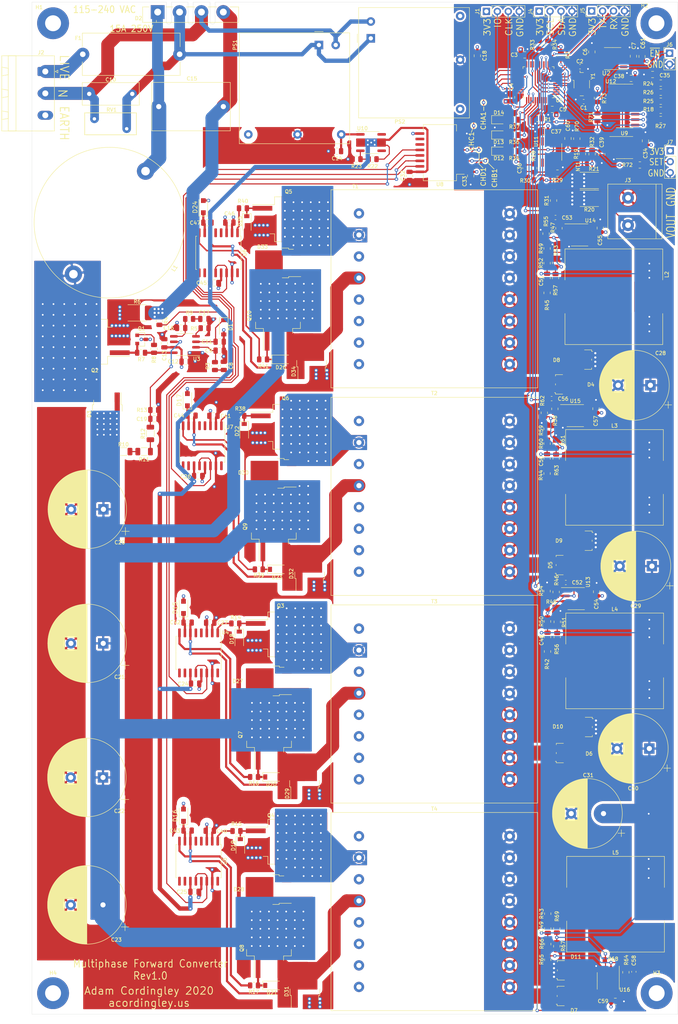
<source format=kicad_pcb>
(kicad_pcb (version 20171130) (host pcbnew 5.1.7-a382d34a8~87~ubuntu18.04.1)
  (layers (0 F.Cu signal) (1 In1.Cu signal) (2 In2.Cu signal) (31 B.Cu signal) (34 B.Paste user) (35 F.Paste user) (36 B.SilkS user) (37 F.SilkS user) (38 B.Mask user) (39 F.Mask user) (44 Edge.Cuts user))
  (net 0 "")
  (net 1 GNDD)
  (net 2 "Net-(C1-Pad1)")
  (net 3 "Net-(C2-Pad1)")
  (net 4 +3V3)
  (net 5 /Control/VREF)
  (net 6 "Net-(C8-Pad2)")
  (net 7 "Net-(C9-Pad2)")
  (net 8 NEUT)
  (net 9 LINE)
  (net 10 "Net-(C11-Pad2)")
  (net 11 +12V)
  (net 12 GNDA)
  (net 13 "Net-(C15-Pad2)")
  (net 14 "Net-(C15-Pad1)")
  (net 15 "Net-(C16-Pad2)")
  (net 16 "Net-(C17-Pad2)")
  (net 17 "Net-(C19-Pad1)")
  (net 18 VBUS)
  (net 19 VCC)
  (net 20 +5VA)
  (net 21 "Net-(D3-Pad3)")
  (net 22 "Net-(D4-Pad1)")
  (net 23 "Net-(D4-Pad3)")
  (net 24 "Net-(D5-Pad1)")
  (net 25 "Net-(D5-Pad3)")
  (net 26 "Net-(D6-Pad1)")
  (net 27 "Net-(D10-Pad3)")
  (net 28 "Net-(D7-Pad1)")
  (net 29 "Net-(D11-Pad3)")
  (net 30 "/Mains Power Input/LINE_IN")
  (net 31 /Control/SWDCLK)
  (net 32 /Control/SWDIO)
  (net 33 Earth)
  (net 34 "Net-(NT1-Pad1)")
  (net 35 "Net-(PS1-Pad3)")
  (net 36 "Net-(PS2-Pad3)")
  (net 37 "Net-(Q1-Pad2)")
  (net 38 "Net-(Q1-Pad1)")
  (net 39 "Net-(R1-Pad1)")
  (net 40 "Net-(R2-Pad2)")
  (net 41 "Net-(R5-Pad2)")
  (net 42 "Net-(R7-Pad2)")
  (net 43 "Net-(R10-Pad1)")
  (net 44 "Net-(R11-Pad1)")
  (net 45 "Net-(R14-Pad1)")
  (net 46 "Net-(R15-Pad1)")
  (net 47 "Net-(R16-Pad1)")
  (net 48 "Net-(R17-Pad1)")
  (net 49 "Net-(R18-Pad2)")
  (net 50 "Net-(R18-Pad1)")
  (net 51 "Net-(U1-Pad46)")
  (net 52 "Net-(U1-Pad45)")
  (net 53 "Net-(U1-Pad33)")
  (net 54 "Net-(U1-Pad32)")
  (net 55 "Net-(U1-Pad30)")
  (net 56 "Net-(U1-Pad26)")
  (net 57 "Net-(U1-Pad22)")
  (net 58 "Net-(U1-Pad21)")
  (net 59 "Net-(U1-Pad4)")
  (net 60 "Net-(U1-Pad3)")
  (net 61 "Net-(U1-Pad2)")
  (net 62 "Net-(U2-Pad8)")
  (net 63 "Net-(U2-Pad7)")
  (net 64 "Net-(U2-Pad5)")
  (net 65 "Net-(U2-Pad3)")
  (net 66 "Net-(U2-Pad1)")
  (net 67 "/Converter Stage/P1_GATE")
  (net 68 "/Converter Stage/P3_GATE")
  (net 69 "/Converter Stage/P4_GATE")
  (net 70 "/Converter Stage/P2_GATE")
  (net 71 "Net-(U8-Pad10)")
  (net 72 "Net-(U9-Pad8)")
  (net 73 "Net-(U9-Pad5)")
  (net 74 "Net-(U9-Pad1)")
  (net 75 "Net-(H1-Pad1)")
  (net 76 "Net-(H2-Pad1)")
  (net 77 "Net-(H3-Pad1)")
  (net 78 "Net-(H4-Pad1)")
  (net 79 "Net-(R22-Pad2)")
  (net 80 "Net-(U10-Pad8)")
  (net 81 "Net-(U10-Pad5)")
  (net 82 I_FB)
  (net 83 "Net-(C36-Pad2)")
  (net 84 V_FB)
  (net 85 "Net-(C39-Pad2)")
  (net 86 "/Converter Stage/VOUT_LO")
  (net 87 /Control/SDA)
  (net 88 /Control/SCL)
  (net 89 /Control/RX)
  (net 90 /Control/TX)
  (net 91 "Net-(R19-Pad1)")
  (net 92 "Net-(R25-Pad2)")
  (net 93 "Net-(R26-Pad2)")
  (net 94 "Net-(R27-Pad2)")
  (net 95 "Net-(R29-Pad2)")
  (net 96 HRTIM_CHB1)
  (net 97 HRTIM_CHA1)
  (net 98 HRTIM_CHD1)
  (net 99 HRTIM_CHC1)
  (net 100 "Net-(U8-Pad11)")
  (net 101 "Net-(U11-Pad8)")
  (net 102 "Net-(U11-Pad5)")
  (net 103 "Net-(U11-Pad1)")
  (net 104 IMUX_0)
  (net 105 IMUX_1)
  (net 106 IMUX_2)
  (net 107 "Net-(U12-Pad5)")
  (net 108 "Net-(U12-Pad4)")
  (net 109 "Net-(U12-Pad2)")
  (net 110 "Net-(U12-Pad1)")
  (net 111 "Net-(D12-Pad2)")
  (net 112 "Net-(D13-Pad2)")
  (net 113 "Net-(D14-Pad2)")
  (net 114 "Net-(R35-Pad1)")
  (net 115 "Net-(R36-Pad1)")
  (net 116 "Net-(R37-Pad1)")
  (net 117 "Net-(T1-Pad13)")
  (net 118 "Net-(T1-Pad15)")
  (net 119 "Net-(T1-Pad14)")
  (net 120 "Net-(T1-Pad11)")
  (net 121 "Net-(T1-Pad9)")
  (net 122 "Net-(T2-Pad13)")
  (net 123 "Net-(T2-Pad15)")
  (net 124 "Net-(T2-Pad14)")
  (net 125 "Net-(T2-Pad11)")
  (net 126 "Net-(T2-Pad9)")
  (net 127 "Net-(T3-Pad13)")
  (net 128 "Net-(T3-Pad15)")
  (net 129 "Net-(T3-Pad14)")
  (net 130 "Net-(T3-Pad11)")
  (net 131 "Net-(T3-Pad9)")
  (net 132 "Net-(T4-Pad13)")
  (net 133 "Net-(T4-Pad15)")
  (net 134 "Net-(T4-Pad14)")
  (net 135 "Net-(T4-Pad11)")
  (net 136 "Net-(T4-Pad9)")
  (net 137 "Net-(C42-Pad2)")
  (net 138 "/Converter Stage/T3_HI")
  (net 139 "Net-(C43-Pad2)")
  (net 140 "/Converter Stage/T4_HI")
  (net 141 "Net-(C44-Pad2)")
  (net 142 "/Converter Stage/T2_HI")
  (net 143 "Net-(C47-Pad2)")
  (net 144 "/Converter Stage/T1_HI")
  (net 145 "Net-(D18-Pad1)")
  (net 146 "Net-(D19-Pad1)")
  (net 147 "Net-(D20-Pad1)")
  (net 148 "Net-(D21-Pad1)")
  (net 149 "Net-(D22-Pad1)")
  (net 150 "Net-(D23-Pad1)")
  (net 151 "Net-(D25-Pad1)")
  (net 152 "Net-(D26-Pad1)")
  (net 153 "/Converter Stage/T3_LO")
  (net 154 "Net-(D28-Pad3)")
  (net 155 "Net-(D30-Pad3)")
  (net 156 "Net-(D33-Pad3)")
  (net 157 "Net-(R38-Pad1)")
  (net 158 "Net-(R39-Pad1)")
  (net 159 "Net-(R40-Pad1)")
  (net 160 "Net-(R41-Pad1)")
  (net 161 "Net-(U4-Pad16)")
  (net 162 "Net-(U4-Pad10)")
  (net 163 "Net-(U4-Pad9)")
  (net 164 "Net-(U4-Pad5)")
  (net 165 "Net-(U4-Pad4)")
  (net 166 "Net-(U5-Pad16)")
  (net 167 "Net-(U5-Pad10)")
  (net 168 "Net-(U5-Pad9)")
  (net 169 "Net-(U5-Pad5)")
  (net 170 "Net-(U5-Pad4)")
  (net 171 "Net-(U6-Pad16)")
  (net 172 "Net-(U6-Pad10)")
  (net 173 "Net-(U6-Pad9)")
  (net 174 "Net-(U6-Pad5)")
  (net 175 "Net-(U6-Pad4)")
  (net 176 "Net-(U7-Pad16)")
  (net 177 "Net-(U7-Pad10)")
  (net 178 "Net-(U7-Pad9)")
  (net 179 "Net-(U7-Pad5)")
  (net 180 "Net-(U7-Pad4)")
  (net 181 "/Converter Stage/P1_ISNS")
  (net 182 "/Converter Stage/P3_ISNS")
  (net 183 "/Converter Stage/P2_ISNS")
  (net 184 "/Converter Stage/P4_ISNS")
  (net 185 "Net-(C52-Pad2)")
  (net 186 P1_IFB)
  (net 187 "Net-(C53-Pad2)")
  (net 188 P4_IFB)
  (net 189 "Net-(C56-Pad2)")
  (net 190 P2_IFB)
  (net 191 "Net-(C58-Pad2)")
  (net 192 P3_IFB)
  (net 193 "Net-(R51-Pad1)")
  (net 194 "Net-(R53-Pad1)")
  (net 195 "Net-(R61-Pad1)")
  (net 196 "Net-(R67-Pad1)")
  (net 197 "Net-(U13-Pad8)")
  (net 198 "Net-(U13-Pad5)")
  (net 199 "Net-(U13-Pad1)")
  (net 200 "Net-(U14-Pad8)")
  (net 201 "Net-(U14-Pad5)")
  (net 202 "Net-(U14-Pad1)")
  (net 203 "Net-(U15-Pad8)")
  (net 204 "Net-(U15-Pad5)")
  (net 205 "Net-(U15-Pad1)")
  (net 206 "Net-(U16-Pad8)")
  (net 207 "Net-(U16-Pad5)")
  (net 208 "Net-(U16-Pad1)")
  (net 209 /Control/V_SET)
  (net 210 "Net-(J6-Pad1)")
  (net 211 "Net-(J7-Pad2)")
  (net 212 /Control/ENABLE)
  (module Diode_SMD:D_SOD-123F (layer F.Cu) (at 79.8 67.475 90)
    (fp_text reference D24 (at -0.127 -1.905 90) (layer F.SilkS))
    (fp_text value S1MFL)
    (pad 2 smd rect (at 1.4 0 90) (size 1.1 1.1) (layers F.Cu F.Paste F.Mask) (net 11 +12V))
    (pad 1 smd rect (at -1.4 0 90) (size 1.1 1.1) (layers F.Cu F.Paste F.Mask) (net 143 "Net-(C47-Pad2)"))
  )
  (module Diode_SMD:D_SOD-123F (layer F.Cu) (at 76.1 112.3 90)
    (fp_text reference D17 (at -0.127 -1.905 90) (layer F.SilkS))
    (fp_text value S1MFL)
    (pad 2 smd rect (at 1.4 0 90) (size 1.1 1.1) (layers F.Cu F.Paste F.Mask) (net 11 +12V))
    (pad 1 smd rect (at -1.4 0 90) (size 1.1 1.1) (layers F.Cu F.Paste F.Mask) (net 141 "Net-(C44-Pad2)"))
  )
  (module Diode_SMD:D_SOD-123F (layer F.Cu) (at 75.2 208.775 90)
    (fp_text reference D16 (at -0.127 -1.905 90) (layer F.SilkS))
    (fp_text value S1MFL)
    (pad 2 smd rect (at 1.4 0 90) (size 1.1 1.1) (layers F.Cu F.Paste F.Mask) (net 11 +12V))
    (pad 1 smd rect (at -1.4 0 90) (size 1.1 1.1) (layers F.Cu F.Paste F.Mask) (net 139 "Net-(C43-Pad2)"))
  )
  (module Diode_SMD:D_SOD-123F (layer F.Cu) (at 75.2 160.525 90)
    (fp_text reference D15 (at -0.127 -1.905 90) (layer F.SilkS))
    (fp_text value S1MFL)
    (pad 2 smd rect (at 1.4 0 90) (size 1.1 1.1) (layers F.Cu F.Paste F.Mask) (net 11 +12V))
    (pad 1 smd rect (at -1.4 0 90) (size 1.1 1.1) (layers F.Cu F.Paste F.Mask) (net 137 "Net-(C42-Pad2)"))
  )
  (module Package_SO:SO-8_3.9x4.9mm_P1.27mm (layer F.Cu) (at 174.875 33.1 180)
    (fp_text reference U2 (at 1.475 -3.4) (layer F.SilkS))
    (fp_text value ADR45xx)
    (pad 8 smd roundrect (at 2.575 -1.905 180) (size 1.75 0.6) (layers F.Cu F.Paste F.Mask) (net 62 "Net-(U2-Pad8)"))
    (pad 7 smd roundrect (at 2.575 -0.635 180) (size 1.75 0.6) (layers F.Cu F.Paste F.Mask) (net 63 "Net-(U2-Pad7)"))
    (pad 6 smd roundrect (at 2.575 0.635 180) (size 1.75 0.6) (layers F.Cu F.Paste F.Mask) (net 5 /Control/VREF))
    (pad 5 smd roundrect (at 2.575 1.905 180) (size 1.75 0.6) (layers F.Cu F.Paste F.Mask) (net 64 "Net-(U2-Pad5)"))
    (pad 4 smd roundrect (at -2.575 1.905 180) (size 1.75 0.6) (layers F.Cu F.Paste F.Mask) (net 1 GNDD))
    (pad 3 smd roundrect (at -2.575 0.635 180) (size 1.75 0.6) (layers F.Cu F.Paste F.Mask) (net 65 "Net-(U2-Pad3)"))
    (pad 2 smd roundrect (at -2.575 -0.635 180) (size 1.75 0.6) (layers F.Cu F.Paste F.Mask) (net 4 +3V3))
    (pad 1 smd roundrect (at -2.575 -1.905 180) (size 1.75 0.6) (layers F.Cu F.Paste F.Mask) (net 66 "Net-(U2-Pad1)"))
  )
  (module Capacitor_SMD:C_0805_2012Metric (layer F.Cu) (at 181.7 32.6 270)
    (fp_text reference C61 (at -3.05 -0.2 90) (layer F.SilkS) (effects (font (size 0.9 0.9) (thickness 0.17))))
    (fp_text value 1u)
    (pad 2 smd roundrect (at 0.9375 0 270) (size 0.975 1.4) (layers F.Cu F.Paste F.Mask) (net 4 +3V3))
    (pad 1 smd roundrect (at -0.9375 0 270) (size 0.975 1.4) (layers F.Cu F.Paste F.Mask) (net 1 GNDD))
  )
  (module Resistor_SMD:R_0805_2012Metric (layer F.Cu) (at 171.35 42.25 270)
    (fp_text reference R73 (at 0.1 -1.6 90) (layer F.SilkS) (effects (font (size 0.85 0.85))))
    (fp_text value 10k)
    (pad 2 smd roundrect (at 0.9125 0 270) (size 1.025 1.4) (layers F.Cu F.Paste F.Mask) (roundrect_rratio 0.243902) (net 210 "Net-(J6-Pad1)"))
    (pad 1 smd roundrect (at -0.9125 0 270) (size 1.025 1.4) (layers F.Cu F.Paste F.Mask) (roundrect_rratio 0.243902) (net 4 +3V3))
  )
  (module Resistor_SMD:R_0805_2012Metric (layer F.Cu) (at 181.2 57.8)
    (fp_text reference R72 (at -2.9 0) (layer F.SilkS) (effects (font (size 0.85 0.85))))
    (fp_text value 100k)
    (pad 2 smd roundrect (at 0.9125 0) (size 1.025 1.4) (layers F.Cu F.Paste F.Mask) (roundrect_rratio 0.243902) (net 211 "Net-(J7-Pad2)"))
    (pad 1 smd roundrect (at -0.9125 0) (size 1.025 1.4) (layers F.Cu F.Paste F.Mask) (roundrect_rratio 0.243902) (net 209 /Control/V_SET))
  )
  (module Resistor_SMD:R_0805_2012Metric (layer F.Cu) (at 171.35 46.7 270)
    (fp_text reference R71 (at 0 1.5 90) (layer F.SilkS) (effects (font (size 0.85 0.85))))
    (fp_text value 100k)
    (pad 2 smd roundrect (at 0.9125 0 270) (size 1.025 1.4) (layers F.Cu F.Paste F.Mask) (roundrect_rratio 0.243902) (net 212 /Control/ENABLE))
    (pad 1 smd roundrect (at -0.9125 0 270) (size 1.025 1.4) (layers F.Cu F.Paste F.Mask) (roundrect_rratio 0.243902) (net 210 "Net-(J6-Pad1)"))
  )
  (module Resistor_SMD:R_0805_2012Metric (layer F.Cu) (at 166.55 51.7 270)
    (fp_text reference R70 (at -2.85 -0.05 90) (layer F.SilkS) (effects (font (size 0.85 0.85))))
    (fp_text value 200k)
    (pad 2 smd roundrect (at 0.9125 0 270) (size 1.025 1.4) (layers F.Cu F.Paste F.Mask) (roundrect_rratio 0.243902) (net 209 /Control/V_SET))
    (pad 1 smd roundrect (at -0.9125 0 270) (size 1.025 1.4) (layers F.Cu F.Paste F.Mask) (roundrect_rratio 0.243902) (net 1 GNDD))
  )
  (module Connector_PinHeader_2.54mm:PinHeader_1x03_P2.54mm_Vertical (layer F.Cu) (at 188.25 54.5)
    (fp_text reference J7 (at -0.1 -2 180) (layer F.SilkS) (effects (font (size 0.85 0.85))))
    (fp_text value Conn_01x03_Male)
    (pad 3 thru_hole oval (at 0 5.08) (size 1.7 1.7) (drill 1) (layers *.Cu *.Mask) (net 1 GNDD))
    (pad 2 thru_hole oval (at 0 2.54) (size 1.7 1.7) (drill 1) (layers *.Cu *.Mask) (net 211 "Net-(J7-Pad2)"))
    (pad 1 thru_hole rect (at 0 0) (size 1.7 1.7) (drill 1) (layers *.Cu *.Mask) (net 4 +3V3))
  )
  (module Connector_PinHeader_2.54mm:PinHeader_1x02_P2.54mm_Vertical (layer F.Cu) (at 188.1 31.86)
    (fp_text reference J6 (at 0 -2.01) (layer F.SilkS) (effects (font (size 0.85 0.85))))
    (fp_text value Conn_01x02_Male)
    (pad 2 thru_hole oval (at 0 2.54) (size 1.7 1.7) (drill 1) (layers *.Cu *.Mask) (net 1 GNDD))
    (pad 1 thru_hole rect (at 0 0) (size 1.7 1.7) (drill 1) (layers *.Cu *.Mask) (net 210 "Net-(J6-Pad1)"))
  )
  (module Capacitor_SMD:C_0805_2012Metric (layer F.Cu) (at 164.5 51.65 90)
    (fp_text reference C60 (at 2.9 0 90) (layer F.SilkS) (effects (font (size 0.85 0.85))))
    (fp_text value 0.1u)
    (pad 2 smd roundrect (at 0.95 0 90) (size 1 1.45) (layers F.Cu F.Paste F.Mask) (net 1 GNDD))
    (pad 1 smd roundrect (at -0.95 0 90) (size 1 1.45) (layers F.Cu F.Paste F.Mask) (net 209 /Control/V_SET))
  )
  (module Resistor_SMD:R_0805_2012Metric (layer F.Cu) (at 159.9 29.9 90)
    (fp_text reference R34 (at 0.05 1.55 90) (layer F.SilkS) (effects (font (size 0.85 0.85))))
    (fp_text value 2.2k)
    (pad 2 smd roundrect (at 0.9125 0 90) (size 1.025 1.4) (layers F.Cu F.Paste F.Mask) (roundrect_rratio 0.243902) (net 87 /Control/SDA))
    (pad 1 smd roundrect (at -0.9125 0 90) (size 1.025 1.4) (layers F.Cu F.Paste F.Mask) (roundrect_rratio 0.243902) (net 4 +3V3))
  )
  (module Resistor_SMD:R_0805_2012Metric (layer F.Cu) (at 157.75 29.9 90)
    (fp_text reference R33 (at 0 -1.5 90) (layer F.SilkS) (effects (font (size 0.85 0.85))))
    (fp_text value 2.2k)
    (pad 2 smd roundrect (at 0.9125 0 90) (size 1.025 1.4) (layers F.Cu F.Paste F.Mask) (roundrect_rratio 0.243902) (net 88 /Control/SCL))
    (pad 1 smd roundrect (at -0.9125 0 90) (size 1.025 1.4) (layers F.Cu F.Paste F.Mask) (roundrect_rratio 0.243902) (net 4 +3V3))
  )
  (module Resistor_SMD:R_0805_2012Metric (layer F.Cu) (at 152.05 47.3 180)
    (fp_text reference R37 (at 0 -1.65) (layer F.SilkS) (effects (font (size 0.85 0.85))))
    (fp_text value 330)
    (pad 2 smd roundrect (at 0.9125 0 180) (size 1.025 1.4) (layers F.Cu F.Paste F.Mask) (roundrect_rratio 0.243902) (net 113 "Net-(D14-Pad2)"))
    (pad 1 smd roundrect (at -0.9125 0 180) (size 1.025 1.4) (layers F.Cu F.Paste F.Mask) (roundrect_rratio 0.243902) (net 116 "Net-(R37-Pad1)"))
  )
  (module Resistor_SMD:R_0805_2012Metric (layer F.Cu) (at 152 50.85 180)
    (fp_text reference R36 (at 0 -1.65) (layer F.SilkS) (effects (font (size 0.85 0.85))))
    (fp_text value 330)
    (pad 2 smd roundrect (at 0.9125 0 180) (size 1.025 1.4) (layers F.Cu F.Paste F.Mask) (roundrect_rratio 0.243902) (net 112 "Net-(D13-Pad2)"))
    (pad 1 smd roundrect (at -0.9125 0 180) (size 1.025 1.4) (layers F.Cu F.Paste F.Mask) (roundrect_rratio 0.243902) (net 115 "Net-(R36-Pad1)"))
  )
  (module Resistor_SMD:R_0805_2012Metric (layer F.Cu) (at 152 54.6 180)
    (fp_text reference R35 (at 0 -1.65) (layer F.SilkS) (effects (font (size 0.85 0.85))))
    (fp_text value 330)
    (pad 2 smd roundrect (at 0.9125 0 180) (size 1.025 1.4) (layers F.Cu F.Paste F.Mask) (roundrect_rratio 0.243902) (net 111 "Net-(D12-Pad2)"))
    (pad 1 smd roundrect (at -0.9125 0 180) (size 1.025 1.4) (layers F.Cu F.Paste F.Mask) (roundrect_rratio 0.243902) (net 114 "Net-(R35-Pad1)"))
  )
  (module Resistor_SMD:R_0805_2012Metric (layer F.Cu) (at 162.85 32.35 270)
    (fp_text reference R2 (at 0 -1.65 90) (layer F.SilkS) (effects (font (size 0.85 0.85))))
    (fp_text value 1k)
    (pad 2 smd roundrect (at 0.9125 0 270) (size 1.025 1.4) (layers F.Cu F.Paste F.Mask) (roundrect_rratio 0.243902) (net 40 "Net-(R2-Pad2)"))
    (pad 1 smd roundrect (at -0.9125 0 270) (size 1.025 1.4) (layers F.Cu F.Paste F.Mask) (roundrect_rratio 0.243902) (net 4 +3V3))
  )
  (module Resistor_SMD:R_0805_2012Metric (layer F.Cu) (at 157.45 47 180)
    (fp_text reference R1 (at -2.35 -0.25) (layer F.SilkS) (effects (font (size 0.85 0.85))))
    (fp_text value 1k)
    (pad 2 smd roundrect (at 0.9125 0 180) (size 1.025 1.4) (layers F.Cu F.Paste F.Mask) (roundrect_rratio 0.243902) (net 1 GNDD))
    (pad 1 smd roundrect (at -0.9125 0 180) (size 1.025 1.4) (layers F.Cu F.Paste F.Mask) (roundrect_rratio 0.243902) (net 39 "Net-(R1-Pad1)"))
  )
  (module Package_SO:SOIC-8_3.9x4.9mm_P1.27mm (layer F.Cu) (at 173.85 247.25 270)
    (fp_text reference U16 (at 2.05 -3.85) (layer F.SilkS) (effects (font (size 0.85 0.85))))
    (fp_text value TSV911IDT)
    (pad 8 smd roundrect (at 2.475 -1.905 270) (size 1.95 0.6) (layers F.Cu F.Paste F.Mask) (net 206 "Net-(U16-Pad8)"))
    (pad 7 smd roundrect (at 2.475 -0.635 270) (size 1.95 0.6) (layers F.Cu F.Paste F.Mask) (net 4 +3V3))
    (pad 6 smd roundrect (at 2.475 0.635 270) (size 1.95 0.6) (layers F.Cu F.Paste F.Mask) (net 192 P3_IFB))
    (pad 5 smd roundrect (at 2.475 1.905 270) (size 1.95 0.6) (layers F.Cu F.Paste F.Mask) (net 207 "Net-(U16-Pad5)"))
    (pad 4 smd roundrect (at -2.475 1.905 270) (size 1.95 0.6) (layers F.Cu F.Paste F.Mask) (net 1 GNDD))
    (pad 3 smd roundrect (at -2.475 0.635 270) (size 1.95 0.6) (layers F.Cu F.Paste F.Mask) (net 196 "Net-(R67-Pad1)"))
    (pad 2 smd roundrect (at -2.475 -0.635 270) (size 1.95 0.6) (layers F.Cu F.Paste F.Mask) (net 191 "Net-(C58-Pad2)"))
    (pad 1 smd roundrect (at -2.475 -1.905 270) (size 1.95 0.6) (layers F.Cu F.Paste F.Mask) (net 208 "Net-(U16-Pad1)"))
  )
  (module Package_SO:SOIC-8_3.9x4.9mm_P1.27mm (layer F.Cu) (at 166.2 116)
    (fp_text reference U15 (at 0 -3.4) (layer F.SilkS) (effects (font (size 0.85 0.85))))
    (fp_text value TSV911IDT)
    (pad 8 smd roundrect (at 2.475 -1.905) (size 1.95 0.6) (layers F.Cu F.Paste F.Mask) (net 203 "Net-(U15-Pad8)"))
    (pad 7 smd roundrect (at 2.475 -0.635) (size 1.95 0.6) (layers F.Cu F.Paste F.Mask) (net 4 +3V3))
    (pad 6 smd roundrect (at 2.475 0.635) (size 1.95 0.6) (layers F.Cu F.Paste F.Mask) (net 190 P2_IFB))
    (pad 5 smd roundrect (at 2.475 1.905) (size 1.95 0.6) (layers F.Cu F.Paste F.Mask) (net 204 "Net-(U15-Pad5)"))
    (pad 4 smd roundrect (at -2.475 1.905) (size 1.95 0.6) (layers F.Cu F.Paste F.Mask) (net 1 GNDD))
    (pad 3 smd roundrect (at -2.475 0.635) (size 1.95 0.6) (layers F.Cu F.Paste F.Mask) (net 195 "Net-(R61-Pad1)"))
    (pad 2 smd roundrect (at -2.475 -0.635) (size 1.95 0.6) (layers F.Cu F.Paste F.Mask) (net 189 "Net-(C56-Pad2)"))
    (pad 1 smd roundrect (at -2.475 -1.905) (size 1.95 0.6) (layers F.Cu F.Paste F.Mask) (net 205 "Net-(U15-Pad1)"))
  )
  (module Package_SO:SOIC-8_3.9x4.9mm_P1.27mm (layer F.Cu) (at 167.2 74.05)
    (fp_text reference U14 (at 2.5 -3.35 180) (layer F.SilkS) (effects (font (size 0.85 0.85))))
    (fp_text value TSV911IDT)
    (pad 8 smd roundrect (at 2.475 -1.905) (size 1.95 0.6) (layers F.Cu F.Paste F.Mask) (net 200 "Net-(U14-Pad8)"))
    (pad 7 smd roundrect (at 2.475 -0.635) (size 1.95 0.6) (layers F.Cu F.Paste F.Mask) (net 4 +3V3))
    (pad 6 smd roundrect (at 2.475 0.635) (size 1.95 0.6) (layers F.Cu F.Paste F.Mask) (net 188 P4_IFB))
    (pad 5 smd roundrect (at 2.475 1.905) (size 1.95 0.6) (layers F.Cu F.Paste F.Mask) (net 201 "Net-(U14-Pad5)"))
    (pad 4 smd roundrect (at -2.475 1.905) (size 1.95 0.6) (layers F.Cu F.Paste F.Mask) (net 1 GNDD))
    (pad 3 smd roundrect (at -2.475 0.635) (size 1.95 0.6) (layers F.Cu F.Paste F.Mask) (net 194 "Net-(R53-Pad1)"))
    (pad 2 smd roundrect (at -2.475 -0.635) (size 1.95 0.6) (layers F.Cu F.Paste F.Mask) (net 187 "Net-(C53-Pad2)"))
    (pad 1 smd roundrect (at -2.475 -1.905) (size 1.95 0.6) (layers F.Cu F.Paste F.Mask) (net 202 "Net-(U14-Pad1)"))
  )
  (module Package_SO:SOIC-8_3.9x4.9mm_P1.27mm (layer F.Cu) (at 166.4 158.5)
    (fp_text reference U13 (at 2.75 -3.85 90) (layer F.SilkS) (effects (font (size 0.85 0.85))))
    (fp_text value TSV911IDT)
    (pad 8 smd roundrect (at 2.475 -1.905) (size 1.95 0.6) (layers F.Cu F.Paste F.Mask) (net 197 "Net-(U13-Pad8)"))
    (pad 7 smd roundrect (at 2.475 -0.635) (size 1.95 0.6) (layers F.Cu F.Paste F.Mask) (net 4 +3V3))
    (pad 6 smd roundrect (at 2.475 0.635) (size 1.95 0.6) (layers F.Cu F.Paste F.Mask) (net 186 P1_IFB))
    (pad 5 smd roundrect (at 2.475 1.905) (size 1.95 0.6) (layers F.Cu F.Paste F.Mask) (net 198 "Net-(U13-Pad5)"))
    (pad 4 smd roundrect (at -2.475 1.905) (size 1.95 0.6) (layers F.Cu F.Paste F.Mask) (net 1 GNDD))
    (pad 3 smd roundrect (at -2.475 0.635) (size 1.95 0.6) (layers F.Cu F.Paste F.Mask) (net 193 "Net-(R51-Pad1)"))
    (pad 2 smd roundrect (at -2.475 -0.635) (size 1.95 0.6) (layers F.Cu F.Paste F.Mask) (net 185 "Net-(C52-Pad2)"))
    (pad 1 smd roundrect (at -2.475 -1.905) (size 1.95 0.6) (layers F.Cu F.Paste F.Mask) (net 199 "Net-(U13-Pad1)"))
  )
  (module Resistor_SMD:R_0805_2012Metric (layer F.Cu) (at 161.9 235.1125 90)
    (fp_text reference R69 (at 2.8625 0.05 90) (layer F.SilkS) (effects (font (size 0.85 0.85))))
    (fp_text value 200k)
    (pad 2 smd roundrect (at 0.9125 0 90) (size 1.025 1.4) (layers F.Cu F.Paste F.Mask) (roundrect_rratio 0.243902) (net 182 "/Converter Stage/P3_ISNS"))
    (pad 1 smd roundrect (at -0.9125 0 90) (size 1.025 1.4) (layers F.Cu F.Paste F.Mask) (roundrect_rratio 0.243902) (net 196 "Net-(R67-Pad1)"))
  )
  (module Resistor_SMD:R_0805_2012Metric (layer F.Cu) (at 172.15 242.45 180)
    (fp_text reference R68 (at -2.8125 0.3) (layer F.SilkS) (effects (font (size 0.85 0.85))))
    (fp_text value 2.4M)
    (pad 2 smd roundrect (at 0.9125 0 180) (size 1.025 1.4) (layers F.Cu F.Paste F.Mask) (roundrect_rratio 0.243902) (net 1 GNDD))
    (pad 1 smd roundrect (at -0.9125 0 180) (size 1.025 1.4) (layers F.Cu F.Paste F.Mask) (roundrect_rratio 0.243902) (net 196 "Net-(R67-Pad1)"))
  )
  (module Resistor_SMD:R_0805_2012Metric (layer F.Cu) (at 161.9 239.2 270)
    (fp_text reference R67 (at -0.0125 -1.5 90) (layer F.SilkS) (effects (font (size 0.85 0.85))))
    (fp_text value 10k)
    (pad 2 smd roundrect (at 0.9125 0 270) (size 1.025 1.4) (layers F.Cu F.Paste F.Mask) (roundrect_rratio 0.243902) (net 1 GNDD))
    (pad 1 smd roundrect (at -0.9125 0 270) (size 1.025 1.4) (layers F.Cu F.Paste F.Mask) (roundrect_rratio 0.243902) (net 196 "Net-(R67-Pad1)"))
  )
  (module Resistor_SMD:R_0805_2012Metric (layer F.Cu) (at 159.8 238.7 90)
    (fp_text reference R66 (at 0.05 -1.4 90) (layer F.SilkS) (effects (font (size 0.85 0.85))))
    (fp_text value 200k)
    (pad 2 smd roundrect (at 0.9125 0 90) (size 1.025 1.4) (layers F.Cu F.Paste F.Mask) (roundrect_rratio 0.243902) (net 19 VCC))
    (pad 1 smd roundrect (at -0.9125 0 90) (size 1.025 1.4) (layers F.Cu F.Paste F.Mask) (roundrect_rratio 0.243902) (net 191 "Net-(C58-Pad2)"))
  )
  (module Resistor_SMD:R_0805_2012Metric (layer F.Cu) (at 159.8 242.35 270)
    (fp_text reference R65 (at -0.05 1.45 90) (layer F.SilkS) (effects (font (size 0.85 0.85))))
    (fp_text value 10k)
    (pad 2 smd roundrect (at 0.9125 0 270) (size 1.025 1.4) (layers F.Cu F.Paste F.Mask) (roundrect_rratio 0.243902) (net 1 GNDD))
    (pad 1 smd roundrect (at -0.9125 0 270) (size 1.025 1.4) (layers F.Cu F.Paste F.Mask) (roundrect_rratio 0.243902) (net 191 "Net-(C58-Pad2)"))
  )
  (module Resistor_SMD:R_0805_2012Metric (layer F.Cu) (at 177.95 245.25 270)
    (fp_text reference R64 (at -2.85 -0.1 90) (layer F.SilkS) (effects (font (size 0.85 0.85))))
    (fp_text value 2.4M)
    (pad 2 smd roundrect (at 0.9125 0 270) (size 1.025 1.4) (layers F.Cu F.Paste F.Mask) (roundrect_rratio 0.243902) (net 192 P3_IFB))
    (pad 1 smd roundrect (at -0.9125 0 270) (size 1.025 1.4) (layers F.Cu F.Paste F.Mask) (roundrect_rratio 0.243902) (net 191 "Net-(C58-Pad2)"))
  )
  (module Resistor_SMD:R_0805_2012Metric (layer F.Cu) (at 161.75 125.9375 270)
    (fp_text reference R63 (at 2.7625 -0.1 90) (layer F.SilkS) (effects (font (size 0.85 0.85))))
    (fp_text value 200k)
    (pad 2 smd roundrect (at 0.9125 0 270) (size 1.025 1.4) (layers F.Cu F.Paste F.Mask) (roundrect_rratio 0.243902) (net 183 "/Converter Stage/P2_ISNS"))
    (pad 1 smd roundrect (at -0.9125 0 270) (size 1.025 1.4) (layers F.Cu F.Paste F.Mask) (roundrect_rratio 0.243902) (net 195 "Net-(R61-Pad1)"))
  )
  (module Resistor_SMD:R_0805_2012Metric (layer F.Cu) (at 159 115.35 90)
    (fp_text reference R62 (at 2.8 -0.45 90) (layer F.SilkS) (effects (font (size 0.85 0.85))))
    (fp_text value 2.4M)
    (pad 2 smd roundrect (at 0.9125 0 90) (size 1.025 1.4) (layers F.Cu F.Paste F.Mask) (roundrect_rratio 0.243902) (net 1 GNDD))
    (pad 1 smd roundrect (at -0.9125 0 90) (size 1.025 1.4) (layers F.Cu F.Paste F.Mask) (roundrect_rratio 0.243902) (net 195 "Net-(R61-Pad1)"))
  )
  (module Resistor_SMD:R_0805_2012Metric (layer F.Cu) (at 161.75 122.5375 90)
    (fp_text reference R61 (at 0.7875 1.55 90) (layer F.SilkS) (effects (font (size 0.85 0.85))))
    (fp_text value 10k)
    (pad 2 smd roundrect (at 0.9125 0 90) (size 1.025 1.4) (layers F.Cu F.Paste F.Mask) (roundrect_rratio 0.243902) (net 1 GNDD))
    (pad 1 smd roundrect (at -0.9125 0 90) (size 1.025 1.4) (layers F.Cu F.Paste F.Mask) (roundrect_rratio 0.243902) (net 195 "Net-(R61-Pad1)"))
  )
  (module Resistor_SMD:R_0805_2012Metric (layer F.Cu) (at 159.65 122.5 270)
    (fp_text reference R60 (at 0 1.4 90) (layer F.SilkS) (effects (font (size 0.85 0.85))))
    (fp_text value 200k)
    (pad 2 smd roundrect (at 0.9125 0 270) (size 1.025 1.4) (layers F.Cu F.Paste F.Mask) (roundrect_rratio 0.243902) (net 19 VCC))
    (pad 1 smd roundrect (at -0.9125 0 270) (size 1.025 1.4) (layers F.Cu F.Paste F.Mask) (roundrect_rratio 0.243902) (net 189 "Net-(C56-Pad2)"))
  )
  (module Resistor_SMD:R_0805_2012Metric (layer F.Cu) (at 159.65 119.0875 90)
    (fp_text reference R59 (at -0.3625 -1.4 90) (layer F.SilkS) (effects (font (size 0.85 0.85))))
    (fp_text value 10k)
    (pad 2 smd roundrect (at 0.9125 0 90) (size 1.025 1.4) (layers F.Cu F.Paste F.Mask) (roundrect_rratio 0.243902) (net 1 GNDD))
    (pad 1 smd roundrect (at -0.9125 0 90) (size 1.025 1.4) (layers F.Cu F.Paste F.Mask) (roundrect_rratio 0.243902) (net 189 "Net-(C56-Pad2)"))
  )
  (module Resistor_SMD:R_0805_2012Metric (layer F.Cu) (at 161.45 114.4375 90)
    (fp_text reference R58 (at -2.7625 0.05 90) (layer F.SilkS) (effects (font (size 0.85 0.85))))
    (fp_text value 2.4M)
    (pad 2 smd roundrect (at 0.9125 0 90) (size 1.025 1.4) (layers F.Cu F.Paste F.Mask) (roundrect_rratio 0.243902) (net 190 P2_IFB))
    (pad 1 smd roundrect (at -0.9125 0 90) (size 1.025 1.4) (layers F.Cu F.Paste F.Mask) (roundrect_rratio 0.243902) (net 189 "Net-(C56-Pad2)"))
  )
  (module Resistor_SMD:R_0805_2012Metric (layer F.Cu) (at 161.6 84.0375 270)
    (fp_text reference R57 (at 2.8625 0 90) (layer F.SilkS) (effects (font (size 0.85 0.85))))
    (fp_text value 200k)
    (pad 2 smd roundrect (at 0.9125 0 270) (size 1.025 1.4) (layers F.Cu F.Paste F.Mask) (roundrect_rratio 0.243902) (net 184 "/Converter Stage/P4_ISNS"))
    (pad 1 smd roundrect (at -0.9125 0 270) (size 1.025 1.4) (layers F.Cu F.Paste F.Mask) (roundrect_rratio 0.243902) (net 194 "Net-(R53-Pad1)"))
  )
  (module Resistor_SMD:R_0805_2012Metric (layer F.Cu) (at 162 167.3875 270)
    (fp_text reference R56 (at 2.85 0.1 90) (layer F.SilkS) (effects (font (size 0.85 0.85))))
    (fp_text value 200k)
    (pad 2 smd roundrect (at 0.9125 0 270) (size 1.025 1.4) (layers F.Cu F.Paste F.Mask) (roundrect_rratio 0.243902) (net 181 "/Converter Stage/P1_ISNS"))
    (pad 1 smd roundrect (at -0.9125 0 270) (size 1.025 1.4) (layers F.Cu F.Paste F.Mask) (roundrect_rratio 0.243902) (net 193 "Net-(R51-Pad1)"))
  )
  (module Resistor_SMD:R_0805_2012Metric (layer F.Cu) (at 159.4 73.75 90)
    (fp_text reference R55 (at 2.85 0 90) (layer F.SilkS) (effects (font (size 0.85 0.85))))
    (fp_text value 2.4M)
    (pad 2 smd roundrect (at 0.9125 0 90) (size 1.025 1.4) (layers F.Cu F.Paste F.Mask) (roundrect_rratio 0.243902) (net 1 GNDD))
    (pad 1 smd roundrect (at -0.9125 0 90) (size 1.025 1.4) (layers F.Cu F.Paste F.Mask) (roundrect_rratio 0.243902) (net 194 "Net-(R53-Pad1)"))
  )
  (module Resistor_SMD:R_0805_2012Metric (layer F.Cu) (at 159.65 156.75 90)
    (fp_text reference R54 (at 0.0375 -1.4 90) (layer F.SilkS) (effects (font (size 0.85 0.85))))
    (fp_text value 2.4M)
    (pad 2 smd roundrect (at 0.9125 0 90) (size 1.025 1.4) (layers F.Cu F.Paste F.Mask) (roundrect_rratio 0.243902) (net 1 GNDD))
    (pad 1 smd roundrect (at -0.9125 0 90) (size 1.025 1.4) (layers F.Cu F.Paste F.Mask) (roundrect_rratio 0.243902) (net 193 "Net-(R51-Pad1)"))
  )
  (module Resistor_SMD:R_0805_2012Metric (layer F.Cu) (at 161.6 80.5375 90)
    (fp_text reference R53 (at 2.9 0.1 90) (layer F.SilkS) (effects (font (size 0.85 0.85))))
    (fp_text value 10k)
    (pad 2 smd roundrect (at 0.9125 0 90) (size 1.025 1.4) (layers F.Cu F.Paste F.Mask) (roundrect_rratio 0.243902) (net 1 GNDD))
    (pad 1 smd roundrect (at -0.9125 0 90) (size 1.025 1.4) (layers F.Cu F.Paste F.Mask) (roundrect_rratio 0.243902) (net 194 "Net-(R53-Pad1)"))
  )
  (module Resistor_SMD:R_0805_2012Metric (layer F.Cu) (at 159.65 80.6 270)
    (fp_text reference R52 (at 0 1.45 90) (layer F.SilkS) (effects (font (size 0.85 0.85))))
    (fp_text value 200k)
    (pad 2 smd roundrect (at 0.9125 0 270) (size 1.025 1.4) (layers F.Cu F.Paste F.Mask) (roundrect_rratio 0.243902) (net 19 VCC))
    (pad 1 smd roundrect (at -0.9125 0 270) (size 1.025 1.4) (layers F.Cu F.Paste F.Mask) (roundrect_rratio 0.243902) (net 187 "Net-(C53-Pad2)"))
  )
  (module Resistor_SMD:R_0805_2012Metric (layer F.Cu) (at 162 163.8875 90)
    (fp_text reference R51 (at -0.0875 1.6 90) (layer F.SilkS) (effects (font (size 0.85 0.85))))
    (fp_text value 10k)
    (pad 2 smd roundrect (at 0.9125 0 90) (size 1.025 1.4) (layers F.Cu F.Paste F.Mask) (roundrect_rratio 0.243902) (net 1 GNDD))
    (pad 1 smd roundrect (at -0.9125 0 90) (size 1.025 1.4) (layers F.Cu F.Paste F.Mask) (roundrect_rratio 0.243902) (net 193 "Net-(R51-Pad1)"))
  )
  (module Resistor_SMD:R_0805_2012Metric (layer F.Cu) (at 159.75 163.7875 270)
    (fp_text reference R50 (at 0 1.45 90) (layer F.SilkS) (effects (font (size 0.85 0.85))))
    (fp_text value 200k)
    (pad 2 smd roundrect (at 0.9125 0 270) (size 1.025 1.4) (layers F.Cu F.Paste F.Mask) (roundrect_rratio 0.243902) (net 19 VCC))
    (pad 1 smd roundrect (at -0.9125 0 270) (size 1.025 1.4) (layers F.Cu F.Paste F.Mask) (roundrect_rratio 0.243902) (net 185 "Net-(C52-Pad2)"))
  )
  (module Resistor_SMD:R_0805_2012Metric (layer F.Cu) (at 159.65 77.1875 90)
    (fp_text reference R49 (at -0.0125 -1.4 90) (layer F.SilkS) (effects (font (size 0.85 0.85))))
    (fp_text value 10k)
    (pad 2 smd roundrect (at 0.9125 0 90) (size 1.025 1.4) (layers F.Cu F.Paste F.Mask) (roundrect_rratio 0.243902) (net 1 GNDD))
    (pad 1 smd roundrect (at -0.9125 0 90) (size 1.025 1.4) (layers F.Cu F.Paste F.Mask) (roundrect_rratio 0.243902) (net 187 "Net-(C53-Pad2)"))
  )
  (module Resistor_SMD:R_0805_2012Metric (layer F.Cu) (at 160.65 160.65)
    (fp_text reference R48 (at -0.0125 -1.4) (layer F.SilkS) (effects (font (size 0.85 0.85))))
    (fp_text value 10k)
    (pad 2 smd roundrect (at 0.9125 0) (size 1.025 1.4) (layers F.Cu F.Paste F.Mask) (roundrect_rratio 0.243902) (net 1 GNDD))
    (pad 1 smd roundrect (at -0.9125 0) (size 1.025 1.4) (layers F.Cu F.Paste F.Mask) (roundrect_rratio 0.243902) (net 185 "Net-(C52-Pad2)"))
  )
  (module Resistor_SMD:R_0805_2012Metric (layer F.Cu) (at 162.4 72.5 90)
    (fp_text reference R47 (at 0.15 -1.4 90) (layer F.SilkS) (effects (font (size 0.85 0.85))))
    (fp_text value 2.4M)
    (pad 2 smd roundrect (at 0.9125 0 90) (size 1.025 1.4) (layers F.Cu F.Paste F.Mask) (roundrect_rratio 0.243902) (net 188 P4_IFB))
    (pad 1 smd roundrect (at -0.9125 0 90) (size 1.025 1.4) (layers F.Cu F.Paste F.Mask) (roundrect_rratio 0.243902) (net 187 "Net-(C53-Pad2)"))
  )
  (module Resistor_SMD:R_0805_2012Metric (layer F.Cu) (at 161.75 156.95 90)
    (fp_text reference R46 (at 2.7 0.1 270) (layer F.SilkS) (effects (font (size 0.85 0.85))))
    (fp_text value 2.4M)
    (pad 2 smd roundrect (at 0.9125 0 90) (size 1.025 1.4) (layers F.Cu F.Paste F.Mask) (roundrect_rratio 0.243902) (net 186 P1_IFB))
    (pad 1 smd roundrect (at -0.9125 0 90) (size 1.025 1.4) (layers F.Cu F.Paste F.Mask) (roundrect_rratio 0.243902) (net 185 "Net-(C52-Pad2)"))
  )
  (module Resistor_SMD:R_0805_2012Metric (layer F.Cu) (at 159.65 87.5 270)
    (fp_text reference R45 (at 2.85 0 90) (layer F.SilkS) (effects (font (size 0.85 0.85))))
    (fp_text value 25k)
    (pad 2 smd roundrect (at 0.9125 0 270) (size 1.025 1.4) (layers F.Cu F.Paste F.Mask) (roundrect_rratio 0.243902) (net 23 "Net-(D4-Pad3)"))
    (pad 1 smd roundrect (at -0.9125 0 270) (size 1.025 1.4) (layers F.Cu F.Paste F.Mask) (roundrect_rratio 0.243902) (net 184 "/Converter Stage/P4_ISNS"))
  )
  (module Resistor_SMD:R_0805_2012Metric (layer F.Cu) (at 159.65 129.45 270)
    (fp_text reference R44 (at 0.4 1.45 90) (layer F.SilkS) (effects (font (size 0.85 0.85))))
    (fp_text value 25k)
    (pad 2 smd roundrect (at 0.9125 0 270) (size 1.025 1.4) (layers F.Cu F.Paste F.Mask) (roundrect_rratio 0.243902) (net 25 "Net-(D5-Pad3)"))
    (pad 1 smd roundrect (at -0.9125 0 270) (size 1.025 1.4) (layers F.Cu F.Paste F.Mask) (roundrect_rratio 0.243902) (net 183 "/Converter Stage/P2_ISNS"))
  )
  (module Resistor_SMD:R_0805_2012Metric (layer F.Cu) (at 159.8 231.65 90)
    (fp_text reference R43 (at 0 -1.45 90) (layer F.SilkS) (effects (font (size 0.85 0.85))))
    (fp_text value 25k)
    (pad 2 smd roundrect (at 0.9125 0 90) (size 1.025 1.4) (layers F.Cu F.Paste F.Mask) (roundrect_rratio 0.243902) (net 29 "Net-(D11-Pad3)"))
    (pad 1 smd roundrect (at -0.9125 0 90) (size 1.025 1.4) (layers F.Cu F.Paste F.Mask) (roundrect_rratio 0.243902) (net 182 "/Converter Stage/P3_ISNS"))
  )
  (module Resistor_SMD:R_0805_2012Metric (layer F.Cu) (at 159.75 170.7625 270)
    (fp_text reference R42 (at 2.9375 0.1 90) (layer F.SilkS) (effects (font (size 0.85 0.85))))
    (fp_text value 25k)
    (pad 2 smd roundrect (at 0.9125 0 270) (size 1.025 1.4) (layers F.Cu F.Paste F.Mask) (roundrect_rratio 0.243902) (net 27 "Net-(D10-Pad3)"))
    (pad 1 smd roundrect (at -0.9125 0 270) (size 1.025 1.4) (layers F.Cu F.Paste F.Mask) (roundrect_rratio 0.243902) (net 181 "/Converter Stage/P1_ISNS"))
  )
  (module Capacitor_SMD:C_0805_2012Metric (layer F.Cu) (at 175.5 252)
    (fp_text reference C59 (at -2.85 -0.05) (layer F.SilkS) (effects (font (size 0.85 0.85))))
    (fp_text value 0.1u)
    (pad 2 smd roundrect (at 0.95 0) (size 1 1.45) (layers F.Cu F.Paste F.Mask) (net 1 GNDD))
    (pad 1 smd roundrect (at -0.95 0) (size 1 1.45) (layers F.Cu F.Paste F.Mask) (net 4 +3V3))
  )
  (module Capacitor_SMD:C_0603_1608Metric (layer F.Cu) (at 179.8 245.125 90)
    (fp_text reference C58 (at 2.6 0 90) (layer F.SilkS) (effects (font (size 0.85 0.85))))
    (fp_text value 6.8p)
    (pad 2 smd roundrect (at 0.775 0 90) (size 0.9 0.95) (layers F.Cu F.Paste F.Mask) (net 191 "Net-(C58-Pad2)"))
    (pad 1 smd roundrect (at -0.775 0 90) (size 0.9 0.95) (layers F.Cu F.Paste F.Mask) (net 192 P3_IFB))
  )
  (module Capacitor_SMD:C_0805_2012Metric (layer F.Cu) (at 171 114.4 90)
    (fp_text reference C57 (at -2.85 -0.05 90) (layer F.SilkS) (effects (font (size 0.85 0.85))))
    (fp_text value 0.1u)
    (pad 2 smd roundrect (at 0.95 0 90) (size 1 1.45) (layers F.Cu F.Paste F.Mask) (net 1 GNDD))
    (pad 1 smd roundrect (at -0.95 0 90) (size 1 1.45) (layers F.Cu F.Paste F.Mask) (net 4 +3V3))
  )
  (module Capacitor_SMD:C_0603_1608Metric (layer F.Cu) (at 160.7 112.05 180)
    (fp_text reference C56 (at -2.675 -0.05) (layer F.SilkS) (effects (font (size 0.85 0.85))))
    (fp_text value 6.8p)
    (pad 2 smd roundrect (at 0.775 0 180) (size 0.9 0.95) (layers F.Cu F.Paste F.Mask) (net 189 "Net-(C56-Pad2)"))
    (pad 1 smd roundrect (at -0.775 0 180) (size 0.9 0.95) (layers F.Cu F.Paste F.Mask) (net 190 P2_IFB))
  )
  (module Capacitor_SMD:C_0805_2012Metric (layer F.Cu) (at 172 72.45 90)
    (fp_text reference C55 (at -2.85 -0.05 90) (layer F.SilkS) (effects (font (size 0.85 0.85))))
    (fp_text value 0.1u)
    (pad 2 smd roundrect (at 0.95 0 90) (size 1 1.45) (layers F.Cu F.Paste F.Mask) (net 1 GNDD))
    (pad 1 smd roundrect (at -0.95 0 90) (size 1 1.45) (layers F.Cu F.Paste F.Mask) (net 4 +3V3))
  )
  (module Capacitor_SMD:C_0805_2012Metric (layer F.Cu) (at 171.15 156.9 90)
    (fp_text reference C54 (at -2.85 -0.05 90) (layer F.SilkS) (effects (font (size 0.85 0.85))))
    (fp_text value 0.1u)
    (pad 2 smd roundrect (at 0.95 0 90) (size 1 1.45) (layers F.Cu F.Paste F.Mask) (net 1 GNDD))
    (pad 1 smd roundrect (at -0.95 0 90) (size 1 1.45) (layers F.Cu F.Paste F.Mask) (net 4 +3V3))
  )
  (module Capacitor_SMD:C_0603_1608Metric (layer F.Cu) (at 161.6 70 180)
    (fp_text reference C53 (at -2.7 -0.05) (layer F.SilkS) (effects (font (size 0.85 0.85))))
    (fp_text value 6.8p)
    (pad 2 smd roundrect (at 0.775 0 180) (size 0.9 0.95) (layers F.Cu F.Paste F.Mask) (net 187 "Net-(C53-Pad2)"))
    (pad 1 smd roundrect (at -0.775 0 180) (size 0.9 0.95) (layers F.Cu F.Paste F.Mask) (net 188 P4_IFB))
  )
  (module Capacitor_SMD:C_0603_1608Metric (layer F.Cu) (at 164 154.75)
    (fp_text reference C52 (at 2.65 0) (layer F.SilkS) (effects (font (size 0.85 0.85))))
    (fp_text value 6.8p)
    (pad 2 smd roundrect (at 0.775 0) (size 0.9 0.95) (layers F.Cu F.Paste F.Mask) (net 185 "Net-(C52-Pad2)"))
    (pad 1 smd roundrect (at -0.775 0) (size 0.9 0.95) (layers F.Cu F.Paste F.Mask) (net 186 P1_IFB))
  )
  (module Capacitor_SMD:C_0805_2012Metric (layer F.Cu) (at 159.65 84 270)
    (fp_text reference C51 (at 0.7 1.4 90) (layer F.SilkS) (effects (font (size 0.85 0.85))))
    (fp_text value 0.1u)
    (pad 2 smd roundrect (at 0.95 0 270) (size 1 1.45) (layers F.Cu F.Paste F.Mask) (net 184 "/Converter Stage/P4_ISNS"))
    (pad 1 smd roundrect (at -0.95 0 270) (size 1 1.45) (layers F.Cu F.Paste F.Mask) (net 19 VCC))
  )
  (module Capacitor_SMD:C_0805_2012Metric (layer F.Cu) (at 159.65 125.9 270)
    (fp_text reference C50 (at 0.65 1.4 90) (layer F.SilkS) (effects (font (size 0.85 0.85))))
    (fp_text value 0.1u)
    (pad 2 smd roundrect (at 0.95 0 270) (size 1 1.45) (layers F.Cu F.Paste F.Mask) (net 183 "/Converter Stage/P2_ISNS"))
    (pad 1 smd roundrect (at -0.95 0 270) (size 1 1.45) (layers F.Cu F.Paste F.Mask) (net 19 VCC))
  )
  (module Capacitor_SMD:C_0805_2012Metric (layer F.Cu) (at 159.8 235.15 90)
    (fp_text reference C49 (at 0.5 -1.5 90) (layer F.SilkS) (effects (font (size 0.85 0.85))))
    (fp_text value 0.1u)
    (pad 2 smd roundrect (at 0.95 0 90) (size 1 1.45) (layers F.Cu F.Paste F.Mask) (net 182 "/Converter Stage/P3_ISNS"))
    (pad 1 smd roundrect (at -0.95 0 90) (size 1 1.45) (layers F.Cu F.Paste F.Mask) (net 19 VCC))
  )
  (module Capacitor_SMD:C_0805_2012Metric (layer F.Cu) (at 159.75 167.35 270)
    (fp_text reference C48 (at 0.8 1.4 90) (layer F.SilkS) (effects (font (size 0.85 0.85))))
    (fp_text value 0.1u)
    (pad 2 smd roundrect (at 0.95 0 270) (size 1 1.45) (layers F.Cu F.Paste F.Mask) (net 181 "/Converter Stage/P1_ISNS"))
    (pad 1 smd roundrect (at -0.95 0 270) (size 1 1.45) (layers F.Cu F.Paste F.Mask) (net 19 VCC))
  )
  (module Capacitor_SMD:C_0805_2012Metric (layer F.Cu) (at 77.9 178.2)
    (fp_text reference C24 (at -2.8 0.1) (layer F.SilkS) (effects (font (size 0.85 0.85))))
    (fp_text value 0.1u)
    (pad 2 smd roundrect (at 0.95 0) (size 1 1.45) (layers F.Cu F.Paste F.Mask) (net 12 GNDA))
    (pad 1 smd roundrect (at -0.95 0) (size 1 1.45) (layers F.Cu F.Paste F.Mask) (net 20 +5VA))
  )
  (module Package_SO:SOIC-16W_7.5x10.3mm_P1.27mm (layer F.Cu) (at 79.555 123 270)
    (fp_text reference U7 (at -4.35 -6.345 180) (layer F.SilkS) (effects (font (size 0.85 0.85))))
    (fp_text value IR2113S)
    (pad 16 smd roundrect (at 4.65 -4.445 270) (size 2.05 0.6) (layers F.Cu F.Paste F.Mask) (net 176 "Net-(U7-Pad16)"))
    (pad 15 smd roundrect (at 4.65 -3.175 270) (size 2.05 0.6) (layers F.Cu F.Paste F.Mask) (net 12 GNDA))
    (pad 14 smd roundrect (at 4.65 -1.905 270) (size 2.05 0.6) (layers F.Cu F.Paste F.Mask) (net 70 "/Converter Stage/P2_GATE"))
    (pad 13 smd roundrect (at 4.65 -0.635 270) (size 2.05 0.6) (layers F.Cu F.Paste F.Mask) (net 12 GNDA))
    (pad 12 smd roundrect (at 4.65 0.635 270) (size 2.05 0.6) (layers F.Cu F.Paste F.Mask) (net 70 "/Converter Stage/P2_GATE"))
    (pad 11 smd roundrect (at 4.65 1.905 270) (size 2.05 0.6) (layers F.Cu F.Paste F.Mask) (net 20 +5VA))
    (pad 10 smd roundrect (at 4.65 3.175 270) (size 2.05 0.6) (layers F.Cu F.Paste F.Mask) (net 177 "Net-(U7-Pad10)"))
    (pad 9 smd roundrect (at 4.65 4.445 270) (size 2.05 0.6) (layers F.Cu F.Paste F.Mask) (net 178 "Net-(U7-Pad9)"))
    (pad 8 smd roundrect (at -4.65 4.445 270) (size 2.05 0.6) (layers F.Cu F.Paste F.Mask) (net 158 "Net-(R39-Pad1)"))
    (pad 7 smd roundrect (at -4.65 3.175 270) (size 2.05 0.6) (layers F.Cu F.Paste F.Mask) (net 141 "Net-(C44-Pad2)"))
    (pad 6 smd roundrect (at -4.65 1.905 270) (size 2.05 0.6) (layers F.Cu F.Paste F.Mask) (net 142 "/Converter Stage/T2_HI"))
    (pad 5 smd roundrect (at -4.65 0.635 270) (size 2.05 0.6) (layers F.Cu F.Paste F.Mask) (net 179 "Net-(U7-Pad5)"))
    (pad 4 smd roundrect (at -4.65 -0.635 270) (size 2.05 0.6) (layers F.Cu F.Paste F.Mask) (net 180 "Net-(U7-Pad4)"))
    (pad 3 smd roundrect (at -4.65 -1.905 270) (size 2.05 0.6) (layers F.Cu F.Paste F.Mask) (net 11 +12V))
    (pad 2 smd roundrect (at -4.65 -3.175 270) (size 2.05 0.6) (layers F.Cu F.Paste F.Mask) (net 12 GNDA))
    (pad 1 smd roundrect (at -4.65 -4.445 270) (size 2.05 0.6) (layers F.Cu F.Paste F.Mask) (net 157 "Net-(R38-Pad1)"))
  )
  (module Package_SO:SOIC-16W_7.5x10.3mm_P1.27mm (layer F.Cu) (at 83.3 78.2 270)
    (fp_text reference U6 (at 0 -6.1 90) (layer F.SilkS) (effects (font (size 0.85 0.85))))
    (fp_text value IR2113S)
    (pad 16 smd roundrect (at 4.65 -4.445 270) (size 2.05 0.6) (layers F.Cu F.Paste F.Mask) (net 171 "Net-(U6-Pad16)"))
    (pad 15 smd roundrect (at 4.65 -3.175 270) (size 2.05 0.6) (layers F.Cu F.Paste F.Mask) (net 12 GNDA))
    (pad 14 smd roundrect (at 4.65 -1.905 270) (size 2.05 0.6) (layers F.Cu F.Paste F.Mask) (net 69 "/Converter Stage/P4_GATE"))
    (pad 13 smd roundrect (at 4.65 -0.635 270) (size 2.05 0.6) (layers F.Cu F.Paste F.Mask) (net 12 GNDA))
    (pad 12 smd roundrect (at 4.65 0.635 270) (size 2.05 0.6) (layers F.Cu F.Paste F.Mask) (net 69 "/Converter Stage/P4_GATE"))
    (pad 11 smd roundrect (at 4.65 1.905 270) (size 2.05 0.6) (layers F.Cu F.Paste F.Mask) (net 20 +5VA))
    (pad 10 smd roundrect (at 4.65 3.175 270) (size 2.05 0.6) (layers F.Cu F.Paste F.Mask) (net 172 "Net-(U6-Pad10)"))
    (pad 9 smd roundrect (at 4.65 4.445 270) (size 2.05 0.6) (layers F.Cu F.Paste F.Mask) (net 173 "Net-(U6-Pad9)"))
    (pad 8 smd roundrect (at -4.65 4.445 270) (size 2.05 0.6) (layers F.Cu F.Paste F.Mask) (net 160 "Net-(R41-Pad1)"))
    (pad 7 smd roundrect (at -4.65 3.175 270) (size 2.05 0.6) (layers F.Cu F.Paste F.Mask) (net 143 "Net-(C47-Pad2)"))
    (pad 6 smd roundrect (at -4.65 1.905 270) (size 2.05 0.6) (layers F.Cu F.Paste F.Mask) (net 144 "/Converter Stage/T1_HI"))
    (pad 5 smd roundrect (at -4.65 0.635 270) (size 2.05 0.6) (layers F.Cu F.Paste F.Mask) (net 174 "Net-(U6-Pad5)"))
    (pad 4 smd roundrect (at -4.65 -0.635 270) (size 2.05 0.6) (layers F.Cu F.Paste F.Mask) (net 175 "Net-(U6-Pad4)"))
    (pad 3 smd roundrect (at -4.65 -1.905 270) (size 2.05 0.6) (layers F.Cu F.Paste F.Mask) (net 11 +12V))
    (pad 2 smd roundrect (at -4.65 -3.175 270) (size 2.05 0.6) (layers F.Cu F.Paste F.Mask) (net 12 GNDA))
    (pad 1 smd roundrect (at -4.65 -4.445 270) (size 2.05 0.6) (layers F.Cu F.Paste F.Mask) (net 159 "Net-(R40-Pad1)"))
  )
  (module Package_SO:SOIC-16W_7.5x10.3mm_P1.27mm (layer F.Cu) (at 78.7 219.45 270)
    (fp_text reference U5 (at 0 -6.1 90) (layer F.SilkS) (effects (font (size 0.85 0.85))))
    (fp_text value IR2113S)
    (pad 16 smd roundrect (at 4.65 -4.445 270) (size 2.05 0.6) (layers F.Cu F.Paste F.Mask) (net 166 "Net-(U5-Pad16)"))
    (pad 15 smd roundrect (at 4.65 -3.175 270) (size 2.05 0.6) (layers F.Cu F.Paste F.Mask) (net 12 GNDA))
    (pad 14 smd roundrect (at 4.65 -1.905 270) (size 2.05 0.6) (layers F.Cu F.Paste F.Mask) (net 68 "/Converter Stage/P3_GATE"))
    (pad 13 smd roundrect (at 4.65 -0.635 270) (size 2.05 0.6) (layers F.Cu F.Paste F.Mask) (net 12 GNDA))
    (pad 12 smd roundrect (at 4.65 0.635 270) (size 2.05 0.6) (layers F.Cu F.Paste F.Mask) (net 68 "/Converter Stage/P3_GATE"))
    (pad 11 smd roundrect (at 4.65 1.905 270) (size 2.05 0.6) (layers F.Cu F.Paste F.Mask) (net 20 +5VA))
    (pad 10 smd roundrect (at 4.65 3.175 270) (size 2.05 0.6) (layers F.Cu F.Paste F.Mask) (net 167 "Net-(U5-Pad10)"))
    (pad 9 smd roundrect (at 4.65 4.445 270) (size 2.05 0.6) (layers F.Cu F.Paste F.Mask) (net 168 "Net-(U5-Pad9)"))
    (pad 8 smd roundrect (at -4.65 4.445 270) (size 2.05 0.6) (layers F.Cu F.Paste F.Mask) (net 48 "Net-(R17-Pad1)"))
    (pad 7 smd roundrect (at -4.65 3.175 270) (size 2.05 0.6) (layers F.Cu F.Paste F.Mask) (net 139 "Net-(C43-Pad2)"))
    (pad 6 smd roundrect (at -4.65 1.905 270) (size 2.05 0.6) (layers F.Cu F.Paste F.Mask) (net 140 "/Converter Stage/T4_HI"))
    (pad 5 smd roundrect (at -4.65 0.635 270) (size 2.05 0.6) (layers F.Cu F.Paste F.Mask) (net 169 "Net-(U5-Pad5)"))
    (pad 4 smd roundrect (at -4.65 -0.635 270) (size 2.05 0.6) (layers F.Cu F.Paste F.Mask) (net 170 "Net-(U5-Pad4)"))
    (pad 3 smd roundrect (at -4.65 -1.905 270) (size 2.05 0.6) (layers F.Cu F.Paste F.Mask) (net 11 +12V))
    (pad 2 smd roundrect (at -4.65 -3.175 270) (size 2.05 0.6) (layers F.Cu F.Paste F.Mask) (net 12 GNDA))
    (pad 1 smd roundrect (at -4.65 -4.445 270) (size 2.05 0.6) (layers F.Cu F.Paste F.Mask) (net 46 "Net-(R15-Pad1)"))
  )
  (module Package_SO:SOIC-16W_7.5x10.3mm_P1.27mm (layer F.Cu) (at 78.7 171.1 270)
    (fp_text reference U4 (at -4.75 -6.2 180) (layer F.SilkS) (effects (font (size 0.85 0.85))))
    (fp_text value IR2113S)
    (pad 16 smd roundrect (at 4.65 -4.445 270) (size 2.05 0.6) (layers F.Cu F.Paste F.Mask) (net 161 "Net-(U4-Pad16)"))
    (pad 15 smd roundrect (at 4.65 -3.175 270) (size 2.05 0.6) (layers F.Cu F.Paste F.Mask) (net 12 GNDA))
    (pad 14 smd roundrect (at 4.65 -1.905 270) (size 2.05 0.6) (layers F.Cu F.Paste F.Mask) (net 67 "/Converter Stage/P1_GATE"))
    (pad 13 smd roundrect (at 4.65 -0.635 270) (size 2.05 0.6) (layers F.Cu F.Paste F.Mask) (net 12 GNDA))
    (pad 12 smd roundrect (at 4.65 0.635 270) (size 2.05 0.6) (layers F.Cu F.Paste F.Mask) (net 67 "/Converter Stage/P1_GATE"))
    (pad 11 smd roundrect (at 4.65 1.905 270) (size 2.05 0.6) (layers F.Cu F.Paste F.Mask) (net 20 +5VA))
    (pad 10 smd roundrect (at 4.65 3.175 270) (size 2.05 0.6) (layers F.Cu F.Paste F.Mask) (net 162 "Net-(U4-Pad10)"))
    (pad 9 smd roundrect (at 4.65 4.445 270) (size 2.05 0.6) (layers F.Cu F.Paste F.Mask) (net 163 "Net-(U4-Pad9)"))
    (pad 8 smd roundrect (at -4.65 4.445 270) (size 2.05 0.6) (layers F.Cu F.Paste F.Mask) (net 47 "Net-(R16-Pad1)"))
    (pad 7 smd roundrect (at -4.65 3.175 270) (size 2.05 0.6) (layers F.Cu F.Paste F.Mask) (net 137 "Net-(C42-Pad2)"))
    (pad 6 smd roundrect (at -4.65 1.905 270) (size 2.05 0.6) (layers F.Cu F.Paste F.Mask) (net 138 "/Converter Stage/T3_HI"))
    (pad 5 smd roundrect (at -4.65 0.635 270) (size 2.05 0.6) (layers F.Cu F.Paste F.Mask) (net 164 "Net-(U4-Pad5)"))
    (pad 4 smd roundrect (at -4.65 -0.635 270) (size 2.05 0.6) (layers F.Cu F.Paste F.Mask) (net 165 "Net-(U4-Pad4)"))
    (pad 3 smd roundrect (at -4.65 -1.905 270) (size 2.05 0.6) (layers F.Cu F.Paste F.Mask) (net 11 +12V))
    (pad 2 smd roundrect (at -4.65 -3.175 270) (size 2.05 0.6) (layers F.Cu F.Paste F.Mask) (net 12 GNDA))
    (pad 1 smd roundrect (at -4.65 -4.445 270) (size 2.05 0.6) (layers F.Cu F.Paste F.Mask) (net 45 "Net-(R14-Pad1)"))
  )
  (module Resistor_SMD:R_0805_2012Metric (layer F.Cu) (at 93.6875 102.95)
    (fp_text reference R41 (at 0.0625 1.6) (layer F.SilkS) (effects (font (size 0.85 0.85))))
    (fp_text value 3.3)
    (pad 2 smd roundrect (at 0.9125 0) (size 1.025 1.4) (layers F.Cu F.Paste F.Mask) (roundrect_rratio 0.243902) (net 152 "Net-(D26-Pad1)"))
    (pad 1 smd roundrect (at -0.9125 0) (size 1.025 1.4) (layers F.Cu F.Paste F.Mask) (roundrect_rratio 0.243902) (net 160 "Net-(R41-Pad1)"))
  )
  (module Resistor_SMD:R_0805_2012Metric (layer F.Cu) (at 89 67.85)
    (fp_text reference R40 (at 0 -1.65) (layer F.SilkS) (effects (font (size 0.85 0.85))))
    (fp_text value 3.3)
    (pad 2 smd roundrect (at 0.9125 0) (size 1.025 1.4) (layers F.Cu F.Paste F.Mask) (roundrect_rratio 0.243902) (net 151 "Net-(D25-Pad1)"))
    (pad 1 smd roundrect (at -0.9125 0) (size 1.025 1.4) (layers F.Cu F.Paste F.Mask) (roundrect_rratio 0.243902) (net 159 "Net-(R40-Pad1)"))
  )
  (module Resistor_SMD:R_0805_2012Metric (layer F.Cu) (at 92.6875 151.7)
    (fp_text reference R39 (at 0 1.4) (layer F.SilkS) (effects (font (size 0.85 0.85))))
    (fp_text value 3.3)
    (pad 2 smd roundrect (at 0.9125 0) (size 1.025 1.4) (layers F.Cu F.Paste F.Mask) (roundrect_rratio 0.243902) (net 150 "Net-(D23-Pad1)"))
    (pad 1 smd roundrect (at -0.9125 0) (size 1.025 1.4) (layers F.Cu F.Paste F.Mask) (roundrect_rratio 0.243902) (net 158 "Net-(R39-Pad1)"))
  )
  (module Resistor_SMD:R_0805_2012Metric (layer F.Cu) (at 88.3875 116.05)
    (fp_text reference R38 (at 0 -1.65) (layer F.SilkS) (effects (font (size 0.85 0.85))))
    (fp_text value 3.3)
    (pad 2 smd roundrect (at 0.9125 0) (size 1.025 1.4) (layers F.Cu F.Paste F.Mask) (roundrect_rratio 0.243902) (net 149 "Net-(D22-Pad1)"))
    (pad 1 smd roundrect (at -0.9125 0) (size 1.025 1.4) (layers F.Cu F.Paste F.Mask) (roundrect_rratio 0.243902) (net 157 "Net-(R38-Pad1)"))
  )
  (module Resistor_SMD:R_0805_2012Metric (layer F.Cu) (at 91.5875 248.3)
    (fp_text reference R17 (at -0.05 1.5) (layer F.SilkS) (effects (font (size 0.85 0.85))))
    (fp_text value 3.3)
    (pad 2 smd roundrect (at 0.9125 0) (size 1.025 1.4) (layers F.Cu F.Paste F.Mask) (roundrect_rratio 0.243902) (net 148 "Net-(D21-Pad1)"))
    (pad 1 smd roundrect (at -0.9125 0) (size 1.025 1.4) (layers F.Cu F.Paste F.Mask) (roundrect_rratio 0.243902) (net 48 "Net-(R17-Pad1)"))
  )
  (module Resistor_SMD:R_0805_2012Metric (layer F.Cu) (at 91.5875 199.9)
    (fp_text reference R16 (at -0.05 1.5) (layer F.SilkS) (effects (font (size 0.85 0.85))))
    (fp_text value 3.3)
    (pad 2 smd roundrect (at 0.9125 0) (size 1.025 1.4) (layers F.Cu F.Paste F.Mask) (roundrect_rratio 0.243902) (net 147 "Net-(D20-Pad1)"))
    (pad 1 smd roundrect (at -0.9125 0) (size 1.025 1.4) (layers F.Cu F.Paste F.Mask) (roundrect_rratio 0.243902) (net 47 "Net-(R16-Pad1)"))
  )
  (module Resistor_SMD:R_0805_2012Metric (layer F.Cu) (at 87.5 212.45)
    (fp_text reference R15 (at 0 -1.65) (layer F.SilkS) (effects (font (size 0.85 0.85))))
    (fp_text value 3.3)
    (pad 2 smd roundrect (at 0.9125 0) (size 1.025 1.4) (layers F.Cu F.Paste F.Mask) (roundrect_rratio 0.243902) (net 146 "Net-(D19-Pad1)"))
    (pad 1 smd roundrect (at -0.9125 0) (size 1.025 1.4) (layers F.Cu F.Paste F.Mask) (roundrect_rratio 0.243902) (net 46 "Net-(R15-Pad1)"))
  )
  (module Package_TO_SOT_SMD:TO-263-2 (layer F.Cu) (at 97.15 92.825 90)
    (fp_text reference Q10 (at 0 -6.65 90) (layer F.SilkS) (effects (font (size 0.85 0.85))))
    (fp_text value Q_NMOS_GDS)
    (pad 2 smd rect (at 3.375 0 90) (size 9.4 10.8) (layers F.Cu F.Mask) (net 18 VBUS))
    (pad 3 smd rect (at -5.775 2.54 90) (size 4.6 1.1) (layers F.Cu F.Paste F.Mask) (net 144 "/Converter Stage/T1_HI"))
    (pad 1 smd rect (at -5.775 -2.54 90) (size 4.6 1.1) (layers F.Cu F.Paste F.Mask) (net 152 "Net-(D26-Pad1)"))
  )
  (module Package_TO_SOT_SMD:TO-263-2 (layer F.Cu) (at 96.175 141.75 90)
    (fp_text reference Q9 (at 0 -6.65 90) (layer F.SilkS) (effects (font (size 0.85 0.85))))
    (fp_text value Q_NMOS_GDS)
    (pad 2 smd rect (at 3.375 0 90) (size 9.4 10.8) (layers F.Cu F.Mask) (net 18 VBUS))
    (pad 3 smd rect (at -5.775 2.54 90) (size 4.6 1.1) (layers F.Cu F.Paste F.Mask) (net 142 "/Converter Stage/T2_HI"))
    (pad 1 smd rect (at -5.775 -2.54 90) (size 4.6 1.1) (layers F.Cu F.Paste F.Mask) (net 150 "Net-(D23-Pad1)"))
  )
  (module Package_TO_SOT_SMD:TO-263-2 (layer F.Cu) (at 95.05 238.5 90)
    (fp_text reference Q8 (at -1.15 -6.3 90) (layer F.SilkS) (effects (font (size 0.85 0.85))))
    (fp_text value Q_NMOS_GDS)
    (pad 2 smd rect (at 3.375 0 90) (size 9.4 10.8) (layers F.Cu F.Mask) (net 18 VBUS))
    (pad 3 smd rect (at -5.775 2.54 90) (size 4.6 1.1) (layers F.Cu F.Paste F.Mask) (net 140 "/Converter Stage/T4_HI"))
    (pad 1 smd rect (at -5.775 -2.54 90) (size 4.6 1.1) (layers F.Cu F.Paste F.Mask) (net 148 "Net-(D21-Pad1)"))
  )
  (module Package_TO_SOT_SMD:TO-263-2 (layer F.Cu) (at 95.075 190.1 90)
    (fp_text reference Q7 (at 0 -6.65 90) (layer F.SilkS) (effects (font (size 0.85 0.85))))
    (fp_text value Q_NMOS_GDS)
    (pad 2 smd rect (at 3.375 0 90) (size 9.4 10.8) (layers F.Cu F.Mask) (net 18 VBUS))
    (pad 3 smd rect (at -5.775 2.54 90) (size 4.6 1.1) (layers F.Cu F.Paste F.Mask) (net 138 "/Converter Stage/T3_HI"))
    (pad 1 smd rect (at -5.775 -2.54 90) (size 4.6 1.1) (layers F.Cu F.Paste F.Mask) (net 147 "Net-(D20-Pad1)"))
  )
  (module Package_TO_SOT_SMD:TO-252-2 (layer F.Cu) (at 104.95 102.2 90)
    (fp_text reference D34 (at -3.55 -4.15 90) (layer F.SilkS) (effects (font (size 0.85 0.85))))
    (fp_text value C3D04060E)
    (pad 2 smd rect (at 2.1 0 90) (size 6.4 5.8) (layers F.Cu F.Mask) (net 144 "/Converter Stage/T1_HI"))
    (pad 3 smd rect (at -4.2 2.28 90) (size 2.2 1.2) (layers F.Cu F.Paste F.Mask) (net 12 GNDA))
    (pad 1 smd rect (at -4.2 -2.28 90) (size 2.2 1.2) (layers F.Cu F.Paste F.Mask) (net 144 "/Converter Stage/T1_HI"))
  )
  (module Package_TO_SOT_SMD:TO-252-2 (layer F.Cu) (at 97.15 80.55 180)
    (fp_text reference D33 (at 3.6 3.75) (layer F.SilkS) (effects (font (size 0.85 0.85))))
    (fp_text value C3D04060E)
    (pad 2 smd rect (at 2.1 0 180) (size 6.4 5.8) (layers F.Cu F.Mask) (net 18 VBUS))
    (pad 3 smd rect (at -4.2 2.28 180) (size 2.2 1.2) (layers F.Cu F.Paste F.Mask) (net 156 "Net-(D33-Pad3)"))
    (pad 1 smd rect (at -4.2 -2.28 180) (size 2.2 1.2) (layers F.Cu F.Paste F.Mask) (net 18 VBUS))
  )
  (module Package_TO_SOT_SMD:TO-252-2 (layer F.Cu) (at 104.5 151.35 90)
    (fp_text reference D32 (at -1.35 -4.25 90) (layer F.SilkS) (effects (font (size 0.85 0.85))))
    (fp_text value C3D04060E)
    (pad 2 smd rect (at 2.1 0 90) (size 6.4 5.8) (layers F.Cu F.Mask) (net 142 "/Converter Stage/T2_HI"))
    (pad 3 smd rect (at -4.2 2.28 90) (size 2.2 1.2) (layers F.Cu F.Paste F.Mask) (net 12 GNDA))
    (pad 1 smd rect (at -4.2 -2.28 90) (size 2.2 1.2) (layers F.Cu F.Paste F.Mask) (net 142 "/Converter Stage/T2_HI"))
  )
  (module Package_TO_SOT_SMD:TO-252-2 (layer F.Cu) (at 103.4 248.15 90)
    (fp_text reference D31 (at -1.55 -4.25 90) (layer F.SilkS) (effects (font (size 0.85 0.85))))
    (fp_text value C3D04060E)
    (pad 2 smd rect (at 2.1 0 90) (size 6.4 5.8) (layers F.Cu F.Mask) (net 140 "/Converter Stage/T4_HI"))
    (pad 3 smd rect (at -4.2 2.28 90) (size 2.2 1.2) (layers F.Cu F.Paste F.Mask) (net 12 GNDA))
    (pad 1 smd rect (at -4.2 -2.28 90) (size 2.2 1.2) (layers F.Cu F.Paste F.Mask) (net 140 "/Converter Stage/T4_HI"))
  )
  (module Package_TO_SOT_SMD:TO-252-2 (layer F.Cu) (at 96.1 129.4 180)
    (fp_text reference D30 (at 7 0.15) (layer F.SilkS) (effects (font (size 0.85 0.85))))
    (fp_text value C3D04060E)
    (pad 2 smd rect (at 2.1 0 180) (size 6.4 5.8) (layers F.Cu F.Mask) (net 18 VBUS))
    (pad 3 smd rect (at -4.2 2.28 180) (size 2.2 1.2) (layers F.Cu F.Paste F.Mask) (net 155 "Net-(D30-Pad3)"))
    (pad 1 smd rect (at -4.2 -2.28 180) (size 2.2 1.2) (layers F.Cu F.Paste F.Mask) (net 18 VBUS))
  )
  (module Package_TO_SOT_SMD:TO-252-2 (layer F.Cu) (at 103.3 199.75 90)
    (fp_text reference D29 (at -4 -4 90) (layer F.SilkS) (effects (font (size 0.85 0.85))))
    (fp_text value C3D04060E)
    (pad 2 smd rect (at 2.1 0 90) (size 6.4 5.8) (layers F.Cu F.Mask) (net 138 "/Converter Stage/T3_HI"))
    (pad 3 smd rect (at -4.2 2.28 90) (size 2.2 1.2) (layers F.Cu F.Paste F.Mask) (net 12 GNDA))
    (pad 1 smd rect (at -4.2 -2.28 90) (size 2.2 1.2) (layers F.Cu F.Paste F.Mask) (net 138 "/Converter Stage/T3_HI"))
  )
  (module Package_TO_SOT_SMD:TO-252-2 (layer F.Cu) (at 94.95 226.05 180)
    (fp_text reference D28 (at 6.9 0.05) (layer F.SilkS) (effects (font (size 0.85 0.85))))
    (fp_text value C3D04060E)
    (pad 2 smd rect (at 2.1 0 180) (size 6.4 5.8) (layers F.Cu F.Mask) (net 18 VBUS))
    (pad 3 smd rect (at -4.2 2.28 180) (size 2.2 1.2) (layers F.Cu F.Paste F.Mask) (net 154 "Net-(D28-Pad3)"))
    (pad 1 smd rect (at -4.2 -2.28 180) (size 2.2 1.2) (layers F.Cu F.Paste F.Mask) (net 18 VBUS))
  )
  (module Package_TO_SOT_SMD:TO-252-2 (layer F.Cu) (at 95 177.6 180)
    (fp_text reference D27 (at 7.2 -0.05) (layer F.SilkS) (effects (font (size 0.85 0.85))))
    (fp_text value C3D04060E)
    (pad 2 smd rect (at 2.1 0 180) (size 6.4 5.8) (layers F.Cu F.Mask) (net 18 VBUS))
    (pad 3 smd rect (at -4.2 2.28 180) (size 2.2 1.2) (layers F.Cu F.Paste F.Mask) (net 153 "/Converter Stage/T3_LO"))
    (pad 1 smd rect (at -4.2 -2.28 180) (size 2.2 1.2) (layers F.Cu F.Paste F.Mask) (net 18 VBUS))
  )
  (module Diode_SMD:D_SOD-123 (layer F.Cu) (at 97.95 102.95)
    (fp_text reference D26 (at -0.15 1.85) (layer F.SilkS) (effects (font (size 0.85 0.85))))
    (fp_text value 15V)
    (pad 2 smd rect (at 1.65 0) (size 0.9 1.2) (layers F.Cu F.Paste F.Mask) (net 144 "/Converter Stage/T1_HI"))
    (pad 1 smd rect (at -1.65 0) (size 0.9 1.2) (layers F.Cu F.Paste F.Mask) (net 152 "Net-(D26-Pad1)"))
  )
  (module Diode_SMD:D_SOD-123 (layer F.Cu) (at 89.9 71.35 270)
    (fp_text reference D25 (at -0.5 1.6 90) (layer F.SilkS) (effects (font (size 0.85 0.85))))
    (fp_text value 15V)
    (pad 2 smd rect (at 1.65 0 270) (size 0.9 1.2) (layers F.Cu F.Paste F.Mask) (net 12 GNDA))
    (pad 1 smd rect (at -1.65 0 270) (size 0.9 1.2) (layers F.Cu F.Paste F.Mask) (net 151 "Net-(D25-Pad1)"))
  )
  (module Diode_SMD:D_SOD-123 (layer F.Cu) (at 96.95 151.7)
    (fp_text reference D23 (at 0 1.85) (layer F.SilkS) (effects (font (size 0.85 0.85))))
    (fp_text value 15V)
    (pad 2 smd rect (at 1.65 0) (size 0.9 1.2) (layers F.Cu F.Paste F.Mask) (net 142 "/Converter Stage/T2_HI"))
    (pad 1 smd rect (at -1.65 0) (size 0.9 1.2) (layers F.Cu F.Paste F.Mask) (net 150 "Net-(D23-Pad1)"))
  )
  (module Diode_SMD:D_SOD-123 (layer F.Cu) (at 89.3 119.6 270)
    (fp_text reference D22 (at 0 1.65 90) (layer F.SilkS) (effects (font (size 0.85 0.85))))
    (fp_text value 15V)
    (pad 2 smd rect (at 1.65 0 270) (size 0.9 1.2) (layers F.Cu F.Paste F.Mask) (net 12 GNDA))
    (pad 1 smd rect (at -1.65 0 270) (size 0.9 1.2) (layers F.Cu F.Paste F.Mask) (net 149 "Net-(D22-Pad1)"))
  )
  (module Diode_SMD:D_SOD-123 (layer F.Cu) (at 95.85 248.3)
    (fp_text reference D21 (at -0.1 1.75) (layer F.SilkS) (effects (font (size 0.85 0.85))))
    (fp_text value 15V)
    (pad 2 smd rect (at 1.65 0) (size 0.9 1.2) (layers F.Cu F.Paste F.Mask) (net 140 "/Converter Stage/T4_HI"))
    (pad 1 smd rect (at -1.65 0) (size 0.9 1.2) (layers F.Cu F.Paste F.Mask) (net 148 "Net-(D21-Pad1)"))
  )
  (module Diode_SMD:D_SOD-123 (layer F.Cu) (at 95.85 199.9)
    (fp_text reference D20 (at -0.25 1.75) (layer F.SilkS) (effects (font (size 0.85 0.85))))
    (fp_text value 15V)
    (pad 2 smd rect (at 1.65 0) (size 0.9 1.2) (layers F.Cu F.Paste F.Mask) (net 138 "/Converter Stage/T3_HI"))
    (pad 1 smd rect (at -1.65 0) (size 0.9 1.2) (layers F.Cu F.Paste F.Mask) (net 147 "Net-(D20-Pad1)"))
  )
  (module Diode_SMD:D_SOD-123 (layer F.Cu) (at 88.4 216 270)
    (fp_text reference D19 (at -0.15 1.65 90) (layer F.SilkS) (effects (font (size 0.85 0.85))))
    (fp_text value 15V)
    (pad 2 smd rect (at 1.65 0 270) (size 0.9 1.2) (layers F.Cu F.Paste F.Mask) (net 12 GNDA))
    (pad 1 smd rect (at -1.65 0 270) (size 0.9 1.2) (layers F.Cu F.Paste F.Mask) (net 146 "Net-(D19-Pad1)"))
  )
  (module Diode_SMD:D_SOD-123 (layer F.Cu) (at 88.15 167.8 270)
    (fp_text reference D18 (at 0.05 1.75 90) (layer F.SilkS) (effects (font (size 0.85 0.85))))
    (fp_text value 15V)
    (pad 2 smd rect (at 1.65 0 270) (size 0.9 1.2) (layers F.Cu F.Paste F.Mask) (net 12 GNDA))
    (pad 1 smd rect (at -1.65 0 270) (size 0.9 1.2) (layers F.Cu F.Paste F.Mask) (net 145 "Net-(D18-Pad1)"))
  )
  (module Capacitor_SMD:C_0805_2012Metric (layer F.Cu) (at 80.75 71.2 180)
    (fp_text reference C47 (at 2.85 -0.05) (layer F.SilkS) (effects (font (size 0.85 0.85))))
    (fp_text value 0.1u)
    (pad 2 smd roundrect (at 0.95 0 180) (size 1 1.45) (layers F.Cu F.Paste F.Mask) (net 143 "Net-(C47-Pad2)"))
    (pad 1 smd roundrect (at -0.95 0 180) (size 1 1.45) (layers F.Cu F.Paste F.Mask) (net 144 "/Converter Stage/T1_HI"))
  )
  (module Capacitor_SMD:C_0805_2012Metric (layer F.Cu) (at 85.85 71.2 180)
    (fp_text reference C46 (at -0.05 2.1) (layer F.SilkS) (effects (font (size 0.85 0.85))))
    (fp_text value 0.1u)
    (pad 2 smd roundrect (at 0.95 0 180) (size 1 1.45) (layers F.Cu F.Paste F.Mask) (net 11 +12V))
    (pad 1 smd roundrect (at -0.95 0 180) (size 1 1.45) (layers F.Cu F.Paste F.Mask) (net 12 GNDA))
  )
  (module Capacitor_SMD:C_0805_2012Metric (layer F.Cu) (at 82.35 85.2)
    (fp_text reference C45 (at -2.95 0) (layer F.SilkS) (effects (font (size 0.85 0.85))))
    (fp_text value 0.1u)
    (pad 2 smd roundrect (at 0.95 0) (size 1 1.45) (layers F.Cu F.Paste F.Mask) (net 12 GNDA))
    (pad 1 smd roundrect (at -0.95 0) (size 1 1.45) (layers F.Cu F.Paste F.Mask) (net 20 +5VA))
  )
  (module Capacitor_SMD:C_0805_2012Metric (layer F.Cu) (at 77.05 116 180)
    (fp_text reference C44 (at 2.9 0) (layer F.SilkS) (effects (font (size 0.85 0.85))))
    (fp_text value 0.1u)
    (pad 2 smd roundrect (at 0.95 0 180) (size 1 1.45) (layers F.Cu F.Paste F.Mask) (net 141 "Net-(C44-Pad2)"))
    (pad 1 smd roundrect (at -0.95 0 180) (size 1 1.45) (layers F.Cu F.Paste F.Mask) (net 142 "/Converter Stage/T2_HI"))
  )
  (module Capacitor_SMD:C_0805_2012Metric (layer F.Cu) (at 76.15 212.35 180)
    (fp_text reference C43 (at 2.95 -0.05) (layer F.SilkS) (effects (font (size 0.85 0.85))))
    (fp_text value 0.1u)
    (pad 2 smd roundrect (at 0.95 0 180) (size 1 1.45) (layers F.Cu F.Paste F.Mask) (net 139 "Net-(C43-Pad2)"))
    (pad 1 smd roundrect (at -0.95 0 180) (size 1 1.45) (layers F.Cu F.Paste F.Mask) (net 140 "/Converter Stage/T4_HI"))
  )
  (module Capacitor_SMD:C_0805_2012Metric (layer F.Cu) (at 76.15 164.05 180)
    (fp_text reference C42 (at 2.9 0.05) (layer F.SilkS) (effects (font (size 0.85 0.85))))
    (fp_text value 0.1u)
    (pad 2 smd roundrect (at 0.95 0 180) (size 1 1.45) (layers F.Cu F.Paste F.Mask) (net 137 "Net-(C42-Pad2)"))
    (pad 1 smd roundrect (at -0.95 0 180) (size 1 1.45) (layers F.Cu F.Paste F.Mask) (net 138 "/Converter Stage/T3_HI"))
  )
  (module Capacitor_SMD:C_0805_2012Metric (layer F.Cu) (at 82.15 116.05 180)
    (fp_text reference C41 (at -2.85 -0.05) (layer F.SilkS) (effects (font (size 0.85 0.85))))
    (fp_text value 0.1u)
    (pad 2 smd roundrect (at 0.95 0 180) (size 1 1.45) (layers F.Cu F.Paste F.Mask) (net 11 +12V))
    (pad 1 smd roundrect (at -0.95 0 180) (size 1 1.45) (layers F.Cu F.Paste F.Mask) (net 12 GNDA))
  )
  (module Capacitor_SMD:C_0805_2012Metric (layer F.Cu) (at 81.3 212.4 180)
    (fp_text reference C40 (at -2.8 -0.1) (layer F.SilkS) (effects (font (size 0.85 0.85))))
    (fp_text value 0.1u)
    (pad 2 smd roundrect (at 0.95 0 180) (size 1 1.45) (layers F.Cu F.Paste F.Mask) (net 11 +12V))
    (pad 1 smd roundrect (at -0.95 0 180) (size 1 1.45) (layers F.Cu F.Paste F.Mask) (net 12 GNDA))
  )
  (module Capacitor_SMD:C_0805_2012Metric (layer F.Cu) (at 81.4 164.1 180)
    (fp_text reference C27 (at -2.85 0) (layer F.SilkS) (effects (font (size 0.85 0.85))))
    (fp_text value 0.1u)
    (pad 2 smd roundrect (at 0.95 0 180) (size 1 1.45) (layers F.Cu F.Paste F.Mask) (net 11 +12V))
    (pad 1 smd roundrect (at -0.95 0 180) (size 1 1.45) (layers F.Cu F.Paste F.Mask) (net 12 GNDA))
  )
  (module Capacitor_SMD:C_0805_2012Metric (layer F.Cu) (at 78.6 130)
    (fp_text reference C26 (at -2.9 0.15) (layer F.SilkS) (effects (font (size 0.85 0.85))))
    (fp_text value 0.1u)
    (pad 2 smd roundrect (at 0.95 0) (size 1 1.45) (layers F.Cu F.Paste F.Mask) (net 12 GNDA))
    (pad 1 smd roundrect (at -0.95 0) (size 1 1.45) (layers F.Cu F.Paste F.Mask) (net 20 +5VA))
  )
  (module Capacitor_SMD:C_0805_2012Metric (layer F.Cu) (at 77.75 226.55)
    (fp_text reference C25 (at -2.95 0.05) (layer F.SilkS) (effects (font (size 0.85 0.85))))
    (fp_text value 0.1u)
    (pad 2 smd roundrect (at 0.95 0) (size 1 1.45) (layers F.Cu F.Paste F.Mask) (net 12 GNDA))
    (pad 1 smd roundrect (at -0.95 0) (size 1 1.45) (layers F.Cu F.Paste F.Mask) (net 20 +5VA))
  )
  (module multiphase_converter:Wurth_760895751 (layer F.Cu) (at 133.45 231.15 180)
    (fp_text reference T4 (at 0 23.85) (layer F.SilkS) (effects (font (size 0.85 0.85))))
    (fp_text value Wurth_760895751)
    (pad "" np_thru_hole oval (at -3.6 0) (size 3.5 32) (drill oval 3.5 32) (layers *.Cu *.Mask))
    (pad 4 thru_hole circle (at -17.5 -2.5 180) (size 2.5 2.5) (drill 1.2) (layers *.Cu *.Mask) (net 28 "Net-(D7-Pad1)"))
    (pad 3 thru_hole circle (at -17.5 -7.5 180) (size 2.5 2.5) (drill 1.2) (layers *.Cu *.Mask) (net 28 "Net-(D7-Pad1)"))
    (pad 2 thru_hole circle (at -17.5 -12.5 180) (size 2.5 2.5) (drill 1.2) (layers *.Cu *.Mask) (net 28 "Net-(D7-Pad1)"))
    (pad 1 thru_hole circle (at -17.5 -17.5 180) (size 2.5 2.5) (drill 1.2) (layers *.Cu *.Mask) (net 28 "Net-(D7-Pad1)"))
    (pad 5 thru_hole circle (at -17.5 2.5) (size 2.5 2.5) (drill 1.2) (layers *.Cu *.Mask) (net 1 GNDD))
    (pad 6 thru_hole circle (at -17.5 7.5) (size 2.5 2.5) (drill 1.2) (layers *.Cu *.Mask) (net 1 GNDD))
    (pad 8 thru_hole circle (at -17.5 17.5) (size 2.5 2.5) (drill 1.2) (layers *.Cu *.Mask) (net 1 GNDD))
    (pad 7 thru_hole circle (at -17.5 12.5) (size 2.5 2.5) (drill 1.2) (layers *.Cu *.Mask) (net 1 GNDD))
    (pad 13 thru_hole circle (at 17.5 -2.5 180) (size 2.4 2.4) (drill 1.2) (layers *.Cu *.Mask) (net 132 "Net-(T4-Pad13)"))
    (pad 15 thru_hole circle (at 17.5 -12.5 180) (size 2.4 2.4) (drill 1.2) (layers *.Cu *.Mask) (net 133 "Net-(T4-Pad15)"))
    (pad 12 thru_hole circle (at 17.5 2.5) (size 2.4 2.4) (drill 1.2) (layers *.Cu *.Mask) (net 140 "/Converter Stage/T4_HI"))
    (pad 16 thru_hole circle (at 17.5 -17.5 180) (size 2.4 2.4) (drill 1.2) (layers *.Cu *.Mask))
    (pad 14 thru_hole circle (at 17.5 -7.5 180) (size 2.4 2.4) (drill 1.2) (layers *.Cu *.Mask) (net 134 "Net-(T4-Pad14)"))
    (pad 11 thru_hole circle (at 17.5 7.5) (size 2.4 2.4) (drill 1.2) (layers *.Cu *.Mask) (net 135 "Net-(T4-Pad11)"))
    (pad 9 thru_hole circle (at 17.5 17.5) (size 2.4 2.4) (drill 1.2) (layers *.Cu *.Mask) (net 136 "Net-(T4-Pad9)"))
    (pad 10 thru_hole circle (at 17.5 12.5) (size 2.4 2.4) (drill 1.2) (layers *.Cu *.Mask) (net 154 "Net-(D28-Pad3)"))
  )
  (module multiphase_converter:Wurth_760895751 (layer F.Cu) (at 133.45 182.95 180)
    (fp_text reference T3 (at 0 23.8) (layer F.SilkS) (effects (font (size 0.85 0.85))))
    (fp_text value Wurth_760895751)
    (pad "" np_thru_hole oval (at -3.6 0) (size 3.5 32) (drill oval 3.5 32) (layers *.Cu *.Mask))
    (pad 4 thru_hole circle (at -17.5 -2.5 180) (size 2.5 2.5) (drill 1.2) (layers *.Cu *.Mask) (net 26 "Net-(D6-Pad1)"))
    (pad 3 thru_hole circle (at -17.5 -7.5 180) (size 2.5 2.5) (drill 1.2) (layers *.Cu *.Mask) (net 26 "Net-(D6-Pad1)"))
    (pad 2 thru_hole circle (at -17.5 -12.5 180) (size 2.5 2.5) (drill 1.2) (layers *.Cu *.Mask) (net 26 "Net-(D6-Pad1)"))
    (pad 1 thru_hole circle (at -17.5 -17.5 180) (size 2.5 2.5) (drill 1.2) (layers *.Cu *.Mask) (net 26 "Net-(D6-Pad1)"))
    (pad 5 thru_hole circle (at -17.5 2.5) (size 2.5 2.5) (drill 1.2) (layers *.Cu *.Mask) (net 1 GNDD))
    (pad 6 thru_hole circle (at -17.5 7.5) (size 2.5 2.5) (drill 1.2) (layers *.Cu *.Mask) (net 1 GNDD))
    (pad 8 thru_hole circle (at -17.5 17.5) (size 2.5 2.5) (drill 1.2) (layers *.Cu *.Mask) (net 1 GNDD))
    (pad 7 thru_hole circle (at -17.5 12.5) (size 2.5 2.5) (drill 1.2) (layers *.Cu *.Mask) (net 1 GNDD))
    (pad 13 thru_hole circle (at 17.5 -2.5 180) (size 2.4 2.4) (drill 1.2) (layers *.Cu *.Mask) (net 127 "Net-(T3-Pad13)"))
    (pad 15 thru_hole circle (at 17.5 -12.5 180) (size 2.4 2.4) (drill 1.2) (layers *.Cu *.Mask) (net 128 "Net-(T3-Pad15)"))
    (pad 12 thru_hole circle (at 17.5 2.5) (size 2.4 2.4) (drill 1.2) (layers *.Cu *.Mask) (net 138 "/Converter Stage/T3_HI"))
    (pad 16 thru_hole circle (at 17.5 -17.5 180) (size 2.4 2.4) (drill 1.2) (layers *.Cu *.Mask))
    (pad 14 thru_hole circle (at 17.5 -7.5 180) (size 2.4 2.4) (drill 1.2) (layers *.Cu *.Mask) (net 129 "Net-(T3-Pad14)"))
    (pad 11 thru_hole circle (at 17.5 7.5) (size 2.4 2.4) (drill 1.2) (layers *.Cu *.Mask) (net 130 "Net-(T3-Pad11)"))
    (pad 9 thru_hole circle (at 17.5 17.5) (size 2.4 2.4) (drill 1.2) (layers *.Cu *.Mask) (net 131 "Net-(T3-Pad9)"))
    (pad 10 thru_hole circle (at 17.5 12.5) (size 2.4 2.4) (drill 1.2) (layers *.Cu *.Mask) (net 153 "/Converter Stage/T3_LO"))
  )
  (module multiphase_converter:Wurth_760895751 (layer F.Cu) (at 133.45 134.75 180)
    (fp_text reference T2 (at 0 23.95) (layer F.SilkS) (effects (font (size 0.85 0.85))))
    (fp_text value Wurth_760895751)
    (pad "" np_thru_hole oval (at -3.6 0) (size 3.5 32) (drill oval 3.5 32) (layers *.Cu *.Mask))
    (pad 4 thru_hole circle (at -17.5 -2.5 180) (size 2.5 2.5) (drill 1.2) (layers *.Cu *.Mask) (net 24 "Net-(D5-Pad1)"))
    (pad 3 thru_hole circle (at -17.5 -7.5 180) (size 2.5 2.5) (drill 1.2) (layers *.Cu *.Mask) (net 24 "Net-(D5-Pad1)"))
    (pad 2 thru_hole circle (at -17.5 -12.5 180) (size 2.5 2.5) (drill 1.2) (layers *.Cu *.Mask) (net 24 "Net-(D5-Pad1)"))
    (pad 1 thru_hole circle (at -17.5 -17.5 180) (size 2.5 2.5) (drill 1.2) (layers *.Cu *.Mask) (net 24 "Net-(D5-Pad1)"))
    (pad 5 thru_hole circle (at -17.5 2.5) (size 2.5 2.5) (drill 1.2) (layers *.Cu *.Mask) (net 1 GNDD))
    (pad 6 thru_hole circle (at -17.5 7.5) (size 2.5 2.5) (drill 1.2) (layers *.Cu *.Mask) (net 1 GNDD))
    (pad 8 thru_hole circle (at -17.5 17.5) (size 2.5 2.5) (drill 1.2) (layers *.Cu *.Mask) (net 1 GNDD))
    (pad 7 thru_hole circle (at -17.5 12.5) (size 2.5 2.5) (drill 1.2) (layers *.Cu *.Mask) (net 1 GNDD))
    (pad 13 thru_hole circle (at 17.5 -2.5 180) (size 2.4 2.4) (drill 1.2) (layers *.Cu *.Mask) (net 122 "Net-(T2-Pad13)"))
    (pad 15 thru_hole circle (at 17.5 -12.5 180) (size 2.4 2.4) (drill 1.2) (layers *.Cu *.Mask) (net 123 "Net-(T2-Pad15)"))
    (pad 12 thru_hole circle (at 17.5 2.5) (size 2.4 2.4) (drill 1.2) (layers *.Cu *.Mask) (net 142 "/Converter Stage/T2_HI"))
    (pad 16 thru_hole circle (at 17.5 -17.5 180) (size 2.4 2.4) (drill 1.2) (layers *.Cu *.Mask))
    (pad 14 thru_hole circle (at 17.5 -7.5 180) (size 2.4 2.4) (drill 1.2) (layers *.Cu *.Mask) (net 124 "Net-(T2-Pad14)"))
    (pad 11 thru_hole circle (at 17.5 7.5) (size 2.4 2.4) (drill 1.2) (layers *.Cu *.Mask) (net 125 "Net-(T2-Pad11)"))
    (pad 9 thru_hole circle (at 17.5 17.5) (size 2.4 2.4) (drill 1.2) (layers *.Cu *.Mask) (net 126 "Net-(T2-Pad9)"))
    (pad 10 thru_hole circle (at 17.5 12.5) (size 2.4 2.4) (drill 1.2) (layers *.Cu *.Mask) (net 155 "Net-(D30-Pad3)"))
  )
  (module multiphase_converter:Wurth_760895751 (layer F.Cu) (at 133.45 86.55 180)
    (fp_text reference T1 (at 18.3 23.75) (layer F.SilkS) (effects (font (size 0.85 0.85))))
    (fp_text value Wurth_760895751)
    (pad "" np_thru_hole oval (at -3.6 0) (size 3.5 32) (drill oval 3.5 32) (layers *.Cu *.Mask))
    (pad 4 thru_hole circle (at -17.5 -2.5 180) (size 2.5 2.5) (drill 1.2) (layers *.Cu *.Mask) (net 22 "Net-(D4-Pad1)"))
    (pad 3 thru_hole circle (at -17.5 -7.5 180) (size 2.5 2.5) (drill 1.2) (layers *.Cu *.Mask) (net 22 "Net-(D4-Pad1)"))
    (pad 2 thru_hole circle (at -17.5 -12.5 180) (size 2.5 2.5) (drill 1.2) (layers *.Cu *.Mask) (net 22 "Net-(D4-Pad1)"))
    (pad 1 thru_hole circle (at -17.5 -17.5 180) (size 2.5 2.5) (drill 1.2) (layers *.Cu *.Mask) (net 22 "Net-(D4-Pad1)"))
    (pad 5 thru_hole circle (at -17.5 2.5) (size 2.5 2.5) (drill 1.2) (layers *.Cu *.Mask) (net 1 GNDD))
    (pad 6 thru_hole circle (at -17.5 7.5) (size 2.5 2.5) (drill 1.2) (layers *.Cu *.Mask) (net 1 GNDD))
    (pad 8 thru_hole circle (at -17.5 17.5) (size 2.5 2.5) (drill 1.2) (layers *.Cu *.Mask) (net 1 GNDD))
    (pad 7 thru_hole circle (at -17.5 12.5) (size 2.5 2.5) (drill 1.2) (layers *.Cu *.Mask) (net 1 GNDD))
    (pad 13 thru_hole circle (at 17.5 -2.5 180) (size 2.4 2.4) (drill 1.2) (layers *.Cu *.Mask) (net 117 "Net-(T1-Pad13)"))
    (pad 15 thru_hole circle (at 17.5 -12.5 180) (size 2.4 2.4) (drill 1.2) (layers *.Cu *.Mask) (net 118 "Net-(T1-Pad15)"))
    (pad 12 thru_hole circle (at 17.5 2.5) (size 2.4 2.4) (drill 1.2) (layers *.Cu *.Mask) (net 144 "/Converter Stage/T1_HI"))
    (pad 16 thru_hole circle (at 17.5 -17.5 180) (size 2.4 2.4) (drill 1.2) (layers *.Cu *.Mask))
    (pad 14 thru_hole circle (at 17.5 -7.5 180) (size 2.4 2.4) (drill 1.2) (layers *.Cu *.Mask) (net 119 "Net-(T1-Pad14)"))
    (pad 11 thru_hole circle (at 17.5 7.5) (size 2.4 2.4) (drill 1.2) (layers *.Cu *.Mask) (net 120 "Net-(T1-Pad11)"))
    (pad 9 thru_hole circle (at 17.5 17.5) (size 2.4 2.4) (drill 1.2) (layers *.Cu *.Mask) (net 121 "Net-(T1-Pad9)"))
    (pad 10 thru_hole circle (at 17.5 12.5) (size 2.4 2.4) (drill 1.2) (layers *.Cu *.Mask) (net 156 "Net-(D33-Pad3)"))
  )
  (module LED_SMD:LED_0805_2012Metric (layer F.Cu) (at 148.4375 47.3)
    (fp_text reference D14 (at 0.0125 -1.65) (layer F.SilkS) (effects (font (size 0.85 0.85))))
    (fp_text value LED)
    (pad 2 smd roundrect (at 0.9375 0) (size 0.975 1.4) (layers F.Cu F.Paste F.Mask) (net 113 "Net-(D14-Pad2)"))
    (pad 1 smd roundrect (at -0.9375 0) (size 0.975 1.4) (layers F.Cu F.Paste F.Mask) (net 1 GNDD))
  )
  (module LED_SMD:LED_0805_2012Metric (layer F.Cu) (at 148.45 50.85)
    (fp_text reference D13 (at -0.05 1.65) (layer F.SilkS) (effects (font (size 0.85 0.85))))
    (fp_text value LED)
    (pad 2 smd roundrect (at 0.9375 0) (size 0.975 1.4) (layers F.Cu F.Paste F.Mask) (net 112 "Net-(D13-Pad2)"))
    (pad 1 smd roundrect (at -0.9375 0) (size 0.975 1.4) (layers F.Cu F.Paste F.Mask) (net 1 GNDD))
  )
  (module LED_SMD:LED_0805_2012Metric (layer F.Cu) (at 148.45 54.6)
    (fp_text reference D12 (at 0 1.65) (layer F.SilkS) (effects (font (size 0.85 0.85))))
    (fp_text value LED)
    (pad 2 smd roundrect (at 0.9375 0) (size 0.975 1.4) (layers F.Cu F.Paste F.Mask) (net 111 "Net-(D12-Pad2)"))
    (pad 1 smd roundrect (at -0.9375 0) (size 0.975 1.4) (layers F.Cu F.Paste F.Mask) (net 1 GNDD))
  )
  (module multiphase_converter:Phoenix_MKDS_5_2-6,35 (layer F.Cu) (at 178.45 68.6 90)
    (fp_text reference J3 (at 7.25 -0.05 180) (layer F.SilkS) (effects (font (size 0.85 0.85))))
    (fp_text value 1714955)
    (pad 2 thru_hole circle (at 3.175 0 270) (size 2.75 2.75) (drill 1.3) (layers *.Cu *.Mask) (net 86 "/Converter Stage/VOUT_LO"))
    (pad 1 thru_hole circle (at -3.175 0 90) (size 2.75 2.75) (drill 1.3) (layers *.Cu *.Mask) (net 19 VCC))
  )
  (module Package_SO:SOIC-16_3.9x9.9mm_P1.27mm (layer F.Cu) (at 177.65 44.1)
    (fp_text reference U12 (at -3.2 -5.7 180) (layer F.SilkS) (effects (font (size 0.85 0.85))))
    (fp_text value 74HC4051)
    (pad 16 smd roundrect (at 2.475 -4.445) (size 1.95 0.6) (layers F.Cu F.Paste F.Mask) (net 4 +3V3))
    (pad 15 smd roundrect (at 2.475 -3.175) (size 1.95 0.6) (layers F.Cu F.Paste F.Mask) (net 93 "Net-(R26-Pad2)"))
    (pad 14 smd roundrect (at 2.475 -1.905) (size 1.95 0.6) (layers F.Cu F.Paste F.Mask) (net 92 "Net-(R25-Pad2)"))
    (pad 13 smd roundrect (at 2.475 -0.635) (size 1.95 0.6) (layers F.Cu F.Paste F.Mask) (net 49 "Net-(R18-Pad2)"))
    (pad 12 smd roundrect (at 2.475 0.635) (size 1.95 0.6) (layers F.Cu F.Paste F.Mask) (net 94 "Net-(R27-Pad2)"))
    (pad 11 smd roundrect (at 2.475 1.905) (size 1.95 0.6) (layers F.Cu F.Paste F.Mask) (net 104 IMUX_0))
    (pad 10 smd roundrect (at 2.475 3.175) (size 1.95 0.6) (layers F.Cu F.Paste F.Mask) (net 105 IMUX_1))
    (pad 9 smd roundrect (at 2.475 4.445) (size 1.95 0.6) (layers F.Cu F.Paste F.Mask) (net 106 IMUX_2))
    (pad 8 smd roundrect (at -2.475 4.445) (size 1.95 0.6) (layers F.Cu F.Paste F.Mask) (net 1 GNDD))
    (pad 7 smd roundrect (at -2.475 3.175) (size 1.95 0.6) (layers F.Cu F.Paste F.Mask) (net 1 GNDD))
    (pad 6 smd roundrect (at -2.475 1.905) (size 1.95 0.6) (layers F.Cu F.Paste F.Mask) (net 1 GNDD))
    (pad 5 smd roundrect (at -2.475 0.635) (size 1.95 0.6) (layers F.Cu F.Paste F.Mask) (net 107 "Net-(U12-Pad5)"))
    (pad 4 smd roundrect (at -2.475 -0.635) (size 1.95 0.6) (layers F.Cu F.Paste F.Mask) (net 108 "Net-(U12-Pad4)"))
    (pad 3 smd roundrect (at -2.475 -1.905) (size 1.95 0.6) (layers F.Cu F.Paste F.Mask) (net 91 "Net-(R19-Pad1)"))
    (pad 2 smd roundrect (at -2.475 -3.175) (size 1.95 0.6) (layers F.Cu F.Paste F.Mask) (net 109 "Net-(U12-Pad2)"))
    (pad 1 smd roundrect (at -2.475 -4.445) (size 1.95 0.6) (layers F.Cu F.Paste F.Mask) (net 110 "Net-(U12-Pad1)"))
  )
  (module Package_SO:SOIC-8_3.9x4.9mm_P1.27mm (layer F.Cu) (at 160.5 54.8 90)
    (fp_text reference U11 (at 2.45 -3.4 90) (layer F.SilkS) (effects (font (size 0.85 0.85))))
    (fp_text value TSV911IDT)
    (pad 8 smd roundrect (at 2.475 -1.905 90) (size 1.95 0.6) (layers F.Cu F.Paste F.Mask) (net 101 "Net-(U11-Pad8)"))
    (pad 7 smd roundrect (at 2.475 -0.635 90) (size 1.95 0.6) (layers F.Cu F.Paste F.Mask) (net 4 +3V3))
    (pad 6 smd roundrect (at 2.475 0.635 90) (size 1.95 0.6) (layers F.Cu F.Paste F.Mask) (net 84 V_FB))
    (pad 5 smd roundrect (at 2.475 1.905 90) (size 1.95 0.6) (layers F.Cu F.Paste F.Mask) (net 102 "Net-(U11-Pad5)"))
    (pad 4 smd roundrect (at -2.475 1.905 90) (size 1.95 0.6) (layers F.Cu F.Paste F.Mask) (net 1 GNDD))
    (pad 3 smd roundrect (at -2.475 0.635 90) (size 1.95 0.6) (layers F.Cu F.Paste F.Mask) (net 95 "Net-(R29-Pad2)"))
    (pad 2 smd roundrect (at -2.475 -0.635 90) (size 1.95 0.6) (layers F.Cu F.Paste F.Mask) (net 83 "Net-(C36-Pad2)"))
    (pad 1 smd roundrect (at -2.475 -1.905 90) (size 1.95 0.6) (layers F.Cu F.Paste F.Mask) (net 103 "Net-(U11-Pad1)"))
  )
  (module Resistor_SMD:R_0805_2012Metric (layer F.Cu) (at 170.1 55.2875 270)
    (fp_text reference R32 (at -2.8375 0 90) (layer F.SilkS) (effects (font (size 0.85 0.85))))
    (fp_text value 1k)
    (pad 2 smd roundrect (at 0.9125 0 270) (size 1.025 1.4) (layers F.Cu F.Paste F.Mask) (roundrect_rratio 0.243902) (net 86 "/Converter Stage/VOUT_LO"))
    (pad 1 smd roundrect (at -0.9125 0 270) (size 1.025 1.4) (layers F.Cu F.Paste F.Mask) (roundrect_rratio 0.243902) (net 85 "Net-(C39-Pad2)"))
  )
  (module Resistor_SMD:R_0805_2012Metric (layer F.Cu) (at 161.15 66.0625 270)
    (fp_text reference R31 (at 0 1.6 90) (layer F.SilkS) (effects (font (size 0.85 0.85))))
    (fp_text value 200k)
    (pad 2 smd roundrect (at 0.9125 0 270) (size 1.025 1.4) (layers F.Cu F.Paste F.Mask) (roundrect_rratio 0.243902) (net 19 VCC))
    (pad 1 smd roundrect (at -0.9125 0 270) (size 1.025 1.4) (layers F.Cu F.Paste F.Mask) (roundrect_rratio 0.243902) (net 95 "Net-(R29-Pad2)"))
  )
  (module Resistor_SMD:R_0805_2012Metric (layer F.Cu) (at 157.4625 61.35)
    (fp_text reference R30 (at -2.9 0.1) (layer F.SilkS) (effects (font (size 0.85 0.85))))
    (fp_text value 200k)
    (pad 2 smd roundrect (at 0.9125 0) (size 1.025 1.4) (layers F.Cu F.Paste F.Mask) (roundrect_rratio 0.243902) (net 86 "/Converter Stage/VOUT_LO"))
    (pad 1 smd roundrect (at -0.9125 0) (size 1.025 1.4) (layers F.Cu F.Paste F.Mask) (roundrect_rratio 0.243902) (net 83 "Net-(C36-Pad2)"))
  )
  (module Resistor_SMD:R_0805_2012Metric (layer F.Cu) (at 162.0625 59.7 180)
    (fp_text reference R29 (at 0 -1.65) (layer F.SilkS) (effects (font (size 0.85 0.85))))
    (fp_text value 10k)
    (pad 2 smd roundrect (at 0.9125 0 180) (size 1.025 1.4) (layers F.Cu F.Paste F.Mask) (roundrect_rratio 0.243902) (net 95 "Net-(R29-Pad2)"))
    (pad 1 smd roundrect (at -0.9125 0 180) (size 1.025 1.4) (layers F.Cu F.Paste F.Mask) (roundrect_rratio 0.243902) (net 1 GNDD))
  )
  (module Resistor_SMD:R_0805_2012Metric (layer F.Cu) (at 156.55 58.55 90)
    (fp_text reference R28 (at 2.85 -0.05 90) (layer F.SilkS) (effects (font (size 0.85 0.85))))
    (fp_text value 10k)
    (pad 2 smd roundrect (at 0.9125 0 90) (size 1.025 1.4) (layers F.Cu F.Paste F.Mask) (roundrect_rratio 0.243902) (net 84 V_FB))
    (pad 1 smd roundrect (at -0.9125 0 90) (size 1.025 1.4) (layers F.Cu F.Paste F.Mask) (roundrect_rratio 0.243902) (net 83 "Net-(C36-Pad2)"))
  )
  (module Resistor_SMD:R_0805_2012Metric (layer F.Cu) (at 186.05 47.25 180)
    (fp_text reference R27 (at 0.05 -1.55) (layer F.SilkS) (effects (font (size 0.85 0.85))))
    (fp_text value 50k)
    (pad 2 smd roundrect (at 0.9125 0 180) (size 1.025 1.4) (layers F.Cu F.Paste F.Mask) (roundrect_rratio 0.243902) (net 94 "Net-(R27-Pad2)"))
    (pad 1 smd roundrect (at -0.9125 0 180) (size 1.025 1.4) (layers F.Cu F.Paste F.Mask) (roundrect_rratio 0.243902) (net 50 "Net-(R18-Pad1)"))
  )
  (module Resistor_SMD:R_0805_2012Metric (layer F.Cu) (at 186.05 40.9 180)
    (fp_text reference R26 (at 2.8875 -0.05) (layer F.SilkS) (effects (font (size 0.85 0.85))))
    (fp_text value 100k)
    (pad 2 smd roundrect (at 0.9125 0 180) (size 1.025 1.4) (layers F.Cu F.Paste F.Mask) (roundrect_rratio 0.243902) (net 93 "Net-(R26-Pad2)"))
    (pad 1 smd roundrect (at -0.9125 0 180) (size 1.025 1.4) (layers F.Cu F.Paste F.Mask) (roundrect_rratio 0.243902) (net 50 "Net-(R18-Pad1)"))
  )
  (module Resistor_SMD:R_0805_2012Metric (layer F.Cu) (at 186.05 43 180)
    (fp_text reference R25 (at 2.8875 0) (layer F.SilkS) (effects (font (size 0.85 0.85))))
    (fp_text value 200k)
    (pad 2 smd roundrect (at 0.9125 0 180) (size 1.025 1.4) (layers F.Cu F.Paste F.Mask) (roundrect_rratio 0.243902) (net 92 "Net-(R25-Pad2)"))
    (pad 1 smd roundrect (at -0.9125 0 180) (size 1.025 1.4) (layers F.Cu F.Paste F.Mask) (roundrect_rratio 0.243902) (net 50 "Net-(R18-Pad1)"))
  )
  (module Resistor_SMD:R_0805_2012Metric (layer F.Cu) (at 186.05 38.8)
    (fp_text reference R24 (at -2.9 0.15) (layer F.SilkS) (effects (font (size 0.85 0.85))))
    (fp_text value 1k)
    (pad 2 smd roundrect (at 0.9125 0) (size 1.025 1.4) (layers F.Cu F.Paste F.Mask) (roundrect_rratio 0.243902) (net 50 "Net-(R18-Pad1)"))
    (pad 1 smd roundrect (at -0.9125 0) (size 1.025 1.4) (layers F.Cu F.Paste F.Mask) (roundrect_rratio 0.243902) (net 82 I_FB))
  )
  (module Connector_PinHeader_2.54mm:PinHeader_1x04_P2.54mm_Vertical (layer F.Cu) (at 170 22.05 90)
    (fp_text reference J5 (at 0.05 -2.1 90) (layer F.SilkS) (effects (font (size 0.85 0.85))))
    (fp_text value Conn_01x04_Male)
    (pad 4 thru_hole oval (at 0 7.62 90) (size 1.7 1.7) (drill 1) (layers *.Cu *.Mask) (net 1 GNDD))
    (pad 3 thru_hole oval (at 0 5.08 90) (size 1.7 1.7) (drill 1) (layers *.Cu *.Mask) (net 89 /Control/RX))
    (pad 2 thru_hole oval (at 0 2.54 90) (size 1.7 1.7) (drill 1) (layers *.Cu *.Mask) (net 90 /Control/TX))
    (pad 1 thru_hole rect (at 0 0 90) (size 1.7 1.7) (drill 1) (layers *.Cu *.Mask) (net 4 +3V3))
  )
  (module Connector_PinHeader_2.54mm:PinHeader_1x04_P2.54mm_Vertical (layer F.Cu) (at 157.8 22.1 90)
    (fp_text reference J4 (at -0.1 -2 90) (layer F.SilkS) (effects (font (size 0.85 0.85))))
    (fp_text value Conn_01x04_Male)
    (pad 4 thru_hole oval (at 0 7.62 90) (size 1.7 1.7) (drill 1) (layers *.Cu *.Mask) (net 1 GNDD))
    (pad 3 thru_hole oval (at 0 5.08 90) (size 1.7 1.7) (drill 1) (layers *.Cu *.Mask) (net 87 /Control/SDA))
    (pad 2 thru_hole oval (at 0 2.54 90) (size 1.7 1.7) (drill 1) (layers *.Cu *.Mask) (net 88 /Control/SCL))
    (pad 1 thru_hole rect (at 0 0 90) (size 1.7 1.7) (drill 1) (layers *.Cu *.Mask) (net 4 +3V3))
  )
  (module Capacitor_SMD:C_0805_2012Metric (layer F.Cu) (at 172.35 55.35 90)
    (fp_text reference C39 (at 2.8 0 90) (layer F.SilkS) (effects (font (size 0.85 0.85))))
    (fp_text value 0.01u)
    (pad 2 smd roundrect (at 0.95 0 90) (size 1 1.45) (layers F.Cu F.Paste F.Mask) (net 85 "Net-(C39-Pad2)"))
    (pad 1 smd roundrect (at -0.95 0 90) (size 1 1.45) (layers F.Cu F.Paste F.Mask) (net 1 GNDD))
  )
  (module Capacitor_SMD:C_0805_2012Metric (layer F.Cu) (at 179.15 37.7 180)
    (fp_text reference C38 (at 2.8 0.5) (layer F.SilkS) (effects (font (size 0.85 0.85))))
    (fp_text value 0.1u)
    (pad 2 smd roundrect (at 0.95 0 180) (size 1 1.45) (layers F.Cu F.Paste F.Mask) (net 1 GNDD))
    (pad 1 smd roundrect (at -0.95 0 180) (size 1 1.45) (layers F.Cu F.Paste F.Mask) (net 4 +3V3))
  )
  (module Capacitor_SMD:C_0805_2012Metric (layer F.Cu) (at 158.9 50.05 180)
    (fp_text reference C37 (at -2.85 0) (layer F.SilkS) (effects (font (size 0.85 0.85))))
    (fp_text value 0.1u)
    (pad 2 smd roundrect (at 0.95 0 180) (size 1 1.45) (layers F.Cu F.Paste F.Mask) (net 1 GNDD))
    (pad 1 smd roundrect (at -0.95 0 180) (size 1 1.45) (layers F.Cu F.Paste F.Mask) (net 4 +3V3))
  )
  (module Capacitor_SMD:C_0603_1608Metric (layer F.Cu) (at 154.5 58.55 270)
    (fp_text reference C36 (at 0.05 1.25 270) (layer F.SilkS) (effects (font (size 0.85 0.85))))
    (fp_text value 6.8p)
    (pad 2 smd roundrect (at 0.775 0 270) (size 0.9 0.95) (layers F.Cu F.Paste F.Mask) (net 83 "Net-(C36-Pad2)"))
    (pad 1 smd roundrect (at -0.775 0 270) (size 0.9 0.95) (layers F.Cu F.Paste F.Mask) (net 84 V_FB))
  )
  (module Capacitor_SMD:C_0805_2012Metric (layer F.Cu) (at 184.15 36.8)
    (fp_text reference C35 (at 2.85 0.2) (layer F.SilkS) (effects (font (size 0.85 0.85))))
    (fp_text value 0.1u)
    (pad 2 smd roundrect (at 0.95 0) (size 1 1.45) (layers F.Cu F.Paste F.Mask) (net 82 I_FB))
    (pad 1 smd roundrect (at -0.95 0) (size 1 1.45) (layers F.Cu F.Paste F.Mask) (net 1 GNDD))
  )
  (module Package_SO:SOIC-8_3.9x4.9mm_P1.27mm (layer F.Cu) (at 118.75 52.6)
    (fp_text reference U10 (at -2 -3.3) (layer F.SilkS) (effects (font (size 0.85 0.85))))
    (fp_text value LM317L_SO8)
    (pad 8 smd roundrect (at 2.475 -1.905) (size 1.95 0.6) (layers F.Cu F.Paste F.Mask) (net 80 "Net-(U10-Pad8)"))
    (pad 7 smd roundrect (at 2.475 -0.635) (size 1.95 0.6) (layers F.Cu F.Paste F.Mask) (net 20 +5VA))
    (pad 6 smd roundrect (at 2.475 0.635) (size 1.95 0.6) (layers F.Cu F.Paste F.Mask) (net 20 +5VA))
    (pad 5 smd roundrect (at 2.475 1.905) (size 1.95 0.6) (layers F.Cu F.Paste F.Mask) (net 81 "Net-(U10-Pad5)"))
    (pad 4 smd roundrect (at -2.475 1.905) (size 1.95 0.6) (layers F.Cu F.Paste F.Mask) (net 79 "Net-(R22-Pad2)"))
    (pad 3 smd roundrect (at -2.475 0.635) (size 1.95 0.6) (layers F.Cu F.Paste F.Mask) (net 20 +5VA))
    (pad 2 smd roundrect (at -2.475 -0.635) (size 1.95 0.6) (layers F.Cu F.Paste F.Mask) (net 20 +5VA))
    (pad 1 smd roundrect (at -2.475 -1.905) (size 1.95 0.6) (layers F.Cu F.Paste F.Mask) (net 11 +12V))
  )
  (module Resistor_SMD:R_0805_2012Metric (layer F.Cu) (at 115.3875 56.45 180)
    (fp_text reference R23 (at 0 -1.65) (layer F.SilkS) (effects (font (size 0.85 0.85))))
    (fp_text value 720)
    (pad 2 smd roundrect (at 0.9125 0 180) (size 1.025 1.4) (layers F.Cu F.Paste F.Mask) (roundrect_rratio 0.243902) (net 12 GNDA))
    (pad 1 smd roundrect (at -0.9125 0 180) (size 1.025 1.4) (layers F.Cu F.Paste F.Mask) (roundrect_rratio 0.243902) (net 79 "Net-(R22-Pad2)"))
  )
  (module Resistor_SMD:R_0805_2012Metric (layer F.Cu) (at 119.1125 56.45 180)
    (fp_text reference R22 (at 0 -1.65) (layer F.SilkS) (effects (font (size 0.85 0.85))))
    (fp_text value 240)
    (pad 2 smd roundrect (at 0.9125 0 180) (size 1.025 1.4) (layers F.Cu F.Paste F.Mask) (roundrect_rratio 0.243902) (net 79 "Net-(R22-Pad2)"))
    (pad 1 smd roundrect (at -0.9125 0 180) (size 1.025 1.4) (layers F.Cu F.Paste F.Mask) (roundrect_rratio 0.243902) (net 20 +5VA))
  )
  (module MountingHole:MountingHole_3.7mm_Pad (layer F.Cu) (at 44.9 250.1)
    (fp_text reference H4 (at 0 -4.7) (layer F.SilkS) (effects (font (size 0.85 0.85))))
    (fp_text value "#6")
    (pad 1 thru_hole circle (at 0 0) (size 7.4 7.4) (drill 3.7) (layers *.Cu *.Mask) (net 78 "Net-(H4-Pad1)"))
  )
  (module MountingHole:MountingHole_3.7mm_Pad (layer F.Cu) (at 185.1 250.1)
    (fp_text reference H3 (at 0 -4.7) (layer F.SilkS) (effects (font (size 0.85 0.85))))
    (fp_text value "#6")
    (pad 1 thru_hole circle (at 0 0) (size 7.4 7.4) (drill 3.7) (layers *.Cu *.Mask) (net 77 "Net-(H3-Pad1)"))
  )
  (module MountingHole:MountingHole_3.7mm_Pad (layer F.Cu) (at 185.05 24.9)
    (fp_text reference H2 (at -2.75 -4.1) (layer F.SilkS) (effects (font (size 0.85 0.85))))
    (fp_text value "#6")
    (pad 1 thru_hole circle (at 0 0) (size 7.4 7.4) (drill 3.7) (layers *.Cu *.Mask) (net 76 "Net-(H2-Pad1)"))
  )
  (module MountingHole:MountingHole_3.7mm_Pad (layer F.Cu) (at 44.9 24.9)
    (fp_text reference H1 (at -3.25 -3.7) (layer F.SilkS) (effects (font (size 0.85 0.85))))
    (fp_text value "#6")
    (pad 1 thru_hole circle (at 0 0) (size 7.4 7.4) (drill 3.7) (layers *.Cu *.Mask) (net 75 "Net-(H1-Pad1)"))
  )
  (module Crystal:Crystal_SMD_Abracon_ABM3B-4Pin_5.0x3.2mm (layer F.Cu) (at 167.7 39.05 270)
    (fp_text reference Y1 (at -1.85 -2.6 90) (layer F.SilkS) (effects (font (size 0.85 0.85))))
    (fp_text value ABM3B-16.000MHZ-B2-T)
    (pad 4 smd rect (at -2 -1.2 270) (size 1.8 1.2) (layers F.Cu F.Paste F.Mask) (net 1 GNDD))
    (pad 3 smd rect (at 2 -1.2 270) (size 1.8 1.2) (layers F.Cu F.Paste F.Mask) (net 2 "Net-(C1-Pad1)"))
    (pad 2 smd rect (at 2 1.2 270) (size 1.8 1.2) (layers F.Cu F.Paste F.Mask) (net 1 GNDD))
    (pad 1 smd rect (at -2 1.2 270) (size 1.8 1.2) (layers F.Cu F.Paste F.Mask) (net 3 "Net-(C2-Pad1)"))
  )
  (module Package_SO:SOIC-8_3.9x4.9mm_P1.27mm (layer F.Cu) (at 177.625 53.765)
    (fp_text reference U9 (at -0.025 -3.315) (layer F.SilkS) (effects (font (size 0.85 0.85))))
    (fp_text value AD8551)
    (pad 8 smd roundrect (at 2.475 -1.905) (size 1.95 0.6) (layers F.Cu F.Paste F.Mask) (net 72 "Net-(U9-Pad8)"))
    (pad 7 smd roundrect (at 2.475 -0.635) (size 1.95 0.6) (layers F.Cu F.Paste F.Mask) (net 4 +3V3))
    (pad 6 smd roundrect (at 2.475 0.635) (size 1.95 0.6) (layers F.Cu F.Paste F.Mask) (net 50 "Net-(R18-Pad1)"))
    (pad 5 smd roundrect (at 2.475 1.905) (size 1.95 0.6) (layers F.Cu F.Paste F.Mask) (net 73 "Net-(U9-Pad5)"))
    (pad 4 smd roundrect (at -2.475 1.905) (size 1.95 0.6) (layers F.Cu F.Paste F.Mask) (net 1 GNDD))
    (pad 3 smd roundrect (at -2.475 0.635) (size 1.95 0.6) (layers F.Cu F.Paste F.Mask) (net 85 "Net-(C39-Pad2)"))
    (pad 2 smd roundrect (at -2.475 -0.635) (size 1.95 0.6) (layers F.Cu F.Paste F.Mask) (net 91 "Net-(R19-Pad1)"))
    (pad 1 smd roundrect (at -2.475 -1.905) (size 1.95 0.6) (layers F.Cu F.Paste F.Mask) (net 74 "Net-(U9-Pad1)"))
  )
  (module Package_SO:SOIC-16W_7.5x12.8mm_P1.27mm (layer F.Cu) (at 134.75 54.95 180)
    (fp_text reference U8 (at 0 -7.35) (layer F.SilkS) (effects (font (size 0.85 0.85))))
    (fp_text value ADuM260N)
    (pad 16 smd roundrect (at 4.65 -4.445 180) (size 2.05 0.6) (layers F.Cu F.Paste F.Mask) (net 20 +5VA))
    (pad 15 smd roundrect (at 4.65 -3.175 180) (size 2.05 0.6) (layers F.Cu F.Paste F.Mask) (net 67 "/Converter Stage/P1_GATE"))
    (pad 14 smd roundrect (at 4.65 -1.905 180) (size 2.05 0.6) (layers F.Cu F.Paste F.Mask) (net 70 "/Converter Stage/P2_GATE"))
    (pad 13 smd roundrect (at 4.65 -0.635 180) (size 2.05 0.6) (layers F.Cu F.Paste F.Mask) (net 68 "/Converter Stage/P3_GATE"))
    (pad 12 smd roundrect (at 4.65 0.635 180) (size 2.05 0.6) (layers F.Cu F.Paste F.Mask) (net 69 "/Converter Stage/P4_GATE"))
    (pad 11 smd roundrect (at 4.65 1.905 180) (size 2.05 0.6) (layers F.Cu F.Paste F.Mask) (net 100 "Net-(U8-Pad11)"))
    (pad 10 smd roundrect (at 4.65 3.175 180) (size 2.05 0.6) (layers F.Cu F.Paste F.Mask) (net 71 "Net-(U8-Pad10)"))
    (pad 9 smd roundrect (at 4.65 4.445 180) (size 2.05 0.6) (layers F.Cu F.Paste F.Mask) (net 12 GNDA))
    (pad 8 smd roundrect (at -4.65 4.445 180) (size 2.05 0.6) (layers F.Cu F.Paste F.Mask) (net 1 GNDD))
    (pad 7 smd roundrect (at -4.65 3.175 180) (size 2.05 0.6) (layers F.Cu F.Paste F.Mask) (net 1 GNDD))
    (pad 6 smd roundrect (at -4.65 1.905 180) (size 2.05 0.6) (layers F.Cu F.Paste F.Mask) (net 1 GNDD))
    (pad 5 smd roundrect (at -4.65 0.635 180) (size 2.05 0.6) (layers F.Cu F.Paste F.Mask) (net 98 HRTIM_CHD1))
    (pad 4 smd roundrect (at -4.65 -0.635 180) (size 2.05 0.6) (layers F.Cu F.Paste F.Mask) (net 99 HRTIM_CHC1))
    (pad 3 smd roundrect (at -4.65 -1.905 180) (size 2.05 0.6) (layers F.Cu F.Paste F.Mask) (net 96 HRTIM_CHB1))
    (pad 2 smd roundrect (at -4.65 -3.175 180) (size 2.05 0.6) (layers F.Cu F.Paste F.Mask) (net 97 HRTIM_CHA1))
    (pad 1 smd roundrect (at -4.65 -4.445 180) (size 2.05 0.6) (layers F.Cu F.Paste F.Mask) (net 4 +3V3))
  )
  (module Package_SO:SO-8_3.9x4.9mm_P1.27mm (layer F.Cu) (at 75.525 99.495 180)
    (fp_text reference U3 (at -2.725 -3.355) (layer F.SilkS) (effects (font (size 0.85 0.85))))
    (fp_text value UCC28180)
    (pad 8 smd roundrect (at 2.575 -1.905 180) (size 1.75 0.6) (layers F.Cu F.Paste F.Mask) (net 42 "Net-(R7-Pad2)"))
    (pad 7 smd roundrect (at 2.575 -0.635 180) (size 1.75 0.6) (layers F.Cu F.Paste F.Mask) (net 11 +12V))
    (pad 6 smd roundrect (at 2.575 0.635 180) (size 1.75 0.6) (layers F.Cu F.Paste F.Mask) (net 17 "Net-(C19-Pad1)"))
    (pad 5 smd roundrect (at 2.575 1.905 180) (size 1.75 0.6) (layers F.Cu F.Paste F.Mask) (net 15 "Net-(C16-Pad2)"))
    (pad 4 smd roundrect (at -2.575 1.905 180) (size 1.75 0.6) (layers F.Cu F.Paste F.Mask) (net 41 "Net-(R5-Pad2)"))
    (pad 3 smd roundrect (at -2.575 0.635 180) (size 1.75 0.6) (layers F.Cu F.Paste F.Mask) (net 10 "Net-(C11-Pad2)"))
    (pad 2 smd roundrect (at -2.575 -0.635 180) (size 1.75 0.6) (layers F.Cu F.Paste F.Mask) (net 7 "Net-(C9-Pad2)"))
    (pad 1 smd roundrect (at -2.575 -1.905 180) (size 1.75 0.6) (layers F.Cu F.Paste F.Mask) (net 12 GNDA))
  )
  (module Package_QFP:LQFP-48_7x7mm_P0.5mm (layer F.Cu) (at 157.65 38.6 180)
    (fp_text reference U1 (at -4.85 -4.2) (layer F.SilkS) (effects (font (size 0.85 0.85))))
    (fp_text value STM32F334C8Tx)
    (pad 48 smd roundrect (at -2.75 -4.1625 180) (size 0.3 1.475) (layers F.Cu F.Paste F.Mask) (net 4 +3V3))
    (pad 47 smd roundrect (at -2.25 -4.1625 180) (size 0.3 1.475) (layers F.Cu F.Paste F.Mask) (net 1 GNDD))
    (pad 46 smd roundrect (at -1.75 -4.1625 180) (size 0.3 1.475) (layers F.Cu F.Paste F.Mask) (net 51 "Net-(U1-Pad46)"))
    (pad 45 smd roundrect (at -1.25 -4.1625 180) (size 0.3 1.475) (layers F.Cu F.Paste F.Mask) (net 52 "Net-(U1-Pad45)"))
    (pad 44 smd roundrect (at -0.75 -4.1625 180) (size 0.3 1.475) (layers F.Cu F.Paste F.Mask) (net 39 "Net-(R1-Pad1)"))
    (pad 43 smd roundrect (at -0.25 -4.1625 180) (size 0.3 1.475) (layers F.Cu F.Paste F.Mask) (net 87 /Control/SDA))
    (pad 42 smd roundrect (at 0.25 -4.1625 180) (size 0.3 1.475) (layers F.Cu F.Paste F.Mask) (net 212 /Control/ENABLE))
    (pad 41 smd roundrect (at 0.75 -4.1625 180) (size 0.3 1.475) (layers F.Cu F.Paste F.Mask) (net 116 "Net-(R37-Pad1)"))
    (pad 40 smd roundrect (at 1.25 -4.1625 180) (size 0.3 1.475) (layers F.Cu F.Paste F.Mask) (net 115 "Net-(R36-Pad1)"))
    (pad 39 smd roundrect (at 1.75 -4.1625 180) (size 0.3 1.475) (layers F.Cu F.Paste F.Mask) (net 114 "Net-(R35-Pad1)"))
    (pad 38 smd roundrect (at 2.25 -4.1625 180) (size 0.3 1.475) (layers F.Cu F.Paste F.Mask) (net 88 /Control/SCL))
    (pad 37 smd roundrect (at 2.75 -4.1625 180) (size 0.3 1.475) (layers F.Cu F.Paste F.Mask) (net 31 /Control/SWDCLK))
    (pad 36 smd roundrect (at 4.1625 -2.75 180) (size 1.475 0.3) (layers F.Cu F.Paste F.Mask) (net 4 +3V3))
    (pad 35 smd roundrect (at 4.1625 -2.25 180) (size 1.475 0.3) (layers F.Cu F.Paste F.Mask) (net 1 GNDD))
    (pad 34 smd roundrect (at 4.1625 -1.75 180) (size 1.475 0.3) (layers F.Cu F.Paste F.Mask) (net 32 /Control/SWDIO))
    (pad 33 smd roundrect (at 4.1625 -1.25 180) (size 1.475 0.3) (layers F.Cu F.Paste F.Mask) (net 53 "Net-(U1-Pad33)"))
    (pad 32 smd roundrect (at 4.1625 -0.75 180) (size 1.475 0.3) (layers F.Cu F.Paste F.Mask) (net 54 "Net-(U1-Pad32)"))
    (pad 31 smd roundrect (at 4.1625 -0.25 180) (size 1.475 0.3) (layers F.Cu F.Paste F.Mask) (net 96 HRTIM_CHB1))
    (pad 30 smd roundrect (at 4.1625 0.25 180) (size 1.475 0.3) (layers F.Cu F.Paste F.Mask) (net 55 "Net-(U1-Pad30)"))
    (pad 29 smd roundrect (at 4.1625 0.75 180) (size 1.475 0.3) (layers F.Cu F.Paste F.Mask) (net 97 HRTIM_CHA1))
    (pad 28 smd roundrect (at 4.1625 1.25 180) (size 1.475 0.3) (layers F.Cu F.Paste F.Mask) (net 209 /Control/V_SET))
    (pad 27 smd roundrect (at 4.1625 1.75 180) (size 1.475 0.3) (layers F.Cu F.Paste F.Mask) (net 98 HRTIM_CHD1))
    (pad 26 smd roundrect (at 4.1625 2.25 180) (size 1.475 0.3) (layers F.Cu F.Paste F.Mask) (net 56 "Net-(U1-Pad26)"))
    (pad 25 smd roundrect (at 4.1625 2.75 180) (size 1.475 0.3) (layers F.Cu F.Paste F.Mask) (net 99 HRTIM_CHC1))
    (pad 24 smd roundrect (at 2.75 4.1625 180) (size 0.3 1.475) (layers F.Cu F.Paste F.Mask) (net 4 +3V3))
    (pad 23 smd roundrect (at 2.25 4.1625 180) (size 0.3 1.475) (layers F.Cu F.Paste F.Mask) (net 1 GNDD))
    (pad 22 smd roundrect (at 1.75 4.1625 180) (size 0.3 1.475) (layers F.Cu F.Paste F.Mask) (net 57 "Net-(U1-Pad22)"))
    (pad 21 smd roundrect (at 1.25 4.1625 180) (size 0.3 1.475) (layers F.Cu F.Paste F.Mask) (net 58 "Net-(U1-Pad21)"))
    (pad 20 smd roundrect (at 0.75 4.1625 180) (size 0.3 1.475) (layers F.Cu F.Paste F.Mask) (net 106 IMUX_2))
    (pad 19 smd roundrect (at 0.25 4.1625 180) (size 0.3 1.475) (layers F.Cu F.Paste F.Mask) (net 105 IMUX_1))
    (pad 18 smd roundrect (at -0.25 4.1625 180) (size 0.3 1.475) (layers F.Cu F.Paste F.Mask) (net 104 IMUX_0))
    (pad 17 smd roundrect (at -0.75 4.1625 180) (size 0.3 1.475) (layers F.Cu F.Paste F.Mask) (net 188 P4_IFB))
    (pad 16 smd roundrect (at -1.25 4.1625 180) (size 0.3 1.475) (layers F.Cu F.Paste F.Mask) (net 192 P3_IFB))
    (pad 15 smd roundrect (at -1.75 4.1625 180) (size 0.3 1.475) (layers F.Cu F.Paste F.Mask) (net 190 P2_IFB))
    (pad 14 smd roundrect (at -2.25 4.1625 180) (size 0.3 1.475) (layers F.Cu F.Paste F.Mask) (net 186 P1_IFB))
    (pad 13 smd roundrect (at -2.75 4.1625 180) (size 0.3 1.475) (layers F.Cu F.Paste F.Mask) (net 89 /Control/RX))
    (pad 12 smd roundrect (at -4.1625 2.75 180) (size 1.475 0.3) (layers F.Cu F.Paste F.Mask) (net 90 /Control/TX))
    (pad 11 smd roundrect (at -4.1625 2.25 180) (size 1.475 0.3) (layers F.Cu F.Paste F.Mask) (net 82 I_FB))
    (pad 10 smd roundrect (at -4.1625 1.75 180) (size 1.475 0.3) (layers F.Cu F.Paste F.Mask) (net 84 V_FB))
    (pad 9 smd roundrect (at -4.1625 1.25 180) (size 1.475 0.3) (layers F.Cu F.Paste F.Mask) (net 5 /Control/VREF))
    (pad 8 smd roundrect (at -4.1625 0.75 180) (size 1.475 0.3) (layers F.Cu F.Paste F.Mask) (net 1 GNDD))
    (pad 7 smd roundrect (at -4.1625 0.25 180) (size 1.475 0.3) (layers F.Cu F.Paste F.Mask) (net 40 "Net-(R2-Pad2)"))
    (pad 6 smd roundrect (at -4.1625 -0.25 180) (size 1.475 0.3) (layers F.Cu F.Paste F.Mask) (net 3 "Net-(C2-Pad1)"))
    (pad 5 smd roundrect (at -4.1625 -0.75 180) (size 1.475 0.3) (layers F.Cu F.Paste F.Mask) (net 2 "Net-(C1-Pad1)"))
    (pad 4 smd roundrect (at -4.1625 -1.25 180) (size 1.475 0.3) (layers F.Cu F.Paste F.Mask) (net 59 "Net-(U1-Pad4)"))
    (pad 3 smd roundrect (at -4.1625 -1.75 180) (size 1.475 0.3) (layers F.Cu F.Paste F.Mask) (net 60 "Net-(U1-Pad3)"))
    (pad 2 smd roundrect (at -4.1625 -2.25 180) (size 1.475 0.3) (layers F.Cu F.Paste F.Mask) (net 61 "Net-(U1-Pad2)"))
    (pad 1 smd roundrect (at -4.1625 -2.75 180) (size 1.475 0.3) (layers F.Cu F.Paste F.Mask) (net 4 +3V3))
  )
  (module Varistor:RV_Disc_D12mm_W5.1mm_P7.5mm (layer F.Cu) (at 62 49.4 180)
    (fp_text reference RV1 (at 3.5 4.4) (layer F.SilkS) (effects (font (size 0.85 0.85))))
    (fp_text value MOV-10D391KTR)
    (pad 2 thru_hole circle (at 7.5 2.3 180) (size 1.8 1.8) (drill 0.8) (layers *.Cu *.Mask) (net 8 NEUT))
    (pad 1 thru_hole circle (at 0 0 180) (size 1.8 1.8) (drill 0.8) (layers *.Cu *.Mask) (net 9 LINE))
  )
  (module multiphase_converter:R_2512_Power (layer F.Cu) (at 169.45 61.4 180)
    (fp_text reference R21 (at -1.1 2.7) (layer F.SilkS) (effects (font (size 0.85 0.85))))
    (fp_text value 0.003)
    (pad 2 smd roundrect (at 2.59 0 180) (size 1.64 3.4) (layers F.Cu F.Paste F.Mask) (roundrect_rratio 0.204) (net 1 GNDD))
    (pad 1 smd roundrect (at -2.59 0 180) (size 1.64 3.4) (layers F.Cu F.Paste F.Mask) (roundrect_rratio 0.204) (net 86 "/Converter Stage/VOUT_LO"))
  )
  (module multiphase_converter:R_2512_Power (layer F.Cu) (at 169.46 65.55 180)
    (fp_text reference R20 (at 0 -2.62) (layer F.SilkS) (effects (font (size 0.85 0.85))))
    (fp_text value 0.003)
    (pad 2 smd roundrect (at 2.59 0 180) (size 1.64 3.4) (layers F.Cu F.Paste F.Mask) (roundrect_rratio 0.204) (net 1 GNDD))
    (pad 1 smd roundrect (at -2.59 0 180) (size 1.64 3.4) (layers F.Cu F.Paste F.Mask) (roundrect_rratio 0.204) (net 86 "/Converter Stage/VOUT_LO"))
  )
  (module Resistor_SMD:R_0805_2012Metric (layer F.Cu) (at 167.85 55.2375 270)
    (fp_text reference R19 (at 0.0125 1.45 90) (layer F.SilkS) (effects (font (size 0.85 0.85))))
    (fp_text value 1k)
    (pad 2 smd roundrect (at 0.9125 0 270) (size 1.025 1.4) (layers F.Cu F.Paste F.Mask) (roundrect_rratio 0.243902) (net 34 "Net-(NT1-Pad1)"))
    (pad 1 smd roundrect (at -0.9125 0 270) (size 1.025 1.4) (layers F.Cu F.Paste F.Mask) (roundrect_rratio 0.243902) (net 91 "Net-(R19-Pad1)"))
  )
  (module Resistor_SMD:R_0805_2012Metric (layer F.Cu) (at 186.05 45.1 180)
    (fp_text reference R18 (at 2.85 0.2) (layer F.SilkS) (effects (font (size 0.85 0.85))))
    (fp_text value 1.5M)
    (pad 2 smd roundrect (at 0.9125 0 180) (size 1.025 1.4) (layers F.Cu F.Paste F.Mask) (roundrect_rratio 0.243902) (net 49 "Net-(R18-Pad2)"))
    (pad 1 smd roundrect (at -0.9125 0 180) (size 1.025 1.4) (layers F.Cu F.Paste F.Mask) (roundrect_rratio 0.243902) (net 50 "Net-(R18-Pad1)"))
  )
  (module Resistor_SMD:R_0805_2012Metric (layer F.Cu) (at 87.2375 164.25)
    (fp_text reference R14 (at 0.1 -1.4) (layer F.SilkS) (effects (font (size 0.85 0.85))))
    (fp_text value 3.3)
    (pad 2 smd roundrect (at 0.9125 0) (size 1.025 1.4) (layers F.Cu F.Paste F.Mask) (roundrect_rratio 0.243902) (net 145 "Net-(D18-Pad1)"))
    (pad 1 smd roundrect (at -0.9125 0) (size 1.025 1.4) (layers F.Cu F.Paste F.Mask) (roundrect_rratio 0.243902) (net 45 "Net-(R14-Pad1)"))
  )
  (module Resistor_SMD:R_0805_2012Metric (layer F.Cu) (at 68.4125 114.7 180)
    (fp_text reference R13 (at 2.8625 0) (layer F.SilkS) (effects (font (size 0.85 0.85))))
    (fp_text value 14.3k)
    (pad 2 smd roundrect (at 0.9125 0 180) (size 1.025 1.4) (layers F.Cu F.Paste F.Mask) (roundrect_rratio 0.243902) (net 17 "Net-(C19-Pad1)"))
    (pad 1 smd roundrect (at -0.9125 0 180) (size 1.025 1.4) (layers F.Cu F.Paste F.Mask) (roundrect_rratio 0.243902) (net 12 GNDA))
  )
  (module Resistor_SMD:R_1206_3216Metric (layer F.Cu) (at 67.5 120.1375 270)
    (fp_text reference R12 (at 0.0625 1.7 90) (layer F.SilkS) (effects (font (size 0.85 0.85))))
    (fp_text value 330k)
    (pad 2 smd roundrect (at 1.4625 0 270) (size 1.125 1.75) (layers F.Cu F.Paste F.Mask) (roundrect_rratio 0.222222) (net 44 "Net-(R11-Pad1)"))
    (pad 1 smd roundrect (at -1.4625 0 270) (size 1.125 1.75) (layers F.Cu F.Paste F.Mask) (roundrect_rratio 0.222222) (net 17 "Net-(C19-Pad1)"))
  )
  (module Resistor_SMD:R_1206_3216Metric (layer F.Cu) (at 66.05 124.35 180)
    (fp_text reference R11 (at 0 -1.82) (layer F.SilkS) (effects (font (size 0.85 0.85))))
    (fp_text value 330k)
    (pad 2 smd roundrect (at 1.4625 0 180) (size 1.125 1.75) (layers F.Cu F.Paste F.Mask) (roundrect_rratio 0.222222) (net 43 "Net-(R10-Pad1)"))
    (pad 1 smd roundrect (at -1.4625 0 180) (size 1.125 1.75) (layers F.Cu F.Paste F.Mask) (roundrect_rratio 0.222222) (net 44 "Net-(R11-Pad1)"))
  )
  (module Resistor_SMD:R_1206_3216Metric (layer F.Cu) (at 61.3 124.35 180)
    (fp_text reference R10 (at 0.05 1.65) (layer F.SilkS) (effects (font (size 0.85 0.85))))
    (fp_text value 330k)
    (pad 2 smd roundrect (at 1.4625 0 180) (size 1.125 1.75) (layers F.Cu F.Paste F.Mask) (roundrect_rratio 0.222222) (net 18 VBUS))
    (pad 1 smd roundrect (at -1.4625 0 180) (size 1.125 1.75) (layers F.Cu F.Paste F.Mask) (roundrect_rratio 0.222222) (net 43 "Net-(R10-Pad1)"))
  )
  (module Resistor_SMD:R_0805_2012Metric (layer F.Cu) (at 76.5125 93.55)
    (fp_text reference R9 (at 0.0375 -1.45) (layer F.SilkS) (effects (font (size 0.85 0.85))))
    (fp_text value 4.7k)
    (pad 2 smd roundrect (at 0.9125 0) (size 1.025 1.4) (layers F.Cu F.Paste F.Mask) (roundrect_rratio 0.243902) (net 16 "Net-(C17-Pad2)"))
    (pad 1 smd roundrect (at -0.9125 0) (size 1.025 1.4) (layers F.Cu F.Paste F.Mask) (roundrect_rratio 0.243902) (net 15 "Net-(C16-Pad2)"))
  )
  (module Resistor_SMD:R_0805_2012Metric (layer F.Cu) (at 68.35 100.5 270)
    (fp_text reference R8 (at 2.5 0 90) (layer F.SilkS) (effects (font (size 0.85 0.85))))
    (fp_text value 1k)
    (pad 2 smd roundrect (at 0.9125 0 270) (size 1.025 1.4) (layers F.Cu F.Paste F.Mask) (roundrect_rratio 0.243902) (net 42 "Net-(R7-Pad2)"))
    (pad 1 smd roundrect (at -0.9125 0 270) (size 1.025 1.4) (layers F.Cu F.Paste F.Mask) (roundrect_rratio 0.243902) (net 38 "Net-(Q1-Pad1)"))
  )
  (module Resistor_SMD:R_0805_2012Metric (layer F.Cu) (at 65.35 101.4)
    (fp_text reference R7 (at 0.05 1.55) (layer F.SilkS) (effects (font (size 0.85 0.85))))
    (fp_text value 3.3)
    (pad 2 smd roundrect (at 0.9125 0) (size 1.025 1.4) (layers F.Cu F.Paste F.Mask) (roundrect_rratio 0.243902) (net 42 "Net-(R7-Pad2)"))
    (pad 1 smd roundrect (at -0.9125 0) (size 1.025 1.4) (layers F.Cu F.Paste F.Mask) (roundrect_rratio 0.243902) (net 37 "Net-(Q1-Pad2)"))
  )
  (module multiphase_converter:R_2512_Power (layer F.Cu) (at 64.45 92.15)
    (fp_text reference R6 (at 0 -2.62) (layer F.SilkS) (effects (font (size 0.85 0.85))))
    (fp_text value 0.015)
    (pad 2 smd roundrect (at 2.59 0) (size 1.64 3.4) (layers F.Cu F.Paste F.Mask) (roundrect_rratio 0.204) (net 13 "Net-(C15-Pad2)"))
    (pad 1 smd roundrect (at -2.59 0) (size 1.64 3.4) (layers F.Cu F.Paste F.Mask) (roundrect_rratio 0.204) (net 12 GNDA))
  )
  (module Resistor_SMD:R_0805_2012Metric (layer F.Cu) (at 80.1 95.7 180)
    (fp_text reference R5 (at 2.45 -0.1) (layer F.SilkS) (effects (font (size 0.85 0.85))))
    (fp_text value 13.7k)
    (pad 2 smd roundrect (at 0.9125 0 180) (size 1.025 1.4) (layers F.Cu F.Paste F.Mask) (roundrect_rratio 0.243902) (net 41 "Net-(R5-Pad2)"))
    (pad 1 smd roundrect (at -0.9125 0 180) (size 1.025 1.4) (layers F.Cu F.Paste F.Mask) (roundrect_rratio 0.243902) (net 12 GNDA))
  )
  (module Resistor_SMD:R_0805_2012Metric (layer F.Cu) (at 69.6 94.0125 90)
    (fp_text reference R4 (at 0.1125 1.6 90) (layer F.SilkS) (effects (font (size 0.85 0.85))))
    (fp_text value 220)
    (pad 2 smd roundrect (at 0.9125 0 90) (size 1.025 1.4) (layers F.Cu F.Paste F.Mask) (roundrect_rratio 0.243902) (net 13 "Net-(C15-Pad2)"))
    (pad 1 smd roundrect (at -0.9125 0 90) (size 1.025 1.4) (layers F.Cu F.Paste F.Mask) (roundrect_rratio 0.243902) (net 10 "Net-(C11-Pad2)"))
  )
  (module Resistor_SMD:R_0805_2012Metric (layer F.Cu) (at 82.5 104.5 90)
    (fp_text reference R3 (at 0 -1.65 90) (layer F.SilkS) (effects (font (size 0.85 0.85))))
    (fp_text value DNP)
    (pad 2 smd roundrect (at 0.9125 0 90) (size 1.025 1.4) (layers F.Cu F.Paste F.Mask) (roundrect_rratio 0.243902) (net 7 "Net-(C9-Pad2)"))
    (pad 1 smd roundrect (at -0.9125 0 90) (size 1.025 1.4) (layers F.Cu F.Paste F.Mask) (roundrect_rratio 0.243902) (net 6 "Net-(C8-Pad2)"))
  )
  (module Package_TO_SOT_SMD:TO-263-2 (layer F.Cu) (at 98.9 118.6)
    (fp_text reference Q6 (at 0 -6.65) (layer F.SilkS) (effects (font (size 0.85 0.85))))
    (fp_text value Q_NMOS_GDS)
    (pad 2 smd rect (at 3.375 0) (size 9.4 10.8) (layers F.Cu F.Mask) (net 155 "Net-(D30-Pad3)"))
    (pad 3 smd rect (at -5.775 2.54) (size 4.6 1.1) (layers F.Cu F.Paste F.Mask) (net 12 GNDA))
    (pad 1 smd rect (at -5.775 -2.54) (size 4.6 1.1) (layers F.Cu F.Paste F.Mask) (net 149 "Net-(D22-Pad1)"))
  )
  (module Package_TO_SOT_SMD:TO-263-2 (layer F.Cu) (at 99.3 70.4)
    (fp_text reference Q5 (at 0.3 -6.4) (layer F.SilkS) (effects (font (size 0.85 0.85))))
    (fp_text value Q_NMOS_GDS)
    (pad 2 smd rect (at 3.375 0) (size 9.4 10.8) (layers F.Cu F.Mask) (net 156 "Net-(D33-Pad3)"))
    (pad 3 smd rect (at -5.775 2.54) (size 4.6 1.1) (layers F.Cu F.Paste F.Mask) (net 12 GNDA))
    (pad 1 smd rect (at -5.775 -2.54) (size 4.6 1.1) (layers F.Cu F.Paste F.Mask) (net 151 "Net-(D25-Pad1)"))
  )
  (module Package_TO_SOT_SMD:TO-263-2 (layer F.Cu) (at 97.75 214.95)
    (fp_text reference Q4 (at -2.25 -6.1) (layer F.SilkS) (effects (font (size 0.85 0.85))))
    (fp_text value Q_NMOS_GDS)
    (pad 2 smd rect (at 3.375 0) (size 9.4 10.8) (layers F.Cu F.Mask) (net 154 "Net-(D28-Pad3)"))
    (pad 3 smd rect (at -5.775 2.54) (size 4.6 1.1) (layers F.Cu F.Paste F.Mask) (net 12 GNDA))
    (pad 1 smd rect (at -5.775 -2.54) (size 4.6 1.1) (layers F.Cu F.Paste F.Mask) (net 146 "Net-(D19-Pad1)"))
  )
  (module Package_TO_SOT_SMD:TO-263-2 (layer F.Cu) (at 97.75 166.8)
    (fp_text reference Q3 (at 0 -6.65) (layer F.SilkS) (effects (font (size 0.85 0.85))))
    (fp_text value Q_NMOS_GDS)
    (pad 2 smd rect (at 3.375 0) (size 9.4 10.8) (layers F.Cu F.Mask) (net 153 "/Converter Stage/T3_LO"))
    (pad 3 smd rect (at -5.775 2.54) (size 4.6 1.1) (layers F.Cu F.Paste F.Mask) (net 12 GNDA))
    (pad 1 smd rect (at -5.775 -2.54) (size 4.6 1.1) (layers F.Cu F.Paste F.Mask) (net 145 "Net-(D18-Pad1)"))
  )
  (module Package_TO_SOT_SMD:TO-263-2 (layer F.Cu) (at 54.6 98.85 180)
    (fp_text reference Q2 (at 0 -6.65) (layer F.SilkS) (effects (font (size 0.85 0.85))))
    (fp_text value IPB60R060P7ATMA1)
    (pad 2 smd rect (at 3.375 0 180) (size 9.4 10.8) (layers F.Cu F.Mask) (net 21 "Net-(D3-Pad3)"))
    (pad 3 smd rect (at -5.775 2.54 180) (size 4.6 1.1) (layers F.Cu F.Paste F.Mask) (net 12 GNDA))
    (pad 1 smd rect (at -5.775 -2.54 180) (size 4.6 1.1) (layers F.Cu F.Paste F.Mask) (net 37 "Net-(Q1-Pad2)"))
  )
  (module Package_TO_SOT_SMD:SOT-23 (layer F.Cu) (at 65.45 98.3)
    (fp_text reference Q1 (at 0 -2.5) (layer F.SilkS) (effects (font (size 0.85 0.85))))
    (fp_text value BC807)
    (pad 3 smd rect (at 1 0) (size 0.9 0.8) (layers F.Cu F.Paste F.Mask) (net 12 GNDA))
    (pad 2 smd rect (at -1 0.95) (size 0.9 0.8) (layers F.Cu F.Paste F.Mask) (net 37 "Net-(Q1-Pad2)"))
    (pad 1 smd rect (at -1 -0.95) (size 0.9 0.8) (layers F.Cu F.Paste F.Mask) (net 38 "Net-(Q1-Pad1)"))
  )
  (module Converter_ACDC:Converter_ACDC_RECOM_RAC05-xxSK_THT (layer F.Cu) (at 118.7 28.4 180)
    (fp_text reference PS2 (at -6.75 -19.35 180) (layer F.SilkS) (effects (font (size 0.85 0.85))))
    (fp_text value RAC05-3.3SK)
    (pad 5 thru_hole circle (at -20.76 5.19 90) (size 2 2) (drill 1) (layers *.Cu *.Mask) (net 4 +3V3))
    (pad 3 thru_hole circle (at -20.76 -16.4) (size 2 2) (drill 1) (layers *.Cu *.Mask) (net 36 "Net-(PS2-Pad3)"))
    (pad 4 thru_hole circle (at -20.76 -4.97 90) (size 2 2) (drill 1) (layers *.Cu *.Mask) (net 1 GNDD))
    (pad 2 thru_hole circle (at 0 3.9 90) (size 2 2) (drill 1) (layers *.Cu *.Mask) (net 8 NEUT))
    (pad 1 thru_hole rect (at 0 0 90) (size 2 2) (drill 1) (layers *.Cu *.Mask) (net 9 LINE))
  )
  (module Converter_ACDC:Converter_ACDC_RECOM_RAC05-xxSK_THT (layer F.Cu) (at 106.65 29.95 90)
    (fp_text reference PS1 (at 0 -19.5 270) (layer F.SilkS) (effects (font (size 0.85 0.85))))
    (fp_text value RAC05-12SK)
    (pad 5 thru_hole circle (at -20.76 5.19) (size 2 2) (drill 1) (layers *.Cu *.Mask) (net 11 +12V))
    (pad 3 thru_hole circle (at -20.76 -16.4 270) (size 2 2) (drill 1) (layers *.Cu *.Mask) (net 35 "Net-(PS1-Pad3)"))
    (pad 4 thru_hole circle (at -20.76 -4.97) (size 2 2) (drill 1) (layers *.Cu *.Mask) (net 12 GNDA))
    (pad 2 thru_hole circle (at 0 3.9) (size 2 2) (drill 1) (layers *.Cu *.Mask) (net 8 NEUT))
    (pad 1 thru_hole rect (at 0 0) (size 2 2) (drill 1) (layers *.Cu *.Mask) (net 9 LINE))
  )
  (module NetTie:NetTie-2_SMD_Pad0.5mm (layer F.Cu) (at 167.85 58.5 270)
    (fp_text reference NT1 (at -0.35 1 90) (layer F.SilkS) (effects (font (size 0.85 0.85))))
    (fp_text value Net-Tie_2)
    (fp_poly (pts (xy -0.5 -0.25) (xy 0.5 -0.25) (xy 0.5 0.25) (xy -0.5 0.25)) (layer F.Cu) (width 0))
    (pad 2 smd circle (at 0.5 0 270) (size 0.5 0.5) (layers F.Cu) (net 1 GNDD))
    (pad 1 smd circle (at -0.5 0 270) (size 0.5 0.5) (layers F.Cu) (net 34 "Net-(NT1-Pad1)"))
  )
  (module Inductor_SMD:L_Wuerth_HCI-2212 (layer F.Cu) (at 175.55 229.45)
    (fp_text reference L5 (at 0 -12) (layer F.SilkS) (effects (font (size 0.85 0.85))))
    (fp_text value 74435583300)
    (pad 2 smd rect (at 8.25 0) (size 7 7) (layers F.Cu F.Paste F.Mask) (net 19 VCC))
    (pad 1 smd rect (at -8.25 0) (size 7 7) (layers F.Cu F.Paste F.Mask) (net 29 "Net-(D11-Pad3)"))
  )
  (module Inductor_SMD:L_Wuerth_HCI-2212 (layer F.Cu) (at 175.35 172.95)
    (fp_text reference L4 (at 0 -12) (layer F.SilkS) (effects (font (size 0.85 0.85))))
    (fp_text value 74435583300)
    (pad 2 smd rect (at 8.25 0) (size 7 7) (layers F.Cu F.Paste F.Mask) (net 19 VCC))
    (pad 1 smd rect (at -8.25 0) (size 7 7) (layers F.Cu F.Paste F.Mask) (net 27 "Net-(D10-Pad3)"))
  )
  (module Inductor_SMD:L_Wuerth_HCI-2212 (layer F.Cu) (at 175.3 130.35)
    (fp_text reference L3 (at 0 -12) (layer F.SilkS) (effects (font (size 0.85 0.85))))
    (fp_text value 74435583300)
    (pad 2 smd rect (at 8.25 0) (size 7 7) (layers F.Cu F.Paste F.Mask) (net 19 VCC))
    (pad 1 smd rect (at -8.25 0) (size 7 7) (layers F.Cu F.Paste F.Mask) (net 25 "Net-(D5-Pad3)"))
  )
  (module Inductor_SMD:L_Wuerth_HCI-2212 (layer F.Cu) (at 175.15 88.4)
    (fp_text reference L2 (at 12.3 -5.15 270) (layer F.SilkS) (effects (font (size 0.85 0.85))))
    (fp_text value 74435583300)
    (pad 2 smd rect (at 8.25 0) (size 7 7) (layers F.Cu F.Paste F.Mask) (net 19 VCC))
    (pad 1 smd rect (at -8.25 0) (size 7 7) (layers F.Cu F.Paste F.Mask) (net 23 "Net-(D4-Pad3)"))
  )
  (module multiphase_converter:Bourns_1140_121K (layer F.Cu) (at 58 71.2 235)
    (fp_text reference L1 (at 0 -18.45 55) (layer F.SilkS) (effects (font (size 0.85 0.85))))
    (fp_text value 120u)
    (pad 2 thru_hole circle (at 14.6 0 235) (size 4 4) (drill 2) (layers *.Cu *.Mask) (net 21 "Net-(D3-Pad3)"))
    (pad 1 thru_hole circle (at -14.6 0 235) (size 4 4) (drill 2) (layers *.Cu *.Mask) (net 14 "Net-(C15-Pad1)"))
  )
  (module Connector_Phoenix_MSTB:PhoenixContact_MSTBA_2,5_3-G-5,08_1x03_P5.08mm_Horizontal (layer F.Cu) (at 43.1 36.1 270)
    (fp_text reference J2 (at -4.4 1 180) (layer F.SilkS) (effects (font (size 0.85 0.85))))
    (fp_text value 1923872)
    (pad 3 thru_hole oval (at 10.16 0 270) (size 2.08 3.6) (drill 1.4) (layers *.Cu *.Mask) (net 33 Earth))
    (pad 2 thru_hole oval (at 5.08 0 270) (size 2.08 3.6) (drill 1.4) (layers *.Cu *.Mask) (net 8 NEUT))
    (pad 1 thru_hole roundrect (at 0 0 270) (size 2.08 3.6) (drill 1.4) (layers *.Cu *.Mask) (roundrect_rratio 0.120192) (net 30 "/Mains Power Input/LINE_IN"))
  )
  (module Connector_PinHeader_2.54mm:PinHeader_1x04_P2.54mm_Vertical (layer F.Cu) (at 145.55 22.15 90)
    (fp_text reference J1 (at 0 -2.1 90) (layer F.SilkS) (effects (font (size 0.85 0.85))))
    (fp_text value Conn_01x04_Male)
    (pad 4 thru_hole oval (at 0 7.62 90) (size 1.7 1.7) (drill 1) (layers *.Cu *.Mask) (net 1 GNDD))
    (pad 3 thru_hole oval (at 0 5.08 90) (size 1.7 1.7) (drill 1) (layers *.Cu *.Mask) (net 31 /Control/SWDCLK))
    (pad 2 thru_hole oval (at 0 2.54 90) (size 1.7 1.7) (drill 1) (layers *.Cu *.Mask) (net 32 /Control/SWDIO))
    (pad 1 thru_hole rect (at 0 0 90) (size 1.7 1.7) (drill 1) (layers *.Cu *.Mask) (net 4 +3V3))
  )
  (module Fuse:Fuseholder_Cylinder-5x20mm_Schurter_0031_8201_Horizontal_Open (layer F.Cu) (at 74.3 32.1 180)
    (fp_text reference F1 (at 23.55 3.75) (layer F.SilkS) (effects (font (size 0.85 0.85))))
    (fp_text value 0031.8201)
    (pad "" np_thru_hole circle (at 11.25 0 180) (size 2.7 2.7) (drill 2.7) (layers *.Cu *.Mask))
    (pad 2 thru_hole circle (at 22.5 0 180) (size 3 3) (drill 1.3) (layers *.Cu *.Mask) (net 30 "/Mains Power Input/LINE_IN"))
    (pad 1 thru_hole circle (at 0 0 180) (size 3 3) (drill 1.3) (layers *.Cu *.Mask) (net 9 LINE))
  )
  (module Package_TO_SOT_SMD:TO-277A (layer F.Cu) (at 165.2 244.8 90)
    (fp_text reference D11 (at 3.15 1.15) (layer F.SilkS) (effects (font (size 0.85 0.85))))
    (fp_text value FSV15100V)
    (pad 2 smd rect (at 1.04 -2.765 90) (size 1.4 1.27) (layers F.Cu F.Paste F.Mask) (net 1 GNDD))
    (pad 3 smd rect (at 0 1.04 90) (size 4.8 4.72) (layers F.Cu F.Mask) (net 29 "Net-(D11-Pad3)"))
    (pad 1 smd rect (at -1.04 -2.765 90) (size 1.4 1.27) (layers F.Cu F.Paste F.Mask) (net 1 GNDD))
  )
  (module Package_TO_SOT_SMD:TO-277A (layer F.Cu) (at 167 188.3 270)
    (fp_text reference D10 (at -0.1 4.85) (layer F.SilkS) (effects (font (size 0.85 0.85))))
    (fp_text value FSV15100V)
    (pad 2 smd rect (at 1.04 -2.765 270) (size 1.4 1.27) (layers F.Cu F.Paste F.Mask) (net 1 GNDD))
    (pad 3 smd rect (at 0 1.04 270) (size 4.8 4.72) (layers F.Cu F.Mask) (net 27 "Net-(D10-Pad3)"))
    (pad 1 smd rect (at -1.04 -2.765 270) (size 1.4 1.27) (layers F.Cu F.Paste F.Mask) (net 1 GNDD))
  )
  (module Package_TO_SOT_SMD:TO-277A (layer F.Cu) (at 166.95 145.05 270)
    (fp_text reference D9 (at 0 4.55) (layer F.SilkS) (effects (font (size 0.85 0.85))))
    (fp_text value FSV15100V)
    (pad 2 smd rect (at 1.04 -2.765 270) (size 1.4 1.27) (layers F.Cu F.Paste F.Mask) (net 1 GNDD))
    (pad 3 smd rect (at 0 1.04 270) (size 4.8 4.72) (layers F.Cu F.Mask) (net 25 "Net-(D5-Pad3)"))
    (pad 1 smd rect (at -1.04 -2.765 270) (size 1.4 1.27) (layers F.Cu F.Paste F.Mask) (net 1 GNDD))
  )
  (module Package_TO_SOT_SMD:TO-277A (layer F.Cu) (at 166.84 103 270)
    (fp_text reference D8 (at 0.1 5) (layer F.SilkS) (effects (font (size 0.85 0.85))))
    (fp_text value FSV15100V)
    (pad 2 smd rect (at 1.04 -2.765 270) (size 1.4 1.27) (layers F.Cu F.Paste F.Mask) (net 1 GNDD))
    (pad 3 smd rect (at 0 1.04 270) (size 4.8 4.72) (layers F.Cu F.Mask) (net 23 "Net-(D4-Pad3)"))
    (pad 1 smd rect (at -1.04 -2.765 270) (size 1.4 1.27) (layers F.Cu F.Paste F.Mask) (net 1 GNDD))
  )
  (module Package_TO_SOT_SMD:TO-277A (layer F.Cu) (at 165.15 250.75 90)
    (fp_text reference D7 (at -3.35 0.75) (layer F.SilkS) (effects (font (size 0.85 0.85))))
    (fp_text value FSV15100V)
    (pad 2 smd rect (at 1.04 -2.765 90) (size 1.4 1.27) (layers F.Cu F.Paste F.Mask) (net 28 "Net-(D7-Pad1)"))
    (pad 3 smd rect (at 0 1.04 90) (size 4.8 4.72) (layers F.Cu F.Mask) (net 29 "Net-(D11-Pad3)"))
    (pad 1 smd rect (at -1.04 -2.765 90) (size 1.4 1.27) (layers F.Cu F.Paste F.Mask) (net 28 "Net-(D7-Pad1)"))
  )
  (module Package_TO_SOT_SMD:TO-277A (layer F.Cu) (at 164.95 194.35 90)
    (fp_text reference D6 (at -0.15 4.45) (layer F.SilkS) (effects (font (size 0.85 0.85))))
    (fp_text value FSV15100V)
    (pad 2 smd rect (at 1.04 -2.765 90) (size 1.4 1.27) (layers F.Cu F.Paste F.Mask) (net 26 "Net-(D6-Pad1)"))
    (pad 3 smd rect (at 0 1.04 90) (size 4.8 4.72) (layers F.Cu F.Mask) (net 27 "Net-(D10-Pad3)"))
    (pad 1 smd rect (at -1.04 -2.765 90) (size 1.4 1.27) (layers F.Cu F.Paste F.Mask) (net 26 "Net-(D6-Pad1)"))
  )
  (module Package_TO_SOT_SMD:TO-277A (layer F.Cu) (at 164.9 150.7 90)
    (fp_text reference D5 (at 0 -4.5 -90) (layer F.SilkS) (effects (font (size 0.85 0.85))))
    (fp_text value FSV15100V)
    (pad 2 smd rect (at 1.04 -2.765 90) (size 1.4 1.27) (layers F.Cu F.Paste F.Mask) (net 24 "Net-(D5-Pad1)"))
    (pad 3 smd rect (at 0 1.04 90) (size 4.8 4.72) (layers F.Cu F.Mask) (net 25 "Net-(D5-Pad3)"))
    (pad 1 smd rect (at -1.04 -2.765 90) (size 1.4 1.27) (layers F.Cu F.Paste F.Mask) (net 24 "Net-(D5-Pad1)"))
  )
  (module Package_TO_SOT_SMD:TO-277A (layer F.Cu) (at 164.76 108.75 90)
    (fp_text reference D4 (at -0.05 5.05) (layer F.SilkS) (effects (font (size 0.85 0.85))))
    (fp_text value FSV15100V)
    (pad 2 smd rect (at 1.04 -2.765 90) (size 1.4 1.27) (layers F.Cu F.Paste F.Mask) (net 22 "Net-(D4-Pad1)"))
    (pad 3 smd rect (at 0 1.04 90) (size 4.8 4.72) (layers F.Cu F.Mask) (net 23 "Net-(D4-Pad3)"))
    (pad 1 smd rect (at -1.04 -2.765 90) (size 1.4 1.27) (layers F.Cu F.Paste F.Mask) (net 22 "Net-(D4-Pad1)"))
  )
  (module Package_TO_SOT_SMD:TO-252-2 (layer F.Cu) (at 57.5 115.95 270)
    (fp_text reference D3 (at -0.3 4.2 90) (layer F.SilkS) (effects (font (size 0.85 0.85))))
    (fp_text value C3D04060E)
    (pad 2 smd rect (at 2.1 0 270) (size 6.4 5.8) (layers F.Cu F.Mask) (net 18 VBUS))
    (pad 3 smd rect (at -4.2 2.28 270) (size 2.2 1.2) (layers F.Cu F.Paste F.Mask) (net 21 "Net-(D3-Pad3)"))
    (pad 1 smd rect (at -4.2 -2.28 270) (size 2.2 1.2) (layers F.Cu F.Paste F.Mask) (net 18 VBUS))
  )
  (module Diode_THT:Diode_Bridge_Vishay_GBU (layer F.Cu) (at 69.2 22.3)
    (fp_text reference D2 (at -4.45 1.45) (layer F.SilkS) (effects (font (size 0.85 0.85))))
    (fp_text value GBU2510-G)
    (pad 1 thru_hole rect (at 0 0) (size 3.2 3.2) (drill 1.6) (layers *.Cu *.Mask) (net 14 "Net-(C15-Pad1)"))
    (pad 2 thru_hole circle (at 5.08 0) (size 3.2 3.2) (drill 1.6) (layers *.Cu *.Mask) (net 9 LINE))
    (pad 3 thru_hole circle (at 10.16 0) (size 3.2 3.2) (drill 1.6) (layers *.Cu *.Mask) (net 8 NEUT))
    (pad 4 thru_hole circle (at 15.24 0) (size 3.2 3.2) (drill 1.6) (layers *.Cu *.Mask) (net 13 "Net-(C15-Pad2)"))
  )
  (module Diode_SMD:D_SOD-123 (layer F.Cu) (at 84.55 95.5 270)
    (fp_text reference D1 (at -0.05 -1.6 90) (layer F.SilkS) (effects (font (size 0.85 0.85))))
    (fp_text value 1N4148W)
    (pad 2 smd rect (at 1.65 0 270) (size 0.9 1.2) (layers F.Cu F.Paste F.Mask) (net 12 GNDA))
    (pad 1 smd rect (at -1.65 0 270) (size 0.9 1.2) (layers F.Cu F.Paste F.Mask) (net 10 "Net-(C11-Pad2)"))
  )
  (module Capacitor_SMD:C_0805_2012Metric (layer F.Cu) (at 182.5 52.2 90)
    (fp_text reference C34 (at -2.9 0 90) (layer F.SilkS) (effects (font (size 0.85 0.85))))
    (fp_text value 0.1u)
    (pad 2 smd roundrect (at 0.95 0 90) (size 1 1.45) (layers F.Cu F.Paste F.Mask) (net 1 GNDD))
    (pad 1 smd roundrect (at -0.95 0 90) (size 1 1.45) (layers F.Cu F.Paste F.Mask) (net 4 +3V3))
  )
  (module Capacitor_SMD:C_0805_2012Metric (layer F.Cu) (at 141.9 60.35 270)
    (fp_text reference C33 (at 1.25 1.4 90) (layer F.SilkS) (effects (font (size 0.85 0.85))))
    (fp_text value 0.1u)
    (pad 2 smd roundrect (at 0.95 0 270) (size 1 1.45) (layers F.Cu F.Paste F.Mask) (net 1 GNDD))
    (pad 1 smd roundrect (at -0.95 0 270) (size 1 1.45) (layers F.Cu F.Paste F.Mask) (net 4 +3V3))
  )
  (module Capacitor_SMD:C_0805_2012Metric (layer F.Cu) (at 127.7 60.35 270)
    (fp_text reference C32 (at -0.05 1.55 90) (layer F.SilkS) (effects (font (size 0.85 0.85))))
    (fp_text value 0.1u)
    (pad 2 smd roundrect (at 0.95 0 270) (size 1 1.45) (layers F.Cu F.Paste F.Mask) (net 12 GNDA))
    (pad 1 smd roundrect (at -0.95 0 270) (size 1 1.45) (layers F.Cu F.Paste F.Mask) (net 20 +5VA))
  )
  (module Capacitor_THT:CP_Radial_D16.0mm_P7.50mm (layer F.Cu) (at 172.75 208.4 180)
    (fp_text reference C31 (at 3.55 8.9) (layer F.SilkS) (effects (font (size 0.85 0.85))))
    (fp_text value UCS2C221MHD1TN)
    (pad 2 thru_hole circle (at 7.5 0 180) (size 2.4 2.4) (drill 1.2) (layers *.Cu *.Mask) (net 1 GNDD))
    (pad 1 thru_hole rect (at 0 0 180) (size 2.4 2.4) (drill 1.2) (layers *.Cu *.Mask) (net 19 VCC))
  )
  (module Capacitor_THT:CP_Radial_D16.0mm_P7.50mm (layer F.Cu) (at 183.4 193.3 180)
    (fp_text reference C30 (at 3.75 -9.25) (layer F.SilkS) (effects (font (size 0.85 0.85))))
    (fp_text value UCS2C221MHD1TN)
    (pad 2 thru_hole circle (at 7.5 0 180) (size 2.4 2.4) (drill 1.2) (layers *.Cu *.Mask) (net 1 GNDD))
    (pad 1 thru_hole rect (at 0 0 180) (size 2.4 2.4) (drill 1.2) (layers *.Cu *.Mask) (net 19 VCC))
  )
  (module Capacitor_THT:CP_Radial_D16.0mm_P7.50mm (layer F.Cu) (at 184 150.95 180)
    (fp_text reference C29 (at 3.75 -9.25) (layer F.SilkS) (effects (font (size 0.85 0.85))))
    (fp_text value UCS2C221MHD1TN)
    (pad 2 thru_hole circle (at 7.5 0 180) (size 2.4 2.4) (drill 1.2) (layers *.Cu *.Mask) (net 1 GNDD))
    (pad 1 thru_hole rect (at 0 0 180) (size 2.4 2.4) (drill 1.2) (layers *.Cu *.Mask) (net 19 VCC))
  )
  (module Capacitor_THT:CP_Radial_D16.0mm_P7.50mm (layer F.Cu) (at 183.65 108.95 180)
    (fp_text reference C28 (at -2.35 7.45) (layer F.SilkS) (effects (font (size 0.85 0.85))))
    (fp_text value UCS2C221MHD1TN)
    (pad 2 thru_hole circle (at 7.5 0 180) (size 2.4 2.4) (drill 1.2) (layers *.Cu *.Mask) (net 1 GNDD))
    (pad 1 thru_hole rect (at 0 0 180) (size 2.4 2.4) (drill 1.2) (layers *.Cu *.Mask) (net 19 VCC))
  )
  (module Capacitor_THT:CP_Radial_D18.0mm_P7.50mm (layer F.Cu) (at 56.5 229.6 180)
    (fp_text reference C23 (at -3.1 -8.1) (layer F.SilkS) (effects (font (size 0.85 0.85))))
    (fp_text value 220u)
    (pad 2 thru_hole circle (at 7.5 0 180) (size 2.4 2.4) (drill 1.2) (layers *.Cu *.Mask) (net 12 GNDA))
    (pad 1 thru_hole rect (at 0 0 180) (size 2.4 2.4) (drill 1.2) (layers *.Cu *.Mask) (net 18 VBUS))
  )
  (module Capacitor_THT:CP_Radial_D18.0mm_P7.50mm (layer F.Cu) (at 56.5 200.016666 180)
    (fp_text reference C22 (at -3.8 -7.8) (layer F.SilkS) (effects (font (size 0.85 0.85))))
    (fp_text value 220u)
    (pad 2 thru_hole circle (at 7.5 0 180) (size 2.4 2.4) (drill 1.2) (layers *.Cu *.Mask) (net 12 GNDA))
    (pad 1 thru_hole rect (at 0 0 180) (size 2.4 2.4) (drill 1.2) (layers *.Cu *.Mask) (net 18 VBUS))
  )
  (module Capacitor_THT:CP_Radial_D18.0mm_P7.50mm (layer F.Cu) (at 56.55 168.883333 180)
    (fp_text reference C21 (at -3.8 -7.8) (layer F.SilkS) (effects (font (size 0.85 0.85))))
    (fp_text value 220u)
    (pad 2 thru_hole circle (at 7.5 0 180) (size 2.4 2.4) (drill 1.2) (layers *.Cu *.Mask) (net 12 GNDA))
    (pad 1 thru_hole rect (at 0 0 180) (size 2.4 2.4) (drill 1.2) (layers *.Cu *.Mask) (net 18 VBUS))
  )
  (module Capacitor_THT:CP_Radial_D18.0mm_P7.50mm (layer F.Cu) (at 56.6 137.75 180)
    (fp_text reference C20 (at -3.8 -7.7) (layer F.SilkS) (effects (font (size 0.85 0.85))))
    (fp_text value 220u)
    (pad 2 thru_hole circle (at 7.5 0 180) (size 2.4 2.4) (drill 1.2) (layers *.Cu *.Mask) (net 12 GNDA))
    (pad 1 thru_hole rect (at 0 0 180) (size 2.4 2.4) (drill 1.2) (layers *.Cu *.Mask) (net 18 VBUS))
  )
  (module Capacitor_SMD:C_0805_2012Metric (layer F.Cu) (at 68.45 116.75)
    (fp_text reference C19 (at -2.95 0.05) (layer F.SilkS) (effects (font (size 0.85 0.85))))
    (fp_text value 680p)
    (pad 2 smd roundrect (at 0.95 0) (size 1 1.45) (layers F.Cu F.Paste F.Mask) (net 12 GNDA))
    (pad 1 smd roundrect (at -0.95 0) (size 1 1.45) (layers F.Cu F.Paste F.Mask) (net 17 "Net-(C19-Pad1)"))
  )
  (module Capacitor_SMD:C_0805_2012Metric (layer F.Cu) (at 143.45 32.45 270)
    (fp_text reference C18 (at 0 -1.68 90) (layer F.SilkS) (effects (font (size 0.85 0.85))))
    (fp_text value 10u)
    (pad 2 smd roundrect (at 0.95 0 270) (size 1 1.45) (layers F.Cu F.Paste F.Mask) (net 1 GNDD))
    (pad 1 smd roundrect (at -0.95 0 270) (size 1 1.45) (layers F.Cu F.Paste F.Mask) (net 4 +3V3))
  )
  (module Capacitor_SMD:C_0805_2012Metric (layer F.Cu) (at 80.05 93.55 180)
    (fp_text reference C17 (at 0.05 1.5) (layer F.SilkS) (effects (font (size 0.85 0.85))))
    (fp_text value 22u)
    (pad 2 smd roundrect (at 0.95 0 180) (size 1 1.45) (layers F.Cu F.Paste F.Mask) (net 16 "Net-(C17-Pad2)"))
    (pad 1 smd roundrect (at -0.95 0 180) (size 1 1.45) (layers F.Cu F.Paste F.Mask) (net 12 GNDA))
  )
  (module Capacitor_SMD:C_0805_2012Metric (layer F.Cu) (at 74.65 95.65)
    (fp_text reference C16 (at -2.9 0) (layer F.SilkS) (effects (font (size 0.85 0.85))))
    (fp_text value 2.2u)
    (pad 2 smd roundrect (at 0.95 0) (size 1 1.45) (layers F.Cu F.Paste F.Mask) (net 15 "Net-(C16-Pad2)"))
    (pad 1 smd roundrect (at -0.95 0) (size 1 1.45) (layers F.Cu F.Paste F.Mask) (net 12 GNDA))
  )
  (module Capacitor_THT:C_Rect_L18.0mm_W11.0mm_P15.00mm_FKS3_FKP3 (layer F.Cu) (at 69.45 44.25)
    (fp_text reference C15 (at 7.7 -6.5) (layer F.SilkS) (effects (font (size 0.85 0.85))))
    (fp_text value R463I347050N0M)
    (pad 2 thru_hole circle (at 15 0) (size 2.4 2.4) (drill 1.2) (layers *.Cu *.Mask) (net 13 "Net-(C15-Pad2)"))
    (pad 1 thru_hole circle (at 0 0) (size 2.4 2.4) (drill 1.2) (layers *.Cu *.Mask) (net 14 "Net-(C15-Pad1)"))
  )
  (module Capacitor_SMD:C_0805_2012Metric (layer F.Cu) (at 110.85 54.6 180)
    (fp_text reference C14 (at 0 -1.68) (layer F.SilkS) (effects (font (size 0.85 0.85))))
    (fp_text value 10u)
    (pad 2 smd roundrect (at 0.95 0 180) (size 1 1.45) (layers F.Cu F.Paste F.Mask) (net 12 GNDA))
    (pad 1 smd roundrect (at -0.95 0 180) (size 1 1.45) (layers F.Cu F.Paste F.Mask) (net 11 +12V))
  )
  (module Capacitor_SMD:C_0805_2012Metric (layer F.Cu) (at 70.75 99.2 270)
    (fp_text reference C13 (at 2.85 0 90) (layer F.SilkS) (effects (font (size 0.85 0.85))))
    (fp_text value 0.1u)
    (pad 2 smd roundrect (at 0.95 0 270) (size 1 1.45) (layers F.Cu F.Paste F.Mask) (net 11 +12V))
    (pad 1 smd roundrect (at -0.95 0 270) (size 1 1.45) (layers F.Cu F.Paste F.Mask) (net 12 GNDA))
  )
  (module Capacitor_SMD:C_0805_2012Metric (layer F.Cu) (at 75.7 103.45 180)
    (fp_text reference C12 (at 2.9 0) (layer F.SilkS) (effects (font (size 0.85 0.85))))
    (fp_text value 1u)
    (pad 2 smd roundrect (at 0.95 0 180) (size 1 1.45) (layers F.Cu F.Paste F.Mask) (net 11 +12V))
    (pad 1 smd roundrect (at -0.95 0 180) (size 1 1.45) (layers F.Cu F.Paste F.Mask) (net 12 GNDA))
  )
  (module Capacitor_SMD:C_0805_2012Metric (layer F.Cu) (at 83.6 98.85 180)
    (fp_text reference C11 (at 2.95 0) (layer F.SilkS) (effects (font (size 0.85 0.85))))
    (fp_text value 1200p)
    (pad 2 smd roundrect (at 0.95 0 180) (size 1 1.45) (layers F.Cu F.Paste F.Mask) (net 10 "Net-(C11-Pad2)"))
    (pad 1 smd roundrect (at -0.95 0 180) (size 1 1.45) (layers F.Cu F.Paste F.Mask) (net 12 GNDA))
  )
  (module Capacitor_THT:C_Rect_L13.0mm_W5.0mm_P10.00mm_FKS3_FKP3_MKS4 (layer F.Cu) (at 63.3 41.3 180)
    (fp_text reference C10 (at 5 3.3 180) (layer F.SilkS) (effects (font (size 0.85 0.85))))
    (fp_text value 4700p)
    (pad 2 thru_hole circle (at 10 0 180) (size 2 2) (drill 1) (layers *.Cu *.Mask) (net 8 NEUT))
    (pad 1 thru_hole circle (at 0 0 180) (size 2 2) (drill 1) (layers *.Cu *.Mask) (net 9 LINE))
  )
  (module Capacitor_SMD:C_0805_2012Metric (layer F.Cu) (at 83.6 100.9 180)
    (fp_text reference C9 (at 2.55 0) (layer F.SilkS) (effects (font (size 0.85 0.85))))
    (fp_text value 1200p)
    (pad 2 smd roundrect (at 0.95 0 180) (size 1 1.45) (layers F.Cu F.Paste F.Mask) (net 7 "Net-(C9-Pad2)"))
    (pad 1 smd roundrect (at -0.95 0 180) (size 1 1.45) (layers F.Cu F.Paste F.Mask) (net 12 GNDA))
  )
  (module Capacitor_SMD:C_0805_2012Metric (layer F.Cu) (at 84.55 104.45 270)
    (fp_text reference C8 (at 0 -1.68 90) (layer F.SilkS) (effects (font (size 0.85 0.85))))
    (fp_text value DNP)
    (pad 2 smd roundrect (at 0.95 0 270) (size 1 1.45) (layers F.Cu F.Paste F.Mask) (net 6 "Net-(C8-Pad2)"))
    (pad 1 smd roundrect (at -0.95 0 270) (size 1 1.45) (layers F.Cu F.Paste F.Mask) (net 12 GNDA))
  )
  (module Capacitor_SMD:C_0805_2012Metric (layer F.Cu) (at 179.7 32.55 90)
    (fp_text reference C7 (at 2.4 0.1 90) (layer F.SilkS) (effects (font (size 0.85 0.85))))
    (fp_text value 0.1u)
    (pad 2 smd roundrect (at 0.95 0 90) (size 1 1.45) (layers F.Cu F.Paste F.Mask) (net 1 GNDD))
    (pad 1 smd roundrect (at -0.95 0 90) (size 1 1.45) (layers F.Cu F.Paste F.Mask) (net 4 +3V3))
  )
  (module Capacitor_SMD:C_0805_2012Metric (layer F.Cu) (at 170.05 31.55 270)
    (fp_text reference C6 (at 0 1.55 90) (layer F.SilkS) (effects (font (size 0.85 0.85))))
    (fp_text value 1u)
    (pad 2 smd roundrect (at 0.95 0 270) (size 1 1.45) (layers F.Cu F.Paste F.Mask) (net 5 /Control/VREF))
    (pad 1 smd roundrect (at -0.95 0 270) (size 1 1.45) (layers F.Cu F.Paste F.Mask) (net 1 GNDD))
  )
  (module Capacitor_SMD:C_0805_2012Metric (layer F.Cu) (at 160.85 44.9)
    (fp_text reference C5 (at 2.45 0) (layer F.SilkS) (effects (font (size 0.85 0.85))))
    (fp_text value 0.1u)
    (pad 2 smd roundrect (at 0.95 0) (size 1 1.45) (layers F.Cu F.Paste F.Mask) (net 4 +3V3))
    (pad 1 smd roundrect (at -0.95 0) (size 1 1.45) (layers F.Cu F.Paste F.Mask) (net 1 GNDD))
  )
  (module Capacitor_SMD:C_0805_2012Metric (layer F.Cu) (at 151.4 42.1 270)
    (fp_text reference C4 (at -2.5 0.05 90) (layer F.SilkS) (effects (font (size 0.85 0.85))))
    (fp_text value 0.1u)
    (pad 2 smd roundrect (at 0.95 0 270) (size 1 1.45) (layers F.Cu F.Paste F.Mask) (net 4 +3V3))
    (pad 1 smd roundrect (at -0.95 0 270) (size 1 1.45) (layers F.Cu F.Paste F.Mask) (net 1 GNDD))
  )
  (module Capacitor_SMD:C_0805_2012Metric (layer F.Cu) (at 154.45 32.25 180)
    (fp_text reference C3 (at 2.45 0) (layer F.SilkS) (effects (font (size 0.85 0.85))))
    (fp_text value 0.1u)
    (pad 2 smd roundrect (at 0.95 0 180) (size 1 1.45) (layers F.Cu F.Paste F.Mask) (net 4 +3V3))
    (pad 1 smd roundrect (at -0.95 0 180) (size 1 1.45) (layers F.Cu F.Paste F.Mask) (net 1 GNDD))
  )
  (module Capacitor_SMD:C_0603_1608Metric (layer F.Cu) (at 167.3 35)
    (fp_text reference C2 (at -0.05 -1.25) (layer F.SilkS) (effects (font (size 0.85 0.85))))
    (fp_text value 18p)
    (pad 2 smd roundrect (at 0.775 0) (size 0.9 0.95) (layers F.Cu F.Paste F.Mask) (net 1 GNDD))
    (pad 1 smd roundrect (at -0.775 0) (size 0.9 0.95) (layers F.Cu F.Paste F.Mask) (net 3 "Net-(C2-Pad1)"))
  )
  (module Capacitor_SMD:C_0603_1608Metric (layer F.Cu) (at 168.15 43.1 180)
    (fp_text reference C1 (at 0 -1.43) (layer F.SilkS) (effects (font (size 0.85 0.85))))
    (fp_text value 18p)
    (pad 2 smd roundrect (at 0.775 0 180) (size 0.9 0.95) (layers F.Cu F.Paste F.Mask) (net 1 GNDD))
    (pad 1 smd roundrect (at -0.775 0 180) (size 0.9 0.95) (layers F.Cu F.Paste F.Mask) (net 2 "Net-(C1-Pad1)"))
  )
  (gr_line (start 71.2 20) (end 40 20) (layer Edge.Cuts) (width 0.05))
  (gr_arc (start 71.8 24.5) (end 71.2 24.5) (angle -180) (layer Edge.Cuts) (width 0.05))
  (gr_line (start 71.2 24.5) (end 71.2 20) (layer Edge.Cuts) (width 0.05))
  (gr_line (start 72.4 20) (end 72.4 24.5) (layer Edge.Cuts) (width 0.05))
  (gr_line (start 76.25 20) (end 72.4 20) (layer Edge.Cuts) (width 0.05))
  (gr_arc (start 76.85 24.5) (end 76.25 24.5) (angle -180) (layer Edge.Cuts) (width 0.05))
  (gr_line (start 76.25 24.5) (end 76.25 20) (layer Edge.Cuts) (width 0.05))
  (gr_line (start 77.45 20) (end 77.45 24.5) (layer Edge.Cuts) (width 0.05))
  (gr_line (start 81.35 20) (end 77.45 20) (layer Edge.Cuts) (width 0.05))
  (gr_line (start 81.35 24.5) (end 81.35 20) (layer Edge.Cuts) (width 0.05))
  (gr_arc (start 81.95 24.5) (end 81.35 24.5) (angle -180) (layer Edge.Cuts) (width 0.05))
  (gr_line (start 82.55 20) (end 82.55 24.5) (layer Edge.Cuts) (width 0.05))
  (gr_circle (center 144.9 43.3) (end 145.594622 43.3) (layer F.SilkS) (width 0.12))
  (gr_circle (center 142.6 48.7) (end 143.294622 48.7) (layer F.SilkS) (width 0.12))
  (gr_line (start 142.05 50.25) (end 142.3 49.55) (layer F.SilkS) (width 0.15))
  (gr_text CHA1- (at 144.85 46.85 90) (layer F.SilkS) (effects (font (size 1.1 1.1) (thickness 0.18))))
  (gr_text CHC1 (at 142.1 52.3 90) (layer F.SilkS) (effects (font (size 1.1 1.1) (thickness 0.175))))
  (gr_line (start 143.85 57.6) (end 144.75 58.5) (layer F.SilkS) (width 0.15))
  (gr_line (start 143.85 55.2) (end 143.85 57.6) (layer F.SilkS) (width 0.15))
  (gr_text CHD1 (at 144.85 60.55 90) (layer F.SilkS) (effects (font (size 1.1 1.1) (thickness 0.18))))
  (gr_line (start 147.35 58.75) (end 146.05 57.45) (layer F.SilkS) (width 0.15))
  (gr_text CHB1 (at 147.45 60.85 90) (layer F.SilkS) (effects (font (size 1.1 1.1) (thickness 0.18))))
  (gr_circle (center 145.3 56.85) (end 145.994622 56.85) (layer F.SilkS) (width 0.12))
  (gr_circle (center 143.8 54.315) (end 144.494622 54.315) (layer F.SilkS) (width 0.12))
  (gr_text "Multiphase Forward Converter\nRev1.0" (at 67.5 244.65) (layer F.SilkS) (effects (font (size 1.75 1.6) (thickness 0.2))))
  (gr_text "Adam Cordingley 2020\nacordingley.us" (at 67.2 250.95) (layer F.SilkS) (effects (font (size 1.75 1.75) (thickness 0.2))))
  (gr_text "15A 250V" (at 63.1 26.15) (layer F.SilkS) (effects (font (size 1.5 1.4) (thickness 0.2))))
  (gr_text "115-240 VAC" (at 56.85 21.7) (layer F.SilkS) (effects (font (size 1.6 1.4) (thickness 0.2))))
  (gr_text ~EN (at 184.7 31.9) (layer F.SilkS) (effects (font (size 1.5 1.25) (thickness 0.18))))
  (gr_text GND (at 184.75 34.5) (layer F.SilkS) (effects (font (size 1.5 1.25) (thickness 0.18))))
  (gr_text SET (at 185 57.1) (layer F.SilkS) (effects (font (size 1.5 1.25) (thickness 0.18))))
  (gr_text GND (at 184.95 59.7) (layer F.SilkS) (effects (font (size 1.5 1.25) (thickness 0.18))))
  (gr_text 3V3 (at 185.15 54.7) (layer F.SilkS) (effects (font (size 1.5 1.2) (thickness 0.18))))
  (gr_text GND (at 188.45 65.2 90) (layer F.SilkS) (effects (font (size 2 1.5) (thickness 0.2))))
  (gr_text VOUT (at 188.45 72 90) (layer F.SilkS) (effects (font (size 2 1.5) (thickness 0.2))))
  (gr_text GND (at 177.8 25.75 90) (layer F.SilkS) (effects (font (size 1.5 1.5) (thickness 0.18))))
  (gr_text 3V3 (at 170.15 25.7 90) (layer F.SilkS) (effects (font (size 1.5 1.5) (thickness 0.18))))
  (gr_text TX (at 172.65 24.95 90) (layer F.SilkS) (effects (font (size 1.5 1.5) (thickness 0.18))))
  (gr_text RX (at 175.2 25 90) (layer F.SilkS) (effects (font (size 1.5 1.5) (thickness 0.18))))
  (gr_text GND (at 165.6 25.8 90) (layer F.SilkS) (effects (font (size 1.5 1.5) (thickness 0.18))))
  (gr_text 3V3 (at 158 25.75 90) (layer F.SilkS) (effects (font (size 1.5 1.5) (thickness 0.18))))
  (gr_text SCL (at 160.4 25.75 90) (layer F.SilkS) (effects (font (size 1.5 1.5) (thickness 0.18))))
  (gr_text SDA (at 163.05 25.7 90) (layer F.SilkS) (effects (font (size 1.5 1.5) (thickness 0.18))))
  (gr_text GND (at 153.35 25.85 90) (layer F.SilkS) (effects (font (size 1.5 1.5) (thickness 0.18))))
  (gr_text CLK (at 150.8 25.75 90) (layer F.SilkS) (effects (font (size 1.5 1.5) (thickness 0.18))))
  (gr_text IO (at 148.2 24.8 90) (layer F.SilkS) (effects (font (size 1.5 1.5) (thickness 0.18))))
  (gr_text 3V3 (at 145.75 25.8 90) (layer F.SilkS) (effects (font (size 1.5 1.5) (thickness 0.18))))
  (gr_line (start 190 255) (end 40 255) (layer Edge.Cuts) (width 0.05))
  (gr_line (start 190 255) (end 190 20) (layer Edge.Cuts) (width 0.05))
  (gr_text EARTH (at 47.5 48.1 270) (layer F.SilkS) (effects (font (size 2 1.75) (thickness 0.2))))
  (gr_text N (at 47.28 41.2 90) (layer F.SilkS) (effects (font (size 2 2) (thickness 0.2))))
  (gr_text LIVE (at 47.5 35.2 270) (layer F.SilkS) (effects (font (size 2 2) (thickness 0.2))))
  (gr_line (start 82.55 20) (end 190 20) (layer Edge.Cuts) (width 0.05))
  (gr_line (start 40 20) (end 40 255) (layer Edge.Cuts) (width 0.05))
  (via (at 180.75 30.7) (size 0.8) (drill 0.4) (layers F.Cu B.Cu) (net 1))
  (via (at 165.6 49.8) (size 0.8) (drill 0.4) (layers F.Cu B.Cu) (net 1))
  (via (at 177.5 252) (size 0.8) (drill 0.4) (layers F.Cu B.Cu) (net 1))
  (via (at 171.05 243.8) (size 0.8) (drill 0.4) (layers F.Cu B.Cu) (net 1))
  (via (at 159.65 154.75) (size 0.8) (drill 0.4) (layers F.Cu B.Cu) (net 1))
  (via (at 171.15 154.85) (size 0.8) (drill 0.4) (layers F.Cu B.Cu) (net 1))
  (via (at 162.75 161.35) (size 0.8) (drill 0.4) (layers F.Cu B.Cu) (net 1))
  (via (at 157.75 114.45) (size 0.8) (drill 0.4) (layers F.Cu B.Cu) (net 1))
  (via (at 158.4 117.7) (size 0.8) (drill 0.4) (layers F.Cu B.Cu) (net 1))
  (via (at 161.75 120.55) (size 0.8) (drill 0.4) (layers F.Cu B.Cu) (net 1))
  (via (at 163.3 118.8) (size 0.8) (drill 0.4) (layers F.Cu B.Cu) (net 1))
  (via (at 171 112.35) (size 0.8) (drill 0.4) (layers F.Cu B.Cu) (net 1))
  (via (at 158.15 72.85) (size 0.8) (drill 0.4) (layers F.Cu B.Cu) (net 1))
  (via (at 160.9 76.25) (size 0.8) (drill 0.4) (layers F.Cu B.Cu) (net 1))
  (via (at 162.9 79.6) (size 0.8) (drill 0.4) (layers F.Cu B.Cu) (net 1))
  (via (at 164.75 76.75) (size 0.8) (drill 0.4) (layers F.Cu B.Cu) (net 1))
  (via (at 172 70.45) (size 0.8) (drill 0.4) (layers F.Cu B.Cu) (net 1))
  (via (at 170.85 104.5) (size 0.9) (drill 0.5) (layers F.Cu B.Cu) (net 1))
  (via (at 170.85 103.5) (size 0.9) (drill 0.5) (layers F.Cu B.Cu) (net 1))
  (via (at 170.85 102.5) (size 0.9) (drill 0.5) (layers F.Cu B.Cu) (net 1))
  (via (at 170.85 101.5) (size 0.9) (drill 0.5) (layers F.Cu B.Cu) (net 1))
  (via (at 170.95 146.55) (size 0.9) (drill 0.5) (layers F.Cu B.Cu) (net 1))
  (via (at 170.95 145.55) (size 0.9) (drill 0.5) (layers F.Cu B.Cu) (net 1))
  (via (at 170.95 144.55) (size 0.9) (drill 0.5) (layers F.Cu B.Cu) (net 1))
  (via (at 170.95 143.55) (size 0.9) (drill 0.5) (layers F.Cu B.Cu) (net 1))
  (via (at 171 189.8) (size 0.9) (drill 0.5) (layers F.Cu B.Cu) (net 1))
  (via (at 171 188.8) (size 0.9) (drill 0.5) (layers F.Cu B.Cu) (net 1))
  (via (at 171 187.8) (size 0.9) (drill 0.5) (layers F.Cu B.Cu) (net 1))
  (via (at 171 186.8) (size 0.9) (drill 0.5) (layers F.Cu B.Cu) (net 1))
  (via (at 161.25 246.3) (size 0.9) (drill 0.5) (layers F.Cu B.Cu) (net 1))
  (via (at 161.25 245.3) (size 0.9) (drill 0.5) (layers F.Cu B.Cu) (net 1))
  (via (at 161.25 244.3) (size 0.9) (drill 0.5) (layers F.Cu B.Cu) (net 1))
  (via (at 161.25 243.3) (size 0.9) (drill 0.5) (layers F.Cu B.Cu) (net 1))
  (via (at 147.5 49.1) (size 0.8) (drill 0.4) (layers F.Cu B.Cu) (net 1))
  (via (at 147.5 53.3) (size 0.8) (drill 0.4) (layers F.Cu B.Cu) (net 1))
  (via (at 173.65 48.55) (size 0.8) (drill 0.4) (layers F.Cu B.Cu) (net 1))
  (via (at 156.9 50.05) (size 0.8) (drill 0.4) (layers F.Cu B.Cu) (net 1))
  (via (at 160.45 37.85) (size 0.6) (drill 0.3) (layers F.Cu B.Cu) (net 1))
  (via (at 178.2 36.45) (size 0.8) (drill 0.4) (layers F.Cu B.Cu) (net 1))
  (via (at 156.9 48.2) (size 0.8) (drill 0.4) (layers F.Cu B.Cu) (net 1))
  (via (at 150.05 41.15) (size 0.8) (drill 0.4) (layers F.Cu B.Cu) (net 1))
  (via (at 159.9 46.15) (size 0.8) (drill 0.4) (layers F.Cu B.Cu) (net 1))
  (via (at 155.1 30.9) (size 0.8) (drill 0.4) (layers F.Cu B.Cu) (net 1))
  (via (at 166.3 42.6) (size 0.8) (drill 0.4) (layers F.Cu B.Cu) (net 1))
  (via (at 169.15 35.5) (size 0.8) (drill 0.4) (layers F.Cu B.Cu) (net 1))
  (via (at 170.05 29.5) (size 0.8) (drill 0.4) (layers F.Cu B.Cu) (net 1))
  (via (at 178.8 30.5) (size 0.8) (drill 0.4) (layers F.Cu B.Cu) (net 1))
  (via (at 163.3 58.35) (size 0.8) (drill 0.4) (layers F.Cu B.Cu) (net 1))
  (via (at 141 50.5) (size 0.8) (drill 0.4) (layers F.Cu B.Cu) (net 1))
  (via (at 141.9 62.35) (size 0.8) (drill 0.4) (layers F.Cu B.Cu) (net 1))
  (via (at 182.15 36.8) (size 0.8) (drill 0.4) (layers F.Cu B.Cu) (net 1))
  (via (at 182.5 50.2) (size 0.8) (drill 0.4) (layers F.Cu B.Cu) (net 1))
  (via (at 175.15 56.5) (size 0.8) (drill 0.4) (layers F.Cu B.Cu) (net 1))
  (via (at 172.35 57.35) (size 0.8) (drill 0.4) (layers F.Cu B.Cu) (net 1))
  (via (at 168.25 64.2) (size 0.9) (drill 0.5) (layers F.Cu B.Cu) (net 1))
  (via (at 168.25 66.9) (size 0.9) (drill 0.5) (layers F.Cu B.Cu) (net 1))
  (via (at 165.5 64.25) (size 0.9) (drill 0.5) (layers F.Cu B.Cu) (net 1))
  (via (at 165.5 66.95) (size 0.9) (drill 0.5) (layers F.Cu B.Cu) (net 1))
  (via (at 168.25 66) (size 0.9) (drill 0.5) (layers F.Cu B.Cu) (net 1))
  (via (at 165.5 66.05) (size 0.9) (drill 0.5) (layers F.Cu B.Cu) (net 1))
  (via (at 168.25 65.1) (size 0.9) (drill 0.5) (layers F.Cu B.Cu) (net 1))
  (via (at 165.5 65.15) (size 0.9) (drill 0.5) (layers F.Cu B.Cu) (net 1))
  (via (at 168.25 60) (size 0.9) (drill 0.5) (layers F.Cu B.Cu) (net 1))
  (via (at 168.25 62.7) (size 0.9) (drill 0.5) (layers F.Cu B.Cu) (net 1))
  (via (at 168.25 61.8) (size 0.9) (drill 0.5) (layers F.Cu B.Cu) (net 1))
  (via (at 168.25 60.9) (size 0.9) (drill 0.5) (layers F.Cu B.Cu) (net 1))
  (via (at 165.5 62.75) (size 0.9) (drill 0.5) (layers F.Cu B.Cu) (net 1))
  (via (at 165.5 61.85) (size 0.9) (drill 0.5) (layers F.Cu B.Cu) (net 1))
  (via (at 165.5 60.95) (size 0.9) (drill 0.5) (layers F.Cu B.Cu) (net 1))
  (via (at 165.5 60.05) (size 0.9) (drill 0.5) (layers F.Cu B.Cu) (net 1))
  (segment (start 155.4 32.25) (end 155.4 34.4375) (width 0.25) (layer F.Cu) (net 1))
  (segment (start 151.4 40.85) (end 153.4875 40.85) (width 0.25) (layer F.Cu) (net 1))
  (segment (start 161.8125 37.85) (end 160.45 37.85) (width 0.25) (layer F.Cu) (net 1))
  (segment (start 159.9 44.9) (end 159.9 42.7625) (width 0.25) (layer F.Cu) (net 1))
  (segment (start 167.85 59.6) (end 168.25 60) (width 0.25) (layer F.Cu) (net 1))
  (segment (start 167.85 59) (end 167.85 59.6) (width 0.25) (layer F.Cu) (net 1))
  (segment (start 168.9 40.75) (end 168.9 41.05) (width 0.25) (layer F.Cu) (net 2))
  (segment (start 161.8125 39.35) (end 167.5 39.35) (width 0.25) (layer F.Cu) (net 2))
  (segment (start 167.5 39.35) (end 168.9 40.75) (width 0.25) (layer F.Cu) (net 2))
  (segment (start 168.9 43.075) (end 168.925 43.1) (width 0.25) (layer F.Cu) (net 2))
  (segment (start 168.9 41.05) (end 168.9 43.075) (width 0.25) (layer F.Cu) (net 2))
  (segment (start 166.5 35.025) (end 166.525 35) (width 0.25) (layer F.Cu) (net 3))
  (segment (start 166.5 37.05) (end 166.5 35.025) (width 0.25) (layer F.Cu) (net 3))
  (segment (start 164.97501 38.87499) (end 166.5 37.35) (width 0.25) (layer F.Cu) (net 3))
  (segment (start 166.5 37.35) (end 166.5 37.05) (width 0.25) (layer F.Cu) (net 3))
  (segment (start 161.87499 38.87499) (end 164.97501 38.87499) (width 0.25) (layer F.Cu) (net 3))
  (segment (start 161.8125 38.85) (end 161.85 38.85) (width 0.25) (layer F.Cu) (net 3))
  (segment (start 161.85 38.85) (end 161.87499 38.87499) (width 0.25) (layer F.Cu) (net 3))
  (via (at 174.5 253.25) (size 0.8) (drill 0.4) (layers F.Cu B.Cu) (net 4))
  (via (at 172.45 157.85) (size 0.8) (drill 0.4) (layers F.Cu B.Cu) (net 4))
  (via (at 172.3 115.35) (size 0.8) (drill 0.4) (layers F.Cu B.Cu) (net 4))
  (via (at 173.25 73.4) (size 0.8) (drill 0.4) (layers F.Cu B.Cu) (net 4))
  (via (at 150.05 43.05) (size 0.8) (drill 0.4) (layers F.Cu B.Cu) (net 4))
  (via (at 161.8 46.2) (size 0.8) (drill 0.4) (layers F.Cu B.Cu) (net 4))
  (via (at 180.1 36.4) (size 0.8) (drill 0.4) (layers F.Cu B.Cu) (net 4))
  (via (at 162.85 30.35) (size 0.8) (drill 0.4) (layers F.Cu B.Cu) (net 4))
  (via (at 182.85 33.75) (size 0.8) (drill 0.4) (layers F.Cu B.Cu) (net 4))
  (via (at 159.85 48.75) (size 0.8) (drill 0.4) (layers F.Cu B.Cu) (net 4))
  (via (at 143.3 59.4) (size 0.8) (drill 0.4) (layers F.Cu B.Cu) (net 4))
  (via (at 143.45 30.4) (size 0.8) (drill 0.4) (layers F.Cu B.Cu) (net 4))
  (via (at 183.8 53.15) (size 0.8) (drill 0.4) (layers F.Cu B.Cu) (net 4))
  (via (at 153.5 31) (size 0.8) (drill 0.4) (layers F.Cu B.Cu) (net 4))
  (segment (start 160.4 42.7625) (end 160.4 41.8) (width 0.25) (layer F.Cu) (net 4))
  (segment (start 160.85 41.35) (end 161.8125 41.35) (width 0.25) (layer F.Cu) (net 4))
  (segment (start 160.4 41.8) (end 160.85 41.35) (width 0.25) (layer F.Cu) (net 4))
  (segment (start 143.45 30.4) (end 143.45 31.5) (width 0.5) (layer F.Cu) (net 4))
  (segment (start 139.405 59.4) (end 139.4 59.395) (width 0.35) (layer F.Cu) (net 4))
  (segment (start 143.3 59.4) (end 139.405 59.4) (width 0.5) (layer F.Cu) (net 4))
  (segment (start 180.1 39.63) (end 180.125 39.655) (width 0.35) (layer F.Cu) (net 4))
  (segment (start 180.1 36.4) (end 180.1 39.63) (width 0.5) (layer F.Cu) (net 4))
  (segment (start 177.51 33.7) (end 177.475 33.735) (width 0.5) (layer F.Cu) (net 4))
  (segment (start 180.12 53.15) (end 180.1 53.13) (width 0.5) (layer F.Cu) (net 4))
  (segment (start 183.8 53.15) (end 180.12 53.15) (width 0.5) (layer F.Cu) (net 4))
  (segment (start 162.85 30.35) (end 162.85 31.4) (width 0.25) (layer F.Cu) (net 4))
  (segment (start 157.75 30.85) (end 159.9 30.85) (width 0.35) (layer F.Cu) (net 4))
  (segment (start 159.9 30.85) (end 161.15 30.85) (width 0.35) (layer F.Cu) (net 4))
  (segment (start 161.65 30.35) (end 162.85 30.35) (width 0.35) (layer F.Cu) (net 4))
  (segment (start 161.15 30.85) (end 161.65 30.35) (width 0.35) (layer F.Cu) (net 4))
  (segment (start 159.85 52.31) (end 159.865 52.325) (width 0.5) (layer F.Cu) (net 4))
  (segment (start 159.85 48.75) (end 159.85 52.31) (width 0.5) (layer F.Cu) (net 4))
  (segment (start 169.69 73.4) (end 169.675 73.415) (width 0.5) (layer F.Cu) (net 4))
  (segment (start 173.25 73.4) (end 169.69 73.4) (width 0.5) (layer F.Cu) (net 4))
  (segment (start 168.69 115.35) (end 168.675 115.365) (width 0.5) (layer F.Cu) (net 4))
  (segment (start 172.3 115.35) (end 168.69 115.35) (width 0.5) (layer F.Cu) (net 4))
  (segment (start 168.89 157.85) (end 168.875 157.865) (width 0.5) (layer F.Cu) (net 4))
  (segment (start 172.45 157.85) (end 168.89 157.85) (width 0.5) (layer F.Cu) (net 4))
  (segment (start 174.485 253.235) (end 174.5 253.25) (width 0.5) (layer F.Cu) (net 4))
  (segment (start 174.485 249.725) (end 174.485 253.235) (width 0.5) (layer F.Cu) (net 4))
  (segment (start 171.35 41.3375) (end 171.35 40.05) (width 0.25) (layer F.Cu) (net 4))
  (segment (start 171.35 40.05) (end 171.35 40.05) (width 0.25) (layer F.Cu) (net 4))
  (via (at 171.35 40.05) (size 0.8) (drill 0.4) (layers F.Cu B.Cu) (net 4))
  (segment (start 182.85 33.75) (end 177.51 33.75) (width 0.5) (layer F.Cu) (net 4))
  (segment (start 172.49 32.5) (end 172.525 32.465) (width 0.25) (layer F.Cu) (net 5))
  (segment (start 170.05 32.5) (end 172.49 32.5) (width 0.25) (layer F.Cu) (net 5))
  (segment (start 167.2 32.5) (end 170.05 32.5) (width 0.25) (layer F.Cu) (net 5))
  (segment (start 165.35 34.35) (end 167.2 32.5) (width 0.25) (layer F.Cu) (net 5))
  (segment (start 165.35 36.55) (end 165.35 34.35) (width 0.25) (layer F.Cu) (net 5))
  (segment (start 161.8125 37.35) (end 164.55 37.35) (width 0.25) (layer F.Cu) (net 5))
  (segment (start 164.55 37.35) (end 165.35 36.55) (width 0.25) (layer F.Cu) (net 5))
  (segment (start 84.5375 105.4125) (end 84.55 105.4) (width 0.25) (layer F.Cu) (net 6))
  (segment (start 82.5 105.4125) (end 84.5375 105.4125) (width 0.25) (layer F.Cu) (net 6))
  (segment (start 82.65 100.9) (end 81.65 100.9) (width 0.25) (layer F.Cu) (net 7))
  (segment (start 80.88 100.13) (end 78.1 100.13) (width 0.25) (layer F.Cu) (net 7))
  (segment (start 81.65 100.9) (end 80.88 100.13) (width 0.25) (layer F.Cu) (net 7))
  (segment (start 82.65 103.4375) (end 82.65 100.9) (width 0.25) (layer F.Cu) (net 7))
  (segment (start 82.5 103.5875) (end 82.65 103.4375) (width 0.25) (layer F.Cu) (net 7))
  (segment (start 53.18 41.18) (end 53.3 41.3) (width 2) (layer B.Cu) (net 8))
  (segment (start 43.1 41.18) (end 53.18 41.18) (width 3) (layer B.Cu) (net 8))
  (segment (start 54.55 47.05) (end 54.5 47.1) (width 2) (layer B.Cu) (net 8))
  (segment (start 54.55 42.6) (end 54.55 47.05) (width 2) (layer B.Cu) (net 8))
  (segment (start 53.3 41.3) (end 53.3 41.35) (width 2) (layer B.Cu) (net 8))
  (segment (start 53.3 41.35) (end 54.55 42.6) (width 2) (layer B.Cu) (net 8))
  (segment (start 110.55 29.95) (end 110.55 28) (width 1) (layer B.Cu) (net 8))
  (segment (start 114.05 24.5) (end 118.7 24.5) (width 1) (layer B.Cu) (net 8))
  (segment (start 110.55 28) (end 114.05 24.5) (width 1) (layer B.Cu) (net 8))
  (segment (start 109.25 26.6) (end 110.55 27.9) (width 1) (layer B.Cu) (net 8))
  (segment (start 110.55 27.9) (end 110.55 29.95) (width 1) (layer B.Cu) (net 8))
  (segment (start 79.36 22.3) (end 79.36 24.81) (width 1) (layer B.Cu) (net 8))
  (segment (start 81.15 26.6) (end 109.25 26.6) (width 1) (layer B.Cu) (net 8))
  (segment (start 79.36 24.81) (end 81.15 26.6) (width 1) (layer B.Cu) (net 8))
  (segment (start 43.1 41.18) (end 53.18 41.18) (width 3) (layer F.Cu) (net 8))
  (segment (start 57.6 36.85) (end 53.3 41.15) (width 3) (layer F.Cu) (net 8))
  (segment (start 57.6 29.85) (end 57.6 36.85) (width 3) (layer F.Cu) (net 8))
  (segment (start 59.85 27.6) (end 57.6 29.85) (width 3) (layer F.Cu) (net 8))
  (segment (start 77.3 27.6) (end 59.85 27.6) (width 3) (layer F.Cu) (net 8))
  (segment (start 79.36 22.3) (end 79.36 25.54) (width 3) (layer F.Cu) (net 8))
  (segment (start 79.36 25.54) (end 77.3 27.6) (width 3) (layer F.Cu) (net 8))
  (segment (start 74.3 22.32) (end 74.28 22.3) (width 3) (layer B.Cu) (net 9))
  (segment (start 74.3 32.1) (end 74.3 22.32) (width 2.5) (layer B.Cu) (net 9))
  (segment (start 62 42.6) (end 63.3 41.3) (width 2) (layer B.Cu) (net 9))
  (segment (start 62 49.4) (end 62 42.6) (width 2) (layer B.Cu) (net 9))
  (segment (start 71.6 34.8) (end 74.3 32.1) (width 2) (layer F.Cu) (net 9))
  (segment (start 69.85 34.8) (end 71.6 34.8) (width 2) (layer F.Cu) (net 9))
  (segment (start 63.3 41.3) (end 63.35 41.3) (width 2) (layer B.Cu) (net 9))
  (segment (start 63.35 41.3) (end 69.85 34.8) (width 2) (layer F.Cu) (net 9))
  (segment (start 106.65 29.95) (end 106.65 32.1) (width 1) (layer B.Cu) (net 9))
  (segment (start 106.65 32.1) (end 108.15 33.6) (width 1) (layer B.Cu) (net 9))
  (segment (start 113.5 33.6) (end 118.7 28.4) (width 1) (layer B.Cu) (net 9))
  (segment (start 108.15 33.6) (end 113.5 33.6) (width 1) (layer B.Cu) (net 9))
  (segment (start 104.9 29.95) (end 106.65 29.95) (width 1) (layer B.Cu) (net 9))
  (segment (start 74.3 32.1) (end 102.75 32.1) (width 1) (layer B.Cu) (net 9))
  (segment (start 102.75 32.1) (end 104.9 29.95) (width 1) (layer B.Cu) (net 9))
  (segment (start 78.11 98.85) (end 78.1 98.86) (width 0.25) (layer F.Cu) (net 10))
  (segment (start 82.65 98.85) (end 78.11 98.85) (width 0.25) (layer F.Cu) (net 10))
  (segment (start 84.55 93.05) (end 84.55 93.85) (width 0.25) (layer F.Cu) (net 10))
  (segment (start 83.45 91.95) (end 84.55 93.05) (width 0.25) (layer F.Cu) (net 10))
  (segment (start 74.25 91.95) (end 83.45 91.95) (width 0.25) (layer F.Cu) (net 10))
  (segment (start 69.6 94.925) (end 71.275 94.925) (width 0.25) (layer F.Cu) (net 10))
  (segment (start 71.275 94.925) (end 74.25 91.95) (width 0.25) (layer F.Cu) (net 10))
  (segment (start 84.4 93.85) (end 84.55 93.85) (width 0.25) (layer F.Cu) (net 10))
  (segment (start 82.65 98.85) (end 82.65 95.6) (width 0.25) (layer F.Cu) (net 10))
  (segment (start 82.65 95.6) (end 84.4 93.85) (width 0.25) (layer F.Cu) (net 10))
  (via (at 84.85 69.95) (size 0.8) (drill 0.4) (layers F.Cu B.Cu) (net 11))
  (via (at 75.2 206.05) (size 0.8) (drill 0.4) (layers F.Cu B.Cu) (net 11))
  (segment (start 75.2 206.05) (end 75.2 207.05) (width 0.5) (layer F.Cu) (net 11))
  (via (at 76.1 109.75) (size 0.8) (drill 0.4) (layers F.Cu B.Cu) (net 11))
  (via (at 75.2 157.9) (size 0.8) (drill 0.4) (layers F.Cu B.Cu) (net 11))
  (via (at 80.6 162.8) (size 0.8) (drill 0.4) (layers F.Cu B.Cu) (net 11))
  (via (at 74.75 104.75) (size 0.8) (drill 0.4) (layers F.Cu B.Cu) (net 11))
  (segment (start 111.8 50.75) (end 111.84 50.71) (width 0.5) (layer F.Cu) (net 11))
  (segment (start 111.8 54.6) (end 111.8 50.75) (width 0.5) (layer F.Cu) (net 11))
  (segment (start 111.855 50.695) (end 111.84 50.71) (width 0.5) (layer F.Cu) (net 11))
  (segment (start 116.275 50.695) (end 111.855 50.695) (width 0.5) (layer F.Cu) (net 11))
  (segment (start 80.6 166.445) (end 80.605 166.45) (width 0.5) (layer F.Cu) (net 11))
  (segment (start 80.6 162.8) (end 80.6 166.445) (width 0.5) (layer F.Cu) (net 11))
  (segment (start 75.2 157.9) (end 75.2 158.9) (width 0.5) (layer F.Cu) (net 11))
  (segment (start 76.1 109.75) (end 76.1 110.8) (width 0.5) (layer F.Cu) (net 11))
  (via (at 81.45 114.85) (size 0.8) (drill 0.4) (layers F.Cu B.Cu) (net 11))
  (segment (start 80.05 66.05) (end 81 66.05) (width 0.5) (layer F.Cu) (net 11))
  (via (at 81 66.05) (size 0.8) (drill 0.4) (layers F.Cu B.Cu) (net 11))
  (segment (start 85.2 71.2) (end 85.205 71.195) (width 0.5) (layer F.Cu) (net 11))
  (segment (start 84.9 71.2) (end 85.2 71.2) (width 0.5) (layer F.Cu) (net 11))
  (segment (start 85.205 73.55) (end 85.205 71.195) (width 0.5) (layer F.Cu) (net 11))
  (segment (start 84.855 71.195) (end 84.855 69.955) (width 0.5) (layer F.Cu) (net 11))
  (segment (start 80.605 210.905) (end 80.605 210.905) (width 0.5) (layer F.Cu) (net 11))
  (via (at 80.605 210.905) (size 0.8) (drill 0.4) (layers F.Cu B.Cu) (net 11))
  (segment (start 80.35 212.4) (end 80.55 212.4) (width 0.5) (layer F.Cu) (net 11))
  (segment (start 80.55 212.4) (end 80.605 212.455) (width 0.5) (layer F.Cu) (net 11))
  (segment (start 80.605 214.8) (end 80.605 212.455) (width 0.5) (layer F.Cu) (net 11))
  (segment (start 80.605 212.455) (end 80.605 210.905) (width 0.5) (layer F.Cu) (net 11))
  (segment (start 81.45 116.05) (end 81.46 116.06) (width 0.5) (layer F.Cu) (net 11))
  (segment (start 81.2 116.05) (end 81.45 116.05) (width 0.5) (layer F.Cu) (net 11))
  (segment (start 81.46 118.35) (end 81.46 116.06) (width 0.5) (layer F.Cu) (net 11))
  (segment (start 81.46 116.06) (end 81.46 114.85) (width 0.5) (layer F.Cu) (net 11))
  (segment (start 74.15 100.15) (end 70.75 100.15) (width 0.5) (layer F.Cu) (net 11))
  (segment (start 74.75 103.45) (end 74.75 100.75) (width 0.5) (layer F.Cu) (net 11))
  (segment (start 74.75 100.75) (end 74.15 100.15) (width 0.5) (layer F.Cu) (net 11))
  (segment (start 74.75 103.45) (end 74.75 104.75) (width 0.5) (layer F.Cu) (net 11))
  (via (at 104.45 251.45) (size 0.9) (drill 0.5) (layers F.Cu B.Cu) (net 12))
  (via (at 106.9 253.25) (size 0.9) (drill 0.5) (layers F.Cu B.Cu) (net 12))
  (via (at 104.45 252.35) (size 0.9) (drill 0.5) (layers F.Cu B.Cu) (net 12))
  (via (at 106.9 251.45) (size 0.9) (drill 0.5) (layers F.Cu B.Cu) (net 12))
  (via (at 104.45 253.25) (size 0.9) (drill 0.5) (layers F.Cu B.Cu) (net 12))
  (via (at 106.9 252.35) (size 0.9) (drill 0.5) (layers F.Cu B.Cu) (net 12))
  (via (at 104.35 203.05) (size 0.9) (drill 0.5) (layers F.Cu B.Cu) (net 12))
  (via (at 106.8 204.85) (size 0.9) (drill 0.5) (layers F.Cu B.Cu) (net 12))
  (via (at 104.35 203.95) (size 0.9) (drill 0.5) (layers F.Cu B.Cu) (net 12))
  (via (at 106.8 203.05) (size 0.9) (drill 0.5) (layers F.Cu B.Cu) (net 12))
  (via (at 104.35 204.85) (size 0.9) (drill 0.5) (layers F.Cu B.Cu) (net 12))
  (via (at 106.8 203.95) (size 0.9) (drill 0.5) (layers F.Cu B.Cu) (net 12))
  (via (at 105.5 154.65) (size 0.9) (drill 0.5) (layers F.Cu B.Cu) (net 12))
  (via (at 108 156.45) (size 0.9) (drill 0.5) (layers F.Cu B.Cu) (net 12))
  (via (at 105.5 155.55) (size 0.9) (drill 0.5) (layers F.Cu B.Cu) (net 12))
  (via (at 108 154.65) (size 0.9) (drill 0.5) (layers F.Cu B.Cu) (net 12))
  (via (at 105.5 156.45) (size 0.9) (drill 0.5) (layers F.Cu B.Cu) (net 12))
  (via (at 108 155.55) (size 0.9) (drill 0.5) (layers F.Cu B.Cu) (net 12))
  (via (at 108.5 105.5) (size 0.9) (drill 0.5) (layers F.Cu B.Cu) (net 12))
  (via (at 108.5 106.4) (size 0.9) (drill 0.5) (layers F.Cu B.Cu) (net 12))
  (via (at 108.5 107.3) (size 0.9) (drill 0.5) (layers F.Cu B.Cu) (net 12))
  (via (at 106 105.5) (size 0.9) (drill 0.5) (layers F.Cu B.Cu) (net 12))
  (via (at 106 106.4) (size 0.9) (drill 0.5) (layers F.Cu B.Cu) (net 12))
  (via (at 106 107.3) (size 0.9) (drill 0.5) (layers F.Cu B.Cu) (net 12))
  (via (at 78.7 227.85) (size 0.8) (drill 0.4) (layers F.Cu B.Cu) (net 12))
  (via (at 83.3 86.45) (size 0.8) (drill 0.4) (layers F.Cu B.Cu) (net 12))
  (via (at 86.8 69.9) (size 0.8) (drill 0.4) (layers F.Cu B.Cu) (net 12))
  (via (at 82.8 112.9) (size 0.8) (drill 0.4) (layers F.Cu B.Cu) (net 12))
  (via (at 81.9 178.15) (size 0.8) (drill 0.4) (layers F.Cu B.Cu) (net 12))
  (via (at 78.85 179.5) (size 0.8) (drill 0.4) (layers F.Cu B.Cu) (net 12))
  (via (at 92.15 170.5) (size 0.9) (drill 0.5) (layers F.Cu B.Cu) (net 12))
  (via (at 93.1 170.5) (size 0.9) (drill 0.5) (layers F.Cu B.Cu) (net 12))
  (via (at 91.2 170.5) (size 0.9) (drill 0.5) (layers F.Cu B.Cu) (net 12))
  (via (at 90.25 170.5) (size 0.9) (drill 0.5) (layers F.Cu B.Cu) (net 12))
  (via (at 93.05 168.2) (size 0.9) (drill 0.5) (layers F.Cu B.Cu) (net 12))
  (via (at 92.1 168.2) (size 0.9) (drill 0.5) (layers F.Cu B.Cu) (net 12))
  (via (at 91.15 168.2) (size 0.9) (drill 0.5) (layers F.Cu B.Cu) (net 12))
  (via (at 90.2 168.2) (size 0.9) (drill 0.5) (layers F.Cu B.Cu) (net 12))
  (via (at 93 216.35) (size 0.9) (drill 0.5) (layers F.Cu B.Cu) (net 12))
  (via (at 91.15 218.65) (size 0.9) (drill 0.5) (layers F.Cu B.Cu) (net 12))
  (via (at 90.2 218.65) (size 0.9) (drill 0.5) (layers F.Cu B.Cu) (net 12))
  (via (at 92.1 218.65) (size 0.9) (drill 0.5) (layers F.Cu B.Cu) (net 12))
  (via (at 91.1 216.35) (size 0.9) (drill 0.5) (layers F.Cu B.Cu) (net 12))
  (via (at 90.15 216.35) (size 0.9) (drill 0.5) (layers F.Cu B.Cu) (net 12))
  (via (at 92.05 216.35) (size 0.9) (drill 0.5) (layers F.Cu B.Cu) (net 12))
  (via (at 93.05 218.65) (size 0.9) (drill 0.5) (layers F.Cu B.Cu) (net 12))
  (via (at 93.8 74.1) (size 0.9) (drill 0.5) (layers F.Cu B.Cu) (net 12))
  (via (at 94.75 74.1) (size 0.9) (drill 0.5) (layers F.Cu B.Cu) (net 12))
  (via (at 92.85 74.1) (size 0.9) (drill 0.5) (layers F.Cu B.Cu) (net 12))
  (via (at 91.9 74.1) (size 0.9) (drill 0.5) (layers F.Cu B.Cu) (net 12))
  (via (at 94.7 71.8) (size 0.9) (drill 0.5) (layers F.Cu B.Cu) (net 12))
  (via (at 93.75 71.8) (size 0.9) (drill 0.5) (layers F.Cu B.Cu) (net 12))
  (via (at 92.8 71.8) (size 0.9) (drill 0.5) (layers F.Cu B.Cu) (net 12))
  (via (at 91.85 71.8) (size 0.9) (drill 0.5) (layers F.Cu B.Cu) (net 12))
  (via (at 67.45 98.3) (size 0.8) (drill 0.4) (layers F.Cu B.Cu) (net 12))
  (via (at 128.5 50.5) (size 0.8) (drill 0.4) (layers F.Cu B.Cu) (net 12))
  (via (at 127.7 62.35) (size 0.8) (drill 0.4) (layers F.Cu B.Cu) (net 12))
  (via (at 93.2 122.3) (size 0.9) (drill 0.5) (layers F.Cu B.Cu) (net 12))
  (via (at 94.15 122.3) (size 0.9) (drill 0.5) (layers F.Cu B.Cu) (net 12))
  (via (at 92.25 122.3) (size 0.9) (drill 0.5) (layers F.Cu B.Cu) (net 12))
  (via (at 91.3 122.3) (size 0.9) (drill 0.5) (layers F.Cu B.Cu) (net 12))
  (via (at 94.1 120) (size 0.9) (drill 0.5) (layers F.Cu B.Cu) (net 12))
  (via (at 93.15 120) (size 0.9) (drill 0.5) (layers F.Cu B.Cu) (net 12))
  (via (at 92.2 120) (size 0.9) (drill 0.5) (layers F.Cu B.Cu) (net 12))
  (via (at 91.25 120) (size 0.9) (drill 0.5) (layers F.Cu B.Cu) (net 12))
  (via (at 108.85 54.6) (size 0.8) (drill 0.4) (layers F.Cu B.Cu) (net 12))
  (via (at 73.7 94.4) (size 0.8) (drill 0.4) (layers F.Cu B.Cu) (net 12))
  (via (at 84.55 102.25) (size 0.8) (drill 0.4) (layers F.Cu B.Cu) (net 12))
  (via (at 84.55 96.1) (size 0.8) (drill 0.4) (layers F.Cu B.Cu) (net 12))
  (via (at 69.35 113.4) (size 0.8) (drill 0.4) (layers F.Cu B.Cu) (net 12))
  (via (at 82.15 93.65) (size 0.8) (drill 0.4) (layers F.Cu B.Cu) (net 12))
  (via (at 113.4 56.45) (size 0.8) (drill 0.4) (layers F.Cu B.Cu) (net 12))
  (via (at 60.4 90.8) (size 0.9) (drill 0.5) (layers F.Cu B.Cu) (net 12))
  (via (at 60.4 91.7) (size 0.9) (drill 0.5) (layers F.Cu B.Cu) (net 12))
  (via (at 60.4 92.6) (size 0.9) (drill 0.5) (layers F.Cu B.Cu) (net 12))
  (via (at 60.4 93.5) (size 0.9) (drill 0.5) (layers F.Cu B.Cu) (net 12))
  (via (at 65.4 98.3) (size 0.8) (drill 0.4) (layers F.Cu B.Cu) (net 12))
  (via (at 70.25 97.15) (size 0.8) (drill 0.4) (layers F.Cu B.Cu) (net 12))
  (via (at 76.65 101.4) (size 0.8) (drill 0.4) (layers F.Cu B.Cu) (net 12))
  (via (at 79.6 101.4) (size 0.8) (drill 0.4) (layers F.Cu B.Cu) (net 12))
  (via (at 62.2 97.5) (size 0.9) (drill 0.5) (layers F.Cu B.Cu) (net 12))
  (via (at 61.3 97.5) (size 0.9) (drill 0.5) (layers F.Cu B.Cu) (net 12))
  (via (at 60.4 97.5) (size 0.9) (drill 0.5) (layers F.Cu B.Cu) (net 12))
  (via (at 58.6 97.5) (size 0.9) (drill 0.5) (layers F.Cu B.Cu) (net 12))
  (via (at 59.5 97.5) (size 0.9) (drill 0.5) (layers F.Cu B.Cu) (net 12))
  (via (at 58.6 95.1) (size 0.9) (drill 0.5) (layers F.Cu B.Cu) (net 12))
  (via (at 59.5 95.1) (size 0.9) (drill 0.5) (layers F.Cu B.Cu) (net 12))
  (via (at 60.4 95.1) (size 0.9) (drill 0.5) (layers F.Cu B.Cu) (net 12))
  (via (at 61.3 95.1) (size 0.9) (drill 0.5) (layers F.Cu B.Cu) (net 12))
  (via (at 62.2 95.1) (size 0.9) (drill 0.5) (layers F.Cu B.Cu) (net 12))
  (segment (start 76.65 101.4) (end 79.6 101.4) (width 0.75) (layer F.Cu) (net 12))
  (segment (start 84.55 100.9) (end 84.55 98.85) (width 0.5) (layer F.Cu) (net 12))
  (segment (start 65.4 98.3) (end 67.45 98.3) (width 0.5) (layer F.Cu) (net 12))
  (segment (start 73.7 95.65) (end 73.7 94.4) (width 0.5) (layer F.Cu) (net 12))
  (via (at 77.9 103.4) (size 0.8) (drill 0.4) (layers F.Cu B.Cu) (net 12))
  (segment (start 128.505 50.505) (end 128.5 50.5) (width 0.5) (layer F.Cu) (net 12))
  (segment (start 130.1 50.505) (end 128.505 50.505) (width 0.5) (layer F.Cu) (net 12))
  (segment (start 86.475 71.525) (end 86.8 71.2) (width 0.5) (layer F.Cu) (net 12))
  (segment (start 86.475 73.55) (end 86.475 71.525) (width 0.5) (layer F.Cu) (net 12))
  (segment (start 86.8 71.2) (end 86.8 69.9) (width 0.5) (layer F.Cu) (net 12))
  (segment (start 93.465 73) (end 93.525 72.94) (width 0.5) (layer F.Cu) (net 12))
  (segment (start 89.9 73) (end 93.465 73) (width 0.5) (layer F.Cu) (net 12))
  (segment (start 83.935 84.565) (end 83.3 85.2) (width 0.5) (layer F.Cu) (net 12))
  (segment (start 83.935 82.85) (end 83.935 84.565) (width 0.5) (layer F.Cu) (net 12))
  (segment (start 86.475 82.85) (end 86.475 85.125) (width 0.5) (layer F.Cu) (net 12))
  (segment (start 86.475 82.85) (end 86.475 80.825) (width 0.5) (layer F.Cu) (net 12))
  (segment (start 82.73 116.42) (end 83.1 116.05) (width 0.5) (layer F.Cu) (net 12))
  (segment (start 82.73 118.35) (end 82.73 116.42) (width 0.5) (layer F.Cu) (net 12))
  (segment (start 80.19 129.36) (end 79.55 130) (width 0.5) (layer F.Cu) (net 12))
  (segment (start 80.19 127.65) (end 80.19 129.36) (width 0.5) (layer F.Cu) (net 12))
  (segment (start 79.55 130) (end 79.55 130) (width 0.5) (layer F.Cu) (net 12))
  (via (at 79.55 131.3) (size 0.8) (drill 0.4) (layers F.Cu B.Cu) (net 12))
  (segment (start 79.335 177.715) (end 78.85 178.2) (width 0.5) (layer F.Cu) (net 12))
  (segment (start 79.335 175.75) (end 79.335 177.715) (width 0.5) (layer F.Cu) (net 12))
  (segment (start 78.85 178.2) (end 78.85 179.5) (width 0.5) (layer F.Cu) (net 12))
  (segment (start 81.875 178.125) (end 81.9 178.15) (width 0.5) (layer F.Cu) (net 12))
  (segment (start 81.875 175.75) (end 81.875 178.125) (width 0.5) (layer F.Cu) (net 12))
  (segment (start 81.875 175.75) (end 81.875 173.525) (width 0.5) (layer F.Cu) (net 12))
  (segment (start 79.335 225.915) (end 78.7 226.55) (width 0.5) (layer F.Cu) (net 12))
  (segment (start 79.335 224.1) (end 79.335 225.915) (width 0.5) (layer F.Cu) (net 12))
  (segment (start 81.875 224.1) (end 81.875 226.225) (width 0.5) (layer F.Cu) (net 12))
  (segment (start 81.875 224.1) (end 81.875 222.075) (width 0.5) (layer F.Cu) (net 12))
  (segment (start 81.875 212.775) (end 82.25 212.4) (width 0.5) (layer F.Cu) (net 12))
  (segment (start 81.875 214.8) (end 81.875 212.775) (width 0.5) (layer F.Cu) (net 12))
  (segment (start 81.875 164.575) (end 82.35 164.1) (width 0.5) (layer F.Cu) (net 12))
  (segment (start 81.875 166.45) (end 81.875 164.575) (width 0.5) (layer F.Cu) (net 12))
  (segment (start 69.35 116.7) (end 69.35 113.4) (width 0.5) (layer F.Cu) (net 12))
  (segment (start 69.4 116.75) (end 69.35 116.7) (width 0.5) (layer F.Cu) (net 12))
  (segment (start 84.55 98.85) (end 84.55 97.15) (width 0.5) (layer F.Cu) (net 12))
  (segment (start 84.55 97.2) (end 84.55 96.1) (width 0.5) (layer F.Cu) (net 12))
  (segment (start 83.3 85.2) (end 83.3 86.45) (width 0.5) (layer F.Cu) (net 12))
  (segment (start 78.7 226.55) (end 78.7 227.85) (width 0.5) (layer F.Cu) (net 12))
  (segment (start 86.475 85.125) (end 86.475 85.125) (width 0.5) (layer F.Cu) (net 12))
  (via (at 86.475 85.125) (size 0.8) (drill 0.4) (layers F.Cu B.Cu) (net 12))
  (via (at 82.35 132.5) (size 0.8) (drill 0.4) (layers F.Cu B.Cu) (net 12))
  (segment (start 81.875 226.225) (end 81.875 226.325) (width 0.5) (layer F.Cu) (net 12))
  (via (at 81.875 226.225) (size 0.8) (drill 0.4) (layers F.Cu B.Cu) (net 12))
  (via (at 82.8 162.9) (size 0.8) (drill 0.4) (layers F.Cu B.Cu) (net 12))
  (segment (start 82.8 162.9) (end 82.8 163) (width 0.35) (layer F.Cu) (net 12))
  (segment (start 82.35 163.45) (end 82.35 164.1) (width 0.35) (layer F.Cu) (net 12))
  (segment (start 82.8 163) (end 82.35 163.45) (width 0.35) (layer F.Cu) (net 12))
  (via (at 82.85 211.15) (size 0.8) (drill 0.4) (layers F.Cu B.Cu) (net 12))
  (segment (start 79.55 130) (end 79.55 131.3) (width 0.5) (layer F.Cu) (net 12))
  (via (at 82.65 124.7) (size 0.8) (drill 0.4) (layers F.Cu B.Cu) (net 12))
  (segment (start 83.1 113.2) (end 82.8 112.9) (width 0.5) (layer F.Cu) (net 12))
  (segment (start 83.1 116.05) (end 83.1 113.2) (width 0.5) (layer F.Cu) (net 12))
  (segment (start 81.0125 93.5625) (end 81 93.55) (width 0.5) (layer F.Cu) (net 12))
  (segment (start 81.0125 95.7) (end 81.0125 93.5625) (width 0.5) (layer F.Cu) (net 12))
  (segment (start 81.1 93.65) (end 81 93.55) (width 0.5) (layer F.Cu) (net 12))
  (segment (start 82.15 93.65) (end 81.1 93.65) (width 0.5) (layer F.Cu) (net 12))
  (segment (start 84.55 103.5) (end 84.55 100.9) (width 0.5) (layer F.Cu) (net 12))
  (segment (start 86.475 80.825) (end 86.475 80.775) (width 0.5) (layer F.Cu) (net 12))
  (via (at 86.475 80.825) (size 0.8) (drill 0.4) (layers F.Cu B.Cu) (net 12))
  (segment (start 82.35 131.95) (end 82.35 132.5) (width 0.5) (layer F.Cu) (net 12))
  (segment (start 82.73 127.65) (end 82.73 131.57) (width 0.5) (layer F.Cu) (net 12))
  (segment (start 82.73 131.57) (end 82.35 131.95) (width 0.5) (layer F.Cu) (net 12))
  (segment (start 82.73 124.78) (end 82.65 124.7) (width 0.5) (layer F.Cu) (net 12))
  (segment (start 82.73 127.65) (end 82.73 124.78) (width 0.5) (layer F.Cu) (net 12))
  (segment (start 81.875 173.525) (end 81.875 173.375) (width 0.5) (layer F.Cu) (net 12))
  (via (at 81.875 173.525) (size 0.8) (drill 0.4) (layers F.Cu B.Cu) (net 12))
  (via (at 81.85 221.4) (size 0.8) (drill 0.4) (layers F.Cu B.Cu) (net 12))
  (via (at 70.3 92.15) (size 0.9) (drill 0.5) (layers F.Cu B.Cu) (net 13))
  (via (at 70.3 91.25) (size 0.9) (drill 0.5) (layers F.Cu B.Cu) (net 13))
  (via (at 69.4 91.25) (size 0.9) (drill 0.5) (layers F.Cu B.Cu) (net 13))
  (via (at 69.4 92.15) (size 0.9) (drill 0.5) (layers F.Cu B.Cu) (net 13))
  (via (at 68.5 91.25) (size 0.9) (drill 0.5) (layers F.Cu B.Cu) (net 13))
  (via (at 68.5 93.05) (size 0.9) (drill 0.5) (layers F.Cu B.Cu) (net 13))
  (via (at 68.5 92.15) (size 0.9) (drill 0.5) (layers F.Cu B.Cu) (net 13))
  (segment (start 84.44 44.24) (end 84.45 44.25) (width 3) (layer F.Cu) (net 13))
  (segment (start 70.1 92.15) (end 67.95 92.15) (width 3) (layer F.Cu) (net 13))
  (segment (start 86.05 42.63) (end 84.44 44.24) (width 3.25) (layer F.Cu) (net 13))
  (segment (start 84.44 22.3) (end 86.05 23.91) (width 3.25) (layer F.Cu) (net 13))
  (segment (start 86.05 23.91) (end 86.05 42.63) (width 3.25) (layer F.Cu) (net 13))
  (segment (start 70.1 92.15) (end 68.5 92.15) (width 3) (layer B.Cu) (net 13))
  (segment (start 77.4 84.85) (end 70.1 92.15) (width 3) (layer B.Cu) (net 13))
  (segment (start 77.4 63.95) (end 77.4 84.85) (width 3) (layer B.Cu) (net 13))
  (segment (start 81.8 59.55) (end 77.4 63.95) (width 3) (layer B.Cu) (net 13))
  (segment (start 84.45 44.25) (end 81.8 46.9) (width 3) (layer B.Cu) (net 13))
  (segment (start 81.8 46.9) (end 81.8 59.55) (width 3) (layer B.Cu) (net 13))
  (segment (start 69.15 35.35) (end 69.45 35.65) (width 2.5) (layer B.Cu) (net 14))
  (segment (start 69.2 22.3) (end 69.15 22.35) (width 3) (layer B.Cu) (net 14))
  (segment (start 69.45 35.65) (end 69.45 44.25) (width 2.5) (layer B.Cu) (net 14))
  (segment (start 69.15 22.35) (end 69.15 35.35) (width 2.5) (layer B.Cu) (net 14))
  (segment (start 69.45 56.164596) (end 66.374216 59.24038) (width 3.5) (layer B.Cu) (net 14))
  (segment (start 69.45 44.25) (end 69.45 56.164596) (width 3.5) (layer B.Cu) (net 14))
  (segment (start 75.6 95.65) (end 75.6 96.9) (width 0.25) (layer F.Cu) (net 15))
  (segment (start 74.91 97.59) (end 72.95 97.59) (width 0.25) (layer F.Cu) (net 15))
  (segment (start 75.6 96.9) (end 74.91 97.59) (width 0.25) (layer F.Cu) (net 15))
  (segment (start 75.6 95.65) (end 75.6 93.55) (width 0.25) (layer F.Cu) (net 15))
  (segment (start 77.425 93.55) (end 79.1 93.55) (width 0.25) (layer F.Cu) (net 16))
  (via (at 74.45 98.85) (size 0.8) (drill 0.4) (layers F.Cu B.Cu) (net 17))
  (segment (start 74.44 98.86) (end 74.45 98.85) (width 0.25) (layer F.Cu) (net 17))
  (segment (start 72.95 98.86) (end 74.44 98.86) (width 0.25) (layer F.Cu) (net 17))
  (segment (start 67.4625 116.7875) (end 67.5 116.75) (width 0.25) (layer F.Cu) (net 17))
  (segment (start 67.5 116.75) (end 67.5 114.7) (width 0.25) (layer F.Cu) (net 17))
  (via (at 72.349998 104.6) (size 0.8) (drill 0.4) (layers F.Cu B.Cu) (net 17))
  (segment (start 72.350001 104.600003) (end 72.349998 104.6) (width 0.25) (layer F.Cu) (net 17))
  (segment (start 72.349998 100.950002) (end 74.45 98.85) (width 0.25) (layer B.Cu) (net 17))
  (segment (start 72.349998 104.6) (end 72.349998 100.950002) (width 0.25) (layer B.Cu) (net 17))
  (segment (start 67.5 118.675) (end 67.5 116.75) (width 0.25) (layer F.Cu) (net 17))
  (segment (start 67.5 109.449998) (end 67.5 114.7) (width 0.25) (layer F.Cu) (net 17))
  (segment (start 72.349998 104.6) (end 67.5 109.449998) (width 0.25) (layer F.Cu) (net 17))
  (via (at 102.15 132.35) (size 0.8) (drill 0.4) (layers F.Cu B.Cu) (net 18))
  (via (at 104.15 132.35) (size 0.8) (drill 0.4) (layers F.Cu B.Cu) (net 18))
  (via (at 103.15 85.4) (size 0.8) (drill 0.4) (layers F.Cu B.Cu) (net 18))
  (via (at 103.15 87.4) (size 0.8) (drill 0.4) (layers F.Cu B.Cu) (net 18))
  (via (at 103.15 89.4) (size 0.8) (drill 0.4) (layers F.Cu B.Cu) (net 18))
  (via (at 103.15 91.4) (size 0.8) (drill 0.4) (layers F.Cu B.Cu) (net 18))
  (via (at 103.15 93.4) (size 0.8) (drill 0.4) (layers F.Cu B.Cu) (net 18))
  (via (at 105.15 85.4) (size 0.8) (drill 0.4) (layers F.Cu B.Cu) (net 18))
  (via (at 105.15 87.4) (size 0.8) (drill 0.4) (layers F.Cu B.Cu) (net 18))
  (via (at 105.15 89.4) (size 0.8) (drill 0.4) (layers F.Cu B.Cu) (net 18))
  (via (at 105.15 91.4) (size 0.8) (drill 0.4) (layers F.Cu B.Cu) (net 18))
  (via (at 105.15 93.4) (size 0.8) (drill 0.4) (layers F.Cu B.Cu) (net 18))
  (via (at 102.15 134.35) (size 0.8) (drill 0.4) (layers F.Cu B.Cu) (net 18))
  (via (at 102.15 136.35) (size 0.8) (drill 0.4) (layers F.Cu B.Cu) (net 18))
  (via (at 102.15 138.35) (size 0.8) (drill 0.4) (layers F.Cu B.Cu) (net 18))
  (via (at 102.15 140.35) (size 0.8) (drill 0.4) (layers F.Cu B.Cu) (net 18))
  (via (at 102.15 142.35) (size 0.8) (drill 0.4) (layers F.Cu B.Cu) (net 18))
  (via (at 104.15 134.35) (size 0.8) (drill 0.4) (layers F.Cu B.Cu) (net 18))
  (via (at 104.15 136.35) (size 0.8) (drill 0.4) (layers F.Cu B.Cu) (net 18))
  (via (at 104.15 138.35) (size 0.8) (drill 0.4) (layers F.Cu B.Cu) (net 18))
  (via (at 104.15 140.35) (size 0.8) (drill 0.4) (layers F.Cu B.Cu) (net 18))
  (via (at 104.15 142.35) (size 0.8) (drill 0.4) (layers F.Cu B.Cu) (net 18))
  (via (at 103.05 231.15) (size 0.8) (drill 0.4) (layers F.Cu B.Cu) (net 18))
  (via (at 103.05 233.15) (size 0.8) (drill 0.4) (layers F.Cu B.Cu) (net 18))
  (via (at 103.05 235.15) (size 0.8) (drill 0.4) (layers F.Cu B.Cu) (net 18))
  (via (at 103.05 237.15) (size 0.8) (drill 0.4) (layers F.Cu B.Cu) (net 18))
  (via (at 103.05 239.15) (size 0.8) (drill 0.4) (layers F.Cu B.Cu) (net 18))
  (via (at 101.1 182.7) (size 0.8) (drill 0.4) (layers F.Cu B.Cu) (net 18))
  (via (at 101.1 184.7) (size 0.8) (drill 0.4) (layers F.Cu B.Cu) (net 18))
  (via (at 101.1 186.7) (size 0.8) (drill 0.4) (layers F.Cu B.Cu) (net 18))
  (via (at 101.1 188.7) (size 0.8) (drill 0.4) (layers F.Cu B.Cu) (net 18))
  (via (at 101.1 190.7) (size 0.8) (drill 0.4) (layers F.Cu B.Cu) (net 18))
  (via (at 103.1 182.7) (size 0.8) (drill 0.4) (layers F.Cu B.Cu) (net 18))
  (via (at 103.1 184.7) (size 0.8) (drill 0.4) (layers F.Cu B.Cu) (net 18))
  (via (at 103.1 186.7) (size 0.8) (drill 0.4) (layers F.Cu B.Cu) (net 18))
  (via (at 103.1 188.7) (size 0.8) (drill 0.4) (layers F.Cu B.Cu) (net 18))
  (via (at 103.1 190.7) (size 0.8) (drill 0.4) (layers F.Cu B.Cu) (net 18))
  (via (at 101.05 231.15) (size 0.8) (drill 0.4) (layers F.Cu B.Cu) (net 18))
  (via (at 101.05 233.15) (size 0.8) (drill 0.4) (layers F.Cu B.Cu) (net 18))
  (via (at 101.05 235.15) (size 0.8) (drill 0.4) (layers F.Cu B.Cu) (net 18))
  (via (at 101.05 237.15) (size 0.8) (drill 0.4) (layers F.Cu B.Cu) (net 18))
  (via (at 101.05 239.15) (size 0.8) (drill 0.4) (layers F.Cu B.Cu) (net 18))
  (via (at 99.05 231.15) (size 0.8) (drill 0.4) (layers F.Cu B.Cu) (net 18))
  (via (at 99.05 233.15) (size 0.8) (drill 0.4) (layers F.Cu B.Cu) (net 18))
  (via (at 99.05 235.15) (size 0.8) (drill 0.4) (layers F.Cu B.Cu) (net 18))
  (via (at 99.05 237.15) (size 0.8) (drill 0.4) (layers F.Cu B.Cu) (net 18))
  (via (at 99.05 239.15) (size 0.8) (drill 0.4) (layers F.Cu B.Cu) (net 18))
  (via (at 97.05 231.15) (size 0.8) (drill 0.4) (layers F.Cu B.Cu) (net 18))
  (via (at 97.05 233.15) (size 0.8) (drill 0.4) (layers F.Cu B.Cu) (net 18))
  (via (at 97.05 235.15) (size 0.8) (drill 0.4) (layers F.Cu B.Cu) (net 18))
  (via (at 97.05 237.15) (size 0.8) (drill 0.4) (layers F.Cu B.Cu) (net 18))
  (via (at 97.05 239.15) (size 0.8) (drill 0.4) (layers F.Cu B.Cu) (net 18))
  (via (at 95.05 231.15) (size 0.8) (drill 0.4) (layers F.Cu B.Cu) (net 18))
  (via (at 95.05 233.15) (size 0.8) (drill 0.4) (layers F.Cu B.Cu) (net 18))
  (via (at 95.05 235.15) (size 0.8) (drill 0.4) (layers F.Cu B.Cu) (net 18))
  (via (at 95.05 237.15) (size 0.8) (drill 0.4) (layers F.Cu B.Cu) (net 18))
  (via (at 95.05 239.15) (size 0.8) (drill 0.4) (layers F.Cu B.Cu) (net 18))
  (via (at 93.05 231.15) (size 0.8) (drill 0.4) (layers F.Cu B.Cu) (net 18))
  (via (at 93.05 233.15) (size 0.8) (drill 0.4) (layers F.Cu B.Cu) (net 18))
  (via (at 93.05 235.15) (size 0.8) (drill 0.4) (layers F.Cu B.Cu) (net 18))
  (via (at 93.05 237.15) (size 0.8) (drill 0.4) (layers F.Cu B.Cu) (net 18))
  (via (at 93.05 239.15) (size 0.8) (drill 0.4) (layers F.Cu B.Cu) (net 18))
  (via (at 91.05 231.15) (size 0.8) (drill 0.4) (layers F.Cu B.Cu) (net 18))
  (via (at 91.05 233.15) (size 0.8) (drill 0.4) (layers F.Cu B.Cu) (net 18))
  (via (at 91.05 235.15) (size 0.8) (drill 0.4) (layers F.Cu B.Cu) (net 18))
  (via (at 91.05 237.15) (size 0.8) (drill 0.4) (layers F.Cu B.Cu) (net 18))
  (via (at 91.05 239.15) (size 0.8) (drill 0.4) (layers F.Cu B.Cu) (net 18))
  (via (at 99.1 182.7) (size 0.8) (drill 0.4) (layers F.Cu B.Cu) (net 18))
  (via (at 99.1 184.7) (size 0.8) (drill 0.4) (layers F.Cu B.Cu) (net 18))
  (via (at 99.1 186.7) (size 0.8) (drill 0.4) (layers F.Cu B.Cu) (net 18))
  (via (at 99.1 188.7) (size 0.8) (drill 0.4) (layers F.Cu B.Cu) (net 18))
  (via (at 99.1 190.7) (size 0.8) (drill 0.4) (layers F.Cu B.Cu) (net 18))
  (via (at 97.1 182.7) (size 0.8) (drill 0.4) (layers F.Cu B.Cu) (net 18))
  (via (at 97.1 184.7) (size 0.8) (drill 0.4) (layers F.Cu B.Cu) (net 18))
  (via (at 97.1 186.7) (size 0.8) (drill 0.4) (layers F.Cu B.Cu) (net 18))
  (via (at 97.1 188.7) (size 0.8) (drill 0.4) (layers F.Cu B.Cu) (net 18))
  (via (at 97.1 190.7) (size 0.8) (drill 0.4) (layers F.Cu B.Cu) (net 18))
  (via (at 95.1 182.7) (size 0.8) (drill 0.4) (layers F.Cu B.Cu) (net 18))
  (via (at 95.1 184.7) (size 0.8) (drill 0.4) (layers F.Cu B.Cu) (net 18))
  (via (at 95.1 186.7) (size 0.8) (drill 0.4) (layers F.Cu B.Cu) (net 18))
  (via (at 95.1 188.7) (size 0.8) (drill 0.4) (layers F.Cu B.Cu) (net 18))
  (via (at 95.1 190.7) (size 0.8) (drill 0.4) (layers F.Cu B.Cu) (net 18))
  (via (at 93.1 182.7) (size 0.8) (drill 0.4) (layers F.Cu B.Cu) (net 18))
  (via (at 93.1 184.7) (size 0.8) (drill 0.4) (layers F.Cu B.Cu) (net 18))
  (via (at 93.1 186.7) (size 0.8) (drill 0.4) (layers F.Cu B.Cu) (net 18))
  (via (at 93.1 188.7) (size 0.8) (drill 0.4) (layers F.Cu B.Cu) (net 18))
  (via (at 93.1 190.7) (size 0.8) (drill 0.4) (layers F.Cu B.Cu) (net 18))
  (via (at 91.1 182.7) (size 0.8) (drill 0.4) (layers F.Cu B.Cu) (net 18))
  (via (at 91.1 184.7) (size 0.8) (drill 0.4) (layers F.Cu B.Cu) (net 18))
  (via (at 91.1 186.7) (size 0.8) (drill 0.4) (layers F.Cu B.Cu) (net 18))
  (via (at 91.1 188.7) (size 0.8) (drill 0.4) (layers F.Cu B.Cu) (net 18))
  (via (at 91.1 190.7) (size 0.8) (drill 0.4) (layers F.Cu B.Cu) (net 18))
  (via (at 100.15 134.35) (size 0.8) (drill 0.4) (layers F.Cu B.Cu) (net 18))
  (via (at 100.15 136.35) (size 0.8) (drill 0.4) (layers F.Cu B.Cu) (net 18))
  (via (at 100.15 138.35) (size 0.8) (drill 0.4) (layers F.Cu B.Cu) (net 18))
  (via (at 100.15 140.35) (size 0.8) (drill 0.4) (layers F.Cu B.Cu) (net 18))
  (via (at 100.15 142.35) (size 0.8) (drill 0.4) (layers F.Cu B.Cu) (net 18))
  (via (at 98.15 134.35) (size 0.8) (drill 0.4) (layers F.Cu B.Cu) (net 18))
  (via (at 98.15 136.35) (size 0.8) (drill 0.4) (layers F.Cu B.Cu) (net 18))
  (via (at 98.15 138.35) (size 0.8) (drill 0.4) (layers F.Cu B.Cu) (net 18))
  (via (at 98.15 140.35) (size 0.8) (drill 0.4) (layers F.Cu B.Cu) (net 18))
  (via (at 98.15 142.35) (size 0.8) (drill 0.4) (layers F.Cu B.Cu) (net 18))
  (via (at 96.15 134.35) (size 0.8) (drill 0.4) (layers F.Cu B.Cu) (net 18))
  (via (at 96.15 136.35) (size 0.8) (drill 0.4) (layers F.Cu B.Cu) (net 18))
  (via (at 96.15 138.35) (size 0.8) (drill 0.4) (layers F.Cu B.Cu) (net 18))
  (via (at 96.15 140.35) (size 0.8) (drill 0.4) (layers F.Cu B.Cu) (net 18))
  (via (at 96.15 142.35) (size 0.8) (drill 0.4) (layers F.Cu B.Cu) (net 18))
  (via (at 94.15 134.35) (size 0.8) (drill 0.4) (layers F.Cu B.Cu) (net 18))
  (via (at 94.15 136.35) (size 0.8) (drill 0.4) (layers F.Cu B.Cu) (net 18))
  (via (at 94.15 138.35) (size 0.8) (drill 0.4) (layers F.Cu B.Cu) (net 18))
  (via (at 94.15 140.35) (size 0.8) (drill 0.4) (layers F.Cu B.Cu) (net 18))
  (via (at 94.15 142.35) (size 0.8) (drill 0.4) (layers F.Cu B.Cu) (net 18))
  (via (at 92.15 134.35) (size 0.8) (drill 0.4) (layers F.Cu B.Cu) (net 18))
  (via (at 92.15 136.35) (size 0.8) (drill 0.4) (layers F.Cu B.Cu) (net 18))
  (via (at 92.15 138.35) (size 0.8) (drill 0.4) (layers F.Cu B.Cu) (net 18))
  (via (at 92.15 140.35) (size 0.8) (drill 0.4) (layers F.Cu B.Cu) (net 18))
  (via (at 92.15 142.35) (size 0.8) (drill 0.4) (layers F.Cu B.Cu) (net 18))
  (via (at 93.15 85.4) (size 0.8) (drill 0.4) (layers F.Cu B.Cu) (net 18))
  (via (at 95.15 85.4) (size 0.8) (drill 0.4) (layers F.Cu B.Cu) (net 18))
  (via (at 97.15 85.4) (size 0.8) (drill 0.4) (layers F.Cu B.Cu) (net 18))
  (via (at 99.15 85.4) (size 0.8) (drill 0.4) (layers F.Cu B.Cu) (net 18))
  (via (at 101.15 85.4) (size 0.8) (drill 0.4) (layers F.Cu B.Cu) (net 18))
  (via (at 93.15 87.4) (size 0.8) (drill 0.4) (layers F.Cu B.Cu) (net 18))
  (via (at 95.15 87.4) (size 0.8) (drill 0.4) (layers F.Cu B.Cu) (net 18))
  (via (at 97.15 87.4) (size 0.8) (drill 0.4) (layers F.Cu B.Cu) (net 18))
  (via (at 99.15 87.4) (size 0.8) (drill 0.4) (layers F.Cu B.Cu) (net 18))
  (via (at 101.15 87.4) (size 0.8) (drill 0.4) (layers F.Cu B.Cu) (net 18))
  (via (at 93.15 89.4) (size 0.8) (drill 0.4) (layers F.Cu B.Cu) (net 18))
  (via (at 95.15 89.4) (size 0.8) (drill 0.4) (layers F.Cu B.Cu) (net 18))
  (via (at 97.15 89.4) (size 0.8) (drill 0.4) (layers F.Cu B.Cu) (net 18))
  (via (at 99.15 89.4) (size 0.8) (drill 0.4) (layers F.Cu B.Cu) (net 18))
  (via (at 101.15 89.4) (size 0.8) (drill 0.4) (layers F.Cu B.Cu) (net 18))
  (via (at 93.15 91.4) (size 0.8) (drill 0.4) (layers F.Cu B.Cu) (net 18))
  (via (at 95.15 91.4) (size 0.8) (drill 0.4) (layers F.Cu B.Cu) (net 18))
  (via (at 97.15 91.4) (size 0.8) (drill 0.4) (layers F.Cu B.Cu) (net 18))
  (via (at 99.15 91.4) (size 0.8) (drill 0.4) (layers F.Cu B.Cu) (net 18))
  (via (at 101.15 91.4) (size 0.8) (drill 0.4) (layers F.Cu B.Cu) (net 18))
  (via (at 93.15 93.4) (size 0.8) (drill 0.4) (layers F.Cu B.Cu) (net 18))
  (via (at 95.15 93.4) (size 0.8) (drill 0.4) (layers F.Cu B.Cu) (net 18))
  (via (at 97.15 93.4) (size 0.8) (drill 0.4) (layers F.Cu B.Cu) (net 18))
  (via (at 99.15 93.4) (size 0.8) (drill 0.4) (layers F.Cu B.Cu) (net 18))
  (via (at 101.15 93.4) (size 0.8) (drill 0.4) (layers F.Cu B.Cu) (net 18))
  (via (at 55.2 115.45) (size 0.8) (drill 0.4) (layers F.Cu B.Cu) (net 18))
  (via (at 56.7 115.45) (size 0.8) (drill 0.4) (layers F.Cu B.Cu) (net 18))
  (via (at 58.2 115.45) (size 0.8) (drill 0.4) (layers F.Cu B.Cu) (net 18))
  (via (at 59.7 115.45) (size 0.8) (drill 0.4) (layers F.Cu B.Cu) (net 18))
  (via (at 55.2 116.7) (size 0.8) (drill 0.4) (layers F.Cu B.Cu) (net 18))
  (via (at 56.7 116.7) (size 0.8) (drill 0.4) (layers F.Cu B.Cu) (net 18))
  (via (at 58.2 116.7) (size 0.8) (drill 0.4) (layers F.Cu B.Cu) (net 18))
  (via (at 55.2 117.95) (size 0.8) (drill 0.4) (layers F.Cu B.Cu) (net 18))
  (via (at 56.7 117.95) (size 0.8) (drill 0.4) (layers F.Cu B.Cu) (net 18))
  (via (at 58.2 117.95) (size 0.8) (drill 0.4) (layers F.Cu B.Cu) (net 18))
  (via (at 59.7 117.95) (size 0.8) (drill 0.4) (layers F.Cu B.Cu) (net 18))
  (via (at 55.2 119.2) (size 0.8) (drill 0.4) (layers F.Cu B.Cu) (net 18))
  (via (at 56.7 119.2) (size 0.8) (drill 0.4) (layers F.Cu B.Cu) (net 18))
  (via (at 58.2 119.2) (size 0.8) (drill 0.4) (layers F.Cu B.Cu) (net 18))
  (via (at 59.7 119.2) (size 0.8) (drill 0.4) (layers F.Cu B.Cu) (net 18))
  (via (at 55.2 120.45) (size 0.8) (drill 0.4) (layers F.Cu B.Cu) (net 18))
  (via (at 56.7 120.45) (size 0.8) (drill 0.4) (layers F.Cu B.Cu) (net 18))
  (via (at 58.2 120.45) (size 0.8) (drill 0.4) (layers F.Cu B.Cu) (net 18))
  (via (at 59.7 120.45) (size 0.8) (drill 0.4) (layers F.Cu B.Cu) (net 18))
  (via (at 59.7 116.7) (size 0.8) (drill 0.4) (layers F.Cu B.Cu) (net 18))
  (segment (start 58.8 188.7) (end 91.1 188.7) (width 4.5) (layer B.Cu) (net 18))
  (segment (start 84.55 147.85) (end 58.75 147.85) (width 4.5) (layer B.Cu) (net 18))
  (segment (start 92.15 140.35) (end 92.05 140.35) (width 4.5) (layer B.Cu) (net 18))
  (segment (start 92.05 140.35) (end 84.55 147.85) (width 4.5) (layer B.Cu) (net 18))
  (segment (start 61.5 237.15) (end 91.05 237.15) (width 4.5) (layer B.Cu) (net 18))
  (segment (start 56.75 228.85) (end 56.75 232.4) (width 4.5) (layer B.Cu) (net 18))
  (segment (start 56.75 232.4) (end 61.5 237.15) (width 4.5) (layer B.Cu) (net 18))
  (segment (start 82.2 142.75) (end 59.1 142.75) (width 3) (layer B.Cu) (net 18))
  (segment (start 86.85 138.1) (end 82.2 142.75) (width 3) (layer B.Cu) (net 18))
  (segment (start 86.85 115.7) (end 86.85 138.1) (width 3) (layer B.Cu) (net 18))
  (segment (start 97.15 89.4) (end 97.15 105.4) (width 3) (layer B.Cu) (net 18))
  (segment (start 97.15 105.4) (end 86.85 115.7) (width 3) (layer B.Cu) (net 18))
  (segment (start 183.25 228.9) (end 182.7 229.45) (width 4.5) (layer F.Cu) (net 19))
  (segment (start 172.75 208.4) (end 183.2 208.4) (width 4.5) (layer B.Cu) (net 19))
  (via (at 183.25 208.45) (size 0.8) (drill 0.4) (layers F.Cu B.Cu) (net 19))
  (via (at 183.25 223.35) (size 0.8) (drill 0.4) (layers F.Cu B.Cu) (net 19))
  (via (at 183.25 221.2) (size 0.8) (drill 0.4) (layers F.Cu B.Cu) (net 19))
  (via (at 183.25 218.95) (size 0.8) (drill 0.4) (layers F.Cu B.Cu) (net 19))
  (via (at 183.4 177.65) (size 0.8) (drill 0.4) (layers F.Cu B.Cu) (net 19))
  (via (at 183.4 167.45) (size 0.8) (drill 0.4) (layers F.Cu B.Cu) (net 19))
  (via (at 183.4 179.6) (size 0.8) (drill 0.4) (layers F.Cu B.Cu) (net 19))
  (via (at 183.4 181.55) (size 0.8) (drill 0.4) (layers F.Cu B.Cu) (net 19))
  (via (at 183.4 165.45) (size 0.8) (drill 0.4) (layers F.Cu B.Cu) (net 19))
  (via (at 183.4 163.4) (size 0.8) (drill 0.4) (layers F.Cu B.Cu) (net 19))
  (via (at 183.4 135) (size 0.8) (drill 0.4) (layers F.Cu B.Cu) (net 19))
  (via (at 183.4 136.7) (size 0.8) (drill 0.4) (layers F.Cu B.Cu) (net 19))
  (via (at 183.4 138.5) (size 0.8) (drill 0.4) (layers F.Cu B.Cu) (net 19))
  (via (at 183.4 125.75) (size 0.8) (drill 0.4) (layers F.Cu B.Cu) (net 19))
  (via (at 183.4 123.9) (size 0.8) (drill 0.4) (layers F.Cu B.Cu) (net 19))
  (via (at 183.4 122.25) (size 0.8) (drill 0.4) (layers F.Cu B.Cu) (net 19))
  (via (at 183.4 93.05) (size 0.8) (drill 0.4) (layers F.Cu B.Cu) (net 19))
  (via (at 183.4 94.8) (size 0.8) (drill 0.4) (layers F.Cu B.Cu) (net 19))
  (via (at 183.4 96.45) (size 0.8) (drill 0.4) (layers F.Cu B.Cu) (net 19))
  (via (at 183.4 84) (size 0.8) (drill 0.4) (layers F.Cu B.Cu) (net 19))
  (via (at 183.4 82.35) (size 0.8) (drill 0.4) (layers F.Cu B.Cu) (net 19))
  (via (at 183.4 80.7) (size 0.8) (drill 0.4) (layers F.Cu B.Cu) (net 19))
  (segment (start 175.525 68.85) (end 178.45 71.775) (width 0.25) (layer F.Cu) (net 19))
  (segment (start 165.2 68.85) (end 175.525 68.85) (width 0.25) (layer F.Cu) (net 19))
  (segment (start 161.15 66.975) (end 163.325 66.975) (width 0.25) (layer F.Cu) (net 19))
  (segment (start 163.325 66.975) (end 165.2 68.85) (width 0.25) (layer F.Cu) (net 19))
  (segment (start 159.65 83.05) (end 159.65 81.5125) (width 0.25) (layer F.Cu) (net 19))
  (segment (start 159.65 83.05) (end 158.3 83.05) (width 0.25) (layer F.Cu) (net 19))
  (segment (start 158.3 83.05) (end 158.3 83.05) (width 0.25) (layer F.Cu) (net 19))
  (via (at 158.3 83.05) (size 0.8) (drill 0.4) (layers F.Cu B.Cu) (net 19))
  (segment (start 182.7 83.05) (end 183.4 82.35) (width 0.25) (layer B.Cu) (net 19))
  (segment (start 158.3 83.05) (end 182.7 83.05) (width 0.25) (layer B.Cu) (net 19))
  (segment (start 159.65 124.95) (end 159.65 123.4125) (width 0.25) (layer F.Cu) (net 19))
  (segment (start 159.65 124.95) (end 158.2 124.95) (width 0.25) (layer F.Cu) (net 19))
  (segment (start 158.2 124.95) (end 158.2 124.95) (width 0.25) (layer F.Cu) (net 19))
  (via (at 158.2 124.95) (size 0.8) (drill 0.4) (layers F.Cu B.Cu) (net 19))
  (segment (start 182.35 124.95) (end 183.4 123.9) (width 0.25) (layer B.Cu) (net 19))
  (segment (start 158.2 124.95) (end 182.35 124.95) (width 0.25) (layer B.Cu) (net 19))
  (segment (start 159.75 164.7) (end 159.75 166.4) (width 0.25) (layer F.Cu) (net 19))
  (segment (start 159.75 166.4) (end 158.35 166.4) (width 0.25) (layer F.Cu) (net 19))
  (segment (start 158.35 166.4) (end 158.3 166.4) (width 0.25) (layer F.Cu) (net 19))
  (via (at 158.35 166.4) (size 0.8) (drill 0.4) (layers F.Cu B.Cu) (net 19))
  (segment (start 182.45 166.4) (end 183.4 165.45) (width 0.25) (layer B.Cu) (net 19))
  (segment (start 158.35 166.4) (end 182.45 166.4) (width 0.25) (layer B.Cu) (net 19))
  (segment (start 159.8 236.1) (end 159.8 237.7875) (width 0.25) (layer F.Cu) (net 19))
  (segment (start 159.8 236.1) (end 158.35 236.1) (width 0.25) (layer F.Cu) (net 19))
  (segment (start 158.35 236.1) (end 158.35 236.1) (width 0.25) (layer F.Cu) (net 19))
  (via (at 158.35 236.1) (size 0.8) (drill 0.4) (layers F.Cu B.Cu) (net 19))
  (segment (start 183.25 223.35) (end 183.25 229.4) (width 0.25) (layer B.Cu) (net 19))
  (segment (start 176.55 236.1) (end 158.35 236.1) (width 0.25) (layer B.Cu) (net 19))
  (segment (start 183.25 229.4) (end 176.55 236.1) (width 0.25) (layer B.Cu) (net 19))
  (segment (start 172.75 208.4) (end 183.05 208.4) (width 4.5) (layer F.Cu) (net 19))
  (via (at 76.8 227.85) (size 0.8) (drill 0.4) (layers F.Cu B.Cu) (net 20))
  (via (at 77.65 131.3) (size 0.8) (drill 0.4) (layers F.Cu B.Cu) (net 20))
  (via (at 81.4 86.5) (size 0.8) (drill 0.4) (layers F.Cu B.Cu) (net 20))
  (via (at 76.8 179.45) (size 0.8) (drill 0.4) (layers F.Cu B.Cu) (net 20))
  (segment (start 130.095 59.4) (end 130.1 59.395) (width 0.5) (layer F.Cu) (net 20))
  (segment (start 127.7 59.4) (end 130.095 59.4) (width 0.5) (layer F.Cu) (net 20))
  (segment (start 131.405 59.395) (end 130.1 59.395) (width 0.5) (layer F.Cu) (net 20))
  (segment (start 121.225 51.965) (end 122.985 51.965) (width 0.5) (layer F.Cu) (net 20))
  (segment (start 125.75 49.2) (end 131.35 49.2) (width 0.5) (layer F.Cu) (net 20))
  (segment (start 122.985 51.965) (end 125.75 49.2) (width 0.5) (layer F.Cu) (net 20))
  (segment (start 131.85 58.95) (end 131.405 59.395) (width 0.5) (layer F.Cu) (net 20))
  (segment (start 131.35 49.2) (end 131.85 49.7) (width 0.5) (layer F.Cu) (net 20))
  (segment (start 131.85 49.7) (end 131.85 58.95) (width 0.5) (layer F.Cu) (net 20))
  (segment (start 76.795 175.75) (end 76.795 179.455) (width 0.5) (layer F.Cu) (net 20))
  (segment (start 81.395 86.495) (end 81.4 86.5) (width 0.5) (layer F.Cu) (net 20))
  (segment (start 81.395 82.85) (end 81.395 86.495) (width 0.5) (layer F.Cu) (net 20))
  (segment (start 77.65 127.65) (end 77.65 131.3) (width 0.5) (layer F.Cu) (net 20))
  (segment (start 76.795 226.545) (end 76.8 226.55) (width 0.5) (layer F.Cu) (net 20))
  (segment (start 76.795 224.1) (end 76.795 226.545) (width 0.5) (layer F.Cu) (net 20))
  (segment (start 76.8 226.55) (end 76.8 227.85) (width 0.5) (layer F.Cu) (net 20))
  (via (at 118 52.1) (size 0.8) (drill 0.4) (layers F.Cu B.Cu) (net 20))
  (via (at 119.55 52.1) (size 0.8) (drill 0.4) (layers F.Cu B.Cu) (net 20))
  (via (at 119.6 53.1) (size 0.8) (drill 0.4) (layers F.Cu B.Cu) (net 20))
  (via (at 118 53.1) (size 0.8) (drill 0.4) (layers F.Cu B.Cu) (net 20))
  (via (at 118.8 52.6) (size 0.8) (drill 0.4) (layers F.Cu B.Cu) (net 20))
  (via (at 69.7 134.15) (size 0.8) (drill 0.4) (layers F.Cu B.Cu) (net 20))
  (segment (start 76.8 230.45) (end 76.8 230.45) (width 1) (layer F.Cu) (net 20))
  (via (at 76.8 230.45) (size 0.8) (drill 0.4) (layers F.Cu B.Cu) (net 20))
  (segment (start 76.8 230.45) (end 76.8 227.85) (width 1) (layer B.Cu) (net 20))
  (segment (start 76.8 179.45) (end 69.7 179.45) (width 1) (layer B.Cu) (net 20))
  (via (at 69.7 179.45) (size 0.8) (drill 0.4) (layers F.Cu B.Cu) (net 20))
  (segment (start 77.65 131.3) (end 74.8 134.15) (width 1) (layer B.Cu) (net 20))
  (segment (start 74.8 134.15) (end 69.7 134.15) (width 1) (layer B.Cu) (net 20))
  (segment (start 74.35 230.45) (end 76.8 230.45) (width 1) (layer F.Cu) (net 20))
  (segment (start 69.7 134.15) (end 69.7 225.8) (width 1) (layer F.Cu) (net 20))
  (segment (start 69.7 225.8) (end 74.35 230.45) (width 1) (layer F.Cu) (net 20))
  (segment (start 81.4 68.75) (end 81.4 86.5) (width 1) (layer B.Cu) (net 20))
  (segment (start 91.85 58.3) (end 81.4 68.75) (width 1) (layer B.Cu) (net 20))
  (segment (start 116.75 58.3) (end 91.85 58.3) (width 1) (layer B.Cu) (net 20))
  (segment (start 118 53.1) (end 118 57.05) (width 1) (layer B.Cu) (net 20))
  (segment (start 118 57.05) (end 116.75 58.3) (width 1) (layer B.Cu) (net 20))
  (segment (start 73.9 127.55) (end 77.65 131.3) (width 1) (layer B.Cu) (net 20))
  (segment (start 73.9 117.7) (end 73.9 127.55) (width 1) (layer B.Cu) (net 20))
  (segment (start 86.1 105.5) (end 73.9 117.7) (width 1) (layer B.Cu) (net 20))
  (segment (start 86.1 94.45) (end 86.1 105.5) (width 1) (layer B.Cu) (net 20))
  (segment (start 81.4 86.5) (end 81.4 89.75) (width 1) (layer B.Cu) (net 20))
  (segment (start 81.4 89.75) (end 86.1 94.45) (width 1) (layer B.Cu) (net 20))
  (segment (start 121.8 56.45) (end 120.025 56.45) (width 0.25) (layer F.Cu) (net 20))
  (segment (start 123 55.25) (end 121.8 56.45) (width 0.25) (layer F.Cu) (net 20))
  (segment (start 123 53.65) (end 123 55.25) (width 0.25) (layer F.Cu) (net 20))
  (segment (start 121.225 53.235) (end 122.585 53.235) (width 0.25) (layer F.Cu) (net 20))
  (segment (start 122.585 53.235) (end 123 53.65) (width 0.25) (layer F.Cu) (net 20))
  (via (at 42.5 90.1) (size 0.8) (drill 0.4) (layers F.Cu B.Cu) (net 21))
  (via (at 45 90.1) (size 0.8) (drill 0.4) (layers F.Cu B.Cu) (net 21))
  (via (at 47.5 90.1) (size 0.8) (drill 0.4) (layers F.Cu B.Cu) (net 21))
  (via (at 50 90.1) (size 0.8) (drill 0.4) (layers F.Cu B.Cu) (net 21))
  (via (at 52.5 90.1) (size 0.8) (drill 0.4) (layers F.Cu B.Cu) (net 21))
  (via (at 55 90.1) (size 0.8) (drill 0.4) (layers F.Cu B.Cu) (net 21))
  (via (at 42.5 92.6) (size 0.8) (drill 0.4) (layers F.Cu B.Cu) (net 21))
  (via (at 45 92.6) (size 0.8) (drill 0.4) (layers F.Cu B.Cu) (net 21))
  (via (at 47.5 92.6) (size 0.8) (drill 0.4) (layers F.Cu B.Cu) (net 21))
  (via (at 50 92.6) (size 0.8) (drill 0.4) (layers F.Cu B.Cu) (net 21))
  (via (at 52.5 92.6) (size 0.8) (drill 0.4) (layers F.Cu B.Cu) (net 21))
  (via (at 55 92.6) (size 0.8) (drill 0.4) (layers F.Cu B.Cu) (net 21))
  (via (at 42.5 95.1) (size 0.8) (drill 0.4) (layers F.Cu B.Cu) (net 21))
  (via (at 45 95.1) (size 0.8) (drill 0.4) (layers F.Cu B.Cu) (net 21))
  (via (at 47.5 95.1) (size 0.8) (drill 0.4) (layers F.Cu B.Cu) (net 21))
  (via (at 50 95.1) (size 0.8) (drill 0.4) (layers F.Cu B.Cu) (net 21))
  (via (at 52.5 95.1) (size 0.8) (drill 0.4) (layers F.Cu B.Cu) (net 21))
  (via (at 55 95.1) (size 0.8) (drill 0.4) (layers F.Cu B.Cu) (net 21))
  (via (at 42.5 97.6) (size 0.8) (drill 0.4) (layers F.Cu B.Cu) (net 21))
  (via (at 45 97.6) (size 0.8) (drill 0.4) (layers F.Cu B.Cu) (net 21))
  (via (at 47.5 97.6) (size 0.8) (drill 0.4) (layers F.Cu B.Cu) (net 21))
  (via (at 50 97.6) (size 0.8) (drill 0.4) (layers F.Cu B.Cu) (net 21))
  (via (at 52.5 97.6) (size 0.8) (drill 0.4) (layers F.Cu B.Cu) (net 21))
  (via (at 55 97.6) (size 0.8) (drill 0.4) (layers F.Cu B.Cu) (net 21))
  (via (at 42.5 100.1) (size 0.8) (drill 0.4) (layers F.Cu B.Cu) (net 21))
  (via (at 45 100.1) (size 0.8) (drill 0.4) (layers F.Cu B.Cu) (net 21))
  (via (at 47.5 100.1) (size 0.8) (drill 0.4) (layers F.Cu B.Cu) (net 21))
  (via (at 50 100.1) (size 0.8) (drill 0.4) (layers F.Cu B.Cu) (net 21))
  (via (at 52.5 100.1) (size 0.8) (drill 0.4) (layers F.Cu B.Cu) (net 21))
  (via (at 55 100.1) (size 0.8) (drill 0.4) (layers F.Cu B.Cu) (net 21))
  (via (at 42.5 102.6) (size 0.8) (drill 0.4) (layers F.Cu B.Cu) (net 21))
  (via (at 45 102.6) (size 0.8) (drill 0.4) (layers F.Cu B.Cu) (net 21))
  (via (at 47.5 102.6) (size 0.8) (drill 0.4) (layers F.Cu B.Cu) (net 21))
  (via (at 50 102.6) (size 0.8) (drill 0.4) (layers F.Cu B.Cu) (net 21))
  (via (at 52.5 102.6) (size 0.8) (drill 0.4) (layers F.Cu B.Cu) (net 21))
  (via (at 55 102.6) (size 0.8) (drill 0.4) (layers F.Cu B.Cu) (net 21))
  (via (at 42.5 105.1) (size 0.8) (drill 0.4) (layers F.Cu B.Cu) (net 21))
  (via (at 45 105.1) (size 0.8) (drill 0.4) (layers F.Cu B.Cu) (net 21))
  (via (at 47.5 105.1) (size 0.8) (drill 0.4) (layers F.Cu B.Cu) (net 21))
  (via (at 50 105.1) (size 0.8) (drill 0.4) (layers F.Cu B.Cu) (net 21))
  (via (at 52.5 105.1) (size 0.8) (drill 0.4) (layers F.Cu B.Cu) (net 21))
  (via (at 55 105.1) (size 0.8) (drill 0.4) (layers F.Cu B.Cu) (net 21))
  (via (at 42.5 107.6) (size 0.8) (drill 0.4) (layers F.Cu B.Cu) (net 21))
  (via (at 45 107.6) (size 0.8) (drill 0.4) (layers F.Cu B.Cu) (net 21))
  (via (at 47.5 107.6) (size 0.8) (drill 0.4) (layers F.Cu B.Cu) (net 21))
  (via (at 50 107.6) (size 0.8) (drill 0.4) (layers F.Cu B.Cu) (net 21))
  (via (at 52.5 107.6) (size 0.8) (drill 0.4) (layers F.Cu B.Cu) (net 21))
  (via (at 55 107.6) (size 0.8) (drill 0.4) (layers F.Cu B.Cu) (net 21))
  (via (at 42.5 110.1) (size 0.8) (drill 0.4) (layers F.Cu B.Cu) (net 21))
  (via (at 45 110.1) (size 0.8) (drill 0.4) (layers F.Cu B.Cu) (net 21))
  (via (at 47.5 110.1) (size 0.8) (drill 0.4) (layers F.Cu B.Cu) (net 21))
  (via (at 50 110.1) (size 0.8) (drill 0.4) (layers F.Cu B.Cu) (net 21))
  (via (at 52.5 110.1) (size 0.8) (drill 0.4) (layers F.Cu B.Cu) (net 21))
  (segment (start 166.8875 88.4125) (end 166.9 88.4) (width 0.25) (layer F.Cu) (net 23))
  (segment (start 159.65 88.4125) (end 166.8875 88.4125) (width 0.25) (layer F.Cu) (net 23))
  (segment (start 167.0375 130.3625) (end 167.05 130.35) (width 0.25) (layer F.Cu) (net 25))
  (segment (start 159.65 130.3625) (end 167.0375 130.3625) (width 0.25) (layer F.Cu) (net 25))
  (segment (start 165.825 171.675) (end 167.1 172.95) (width 0.25) (layer F.Cu) (net 27))
  (segment (start 159.75 171.675) (end 165.825 171.675) (width 0.25) (layer F.Cu) (net 27))
  (segment (start 166.0125 230.7375) (end 167.3 229.45) (width 0.25) (layer F.Cu) (net 29))
  (segment (start 159.8 230.7375) (end 166.0125 230.7375) (width 0.25) (layer F.Cu) (net 29))
  (segment (start 47.8 36.1) (end 51.8 32.1) (width 3) (layer F.Cu) (net 30))
  (segment (start 43.1 36.1) (end 47.8 36.1) (width 3) (layer F.Cu) (net 30))
  (segment (start 47.8 36.1) (end 51.8 32.1) (width 3) (layer B.Cu) (net 30))
  (segment (start 43.1 36.1) (end 47.8 36.1) (width 3) (layer B.Cu) (net 30))
  (via (at 152.15 44.35) (size 0.6) (drill 0.3) (layers F.Cu B.Cu) (net 31))
  (segment (start 150.6 22.18) (end 150.63 22.15) (width 0.25) (layer B.Cu) (net 31))
  (segment (start 150.6 39.25) (end 150.6 22.18) (width 0.25) (layer B.Cu) (net 31))
  (segment (start 151.05 39.7) (end 150.6 39.25) (width 0.25) (layer B.Cu) (net 31))
  (segment (start 151.05 43.25) (end 151.05 39.7) (width 0.25) (layer B.Cu) (net 31))
  (segment (start 152.2 44.4) (end 151.05 43.25) (width 0.25) (layer B.Cu) (net 31))
  (segment (start 154.15 44.35) (end 152.15 44.35) (width 0.25) (layer F.Cu) (net 31))
  (segment (start 154.9 42.7625) (end 154.9 43.6) (width 0.25) (layer F.Cu) (net 31))
  (segment (start 154.9 43.6) (end 154.15 44.35) (width 0.25) (layer F.Cu) (net 31))
  (segment (start 148.09 38.74) (end 148.09 22.15) (width 0.25) (layer B.Cu) (net 32))
  (segment (start 149.45 40.1) (end 149.45 40.1) (width 0.25) (layer F.Cu) (net 32))
  (segment (start 152.2 40.1) (end 149.45 40.1) (width 0.25) (layer F.Cu) (net 32))
  (segment (start 153.4875 40.35) (end 152.45 40.35) (width 0.25) (layer F.Cu) (net 32))
  (segment (start 152.45 40.35) (end 152.2 40.1) (width 0.25) (layer F.Cu) (net 32))
  (segment (start 149.45 40.1) (end 148.09 38.74) (width 0.25) (layer B.Cu) (net 32))
  (via (at 149.45 40.1) (size 0.6) (drill 0.3) (layers F.Cu B.Cu) (net 32))
  (segment (start 167.85 58) (end 167.85 56.15) (width 0.25) (layer F.Cu) (net 34))
  (segment (start 60.375 101.39) (end 64.66 101.39) (width 0.5) (layer F.Cu) (net 37))
  (segment (start 64.45 101.3875) (end 64.4375 101.4) (width 0.5) (layer F.Cu) (net 37))
  (segment (start 64.45 99.25) (end 64.45 101.3875) (width 0.5) (layer F.Cu) (net 37))
  (segment (start 68.35 97.9) (end 68.35 99.5875) (width 0.25) (layer F.Cu) (net 38))
  (segment (start 67.65 97.2) (end 68.35 97.9) (width 0.25) (layer F.Cu) (net 38))
  (segment (start 64.45 97.35) (end 64.6 97.2) (width 0.25) (layer F.Cu) (net 38))
  (segment (start 64.6 97.2) (end 67.65 97.2) (width 0.25) (layer F.Cu) (net 38))
  (segment (start 158.4 46.9625) (end 158.4 42.7625) (width 0.25) (layer F.Cu) (net 39))
  (segment (start 158.3625 47) (end 158.4 46.9625) (width 0.25) (layer F.Cu) (net 39))
  (via (at 162.85 34.4) (size 0.6) (drill 0.3) (layers F.Cu B.Cu) (net 40))
  (via (at 164.55 38.1) (size 0.6) (drill 0.3) (layers F.Cu B.Cu) (net 40))
  (segment (start 162.85 34.4) (end 162.85 33.3) (width 0.25) (layer F.Cu) (net 40))
  (segment (start 163.15 38.1) (end 164.55 38.1) (width 0.25) (layer F.Cu) (net 40))
  (segment (start 161.8125 38.35) (end 162.9 38.35) (width 0.25) (layer F.Cu) (net 40))
  (segment (start 162.9 38.35) (end 163.15 38.1) (width 0.25) (layer F.Cu) (net 40))
  (segment (start 164.55 36.1) (end 164.55 38.1) (width 0.25) (layer B.Cu) (net 40))
  (segment (start 162.85 34.4) (end 164.55 36.1) (width 0.25) (layer B.Cu) (net 40))
  (segment (start 78.1 96.95) (end 78.1 97.59) (width 0.25) (layer F.Cu) (net 41))
  (segment (start 79.1875 95.7) (end 79.1875 95.8625) (width 0.25) (layer F.Cu) (net 41))
  (segment (start 79.1875 95.8625) (end 78.1 96.95) (width 0.25) (layer F.Cu) (net 41))
  (segment (start 66.2625 101.4) (end 72.95 101.4) (width 0.5) (layer F.Cu) (net 42))
  (segment (start 62.7625 124.35) (end 64.5875 124.35) (width 0.25) (layer F.Cu) (net 43))
  (segment (start 67.5 124.3375) (end 67.5125 124.35) (width 0.25) (layer F.Cu) (net 44))
  (segment (start 67.5 121.6) (end 67.5 124.3375) (width 0.25) (layer F.Cu) (net 44))
  (segment (start 83.145 166.45) (end 83.145 165.355) (width 0.35) (layer F.Cu) (net 45))
  (segment (start 84.25 164.25) (end 86.325 164.25) (width 0.35) (layer F.Cu) (net 45))
  (segment (start 83.145 165.355) (end 84.25 164.25) (width 0.35) (layer F.Cu) (net 45))
  (segment (start 83.145 214.8) (end 83.145 213.655) (width 0.35) (layer F.Cu) (net 46))
  (segment (start 84.35 212.45) (end 86.5875 212.45) (width 0.35) (layer F.Cu) (net 46))
  (segment (start 83.145 213.655) (end 84.35 212.45) (width 0.35) (layer F.Cu) (net 46))
  (segment (start 74.255 168.955) (end 75.5 170.2) (width 0.5) (layer F.Cu) (net 47))
  (segment (start 74.255 166.45) (end 74.255 168.955) (width 0.5) (layer F.Cu) (net 47))
  (segment (start 75.5 170.2) (end 83.75 170.2) (width 0.5) (layer F.Cu) (net 47))
  (segment (start 89.25 199.9) (end 90.675 199.9) (width 0.5) (layer F.Cu) (net 47))
  (segment (start 86.05 172.5) (end 86.05 196.7) (width 0.5) (layer F.Cu) (net 47))
  (segment (start 83.75 170.2) (end 86.05 172.5) (width 0.5) (layer F.Cu) (net 47))
  (segment (start 86.05 196.7) (end 89.25 199.9) (width 0.5) (layer F.Cu) (net 47))
  (segment (start 74.255 217.055) (end 75.55 218.35) (width 0.5) (layer F.Cu) (net 48))
  (segment (start 74.255 214.8) (end 74.255 217.055) (width 0.5) (layer F.Cu) (net 48))
  (segment (start 75.55 218.35) (end 83.6 218.35) (width 0.5) (layer F.Cu) (net 48))
  (segment (start 83.6 218.35) (end 86.2 220.95) (width 0.5) (layer F.Cu) (net 48))
  (segment (start 86.2 220.95) (end 86.2 245.9) (width 0.5) (layer F.Cu) (net 48))
  (segment (start 88.6 248.3) (end 90.675 248.3) (width 0.5) (layer F.Cu) (net 48))
  (segment (start 86.2 245.9) (end 88.6 248.3) (width 0.5) (layer F.Cu) (net 48))
  (segment (start 184.3 45.1) (end 185.1375 45.1) (width 0.25) (layer F.Cu) (net 49))
  (segment (start 180.125 43.465) (end 182.665 43.465) (width 0.25) (layer F.Cu) (net 49))
  (segment (start 182.665 43.465) (end 184.3 45.1) (width 0.25) (layer F.Cu) (net 49))
  (segment (start 186.9625 47.25) (end 186.9625 45.1) (width 0.25) (layer F.Cu) (net 50))
  (segment (start 186.9625 45.1) (end 186.9625 43) (width 0.25) (layer F.Cu) (net 50))
  (segment (start 186.9625 43) (end 186.9625 40.9) (width 0.25) (layer F.Cu) (net 50))
  (segment (start 186.9625 40.9) (end 186.9625 38.8) (width 0.25) (layer F.Cu) (net 50))
  (segment (start 183.95 54.4) (end 180.1 54.4) (width 0.25) (layer F.Cu) (net 50))
  (segment (start 184.825 50.6) (end 186.9625 48.4625) (width 0.25) (layer F.Cu) (net 50))
  (segment (start 184.825 53.525) (end 184.825 50.6) (width 0.25) (layer F.Cu) (net 50))
  (segment (start 186.9625 47.25) (end 186.9625 48.4625) (width 0.25) (layer F.Cu) (net 50))
  (segment (start 184.825 53.525) (end 183.95 54.4) (width 0.25) (layer F.Cu) (net 50))
  (segment (start 78.065 175.75) (end 78.065 174.485) (width 0.25) (layer F.Cu) (net 67))
  (segment (start 78.55 174) (end 80.15 174) (width 0.25) (layer F.Cu) (net 67))
  (segment (start 80.605 174.455) (end 80.605 175.75) (width 0.25) (layer F.Cu) (net 67))
  (segment (start 78.065 174.485) (end 78.55 174) (width 0.25) (layer F.Cu) (net 67))
  (segment (start 80.15 174) (end 80.605 174.455) (width 0.25) (layer F.Cu) (net 67))
  (segment (start 79.55 180.55) (end 80.605 179.495) (width 0.25) (layer F.Cu) (net 67))
  (segment (start 75.85 180.55) (end 79.55 180.55) (width 0.25) (layer F.Cu) (net 67))
  (segment (start 75.75 84.6) (end 79.55 88.4) (width 0.25) (layer F.Cu) (net 67))
  (segment (start 125 60) (end 81.25 60) (width 0.25) (layer F.Cu) (net 67))
  (segment (start 86.1 107.75) (end 75.55 107.75) (width 0.25) (layer F.Cu) (net 67))
  (segment (start 71.85 176.55) (end 75.85 180.55) (width 0.25) (layer F.Cu) (net 67))
  (segment (start 130.1 58.125) (end 126.875 58.125) (width 0.25) (layer F.Cu) (net 67))
  (segment (start 86.35 91.15) (end 86.35 99.35) (width 0.25) (layer F.Cu) (net 67))
  (segment (start 83.6 88.4) (end 86.35 91.15) (width 0.25) (layer F.Cu) (net 67))
  (segment (start 126.875 58.125) (end 125 60) (width 0.25) (layer F.Cu) (net 67))
  (segment (start 87.3 106.55) (end 86.1 107.75) (width 0.25) (layer F.Cu) (net 67))
  (segment (start 81.25 60) (end 75.75 65.5) (width 0.25) (layer F.Cu) (net 67))
  (segment (start 79.55 88.4) (end 83.6 88.4) (width 0.25) (layer F.Cu) (net 67))
  (segment (start 86.35 99.35) (end 87.3 100.3) (width 0.25) (layer F.Cu) (net 67))
  (segment (start 80.605 179.495) (end 80.605 175.75) (width 0.25) (layer F.Cu) (net 67))
  (segment (start 87.3 100.3) (end 87.3 106.55) (width 0.25) (layer F.Cu) (net 67))
  (segment (start 75.55 107.75) (end 71.85 111.45) (width 0.25) (layer F.Cu) (net 67))
  (segment (start 75.75 65.5) (end 75.75 84.6) (width 0.25) (layer F.Cu) (net 67))
  (segment (start 71.85 111.45) (end 71.85 176.55) (width 0.25) (layer F.Cu) (net 67))
  (segment (start 78.065 224.1) (end 78.065 222.835) (width 0.25) (layer F.Cu) (net 68))
  (segment (start 78.55 222.35) (end 80.15 222.35) (width 0.25) (layer F.Cu) (net 68))
  (segment (start 80.605 222.805) (end 80.605 224.1) (width 0.25) (layer F.Cu) (net 68))
  (segment (start 78.065 222.835) (end 78.55 222.35) (width 0.25) (layer F.Cu) (net 68))
  (segment (start 80.15 222.35) (end 80.605 222.805) (width 0.25) (layer F.Cu) (net 68))
  (segment (start 75.2 84.9) (end 79.25 88.95) (width 0.25) (layer F.Cu) (net 68))
  (segment (start 85.85 107.2) (end 75.3 107.2) (width 0.25) (layer F.Cu) (net 68))
  (segment (start 79.6 229.05) (end 80.605 228.045) (width 0.25) (layer F.Cu) (net 68))
  (segment (start 81.3 58.85) (end 75.2 64.95) (width 0.25) (layer F.Cu) (net 68))
  (segment (start 83.35 88.95) (end 85.8 91.4) (width 0.25) (layer F.Cu) (net 68))
  (segment (start 123.3 58.85) (end 81.3 58.85) (width 0.25) (layer F.Cu) (net 68))
  (segment (start 130.1 55.585) (end 126.565 55.585) (width 0.25) (layer F.Cu) (net 68))
  (segment (start 75.75 229.05) (end 79.6 229.05) (width 0.25) (layer F.Cu) (net 68))
  (segment (start 71.3 111.2) (end 71.3 224.6) (width 0.25) (layer F.Cu) (net 68))
  (segment (start 75.2 64.95) (end 75.2 84.9) (width 0.25) (layer F.Cu) (net 68))
  (segment (start 126.565 55.585) (end 123.3 58.85) (width 0.25) (layer F.Cu) (net 68))
  (segment (start 79.25 88.95) (end 83.35 88.95) (width 0.25) (layer F.Cu) (net 68))
  (segment (start 85.8 91.4) (end 85.8 99.6) (width 0.25) (layer F.Cu) (net 68))
  (segment (start 85.8 99.6) (end 86.65 100.45) (width 0.25) (layer F.Cu) (net 68))
  (segment (start 80.605 228.045) (end 80.605 224.1) (width 0.25) (layer F.Cu) (net 68))
  (segment (start 86.65 100.45) (end 86.65 106.4) (width 0.25) (layer F.Cu) (net 68))
  (segment (start 86.65 106.4) (end 85.85 107.2) (width 0.25) (layer F.Cu) (net 68))
  (segment (start 75.3 107.2) (end 71.3 111.2) (width 0.25) (layer F.Cu) (net 68))
  (segment (start 71.3 224.6) (end 75.75 229.05) (width 0.25) (layer F.Cu) (net 68))
  (segment (start 85.205 81.555) (end 85.205 82.85) (width 0.25) (layer F.Cu) (net 69))
  (segment (start 84.75 81.1) (end 85.205 81.555) (width 0.25) (layer F.Cu) (net 69))
  (segment (start 83.15 81.1) (end 84.75 81.1) (width 0.25) (layer F.Cu) (net 69))
  (segment (start 82.665 82.85) (end 82.665 81.585) (width 0.25) (layer F.Cu) (net 69))
  (segment (start 82.665 81.585) (end 83.15 81.1) (width 0.25) (layer F.Cu) (net 69))
  (segment (start 130.1 54.315) (end 126.085 54.315) (width 0.25) (layer F.Cu) (net 69))
  (segment (start 126.085 54.315) (end 122.55 57.85) (width 0.25) (layer F.Cu) (net 69))
  (segment (start 122.55 57.85) (end 122.55 57.85) (width 0.25) (layer F.Cu) (net 69))
  (via (at 122.55 57.85) (size 0.8) (drill 0.4) (layers F.Cu B.Cu) (net 69))
  (segment (start 122.55 57.85) (end 122.55 62.2) (width 0.25) (layer B.Cu) (net 69))
  (segment (start 122.55 62.2) (end 122.55 62.2) (width 0.25) (layer B.Cu) (net 69))
  (via (at 122.55 62.2) (size 0.8) (drill 0.4) (layers F.Cu B.Cu) (net 69))
  (segment (start 82.665 81.565) (end 82.665 81.585) (width 0.25) (layer F.Cu) (net 69))
  (segment (start 85.205 86.495) (end 85.205 82.85) (width 0.25) (layer F.Cu) (net 69))
  (segment (start 76.85 84.25) (end 80 87.4) (width 0.25) (layer F.Cu) (net 69))
  (segment (start 84.3 87.4) (end 85.205 86.495) (width 0.25) (layer F.Cu) (net 69))
  (segment (start 81.1 62.2) (end 76.85 66.45) (width 0.25) (layer F.Cu) (net 69))
  (segment (start 122.55 62.2) (end 81.1 62.2) (width 0.25) (layer F.Cu) (net 69))
  (segment (start 76.85 66.45) (end 76.85 84.25) (width 0.25) (layer F.Cu) (net 69))
  (segment (start 80 87.4) (end 84.3 87.4) (width 0.25) (layer F.Cu) (net 69))
  (segment (start 78.915 127.6) (end 78.915 126.335) (width 0.25) (layer F.Cu) (net 70))
  (segment (start 79.4 125.85) (end 81 125.85) (width 0.25) (layer F.Cu) (net 70))
  (segment (start 81.455 126.305) (end 81.455 127.6) (width 0.25) (layer F.Cu) (net 70))
  (segment (start 78.915 126.335) (end 79.4 125.85) (width 0.25) (layer F.Cu) (net 70))
  (segment (start 81 125.85) (end 81.455 126.305) (width 0.25) (layer F.Cu) (net 70))
  (segment (start 130.1 56.855) (end 127.455 56.855) (width 0.25) (layer F.Cu) (net 70))
  (segment (start 127.455 56.855) (end 127.455 56.855) (width 0.25) (layer F.Cu) (net 70))
  (via (at 124.65 59) (size 0.8) (drill 0.4) (layers F.Cu B.Cu) (net 70))
  (segment (start 124.65 59) (end 126.8 56.85) (width 0.25) (layer F.Cu) (net 70))
  (segment (start 127.45 56.85) (end 127.455 56.855) (width 0.25) (layer F.Cu) (net 70))
  (segment (start 126.8 56.85) (end 127.45 56.85) (width 0.25) (layer F.Cu) (net 70))
  (segment (start 124.65 59) (end 124.65 61.1) (width 0.25) (layer B.Cu) (net 70))
  (segment (start 124.65 61.1) (end 124.65 61.1) (width 0.25) (layer B.Cu) (net 70))
  (via (at 124.65 61.1) (size 0.8) (drill 0.4) (layers F.Cu B.Cu) (net 70))
  (segment (start 83.9 87.9) (end 86.9 90.9) (width 0.25) (layer F.Cu) (net 70))
  (segment (start 87.9 100) (end 87.9 106.7) (width 0.25) (layer F.Cu) (net 70))
  (segment (start 79.8 87.9) (end 83.9 87.9) (width 0.25) (layer F.Cu) (net 70))
  (segment (start 81.46 130.74) (end 81.46 127.65) (width 0.25) (layer F.Cu) (net 70))
  (segment (start 76.3 84.4) (end 79.8 87.9) (width 0.25) (layer F.Cu) (net 70))
  (segment (start 76.3 65.95) (end 76.3 84.4) (width 0.25) (layer F.Cu) (net 70))
  (segment (start 72.4 128.3) (end 76.35 132.25) (width 0.25) (layer F.Cu) (net 70))
  (segment (start 124.65 61.1) (end 81.15 61.1) (width 0.25) (layer F.Cu) (net 70))
  (segment (start 75.85 108.3) (end 72.4 111.75) (width 0.25) (layer F.Cu) (net 70))
  (segment (start 81.15 61.1) (end 76.3 65.95) (width 0.25) (layer F.Cu) (net 70))
  (segment (start 86.9 90.9) (end 86.9 99) (width 0.25) (layer F.Cu) (net 70))
  (segment (start 86.9 99) (end 87.9 100) (width 0.25) (layer F.Cu) (net 70))
  (segment (start 87.9 106.7) (end 86.3 108.3) (width 0.25) (layer F.Cu) (net 70))
  (segment (start 86.3 108.3) (end 75.85 108.3) (width 0.25) (layer F.Cu) (net 70))
  (segment (start 76.35 132.25) (end 79.95 132.25) (width 0.25) (layer F.Cu) (net 70))
  (segment (start 72.4 111.75) (end 72.4 128.3) (width 0.25) (layer F.Cu) (net 70))
  (segment (start 79.95 132.25) (end 81.46 130.74) (width 0.25) (layer F.Cu) (net 70))
  (segment (start 116.275 56.425) (end 116.3 56.45) (width 0.25) (layer F.Cu) (net 79))
  (segment (start 116.275 54.505) (end 116.275 56.425) (width 0.25) (layer F.Cu) (net 79))
  (segment (start 118.2 56.45) (end 116.3 56.45) (width 0.25) (layer F.Cu) (net 79))
  (segment (start 185.1375 36.7125) (end 185.1375 38.8) (width 0.25) (layer F.Cu) (net 82))
  (segment (start 185.15 36.7) (end 185.1375 36.7125) (width 0.25) (layer F.Cu) (net 82))
  (segment (start 161.8125 36.35) (end 162.9 36.35) (width 0.25) (layer F.Cu) (net 82))
  (segment (start 169.55 28.4) (end 179.4 28.4) (width 0.25) (layer F.Cu) (net 82))
  (segment (start 162.9 36.35) (end 164.7 34.55) (width 0.25) (layer F.Cu) (net 82))
  (segment (start 164.7 34.55) (end 164.7 33.25) (width 0.25) (layer F.Cu) (net 82))
  (segment (start 185.15 34.15) (end 185.15 36.7) (width 0.25) (layer F.Cu) (net 82))
  (segment (start 164.7 33.25) (end 169.55 28.4) (width 0.25) (layer F.Cu) (net 82))
  (segment (start 179.4 28.4) (end 181.1 28.4) (width 0.25) (layer F.Cu) (net 82))
  (segment (start 185.15 32.45) (end 185.15 34.15) (width 0.25) (layer F.Cu) (net 82))
  (segment (start 181.1 28.4) (end 185.15 32.45) (width 0.25) (layer F.Cu) (net 82))
  (segment (start 156.4125 59.325) (end 156.55 59.4625) (width 0.25) (layer F.Cu) (net 83))
  (segment (start 154.5 59.325) (end 156.4125 59.325) (width 0.25) (layer F.Cu) (net 83))
  (segment (start 156.55 59.4625) (end 156.55 61.35) (width 0.25) (layer F.Cu) (net 83))
  (segment (start 159.85 57.29) (end 159.865 57.275) (width 0.25) (layer F.Cu) (net 83))
  (segment (start 156.55 59.4625) (end 159.0375 59.4625) (width 0.25) (layer F.Cu) (net 83))
  (segment (start 159.85 58.65) (end 159.85 57.29) (width 0.25) (layer F.Cu) (net 83))
  (segment (start 159.0375 59.4625) (end 159.85 58.65) (width 0.25) (layer F.Cu) (net 83))
  (via (at 163.75 36.65) (size 0.6) (drill 0.3) (layers F.Cu B.Cu) (net 84))
  (segment (start 163.7 40.5) (end 163.7 40.5) (width 0.25) (layer B.Cu) (net 84))
  (via (at 163.7 40.2) (size 0.6) (drill 0.3) (layers F.Cu B.Cu) (net 84))
  (segment (start 156.4125 57.775) (end 156.55 57.6375) (width 0.25) (layer F.Cu) (net 84))
  (segment (start 154.5 57.775) (end 156.4125 57.775) (width 0.25) (layer F.Cu) (net 84))
  (segment (start 163.35 36.65) (end 163.75 36.65) (width 0.25) (layer F.Cu) (net 84))
  (segment (start 161.8125 36.85) (end 163.15 36.85) (width 0.25) (layer F.Cu) (net 84))
  (segment (start 163.15 36.85) (end 163.35 36.65) (width 0.25) (layer F.Cu) (net 84))
  (segment (start 163.75 40.15) (end 163.7 40.2) (width 0.25) (layer B.Cu) (net 84))
  (segment (start 163.75 36.65) (end 163.75 40.15) (width 0.25) (layer B.Cu) (net 84))
  (segment (start 157.3 55.3) (end 160.35 55.3) (width 0.25) (layer F.Cu) (net 84))
  (segment (start 160.35 55.3) (end 161.135 54.515) (width 0.25) (layer F.Cu) (net 84))
  (segment (start 156.55 57.6375) (end 156.55 56.05) (width 0.25) (layer F.Cu) (net 84))
  (segment (start 161.135 54.515) (end 161.135 52.325) (width 0.25) (layer F.Cu) (net 84))
  (segment (start 156.55 56.05) (end 157.3 55.3) (width 0.25) (layer F.Cu) (net 84))
  (segment (start 161.135 50.665) (end 161.135 52.325) (width 0.25) (layer F.Cu) (net 84))
  (segment (start 163.7 40.2) (end 163.7 48.1) (width 0.25) (layer F.Cu) (net 84))
  (segment (start 163.7 48.1) (end 161.135 50.665) (width 0.25) (layer F.Cu) (net 84))
  (segment (start 175.125 54.375) (end 175.15 54.4) (width 0.25) (layer F.Cu) (net 85))
  (segment (start 170.1 54.375) (end 175.125 54.375) (width 0.25) (layer F.Cu) (net 85))
  (via (at 159.5 61.35) (size 0.8) (drill 0.4) (layers F.Cu B.Cu) (net 86))
  (segment (start 172.04 61.4) (end 170.5 61.4) (width 0.25) (layer F.Cu) (net 86))
  (segment (start 170.1 61) (end 170.1 57.5) (width 0.25) (layer F.Cu) (net 86))
  (segment (start 170.5 61.4) (end 170.1 61) (width 0.25) (layer F.Cu) (net 86))
  (segment (start 170.1 57.5) (end 170.1 56.2) (width 0.25) (layer F.Cu) (net 86))
  (via (at 170.1 57.5) (size 0.8) (drill 0.4) (layers F.Cu B.Cu) (net 86))
  (segment (start 159.5 61.35) (end 162.2 61.35) (width 0.25) (layer B.Cu) (net 86))
  (segment (start 166.05 57.5) (end 170.1 57.5) (width 0.25) (layer B.Cu) (net 86))
  (segment (start 162.2 61.35) (end 166.05 57.5) (width 0.25) (layer B.Cu) (net 86))
  (segment (start 159.5 61.35) (end 158.375 61.35) (width 0.25) (layer F.Cu) (net 86))
  (segment (start 157.9 41.35) (end 157.9 41.35) (width 0.25) (layer F.Cu) (net 87))
  (via (at 156.25 36) (size 0.6) (drill 0.3) (layers F.Cu B.Cu) (net 87))
  (segment (start 162.88 24.32) (end 162.88 22.1) (width 0.25) (layer F.Cu) (net 87))
  (segment (start 159.9 28.95) (end 159.9 27.3) (width 0.25) (layer F.Cu) (net 87))
  (segment (start 159.9 27.3) (end 162.88 24.32) (width 0.25) (layer F.Cu) (net 87))
  (segment (start 156.25 39.5) (end 156.25 36) (width 0.25) (layer F.Cu) (net 87))
  (segment (start 157.9 42.8125) (end 157.9 41.15) (width 0.25) (layer F.Cu) (net 87))
  (segment (start 157.9 41.15) (end 156.25 39.5) (width 0.25) (layer F.Cu) (net 87))
  (segment (start 156.25 32.65) (end 156.25 36) (width 0.25) (layer B.Cu) (net 87))
  (segment (start 162.88 22.1) (end 162.88 26.02) (width 0.25) (layer B.Cu) (net 87))
  (segment (start 162.88 26.02) (end 156.25 32.65) (width 0.25) (layer B.Cu) (net 87))
  (segment (start 155.4 42.7625) (end 155.4 41.3) (width 0.25) (layer F.Cu) (net 88))
  (segment (start 155.4 41.3) (end 155.4 41.3) (width 0.25) (layer F.Cu) (net 88))
  (via (at 155.4 41.3) (size 0.6) (drill 0.3) (layers F.Cu B.Cu) (net 88))
  (segment (start 157.75 28.95) (end 157.75 26.8) (width 0.25) (layer F.Cu) (net 88))
  (segment (start 160.34 24.21) (end 160.34 22.1) (width 0.25) (layer F.Cu) (net 88))
  (segment (start 157.75 26.8) (end 160.34 24.21) (width 0.25) (layer F.Cu) (net 88))
  (segment (start 160.34 22.1) (end 160.34 27.41) (width 0.25) (layer B.Cu) (net 88))
  (segment (start 155.4 32.35) (end 155.4 36.45) (width 0.25) (layer B.Cu) (net 88))
  (segment (start 160.34 27.41) (end 155.4 32.35) (width 0.25) (layer B.Cu) (net 88))
  (segment (start 155.4 36.45) (end 156.25 37.3) (width 0.25) (layer B.Cu) (net 88))
  (segment (start 156.25 37.3) (end 156.25 39.7) (width 0.25) (layer B.Cu) (net 88))
  (segment (start 155.4 40.55) (end 155.4 41.3) (width 0.25) (layer B.Cu) (net 88))
  (segment (start 156.25 39.7) (end 155.4 40.55) (width 0.25) (layer B.Cu) (net 88))
  (via (at 161.35 32) (size 0.6) (drill 0.3) (layers F.Cu B.Cu) (net 89))
  (segment (start 160.4 34.4375) (end 160.4 32.95) (width 0.25) (layer F.Cu) (net 89))
  (segment (start 175.05 22.05) (end 175.08 22.05) (width 0.25) (layer B.Cu) (net 89))
  (segment (start 165.1 32) (end 175.05 22.05) (width 0.25) (layer B.Cu) (net 89))
  (segment (start 160.4 32.95) (end 161.35 32) (width 0.25) (layer F.Cu) (net 89))
  (segment (start 161.35 32) (end 165.1 32) (width 0.25) (layer B.Cu) (net 89))
  (segment (start 161.8125 35.85) (end 161.7 35.85) (width 0.25) (layer F.Cu) (net 90))
  (segment (start 164.15 34.2) (end 164.15 32.65) (width 0.25) (layer F.Cu) (net 90))
  (segment (start 161.8125 35.85) (end 162.5 35.85) (width 0.25) (layer F.Cu) (net 90))
  (segment (start 172.54 24.26) (end 172.54 22.05) (width 0.25) (layer F.Cu) (net 90))
  (segment (start 164.15 32.65) (end 172.54 24.26) (width 0.25) (layer F.Cu) (net 90))
  (segment (start 162.5 35.85) (end 164.15 34.2) (width 0.25) (layer F.Cu) (net 90))
  (segment (start 169.22 53.13) (end 175.15 53.13) (width 0.25) (layer F.Cu) (net 91))
  (segment (start 167.85 54.325) (end 168.025 54.325) (width 0.25) (layer F.Cu) (net 91))
  (segment (start 168.025 54.325) (end 169.22 53.13) (width 0.25) (layer F.Cu) (net 91))
  (segment (start 176.57 53.13) (end 175.15 53.13) (width 0.25) (layer F.Cu) (net 91))
  (segment (start 177.15 52.55) (end 176.57 53.13) (width 0.25) (layer F.Cu) (net 91))
  (segment (start 177.15 42.75) (end 177.15 52.55) (width 0.25) (layer F.Cu) (net 91))
  (segment (start 175.175 42.195) (end 176.595 42.195) (width 0.25) (layer F.Cu) (net 91))
  (segment (start 176.595 42.195) (end 177.15 42.75) (width 0.25) (layer F.Cu) (net 91))
  (segment (start 183.55 43) (end 185.1375 43) (width 0.25) (layer F.Cu) (net 92))
  (segment (start 180.125 42.195) (end 182.745 42.195) (width 0.25) (layer F.Cu) (net 92))
  (segment (start 182.745 42.195) (end 183.55 43) (width 0.25) (layer F.Cu) (net 92))
  (segment (start 180.15 40.9) (end 180.125 40.925) (width 0.25) (layer F.Cu) (net 93))
  (segment (start 185.1375 40.9) (end 180.15 40.9) (width 0.25) (layer F.Cu) (net 93))
  (segment (start 182.735 44.735) (end 185.1375 47.1375) (width 0.25) (layer F.Cu) (net 94))
  (segment (start 180.125 44.735) (end 182.735 44.735) (width 0.25) (layer F.Cu) (net 94))
  (segment (start 185.1375 47.1375) (end 185.1375 47.25) (width 0.25) (layer F.Cu) (net 94))
  (segment (start 161.15 62.5) (end 161.15 62.5) (width 0.25) (layer F.Cu) (net 95))
  (segment (start 161.15 59.7) (end 161.15 65.15) (width 0.25) (layer F.Cu) (net 95))
  (segment (start 161.135 59.685) (end 161.15 59.7) (width 0.25) (layer F.Cu) (net 95))
  (segment (start 161.135 57.275) (end 161.135 59.685) (width 0.25) (layer F.Cu) (net 95))
  (segment (start 139.4 56.865) (end 142.2 56.865) (width 0.25) (layer F.Cu) (net 96))
  (segment (start 142.2 56.865) (end 142.2 56.865) (width 0.25) (layer F.Cu) (net 96))
  (via (at 142.2 56.865) (size 0.8) (drill 0.4) (layers F.Cu B.Cu) (net 96))
  (segment (start 145.3 56.85) (end 145.3 56.85) (width 0.25) (layer F.Cu) (net 96))
  (via (at 145.3 56.85) (size 0.8) (drill 0.4) (layers F.Cu B.Cu) (net 96))
  (segment (start 145.285 56.865) (end 145.3 56.85) (width 0.25) (layer B.Cu) (net 96))
  (segment (start 142.2 56.865) (end 145.285 56.865) (width 0.25) (layer B.Cu) (net 96))
  (segment (start 146 56.15) (end 145.3 56.85) (width 0.25) (layer F.Cu) (net 96))
  (segment (start 153.4875 38.85) (end 149.35 38.85) (width 0.25) (layer F.Cu) (net 96))
  (segment (start 146 42.2) (end 146 56.15) (width 0.25) (layer F.Cu) (net 96))
  (segment (start 149.35 38.85) (end 146 42.2) (width 0.25) (layer F.Cu) (net 96))
  (via (at 144.9 43.3) (size 0.8) (drill 0.4) (layers F.Cu B.Cu) (net 97))
  (segment (start 142.375 58.125) (end 139.4 58.125) (width 0.25) (layer F.Cu) (net 97))
  (segment (start 144.9 55.6) (end 142.375 58.125) (width 0.25) (layer F.Cu) (net 97))
  (segment (start 144.9 42.1) (end 144.9 55.6) (width 0.25) (layer F.Cu) (net 97))
  (segment (start 153.4875 37.85) (end 149.15 37.85) (width 0.25) (layer F.Cu) (net 97))
  (segment (start 149.15 37.85) (end 144.9 42.1) (width 0.25) (layer F.Cu) (net 97))
  (segment (start 143.8 41.9) (end 143.8 54.315) (width 0.25) (layer F.Cu) (net 98))
  (segment (start 153.4875 36.85) (end 148.85 36.85) (width 0.25) (layer F.Cu) (net 98))
  (segment (start 148.85 36.85) (end 143.8 41.9) (width 0.25) (layer F.Cu) (net 98))
  (segment (start 143.8 54.315) (end 143.8 54.315) (width 0.25) (layer F.Cu) (net 98))
  (via (at 143.8 54.315) (size 0.8) (drill 0.4) (layers F.Cu B.Cu) (net 98))
  (segment (start 139.4 54.315) (end 141.085 54.315) (width 0.25) (layer F.Cu) (net 98))
  (segment (start 141.085 54.315) (end 141.085 54.315) (width 0.25) (layer F.Cu) (net 98))
  (via (at 141.085 54.315) (size 0.8) (drill 0.4) (layers F.Cu B.Cu) (net 98))
  (segment (start 141.085 54.315) (end 143.8 54.315) (width 0.25) (layer B.Cu) (net 98))
  (via (at 142.6 48.7) (size 0.8) (drill 0.4) (layers F.Cu B.Cu) (net 99))
  (segment (start 142.6 54.3) (end 141.315 55.585) (width 0.25) (layer F.Cu) (net 99))
  (segment (start 142.6 41.85) (end 142.6 54.3) (width 0.25) (layer F.Cu) (net 99))
  (segment (start 141.315 55.585) (end 139.4 55.585) (width 0.25) (layer F.Cu) (net 99))
  (segment (start 153.4875 35.85) (end 148.6 35.85) (width 0.25) (layer F.Cu) (net 99))
  (segment (start 148.6 35.85) (end 142.6 41.85) (width 0.25) (layer F.Cu) (net 99))
  (segment (start 157.9 34.4375) (end 157.9 38.25) (width 0.25) (layer F.Cu) (net 104))
  (segment (start 157.9 38.25) (end 158.7 39.05) (width 0.25) (layer F.Cu) (net 104))
  (segment (start 158.7 39.05) (end 159.95 39.05) (width 0.25) (layer F.Cu) (net 104))
  (segment (start 159.95 39.05) (end 159.95 39.05) (width 0.25) (layer F.Cu) (net 104))
  (via (at 159.95 39.05) (size 0.6) (drill 0.3) (layers F.Cu B.Cu) (net 104))
  (segment (start 180.125 46.005) (end 181.995 46.005) (width 0.25) (layer F.Cu) (net 104))
  (segment (start 181.995 46.005) (end 181.995 46.005) (width 0.25) (layer F.Cu) (net 104))
  (via (at 181.995 46.005) (size 0.8) (drill 0.4) (layers F.Cu B.Cu) (net 104))
  (segment (start 159.95 39.05) (end 161.35 39.05) (width 0.25) (layer B.Cu) (net 104))
  (segment (start 168.305 46.005) (end 181.995 46.005) (width 0.25) (layer B.Cu) (net 104))
  (segment (start 161.35 39.05) (end 168.305 46.005) (width 0.25) (layer B.Cu) (net 104))
  (segment (start 157.42499 38.72499) (end 158.6 39.9) (width 0.25) (layer F.Cu) (net 105))
  (segment (start 157.42499 34.47499) (end 157.42499 38.72499) (width 0.25) (layer F.Cu) (net 105))
  (segment (start 157.4 34.4375) (end 157.4 34.45) (width 0.25) (layer F.Cu) (net 105))
  (segment (start 158.6 39.9) (end 160 39.9) (width 0.25) (layer F.Cu) (net 105))
  (segment (start 157.4 34.45) (end 157.42499 34.47499) (width 0.25) (layer F.Cu) (net 105))
  (segment (start 160 39.9) (end 160 39.9) (width 0.25) (layer F.Cu) (net 105))
  (via (at 160 39.9) (size 0.6) (drill 0.3) (layers F.Cu B.Cu) (net 105))
  (segment (start 180.125 47.275) (end 181.975 47.275) (width 0.25) (layer F.Cu) (net 105))
  (segment (start 181.975 47.275) (end 181.975 47.275) (width 0.25) (layer F.Cu) (net 105))
  (via (at 181.975 47.275) (size 0.8) (drill 0.4) (layers F.Cu B.Cu) (net 105))
  (segment (start 160 39.9) (end 161.15 39.9) (width 0.25) (layer B.Cu) (net 105))
  (segment (start 168.525 47.275) (end 181.975 47.275) (width 0.25) (layer B.Cu) (net 105))
  (segment (start 161.15 39.9) (end 168.525 47.275) (width 0.25) (layer B.Cu) (net 105))
  (segment (start 158.5 40.8) (end 160 40.8) (width 0.25) (layer F.Cu) (net 106))
  (segment (start 156.9 34.4375) (end 156.9 39.2) (width 0.25) (layer F.Cu) (net 106))
  (segment (start 156.9 39.2) (end 158.5 40.8) (width 0.25) (layer F.Cu) (net 106))
  (segment (start 160 40.8) (end 160 40.8) (width 0.25) (layer F.Cu) (net 106))
  (via (at 160 40.8) (size 0.6) (drill 0.3) (layers F.Cu B.Cu) (net 106))
  (segment (start 180.125 48.545) (end 181.995 48.545) (width 0.25) (layer F.Cu) (net 106))
  (segment (start 181.995 48.545) (end 181.995 48.545) (width 0.25) (layer F.Cu) (net 106))
  (via (at 181.995 48.545) (size 0.8) (drill 0.4) (layers F.Cu B.Cu) (net 106))
  (segment (start 175.655 48.545) (end 181.995 48.545) (width 0.25) (layer B.Cu) (net 106))
  (segment (start 160.9 40.8) (end 168.65 48.55) (width 0.25) (layer B.Cu) (net 106))
  (segment (start 160 40.8) (end 160.9 40.8) (width 0.25) (layer B.Cu) (net 106))
  (segment (start 173.05 49.6) (end 174.6 49.6) (width 0.25) (layer B.Cu) (net 106))
  (segment (start 168.65 48.55) (end 172 48.55) (width 0.25) (layer B.Cu) (net 106))
  (segment (start 172 48.55) (end 173.05 49.6) (width 0.25) (layer B.Cu) (net 106))
  (segment (start 174.6 49.6) (end 175.655 48.545) (width 0.25) (layer B.Cu) (net 106))
  (segment (start 149.3875 54.6) (end 151.05 54.6) (width 0.25) (layer F.Cu) (net 111))
  (segment (start 151.05 50.85) (end 149.3875 50.85) (width 0.25) (layer F.Cu) (net 112))
  (segment (start 151.1 47.3) (end 149.375 47.3) (width 0.25) (layer F.Cu) (net 113))
  (via (at 153.4 45.65) (size 0.6) (drill 0.3) (layers F.Cu B.Cu) (net 114))
  (segment (start 154.4 54.6) (end 154.4 54.6) (width 0.25) (layer B.Cu) (net 114))
  (via (at 154.4 54.6) (size 0.8) (drill 0.4) (layers F.Cu B.Cu) (net 114))
  (segment (start 154.4 54.6) (end 152.95 54.6) (width 0.25) (layer F.Cu) (net 114))
  (segment (start 154.4 54.45) (end 154.4 54.6) (width 0.25) (layer B.Cu) (net 114))
  (segment (start 153.4 51.85) (end 154.4 52.85) (width 0.25) (layer B.Cu) (net 114))
  (segment (start 153.4 45.65) (end 153.4 51.85) (width 0.25) (layer B.Cu) (net 114))
  (segment (start 154.4 52.85) (end 154.4 54.45) (width 0.25) (layer B.Cu) (net 114))
  (segment (start 154.2 45.65) (end 153.4 45.65) (width 0.25) (layer F.Cu) (net 114))
  (segment (start 155.9 42.7625) (end 155.9 43.95) (width 0.25) (layer F.Cu) (net 114))
  (segment (start 155.9 43.95) (end 154.2 45.65) (width 0.25) (layer F.Cu) (net 114))
  (segment (start 156.4 41.34998) (end 156.4 41.34998) (width 0.25) (layer F.Cu) (net 115))
  (via (at 156.4 41.3) (size 0.6) (drill 0.3) (layers F.Cu B.Cu) (net 115))
  (segment (start 156.4 42.7625) (end 156.4125 42.7625) (width 0.25) (layer F.Cu) (net 115))
  (segment (start 156.4 42.75) (end 156.4 41.3) (width 0.25) (layer F.Cu) (net 115))
  (segment (start 156.4125 42.7625) (end 156.4 42.75) (width 0.25) (layer F.Cu) (net 115))
  (segment (start 154.35 50.85) (end 154.35 50.85) (width 0.25) (layer B.Cu) (net 115))
  (via (at 154.35 50.85) (size 0.8) (drill 0.4) (layers F.Cu B.Cu) (net 115))
  (segment (start 154.35 50.85) (end 152.95 50.85) (width 0.25) (layer F.Cu) (net 115))
  (segment (start 154.35 44.8) (end 154.35 50.85) (width 0.25) (layer B.Cu) (net 115))
  (segment (start 156.4 41.3) (end 156.4 42.75) (width 0.25) (layer B.Cu) (net 115))
  (segment (start 156.4 42.75) (end 154.35 44.8) (width 0.25) (layer B.Cu) (net 115))
  (segment (start 156.9 43.565702) (end 156.9 42.7625) (width 0.25) (layer F.Cu) (net 116))
  (segment (start 156.9 43.8) (end 156.9 43.565702) (width 0.25) (layer F.Cu) (net 116))
  (segment (start 154.5 46.2) (end 156.9 43.8) (width 0.25) (layer F.Cu) (net 116))
  (segment (start 154.5 46.9) (end 154.5 46.2) (width 0.25) (layer F.Cu) (net 116))
  (segment (start 153 47.3) (end 154.1 47.3) (width 0.25) (layer F.Cu) (net 116))
  (segment (start 154.1 47.3) (end 154.5 46.9) (width 0.25) (layer F.Cu) (net 116))
  (segment (start 75.525 164.375) (end 75.2 164.05) (width 0.5) (layer F.Cu) (net 137))
  (segment (start 75.525 166.45) (end 75.525 164.375) (width 0.5) (layer F.Cu) (net 137))
  (segment (start 75.2 164.05) (end 75.2 162.2) (width 0.5) (layer F.Cu) (net 137))
  (segment (start 76.795 164.355) (end 77.1 164.05) (width 0.5) (layer F.Cu) (net 138))
  (segment (start 76.795 166.45) (end 76.795 164.355) (width 0.5) (layer F.Cu) (net 138))
  (segment (start 76.795 166.45) (end 76.795 168.495) (width 0.5) (layer F.Cu) (net 138))
  (segment (start 76.795 168.495) (end 76.795 168.495) (width 0.5) (layer F.Cu) (net 138))
  (via (at 76.795 168.495) (size 0.8) (drill 0.4) (layers F.Cu B.Cu) (net 138))
  (segment (start 76.795 168.495) (end 76.795 171.245) (width 0.5) (layer B.Cu) (net 138))
  (segment (start 76.795 171.245) (end 76.795 171.245) (width 0.5) (layer B.Cu) (net 138))
  (via (at 76.795 171.245) (size 0.8) (drill 0.4) (layers F.Cu B.Cu) (net 138))
  (segment (start 76.795 171.245) (end 83.495 171.245) (width 0.5) (layer F.Cu) (net 138))
  (segment (start 83.495 171.245) (end 85.1 172.85) (width 0.5) (layer F.Cu) (net 138))
  (segment (start 85.1 172.85) (end 85.1 197.55) (width 0.5) (layer F.Cu) (net 138))
  (segment (start 85.1 197.55) (end 89.25 201.7) (width 0.5) (layer F.Cu) (net 138))
  (segment (start 89.25 201.7) (end 93.85 201.7) (width 0.5) (layer F.Cu) (net 138))
  (segment (start 112.85 180.45) (end 115.95 180.45) (width 3) (layer F.Cu) (net 138))
  (segment (start 109.85 183.45) (end 112.85 180.45) (width 3) (layer F.Cu) (net 138))
  (segment (start 109.85 192.7) (end 109.85 183.45) (width 3) (layer F.Cu) (net 138))
  (segment (start 103.3 197.65) (end 104.9 197.65) (width 3) (layer F.Cu) (net 138))
  (segment (start 104.9 197.65) (end 109.85 192.7) (width 3) (layer F.Cu) (net 138))
  (segment (start 93.85 201.7) (end 97.5 201.7) (width 0.5) (layer F.Cu) (net 138))
  (segment (start 75.2 210.4) (end 75.2 212.35) (width 0.5) (layer F.Cu) (net 139))
  (segment (start 75.525 212.675) (end 75.2 212.35) (width 0.5) (layer F.Cu) (net 139))
  (segment (start 75.525 214.8) (end 75.525 212.675) (width 0.5) (layer F.Cu) (net 139))
  (segment (start 76.795 212.655) (end 77.1 212.35) (width 0.5) (layer F.Cu) (net 140))
  (segment (start 76.795 214.8) (end 76.795 212.655) (width 0.5) (layer F.Cu) (net 140))
  (segment (start 76.795 214.8) (end 76.795 217.095) (width 0.5) (layer F.Cu) (net 140))
  (segment (start 76.795 217.095) (end 76.795 217.095) (width 0.5) (layer F.Cu) (net 140))
  (via (at 76.795 217.095) (size 0.8) (drill 0.4) (layers F.Cu B.Cu) (net 140))
  (segment (start 76.795 217.095) (end 76.795 219.445) (width 0.5) (layer B.Cu) (net 140))
  (segment (start 76.795 219.445) (end 76.795 219.445) (width 0.5) (layer B.Cu) (net 140))
  (via (at 76.795 219.445) (size 0.8) (drill 0.4) (layers F.Cu B.Cu) (net 140))
  (segment (start 113.1 228.65) (end 115.95 228.65) (width 3) (layer F.Cu) (net 140))
  (segment (start 110.2 231.55) (end 113.1 228.65) (width 3) (layer F.Cu) (net 140))
  (segment (start 110.2 240.9) (end 110.2 231.55) (width 3) (layer F.Cu) (net 140))
  (segment (start 103.4 246.05) (end 105.05 246.05) (width 3) (layer F.Cu) (net 140))
  (segment (start 105.05 246.05) (end 110.2 240.9) (width 3) (layer F.Cu) (net 140))
  (segment (start 88.15 250.15) (end 97.7 250.15) (width 0.5) (layer F.Cu) (net 140))
  (segment (start 85.3 247.3) (end 88.15 250.15) (width 0.5) (layer F.Cu) (net 140))
  (segment (start 85.3 221.3) (end 85.3 247.3) (width 0.5) (layer F.Cu) (net 140))
  (segment (start 76.795 219.445) (end 83.445 219.445) (width 0.5) (layer F.Cu) (net 140))
  (segment (start 83.445 219.445) (end 85.3 221.3) (width 0.5) (layer F.Cu) (net 140))
  (segment (start 76.38 116.28) (end 76.1 116) (width 0.5) (layer F.Cu) (net 141))
  (segment (start 76.38 118.35) (end 76.38 116.28) (width 0.5) (layer F.Cu) (net 141))
  (segment (start 76.1 114.1) (end 76.1 116) (width 0.5) (layer F.Cu) (net 141))
  (segment (start 77.65 116.35) (end 78 116) (width 0.5) (layer F.Cu) (net 142))
  (segment (start 77.65 118.35) (end 77.65 116.35) (width 0.5) (layer F.Cu) (net 142))
  (segment (start 77.65 118.35) (end 77.65 120.5) (width 0.5) (layer F.Cu) (net 142))
  (segment (start 77.65 120.5) (end 77.65 120.5) (width 0.35) (layer F.Cu) (net 142))
  (via (at 77.65 120.5) (size 0.8) (drill 0.4) (layers F.Cu B.Cu) (net 142))
  (segment (start 77.65 120.5) (end 77.65 122.7) (width 0.5) (layer B.Cu) (net 142))
  (segment (start 77.65 122.7) (end 77.65 122.7) (width 0.5) (layer B.Cu) (net 142))
  (via (at 77.65 122.7) (size 0.8) (drill 0.4) (layers F.Cu B.Cu) (net 142))
  (segment (start 112.75 132.25) (end 115.95 132.25) (width 3) (layer F.Cu) (net 142))
  (segment (start 110.55 134.45) (end 112.75 132.25) (width 3) (layer F.Cu) (net 142))
  (segment (start 104.5 149.25) (end 106.15 149.25) (width 3) (layer F.Cu) (net 142))
  (segment (start 110.55 144.85) (end 110.55 134.45) (width 3) (layer F.Cu) (net 142))
  (segment (start 106.15 149.25) (end 110.55 144.85) (width 3) (layer F.Cu) (net 142))
  (segment (start 90.1 153.4) (end 98.45 153.4) (width 0.5) (layer F.Cu) (net 142))
  (segment (start 86.85 150.15) (end 90.1 153.4) (width 0.5) (layer F.Cu) (net 142))
  (segment (start 86.85 125.4) (end 86.85 150.15) (width 0.5) (layer F.Cu) (net 142))
  (segment (start 77.65 122.7) (end 84.15 122.7) (width 0.5) (layer F.Cu) (net 142))
  (segment (start 84.15 122.7) (end 86.85 125.4) (width 0.5) (layer F.Cu) (net 142))
  (segment (start 80.125 71.525) (end 79.8 71.2) (width 0.5) (layer F.Cu) (net 143))
  (segment (start 80.125 73.55) (end 80.125 71.525) (width 0.5) (layer F.Cu) (net 143))
  (segment (start 79.8 69.35) (end 79.8 71.2) (width 0.5) (layer F.Cu) (net 143))
  (segment (start 81.395 71.505) (end 81.7 71.2) (width 0.5) (layer F.Cu) (net 144))
  (segment (start 81.395 73.55) (end 81.395 71.505) (width 0.5) (layer F.Cu) (net 144))
  (segment (start 81.395 75.345) (end 81.395 75.345) (width 0.5) (layer F.Cu) (net 144))
  (segment (start 86.6 76.7) (end 86.6 76.7) (width 0.5) (layer B.Cu) (net 144))
  (via (at 86.6 76.7) (size 0.8) (drill 0.4) (layers F.Cu B.Cu) (net 144))
  (via (at 86.6 78.65) (size 0.8) (drill 0.4) (layers F.Cu B.Cu) (net 144))
  (segment (start 82.15 76.7) (end 86.55 76.7) (width 0.5) (layer F.Cu) (net 144))
  (segment (start 81.395 73.55) (end 81.395 75.945) (width 0.5) (layer F.Cu) (net 144))
  (segment (start 81.395 75.945) (end 82.15 76.7) (width 0.5) (layer F.Cu) (net 144))
  (segment (start 86.6 76.7) (end 86.6 78.65) (width 0.5) (layer B.Cu) (net 144))
  (segment (start 89.05 80.05) (end 89.05 96.2) (width 0.5) (layer F.Cu) (net 144))
  (segment (start 86.6 78.65) (end 87.65 78.65) (width 0.5) (layer F.Cu) (net 144))
  (segment (start 87.65 78.65) (end 89.05 80.05) (width 0.5) (layer F.Cu) (net 144))
  (segment (start 89.05 96.2) (end 90.9 98.05) (width 0.5) (layer F.Cu) (net 144))
  (segment (start 90.9 98.05) (end 90.9 103.4) (width 0.5) (layer F.Cu) (net 144))
  (segment (start 90.9 103.4) (end 91.8 104.3) (width 0.5) (layer F.Cu) (net 144))
  (segment (start 110.75 95.9) (end 110.75 86.45) (width 3) (layer F.Cu) (net 144))
  (segment (start 104.95 100.1) (end 106.55 100.1) (width 3) (layer F.Cu) (net 144))
  (segment (start 113.15 84.05) (end 115.95 84.05) (width 3) (layer F.Cu) (net 144))
  (segment (start 110.75 86.45) (end 113.15 84.05) (width 3) (layer F.Cu) (net 144))
  (segment (start 106.55 100.1) (end 110.75 95.9) (width 3) (layer F.Cu) (net 144))
  (segment (start 91.8 104.3) (end 92.2 104.7) (width 0.5) (layer F.Cu) (net 144))
  (segment (start 92.2 104.7) (end 92.35 104.85) (width 0.5) (layer F.Cu) (net 144))
  (segment (start 92.35 104.85) (end 99.6 104.85) (width 0.5) (layer F.Cu) (net 144))
  (segment (start 92.065 164.25) (end 92.075 164.26) (width 0.5) (layer F.Cu) (net 145))
  (segment (start 88.15 166.15) (end 88.15 164.25) (width 0.35) (layer F.Cu) (net 145))
  (segment (start 91.965 164.25) (end 91.975 164.26) (width 0.35) (layer F.Cu) (net 145))
  (segment (start 88.15 164.25) (end 91.965 164.25) (width 0.35) (layer F.Cu) (net 145))
  (segment (start 88.4 212.4625) (end 88.4125 212.45) (width 0.35) (layer F.Cu) (net 146))
  (segment (start 88.4 214.35) (end 88.4 212.4625) (width 0.35) (layer F.Cu) (net 146))
  (segment (start 91.935 212.45) (end 91.975 212.41) (width 0.35) (layer F.Cu) (net 146))
  (segment (start 88.4125 212.45) (end 91.935 212.45) (width 0.35) (layer F.Cu) (net 146))
  (segment (start 92.5 195.91) (end 92.535 195.875) (width 0.5) (layer F.Cu) (net 147))
  (segment (start 92.535 199.865) (end 92.5 199.9) (width 0.5) (layer F.Cu) (net 147))
  (segment (start 92.535 195.875) (end 92.535 199.865) (width 0.5) (layer F.Cu) (net 147))
  (segment (start 92.5 199.9) (end 94.2 199.9) (width 0.5) (layer F.Cu) (net 147))
  (segment (start 92.5 244.285) (end 92.51 244.275) (width 0.5) (layer F.Cu) (net 148))
  (segment (start 94.2 248.3) (end 92.5 248.3) (width 0.5) (layer F.Cu) (net 148))
  (segment (start 92.51 248.29) (end 92.5 248.3) (width 0.5) (layer F.Cu) (net 148))
  (segment (start 92.51 244.275) (end 92.51 248.29) (width 0.5) (layer F.Cu) (net 148))
  (segment (start 93.115 116.05) (end 93.125 116.06) (width 0.35) (layer F.Cu) (net 149))
  (segment (start 89.3 116.05) (end 93.115 116.05) (width 0.35) (layer F.Cu) (net 149))
  (segment (start 89.3 116.05) (end 89.3 117.95) (width 0.35) (layer F.Cu) (net 149))
  (segment (start 93.6 147.56) (end 93.635 147.525) (width 0.35) (layer F.Cu) (net 150))
  (segment (start 93.6 151.7) (end 93.6 147.56) (width 0.35) (layer F.Cu) (net 150))
  (segment (start 93.6 151.7) (end 95.3 151.7) (width 0.35) (layer F.Cu) (net 150))
  (segment (start 89.9 67.8625) (end 89.9125 67.85) (width 0.35) (layer F.Cu) (net 151))
  (segment (start 89.9 69.7) (end 89.9 67.8625) (width 0.35) (layer F.Cu) (net 151))
  (segment (start 93.515 67.85) (end 93.525 67.86) (width 0.35) (layer F.Cu) (net 151))
  (segment (start 89.9125 67.85) (end 93.515 67.85) (width 0.35) (layer F.Cu) (net 151))
  (segment (start 94.6 98.61) (end 94.61 98.6) (width 0.35) (layer F.Cu) (net 152))
  (segment (start 94.61 102.94) (end 94.6 102.95) (width 0.35) (layer F.Cu) (net 152))
  (segment (start 94.61 98.6) (end 94.61 102.94) (width 0.35) (layer F.Cu) (net 152))
  (segment (start 94.6 102.95) (end 96.3 102.95) (width 0.35) (layer F.Cu) (net 152))
  (via (at 107.15 160.75) (size 0.8) (drill 0.4) (layers F.Cu B.Cu) (net 153))
  (via (at 103.15 160.75) (size 0.8) (drill 0.4) (layers F.Cu B.Cu) (net 153))
  (via (at 101.15 160.75) (size 0.8) (drill 0.4) (layers F.Cu B.Cu) (net 153))
  (via (at 99.15 160.75) (size 0.8) (drill 0.4) (layers F.Cu B.Cu) (net 153))
  (via (at 105.15 160.75) (size 0.8) (drill 0.4) (layers F.Cu B.Cu) (net 153))
  (via (at 97.15 160.75) (size 0.8) (drill 0.4) (layers F.Cu B.Cu) (net 153))
  (via (at 107.15 162.75) (size 0.8) (drill 0.4) (layers F.Cu B.Cu) (net 153))
  (via (at 105.15 174.75) (size 0.8) (drill 0.4) (layers F.Cu B.Cu) (net 153))
  (via (at 103.15 174.75) (size 0.8) (drill 0.4) (layers F.Cu B.Cu) (net 153))
  (via (at 107.15 174.75) (size 0.8) (drill 0.4) (layers F.Cu B.Cu) (net 153))
  (via (at 107.15 164.75) (size 0.8) (drill 0.4) (layers F.Cu B.Cu) (net 153))
  (via (at 107.15 166.75) (size 0.8) (drill 0.4) (layers F.Cu B.Cu) (net 153))
  (via (at 107.15 168.75) (size 0.8) (drill 0.4) (layers F.Cu B.Cu) (net 153))
  (via (at 107.15 170.75) (size 0.8) (drill 0.4) (layers F.Cu B.Cu) (net 153))
  (via (at 107.15 172.75) (size 0.8) (drill 0.4) (layers F.Cu B.Cu) (net 153))
  (via (at 105.15 172.75) (size 0.8) (drill 0.4) (layers F.Cu B.Cu) (net 153))
  (via (at 103.15 172.75) (size 0.8) (drill 0.4) (layers F.Cu B.Cu) (net 153))
  (via (at 101.15 172.75) (size 0.8) (drill 0.4) (layers F.Cu B.Cu) (net 153))
  (via (at 99.15 172.75) (size 0.8) (drill 0.4) (layers F.Cu B.Cu) (net 153))
  (via (at 105.15 162.75) (size 0.8) (drill 0.4) (layers F.Cu B.Cu) (net 153))
  (via (at 105.15 164.75) (size 0.8) (drill 0.4) (layers F.Cu B.Cu) (net 153))
  (via (at 105.15 166.75) (size 0.8) (drill 0.4) (layers F.Cu B.Cu) (net 153))
  (via (at 105.15 168.75) (size 0.8) (drill 0.4) (layers F.Cu B.Cu) (net 153))
  (via (at 105.15 170.75) (size 0.8) (drill 0.4) (layers F.Cu B.Cu) (net 153))
  (via (at 103.15 162.75) (size 0.8) (drill 0.4) (layers F.Cu B.Cu) (net 153))
  (via (at 103.15 164.75) (size 0.8) (drill 0.4) (layers F.Cu B.Cu) (net 153))
  (via (at 103.15 166.75) (size 0.8) (drill 0.4) (layers F.Cu B.Cu) (net 153))
  (via (at 103.15 168.75) (size 0.8) (drill 0.4) (layers F.Cu B.Cu) (net 153))
  (via (at 103.15 170.75) (size 0.8) (drill 0.4) (layers F.Cu B.Cu) (net 153))
  (via (at 101.15 162.75) (size 0.8) (drill 0.4) (layers F.Cu B.Cu) (net 153))
  (via (at 101.15 164.75) (size 0.8) (drill 0.4) (layers F.Cu B.Cu) (net 153))
  (via (at 101.15 166.75) (size 0.8) (drill 0.4) (layers F.Cu B.Cu) (net 153))
  (via (at 101.15 168.75) (size 0.8) (drill 0.4) (layers F.Cu B.Cu) (net 153))
  (via (at 101.15 170.75) (size 0.8) (drill 0.4) (layers F.Cu B.Cu) (net 153))
  (via (at 99.15 162.75) (size 0.8) (drill 0.4) (layers F.Cu B.Cu) (net 153))
  (via (at 99.15 164.75) (size 0.8) (drill 0.4) (layers F.Cu B.Cu) (net 153))
  (via (at 99.15 166.75) (size 0.8) (drill 0.4) (layers F.Cu B.Cu) (net 153))
  (via (at 99.15 168.75) (size 0.8) (drill 0.4) (layers F.Cu B.Cu) (net 153))
  (via (at 99.15 170.75) (size 0.8) (drill 0.4) (layers F.Cu B.Cu) (net 153))
  (via (at 97.15 162.75) (size 0.8) (drill 0.4) (layers F.Cu B.Cu) (net 153))
  (via (at 97.15 164.75) (size 0.8) (drill 0.4) (layers F.Cu B.Cu) (net 153))
  (via (at 97.15 166.75) (size 0.8) (drill 0.4) (layers F.Cu B.Cu) (net 153))
  (via (at 97.15 168.75) (size 0.8) (drill 0.4) (layers F.Cu B.Cu) (net 153))
  (via (at 97.15 170.75) (size 0.8) (drill 0.4) (layers F.Cu B.Cu) (net 153))
  (via (at 107.1 208.9) (size 0.8) (drill 0.4) (layers F.Cu B.Cu) (net 154))
  (via (at 103.1 208.9) (size 0.8) (drill 0.4) (layers F.Cu B.Cu) (net 154))
  (via (at 101.1 208.9) (size 0.8) (drill 0.4) (layers F.Cu B.Cu) (net 154))
  (via (at 99.1 208.9) (size 0.8) (drill 0.4) (layers F.Cu B.Cu) (net 154))
  (via (at 105.1 208.9) (size 0.8) (drill 0.4) (layers F.Cu B.Cu) (net 154))
  (via (at 97.1 208.9) (size 0.8) (drill 0.4) (layers F.Cu B.Cu) (net 154))
  (via (at 107.1 210.9) (size 0.8) (drill 0.4) (layers F.Cu B.Cu) (net 154))
  (via (at 105.1 222.9) (size 0.8) (drill 0.4) (layers F.Cu B.Cu) (net 154))
  (via (at 103.1 222.9) (size 0.8) (drill 0.4) (layers F.Cu B.Cu) (net 154))
  (via (at 107.1 222.9) (size 0.8) (drill 0.4) (layers F.Cu B.Cu) (net 154))
  (via (at 107.1 214.9) (size 0.8) (drill 0.4) (layers F.Cu B.Cu) (net 154))
  (via (at 107.1 216.9) (size 0.8) (drill 0.4) (layers F.Cu B.Cu) (net 154))
  (via (at 107.1 218.9) (size 0.8) (drill 0.4) (layers F.Cu B.Cu) (net 154))
  (via (at 107.1 212.9) (size 0.8) (drill 0.4) (layers F.Cu B.Cu) (net 154))
  (via (at 107.1 220.9) (size 0.8) (drill 0.4) (layers F.Cu B.Cu) (net 154))
  (via (at 101.1 220.9) (size 0.8) (drill 0.4) (layers F.Cu B.Cu) (net 154))
  (via (at 105.1 220.9) (size 0.8) (drill 0.4) (layers F.Cu B.Cu) (net 154))
  (via (at 99.1 220.9) (size 0.8) (drill 0.4) (layers F.Cu B.Cu) (net 154))
  (via (at 103.1 220.9) (size 0.8) (drill 0.4) (layers F.Cu B.Cu) (net 154))
  (via (at 101.1 216.9) (size 0.8) (drill 0.4) (layers F.Cu B.Cu) (net 154))
  (via (at 101.1 218.9) (size 0.8) (drill 0.4) (layers F.Cu B.Cu) (net 154))
  (via (at 99.1 210.9) (size 0.8) (drill 0.4) (layers F.Cu B.Cu) (net 154))
  (via (at 105.1 214.9) (size 0.8) (drill 0.4) (layers F.Cu B.Cu) (net 154))
  (via (at 105.1 216.9) (size 0.8) (drill 0.4) (layers F.Cu B.Cu) (net 154))
  (via (at 105.1 218.9) (size 0.8) (drill 0.4) (layers F.Cu B.Cu) (net 154))
  (via (at 103.1 210.9) (size 0.8) (drill 0.4) (layers F.Cu B.Cu) (net 154))
  (via (at 97.1 216.9) (size 0.8) (drill 0.4) (layers F.Cu B.Cu) (net 154))
  (via (at 97.1 218.9) (size 0.8) (drill 0.4) (layers F.Cu B.Cu) (net 154))
  (via (at 105.1 210.9) (size 0.8) (drill 0.4) (layers F.Cu B.Cu) (net 154))
  (via (at 99.1 212.9) (size 0.8) (drill 0.4) (layers F.Cu B.Cu) (net 154))
  (via (at 99.1 214.9) (size 0.8) (drill 0.4) (layers F.Cu B.Cu) (net 154))
  (via (at 99.1 216.9) (size 0.8) (drill 0.4) (layers F.Cu B.Cu) (net 154))
  (via (at 105.1 212.9) (size 0.8) (drill 0.4) (layers F.Cu B.Cu) (net 154))
  (via (at 99.1 218.9) (size 0.8) (drill 0.4) (layers F.Cu B.Cu) (net 154))
  (via (at 97.1 210.9) (size 0.8) (drill 0.4) (layers F.Cu B.Cu) (net 154))
  (via (at 97.1 212.9) (size 0.8) (drill 0.4) (layers F.Cu B.Cu) (net 154))
  (via (at 97.1 214.9) (size 0.8) (drill 0.4) (layers F.Cu B.Cu) (net 154))
  (via (at 103.1 218.9) (size 0.8) (drill 0.4) (layers F.Cu B.Cu) (net 154))
  (via (at 101.1 210.9) (size 0.8) (drill 0.4) (layers F.Cu B.Cu) (net 154))
  (via (at 101.1 212.9) (size 0.8) (drill 0.4) (layers F.Cu B.Cu) (net 154))
  (via (at 101.1 214.9) (size 0.8) (drill 0.4) (layers F.Cu B.Cu) (net 154))
  (via (at 103.1 212.9) (size 0.8) (drill 0.4) (layers F.Cu B.Cu) (net 154))
  (via (at 103.1 214.9) (size 0.8) (drill 0.4) (layers F.Cu B.Cu) (net 154))
  (via (at 103.1 216.9) (size 0.8) (drill 0.4) (layers F.Cu B.Cu) (net 154))
  (via (at 102.2 112.55) (size 0.8) (drill 0.4) (layers F.Cu B.Cu) (net 155))
  (via (at 106.2 112.55) (size 0.8) (drill 0.4) (layers F.Cu B.Cu) (net 155))
  (via (at 100.2 112.55) (size 0.8) (drill 0.4) (layers F.Cu B.Cu) (net 155))
  (via (at 104.2 112.55) (size 0.8) (drill 0.4) (layers F.Cu B.Cu) (net 155))
  (via (at 108.2 112.55) (size 0.8) (drill 0.4) (layers F.Cu B.Cu) (net 155))
  (via (at 108.2 114.55) (size 0.8) (drill 0.4) (layers F.Cu B.Cu) (net 155))
  (via (at 106.2 126.55) (size 0.8) (drill 0.4) (layers F.Cu B.Cu) (net 155))
  (via (at 104.2 126.55) (size 0.8) (drill 0.4) (layers F.Cu B.Cu) (net 155))
  (via (at 108.2 126.55) (size 0.8) (drill 0.4) (layers F.Cu B.Cu) (net 155))
  (via (at 108.2 116.55) (size 0.8) (drill 0.4) (layers F.Cu B.Cu) (net 155))
  (via (at 108.2 118.55) (size 0.8) (drill 0.4) (layers F.Cu B.Cu) (net 155))
  (via (at 108.2 120.55) (size 0.8) (drill 0.4) (layers F.Cu B.Cu) (net 155))
  (via (at 108.2 122.55) (size 0.8) (drill 0.4) (layers F.Cu B.Cu) (net 155))
  (via (at 108.2 124.55) (size 0.8) (drill 0.4) (layers F.Cu B.Cu) (net 155))
  (via (at 106.2 124.55) (size 0.8) (drill 0.4) (layers F.Cu B.Cu) (net 155))
  (via (at 104.2 124.55) (size 0.8) (drill 0.4) (layers F.Cu B.Cu) (net 155))
  (via (at 102.2 124.55) (size 0.8) (drill 0.4) (layers F.Cu B.Cu) (net 155))
  (via (at 100.2 124.55) (size 0.8) (drill 0.4) (layers F.Cu B.Cu) (net 155))
  (via (at 106.2 114.55) (size 0.8) (drill 0.4) (layers F.Cu B.Cu) (net 155))
  (via (at 106.2 116.55) (size 0.8) (drill 0.4) (layers F.Cu B.Cu) (net 155))
  (via (at 106.2 118.55) (size 0.8) (drill 0.4) (layers F.Cu B.Cu) (net 155))
  (via (at 106.2 120.55) (size 0.8) (drill 0.4) (layers F.Cu B.Cu) (net 155))
  (via (at 106.2 122.55) (size 0.8) (drill 0.4) (layers F.Cu B.Cu) (net 155))
  (via (at 104.2 114.55) (size 0.8) (drill 0.4) (layers F.Cu B.Cu) (net 155))
  (via (at 104.2 116.55) (size 0.8) (drill 0.4) (layers F.Cu B.Cu) (net 155))
  (via (at 104.2 118.55) (size 0.8) (drill 0.4) (layers F.Cu B.Cu) (net 155))
  (via (at 104.2 120.55) (size 0.8) (drill 0.4) (layers F.Cu B.Cu) (net 155))
  (via (at 104.2 122.55) (size 0.8) (drill 0.4) (layers F.Cu B.Cu) (net 155))
  (via (at 102.2 114.55) (size 0.8) (drill 0.4) (layers F.Cu B.Cu) (net 155))
  (via (at 102.2 116.55) (size 0.8) (drill 0.4) (layers F.Cu B.Cu) (net 155))
  (via (at 102.2 118.55) (size 0.8) (drill 0.4) (layers F.Cu B.Cu) (net 155))
  (via (at 102.2 120.55) (size 0.8) (drill 0.4) (layers F.Cu B.Cu) (net 155))
  (via (at 102.2 122.55) (size 0.8) (drill 0.4) (layers F.Cu B.Cu) (net 155))
  (via (at 100.2 114.55) (size 0.8) (drill 0.4) (layers F.Cu B.Cu) (net 155))
  (via (at 100.2 116.55) (size 0.8) (drill 0.4) (layers F.Cu B.Cu) (net 155))
  (via (at 100.2 118.55) (size 0.8) (drill 0.4) (layers F.Cu B.Cu) (net 155))
  (via (at 100.2 120.55) (size 0.8) (drill 0.4) (layers F.Cu B.Cu) (net 155))
  (via (at 100.2 122.55) (size 0.8) (drill 0.4) (layers F.Cu B.Cu) (net 155))
  (via (at 98.2 114.55) (size 0.8) (drill 0.4) (layers F.Cu B.Cu) (net 155))
  (via (at 98.2 116.55) (size 0.8) (drill 0.4) (layers F.Cu B.Cu) (net 155))
  (via (at 98.2 118.55) (size 0.8) (drill 0.4) (layers F.Cu B.Cu) (net 155))
  (via (at 98.2 120.55) (size 0.8) (drill 0.4) (layers F.Cu B.Cu) (net 155))
  (via (at 98.2 122.55) (size 0.8) (drill 0.4) (layers F.Cu B.Cu) (net 155))
  (via (at 108.75 68.45) (size 0.8) (drill 0.4) (layers F.Cu B.Cu) (net 156))
  (via (at 108.75 70.45) (size 0.8) (drill 0.4) (layers F.Cu B.Cu) (net 156))
  (via (at 108.75 72.45) (size 0.8) (drill 0.4) (layers F.Cu B.Cu) (net 156))
  (via (at 108.75 74.45) (size 0.8) (drill 0.4) (layers F.Cu B.Cu) (net 156))
  (via (at 108.75 76.45) (size 0.8) (drill 0.4) (layers F.Cu B.Cu) (net 156))
  (via (at 106.75 76.45) (size 0.8) (drill 0.4) (layers F.Cu B.Cu) (net 156))
  (via (at 104.75 76.45) (size 0.8) (drill 0.4) (layers F.Cu B.Cu) (net 156))
  (via (at 102.75 76.45) (size 0.8) (drill 0.4) (layers F.Cu B.Cu) (net 156))
  (via (at 100.75 76.45) (size 0.8) (drill 0.4) (layers F.Cu B.Cu) (net 156))
  (via (at 106.75 66.45) (size 0.8) (drill 0.4) (layers F.Cu B.Cu) (net 156))
  (via (at 106.75 68.45) (size 0.8) (drill 0.4) (layers F.Cu B.Cu) (net 156))
  (via (at 106.75 70.45) (size 0.8) (drill 0.4) (layers F.Cu B.Cu) (net 156))
  (via (at 106.75 72.45) (size 0.8) (drill 0.4) (layers F.Cu B.Cu) (net 156))
  (via (at 106.75 74.45) (size 0.8) (drill 0.4) (layers F.Cu B.Cu) (net 156))
  (via (at 104.75 66.45) (size 0.8) (drill 0.4) (layers F.Cu B.Cu) (net 156))
  (via (at 104.75 68.45) (size 0.8) (drill 0.4) (layers F.Cu B.Cu) (net 156))
  (via (at 104.75 70.45) (size 0.8) (drill 0.4) (layers F.Cu B.Cu) (net 156))
  (via (at 104.75 72.45) (size 0.8) (drill 0.4) (layers F.Cu B.Cu) (net 156))
  (via (at 104.75 74.45) (size 0.8) (drill 0.4) (layers F.Cu B.Cu) (net 156))
  (via (at 102.75 66.45) (size 0.8) (drill 0.4) (layers F.Cu B.Cu) (net 156))
  (via (at 102.75 68.45) (size 0.8) (drill 0.4) (layers F.Cu B.Cu) (net 156))
  (via (at 102.75 70.45) (size 0.8) (drill 0.4) (layers F.Cu B.Cu) (net 156))
  (via (at 102.75 72.45) (size 0.8) (drill 0.4) (layers F.Cu B.Cu) (net 156))
  (via (at 102.75 74.45) (size 0.8) (drill 0.4) (layers F.Cu B.Cu) (net 156))
  (via (at 100.75 66.45) (size 0.8) (drill 0.4) (layers F.Cu B.Cu) (net 156))
  (via (at 100.75 68.45) (size 0.8) (drill 0.4) (layers F.Cu B.Cu) (net 156))
  (via (at 100.75 70.45) (size 0.8) (drill 0.4) (layers F.Cu B.Cu) (net 156))
  (via (at 100.75 72.45) (size 0.8) (drill 0.4) (layers F.Cu B.Cu) (net 156))
  (via (at 100.75 74.45) (size 0.8) (drill 0.4) (layers F.Cu B.Cu) (net 156))
  (via (at 98.75 66.45) (size 0.8) (drill 0.4) (layers F.Cu B.Cu) (net 156))
  (via (at 98.75 68.45) (size 0.8) (drill 0.4) (layers F.Cu B.Cu) (net 156))
  (via (at 98.75 70.45) (size 0.8) (drill 0.4) (layers F.Cu B.Cu) (net 156))
  (via (at 98.75 72.45) (size 0.8) (drill 0.4) (layers F.Cu B.Cu) (net 156))
  (via (at 98.75 74.45) (size 0.8) (drill 0.4) (layers F.Cu B.Cu) (net 156))
  (via (at 108.75 66.45) (size 0.8) (drill 0.4) (layers F.Cu B.Cu) (net 156))
  (segment (start 84 118.35) (end 84 117.05) (width 0.35) (layer F.Cu) (net 157))
  (segment (start 85 116.05) (end 87.475 116.05) (width 0.35) (layer F.Cu) (net 157))
  (segment (start 84 117.05) (end 85 116.05) (width 0.35) (layer F.Cu) (net 157))
  (segment (start 90.2 151.7) (end 91.775 151.7) (width 0.35) (layer F.Cu) (net 158))
  (segment (start 75.11 120.76) (end 76 121.65) (width 0.35) (layer F.Cu) (net 158))
  (segment (start 75.11 118.35) (end 75.11 120.76) (width 0.35) (layer F.Cu) (net 158))
  (segment (start 84.65 121.65) (end 88 125) (width 0.35) (layer F.Cu) (net 158))
  (segment (start 76 121.65) (end 84.65 121.65) (width 0.35) (layer F.Cu) (net 158))
  (segment (start 88 125) (end 88 149.5) (width 0.35) (layer F.Cu) (net 158))
  (segment (start 88 149.5) (end 90.2 151.7) (width 0.35) (layer F.Cu) (net 158))
  (segment (start 88.0875 72.0625) (end 88.0875 67.85) (width 0.35) (layer F.Cu) (net 159))
  (segment (start 87.745 73.55) (end 87.745 72.405) (width 0.35) (layer F.Cu) (net 159))
  (segment (start 87.745 72.405) (end 88.0875 72.0625) (width 0.35) (layer F.Cu) (net 159))
  (segment (start 92.775 98.175) (end 92.775 102.95) (width 0.35) (layer F.Cu) (net 160))
  (segment (start 78.855 75.955) (end 80.6 77.7) (width 0.35) (layer F.Cu) (net 160))
  (segment (start 78.855 73.55) (end 78.855 75.955) (width 0.35) (layer F.Cu) (net 160))
  (segment (start 80.6 77.7) (end 87.85 77.7) (width 0.35) (layer F.Cu) (net 160))
  (segment (start 87.85 77.7) (end 89.75 79.6) (width 0.35) (layer F.Cu) (net 160))
  (segment (start 89.75 79.6) (end 89.75 95.15) (width 0.35) (layer F.Cu) (net 160))
  (segment (start 89.75 95.15) (end 92.775 98.175) (width 0.35) (layer F.Cu) (net 160))
  (segment (start 159.75 169.85) (end 159.75 168.3) (width 0.25) (layer F.Cu) (net 181))
  (segment (start 159.75 168.3) (end 162 168.3) (width 0.25) (layer F.Cu) (net 181))
  (segment (start 159.8 232.5625) (end 159.8 234.2) (width 0.25) (layer F.Cu) (net 182))
  (segment (start 159.8 234.2) (end 161.9 234.2) (width 0.25) (layer F.Cu) (net 182))
  (segment (start 159.65 126.85) (end 161.75 126.85) (width 0.25) (layer F.Cu) (net 183))
  (segment (start 159.65 128.5375) (end 159.65 126.85) (width 0.25) (layer F.Cu) (net 183))
  (segment (start 159.65 86.5875) (end 159.65 84.95) (width 0.25) (layer F.Cu) (net 184))
  (segment (start 159.65 84.95) (end 161.6 84.95) (width 0.25) (layer F.Cu) (net 184))
  (segment (start 159.75 160.6625) (end 159.7375 160.65) (width 0.25) (layer F.Cu) (net 185))
  (segment (start 159.75 162.875) (end 159.75 161.85) (width 0.25) (layer F.Cu) (net 185))
  (segment (start 159.75 161.85) (end 159.75 160.6625) (width 0.25) (layer F.Cu) (net 185))
  (via (at 159.75 161.85) (size 0.8) (drill 0.4) (layers F.Cu B.Cu) (net 185))
  (segment (start 161.7525 157.865) (end 161.75 157.8625) (width 0.25) (layer F.Cu) (net 185))
  (segment (start 163.925 157.865) (end 161.7525 157.865) (width 0.25) (layer F.Cu) (net 185))
  (segment (start 165.9 157.865) (end 163.925 157.865) (width 0.25) (layer F.Cu) (net 185))
  (segment (start 165.9 155.9) (end 165.9 157.85) (width 0.25) (layer F.Cu) (net 185))
  (segment (start 164.775 154.75) (end 164.775 154.775) (width 0.25) (layer F.Cu) (net 185))
  (segment (start 164.775 154.775) (end 165.9 155.9) (width 0.25) (layer F.Cu) (net 185))
  (segment (start 165.9 157.85) (end 165.9 157.865) (width 0.25) (layer F.Cu) (net 185))
  (via (at 165.9 157.85) (size 0.8) (drill 0.4) (layers F.Cu B.Cu) (net 185))
  (segment (start 163.75 157.85) (end 165.9 157.85) (width 0.25) (layer B.Cu) (net 185))
  (segment (start 159.75 161.85) (end 163.75 157.85) (width 0.25) (layer B.Cu) (net 185))
  (segment (start 167.485 159.135) (end 168.875 159.135) (width 0.25) (layer F.Cu) (net 186))
  (segment (start 163.225 154.725) (end 164.2 153.75) (width 0.25) (layer F.Cu) (net 186))
  (segment (start 166.95 158.6) (end 167.485 159.135) (width 0.25) (layer F.Cu) (net 186))
  (segment (start 163.225 154.75) (end 163.225 154.725) (width 0.25) (layer F.Cu) (net 186))
  (segment (start 164.2 153.75) (end 165.45 153.75) (width 0.25) (layer F.Cu) (net 186))
  (segment (start 165.45 153.75) (end 166.95 155.25) (width 0.25) (layer F.Cu) (net 186))
  (segment (start 166.95 155.25) (end 166.95 158.6) (width 0.25) (layer F.Cu) (net 186))
  (segment (start 163.225 154.775) (end 163.225 154.75) (width 0.25) (layer F.Cu) (net 186))
  (segment (start 161.75 156.0375) (end 161.9625 156.0375) (width 0.25) (layer F.Cu) (net 186))
  (segment (start 161.9625 156.0375) (end 163.225 154.775) (width 0.25) (layer F.Cu) (net 186))
  (via (at 160.25 36.55) (size 0.6) (drill 0.3) (layers F.Cu B.Cu) (net 186))
  (segment (start 160.25 35.8) (end 160.25 36.55) (width 0.25) (layer F.Cu) (net 186))
  (segment (start 159.9 34.4375) (end 159.9 35.45) (width 0.25) (layer F.Cu) (net 186))
  (segment (start 159.9 35.45) (end 160.25 35.8) (width 0.25) (layer F.Cu) (net 186))
  (segment (start 160.25 36.55) (end 159.25 37.55) (width 0.25) (layer B.Cu) (net 186))
  (segment (start 159.25 37.55) (end 159.25 45.25) (width 0.25) (layer B.Cu) (net 186))
  (segment (start 159.25 45.25) (end 158.8 45.7) (width 0.25) (layer B.Cu) (net 186))
  (segment (start 158.8 45.7) (end 158.6 45.9) (width 0.25) (layer B.Cu) (net 186))
  (segment (start 158.6 45.9) (end 158.6 59.8) (width 0.25) (layer B.Cu) (net 186))
  (segment (start 158.6 59.8) (end 158.6 60.25) (width 0.25) (layer B.Cu) (net 186))
  (segment (start 158.6 60.25) (end 156.95 61.9) (width 0.25) (layer B.Cu) (net 186))
  (segment (start 156.95 61.9) (end 156.95 155.6) (width 0.25) (layer B.Cu) (net 186))
  (segment (start 156.95 155.6) (end 156.95 155.6) (width 0.25) (layer B.Cu) (net 186))
  (via (at 156.95 155.6) (size 0.8) (drill 0.4) (layers F.Cu B.Cu) (net 186))
  (segment (start 160 153.75) (end 158.8 153.75) (width 0.25) (layer F.Cu) (net 186))
  (segment (start 158.8 153.75) (end 156.95 155.6) (width 0.25) (layer F.Cu) (net 186))
  (segment (start 160.85 154.6) (end 160 153.75) (width 0.25) (layer F.Cu) (net 186))
  (segment (start 160.85 155.25) (end 160.85 154.6) (width 0.25) (layer F.Cu) (net 186))
  (segment (start 161.75 156.0375) (end 161.6375 156.0375) (width 0.25) (layer F.Cu) (net 186))
  (segment (start 161.6375 156.0375) (end 160.85 155.25) (width 0.25) (layer F.Cu) (net 186))
  (segment (start 164.7225 73.4125) (end 164.725 73.415) (width 0.25) (layer F.Cu) (net 187))
  (segment (start 162.4 73.4125) (end 164.7225 73.4125) (width 0.25) (layer F.Cu) (net 187))
  (segment (start 162.4 73.4125) (end 161.3125 73.4125) (width 0.25) (layer F.Cu) (net 187))
  (segment (start 160.825 72.925) (end 160.825 70) (width 0.25) (layer F.Cu) (net 187))
  (segment (start 161.3125 73.4125) (end 160.825 72.925) (width 0.25) (layer F.Cu) (net 187))
  (segment (start 159.65 78.1) (end 159.65 79.6875) (width 0.25) (layer F.Cu) (net 187))
  (segment (start 159.65 78.1) (end 165.85 78.1) (width 0.25) (layer F.Cu) (net 187))
  (segment (start 165.85 78.1) (end 166.75 77.2) (width 0.25) (layer F.Cu) (net 187))
  (segment (start 166.75 77.2) (end 166.75 73.95) (width 0.25) (layer F.Cu) (net 187))
  (segment (start 166.215 73.415) (end 164.725 73.415) (width 0.25) (layer F.Cu) (net 187))
  (segment (start 166.75 73.95) (end 166.215 73.415) (width 0.25) (layer F.Cu) (net 187))
  (segment (start 162.4 70.025) (end 162.375 70) (width 0.25) (layer F.Cu) (net 188))
  (segment (start 162.4 71.5875) (end 162.4 70.025) (width 0.25) (layer F.Cu) (net 188))
  (segment (start 167.8 74.2) (end 168.285 74.685) (width 0.25) (layer F.Cu) (net 188))
  (segment (start 168.285 74.685) (end 169.675 74.685) (width 0.25) (layer F.Cu) (net 188))
  (segment (start 167.8 71.45) (end 167.8 74.2) (width 0.25) (layer F.Cu) (net 188))
  (segment (start 162.375 70) (end 166.35 70) (width 0.25) (layer F.Cu) (net 188))
  (segment (start 166.35 70) (end 167.8 71.45) (width 0.25) (layer F.Cu) (net 188))
  (segment (start 158.4 33.4) (end 158.4 32.9) (width 0.25) (layer F.Cu) (net 188))
  (via (at 158.4 32.9) (size 0.6) (drill 0.3) (layers F.Cu B.Cu) (net 188))
  (segment (start 158.4 34.4375) (end 158.4 33.4) (width 0.25) (layer F.Cu) (net 188))
  (segment (start 161.85 68.4) (end 154.65 68.4) (width 0.25) (layer F.Cu) (net 188))
  (segment (start 162.375 70) (end 162.375 68.925) (width 0.25) (layer F.Cu) (net 188))
  (segment (start 162.375 68.925) (end 161.85 68.4) (width 0.25) (layer F.Cu) (net 188))
  (segment (start 154.65 68.4) (end 154.65 68.4) (width 0.25) (layer B.Cu) (net 188))
  (via (at 154.65 68.4) (size 0.8) (drill 0.4) (layers F.Cu B.Cu) (net 188))
  (segment (start 154.65 67.65) (end 154.65 68.4) (width 0.25) (layer B.Cu) (net 188))
  (segment (start 155.05 67.25) (end 154.65 67.65) (width 0.25) (layer B.Cu) (net 188))
  (segment (start 155.05 61) (end 155.05 67.25) (width 0.25) (layer B.Cu) (net 188))
  (segment (start 158.4 35.2) (end 157.7 35.9) (width 0.25) (layer B.Cu) (net 188))
  (segment (start 157.7 35.9) (end 157.7 44.45) (width 0.25) (layer B.Cu) (net 188))
  (segment (start 158.4 32.9) (end 158.4 35.2) (width 0.25) (layer B.Cu) (net 188))
  (segment (start 157.7 44.45) (end 155.449991 46.700009) (width 0.25) (layer B.Cu) (net 188))
  (segment (start 155.449991 46.700009) (end 155.449991 60.600009) (width 0.25) (layer B.Cu) (net 188))
  (segment (start 155.449991 60.600009) (end 155.05 61) (width 0.25) (layer B.Cu) (net 188))
  (segment (start 161.465 115.365) (end 161.45 115.35) (width 0.25) (layer F.Cu) (net 189))
  (segment (start 163.725 115.365) (end 161.465 115.365) (width 0.25) (layer F.Cu) (net 189))
  (segment (start 159.925 112.05) (end 159.925 113.275) (width 0.25) (layer F.Cu) (net 189))
  (segment (start 159.925 113.275) (end 160.25 113.6) (width 0.25) (layer F.Cu) (net 189))
  (segment (start 160.25 113.6) (end 160.25 115.05) (width 0.25) (layer F.Cu) (net 189))
  (segment (start 160.55 115.35) (end 161.45 115.35) (width 0.25) (layer F.Cu) (net 189))
  (segment (start 160.25 115.05) (end 160.55 115.35) (width 0.25) (layer F.Cu) (net 189))
  (segment (start 159.65 121.5875) (end 159.65 120) (width 0.25) (layer F.Cu) (net 189))
  (segment (start 159.65 120) (end 160.75 120) (width 0.25) (layer F.Cu) (net 189))
  (segment (start 160.75 120) (end 161.05 119.7) (width 0.25) (layer F.Cu) (net 189))
  (segment (start 161.05 119.7) (end 164.7 119.7) (width 0.25) (layer F.Cu) (net 189))
  (segment (start 164.7 119.7) (end 165.75 118.65) (width 0.25) (layer F.Cu) (net 189))
  (segment (start 165.75 118.65) (end 165.75 116) (width 0.25) (layer F.Cu) (net 189))
  (segment (start 165.115 115.365) (end 163.725 115.365) (width 0.25) (layer F.Cu) (net 189))
  (segment (start 165.75 116) (end 165.115 115.365) (width 0.25) (layer F.Cu) (net 189))
  (segment (start 161.45 112.075) (end 161.475 112.05) (width 0.25) (layer F.Cu) (net 190))
  (segment (start 161.45 113.525) (end 161.45 112.075) (width 0.25) (layer F.Cu) (net 190))
  (segment (start 161.475 112.05) (end 165 112.05) (width 0.25) (layer F.Cu) (net 190))
  (segment (start 165 112.05) (end 166.55 113.6) (width 0.25) (layer F.Cu) (net 190))
  (segment (start 166.55 113.6) (end 166.55 116.1) (width 0.25) (layer F.Cu) (net 190))
  (segment (start 167.085 116.635) (end 168.675 116.635) (width 0.25) (layer F.Cu) (net 190))
  (segment (start 166.55 116.1) (end 167.085 116.635) (width 0.25) (layer F.Cu) (net 190))
  (segment (start 159.4 34.4375) (end 159.4 34.35) (width 0.25) (layer F.Cu) (net 190))
  (segment (start 159.4 34.35) (end 159.4 32.9) (width 0.25) (layer F.Cu) (net 190))
  (segment (start 159.4 32.9) (end 159.4 32.9) (width 0.25) (layer F.Cu) (net 190))
  (via (at 159.4 32.9) (size 0.6) (drill 0.3) (layers F.Cu B.Cu) (net 190))
  (segment (start 159.4 32.9) (end 159.4 35.15) (width 0.25) (layer B.Cu) (net 190))
  (segment (start 159.4 35.15) (end 159.65 35.4) (width 0.25) (layer B.Cu) (net 190))
  (segment (start 159.65 36.224998) (end 158.75 37.124998) (width 0.25) (layer B.Cu) (net 190))
  (segment (start 159.65 35.4) (end 159.65 36.224998) (width 0.25) (layer B.Cu) (net 190))
  (segment (start 158.75 37.124998) (end 158.75 45) (width 0.25) (layer B.Cu) (net 190))
  (segment (start 158.75 45) (end 158.05 45.7) (width 0.25) (layer B.Cu) (net 190))
  (segment (start 158.05 45.7) (end 158.05 59.55) (width 0.25) (layer B.Cu) (net 190))
  (segment (start 158.05 59.55) (end 158.05 59.9) (width 0.25) (layer B.Cu) (net 190))
  (segment (start 158.05 59.9) (end 156.35 61.6) (width 0.25) (layer B.Cu) (net 190))
  (segment (start 156.35 61.6) (end 156.35 110.8) (width 0.25) (layer B.Cu) (net 190))
  (segment (start 156.35 110.8) (end 156 111.15) (width 0.25) (layer B.Cu) (net 190))
  (segment (start 156 111.15) (end 156 112.3) (width 0.25) (layer B.Cu) (net 190))
  (segment (start 156 112.3) (end 156 112.3) (width 0.25) (layer B.Cu) (net 190))
  (via (at 156 112.3) (size 0.8) (drill 0.4) (layers F.Cu B.Cu) (net 190))
  (segment (start 158.2 112.3) (end 156 112.3) (width 0.25) (layer F.Cu) (net 190))
  (segment (start 159.4 111.1) (end 158.2 112.3) (width 0.25) (layer F.Cu) (net 190))
  (segment (start 160.55 111.1) (end 159.4 111.1) (width 0.25) (layer F.Cu) (net 190))
  (segment (start 161.475 112.05) (end 161.475 112.025) (width 0.25) (layer F.Cu) (net 190))
  (segment (start 161.475 112.025) (end 160.55 111.1) (width 0.25) (layer F.Cu) (net 190))
  (segment (start 159.8 239.6125) (end 159.8 241.4375) (width 0.25) (layer F.Cu) (net 191))
  (segment (start 159.8 241.4375) (end 161.4375 241.4375) (width 0.25) (layer F.Cu) (net 191))
  (segment (start 161.4375 241.4375) (end 161.4375 241.4375) (width 0.25) (layer F.Cu) (net 191))
  (via (at 161.4375 241.4375) (size 0.8) (drill 0.4) (layers F.Cu B.Cu) (net 191))
  (segment (start 179.7875 244.3375) (end 179.8 244.35) (width 0.25) (layer F.Cu) (net 191))
  (segment (start 177.95 244.3375) (end 179.7875 244.3375) (width 0.25) (layer F.Cu) (net 191))
  (segment (start 177.7375 244.3375) (end 177.95 244.3375) (width 0.25) (layer F.Cu) (net 191))
  (segment (start 176.4 243) (end 177.7375 244.3375) (width 0.25) (layer F.Cu) (net 191))
  (segment (start 174.485 244.775) (end 174.485 243) (width 0.25) (layer F.Cu) (net 191))
  (segment (start 174.485 243) (end 176.4 243) (width 0.25) (layer F.Cu) (net 191))
  (segment (start 174.485 243) (end 174.485 243) (width 0.25) (layer F.Cu) (net 191))
  (via (at 174.485 243) (size 0.8) (drill 0.4) (layers F.Cu B.Cu) (net 191))
  (segment (start 174.485 243) (end 172.15 243) (width 0.25) (layer B.Cu) (net 191))
  (segment (start 170.5875 241.4375) (end 161.4375 241.4375) (width 0.25) (layer B.Cu) (net 191))
  (segment (start 172.15 243) (end 170.5875 241.4375) (width 0.25) (layer B.Cu) (net 191))
  (segment (start 177.95 246.1625) (end 177.7875 246.1625) (width 0.25) (layer F.Cu) (net 192))
  (segment (start 177.7875 246.1625) (end 177.1 246.85) (width 0.25) (layer F.Cu) (net 192))
  (segment (start 177.1 246.85) (end 174.2 246.85) (width 0.25) (layer F.Cu) (net 192))
  (segment (start 173.215 247.835) (end 173.215 249.725) (width 0.25) (layer F.Cu) (net 192))
  (segment (start 174.2 246.85) (end 173.215 247.835) (width 0.25) (layer F.Cu) (net 192))
  (segment (start 178.2125 245.9) (end 177.95 246.1625) (width 0.25) (layer F.Cu) (net 192))
  (segment (start 179.8 245.9) (end 178.2125 245.9) (width 0.25) (layer F.Cu) (net 192))
  (segment (start 158.9 36) (end 158.9 36) (width 0.25) (layer F.Cu) (net 192))
  (via (at 158.9 35.85) (size 0.6) (drill 0.3) (layers F.Cu B.Cu) (net 192))
  (segment (start 158.9 34.4375) (end 158.9 35.85) (width 0.25) (layer F.Cu) (net 192))
  (segment (start 157.35 254.1) (end 157.35 254.1) (width 0.25) (layer B.Cu) (net 192))
  (via (at 157.35 254.1) (size 0.8) (drill 0.4) (layers F.Cu B.Cu) (net 192))
  (segment (start 170.85 254.1) (end 157.35 254.1) (width 0.25) (layer F.Cu) (net 192))
  (segment (start 173.215 249.725) (end 173.215 251.735) (width 0.25) (layer F.Cu) (net 192))
  (segment (start 173.215 251.735) (end 170.85 254.1) (width 0.25) (layer F.Cu) (net 192))
  (segment (start 156.05 155.1) (end 156.05 156.05) (width 0.25) (layer B.Cu) (net 192))
  (segment (start 157.35 157.35) (end 157.35 254.1) (width 0.25) (layer B.Cu) (net 192))
  (segment (start 156.3 154.85) (end 156.05 155.1) (width 0.25) (layer B.Cu) (net 192))
  (segment (start 156.3 114.15) (end 156.3 154.85) (width 0.25) (layer B.Cu) (net 192))
  (segment (start 155.1 112.95) (end 156.3 114.15) (width 0.25) (layer B.Cu) (net 192))
  (segment (start 155.7 110.4) (end 155.1 111) (width 0.25) (layer B.Cu) (net 192))
  (segment (start 156.05 156.05) (end 157.35 157.35) (width 0.25) (layer B.Cu) (net 192))
  (segment (start 158.9 35.85) (end 158.25 36.5) (width 0.25) (layer B.Cu) (net 192))
  (segment (start 158.25 36.5) (end 158.25 44.7) (width 0.25) (layer B.Cu) (net 192))
  (segment (start 158.25 44.7) (end 156.075001 46.874999) (width 0.25) (layer B.Cu) (net 192))
  (segment (start 155.1 111) (end 155.1 112.95) (width 0.25) (layer B.Cu) (net 192))
  (segment (start 156.075001 46.874999) (end 156.075001 60.924999) (width 0.25) (layer B.Cu) (net 192))
  (segment (start 156.075001 60.924999) (end 155.7 61.3) (width 0.25) (layer B.Cu) (net 192))
  (segment (start 155.7 61.3) (end 155.7 110.4) (width 0.25) (layer B.Cu) (net 192))
  (segment (start 162 164.8) (end 162 166.475) (width 0.25) (layer F.Cu) (net 193))
  (segment (start 159.65 158.4) (end 159.65 157.6625) (width 0.25) (layer F.Cu) (net 193))
  (segment (start 159.65 158.7) (end 159.65 158.4) (width 0.25) (layer F.Cu) (net 193))
  (segment (start 163.925 159.135) (end 160.085 159.135) (width 0.25) (layer F.Cu) (net 193))
  (segment (start 160.085 159.135) (end 159.65 158.7) (width 0.25) (layer F.Cu) (net 193))
  (segment (start 165.75 163.45) (end 164.4 164.8) (width 0.25) (layer F.Cu) (net 193))
  (segment (start 164.4 164.8) (end 162 164.8) (width 0.25) (layer F.Cu) (net 193))
  (segment (start 165.75 159.75) (end 165.75 163.45) (width 0.25) (layer F.Cu) (net 193))
  (segment (start 163.925 159.135) (end 165.135 159.135) (width 0.25) (layer F.Cu) (net 193))
  (segment (start 165.135 159.135) (end 165.75 159.75) (width 0.25) (layer F.Cu) (net 193))
  (segment (start 164.7025 74.6625) (end 164.725 74.685) (width 0.25) (layer F.Cu) (net 194))
  (segment (start 159.4 74.6625) (end 161.1875 74.6625) (width 0.25) (layer F.Cu) (net 194))
  (segment (start 161.6 83.125) (end 161.6 81.45) (width 0.25) (layer F.Cu) (net 194))
  (segment (start 161.1875 74.6625) (end 164.7025 74.6625) (width 0.25) (layer F.Cu) (net 194))
  (via (at 161.1875 74.6625) (size 0.8) (drill 0.4) (layers F.Cu B.Cu) (net 194))
  (segment (start 161.6 81.45) (end 162.95 81.45) (width 0.25) (layer F.Cu) (net 194))
  (segment (start 162.95 81.45) (end 162.95 81.45) (width 0.25) (layer F.Cu) (net 194))
  (via (at 162.95 81.45) (size 0.8) (drill 0.4) (layers F.Cu B.Cu) (net 194))
  (segment (start 161.95 75.425) (end 161.1875 74.6625) (width 0.25) (layer B.Cu) (net 194))
  (segment (start 162.95 81.45) (end 161.95 80.45) (width 0.25) (layer B.Cu) (net 194))
  (segment (start 161.95 80.45) (end 161.95 75.425) (width 0.25) (layer B.Cu) (net 194))
  (segment (start 161.75 125.025) (end 161.75 123.45) (width 0.25) (layer F.Cu) (net 195))
  (via (at 163.2 123.45) (size 0.8) (drill 0.4) (layers F.Cu B.Cu) (net 195))
  (segment (start 160.1275 116.2625) (end 159 116.2625) (width 0.25) (layer F.Cu) (net 195))
  (segment (start 163.725 116.635) (end 160.5 116.635) (width 0.25) (layer F.Cu) (net 195))
  (segment (start 160.5 116.635) (end 160.1275 116.2625) (width 0.25) (layer F.Cu) (net 195))
  (segment (start 160.5 116.635) (end 160.5 116.635) (width 0.25) (layer F.Cu) (net 195))
  (via (at 160.5 116.635) (size 0.8) (drill 0.4) (layers F.Cu B.Cu) (net 195))
  (segment (start 160.5 120.75) (end 163.2 123.45) (width 0.25) (layer B.Cu) (net 195))
  (segment (start 160.5 116.635) (end 160.5 120.75) (width 0.25) (layer B.Cu) (net 195))
  (segment (start 161.75 123.45) (end 163.2 123.45) (width 0.25) (layer F.Cu) (net 195))
  (segment (start 161.9 238.2875) (end 161.9 237.15) (width 0.25) (layer F.Cu) (net 196))
  (segment (start 161.9 237.15) (end 161.9 236.025) (width 0.25) (layer F.Cu) (net 196))
  (via (at 161.9 237.15) (size 0.8) (drill 0.4) (layers F.Cu B.Cu) (net 196))
  (segment (start 173.215 242.465) (end 173.2 242.45) (width 0.25) (layer F.Cu) (net 196))
  (segment (start 173.215 244.775) (end 173.215 242.465) (width 0.25) (layer F.Cu) (net 196))
  (segment (start 173.2 242.45) (end 173.2 240.95) (width 0.25) (layer F.Cu) (net 196))
  (segment (start 173.2 240.95) (end 173.2 240.95) (width 0.25) (layer F.Cu) (net 196))
  (via (at 173.2 240.95) (size 0.8) (drill 0.4) (layers F.Cu B.Cu) (net 196))
  (segment (start 169.4 237.15) (end 161.9 237.15) (width 0.25) (layer B.Cu) (net 196))
  (segment (start 173.2 240.95) (end 169.4 237.15) (width 0.25) (layer B.Cu) (net 196))
  (segment (start 153.4875 37.35) (end 154.9 37.35) (width 0.25) (layer F.Cu) (net 209))
  (segment (start 154.9 37.35) (end 154.9 37.35) (width 0.25) (layer F.Cu) (net 209))
  (via (at 154.9 37.35) (size 0.6) (drill 0.3) (layers F.Cu B.Cu) (net 209))
  (segment (start 154.9 37.35) (end 154.9 39.7) (width 0.25) (layer B.Cu) (net 209))
  (segment (start 154.9 39.7) (end 153.3 41.3) (width 0.25) (layer B.Cu) (net 209))
  (segment (start 153.3 41.3) (end 153.3 44.45) (width 0.25) (layer B.Cu) (net 209))
  (segment (start 153.3 44.45) (end 152.45 45.3) (width 0.25) (layer B.Cu) (net 209))
  (segment (start 152.45 45.3) (end 152.45 57.05) (width 0.25) (layer B.Cu) (net 209))
  (segment (start 152.45 57.05) (end 152.45 57.05) (width 0.25) (layer B.Cu) (net 209))
  (via (at 152.45 57.05) (size 0.8) (drill 0.4) (layers F.Cu B.Cu) (net 209))
  (segment (start 152.45 57.05) (end 153.45 57.05) (width 0.25) (layer F.Cu) (net 209))
  (segment (start 153.45 57.05) (end 156.25 54.25) (width 0.25) (layer F.Cu) (net 209))
  (segment (start 156.25 54.25) (end 159.85 54.25) (width 0.25) (layer F.Cu) (net 209))
  (segment (start 159.85 54.25) (end 159.85 54.25) (width 0.25) (layer F.Cu) (net 209))
  (via (at 159.85 54.25) (size 0.8) (drill 0.4) (layers F.Cu B.Cu) (net 209))
  (segment (start 159.85 54.25) (end 164.5 54.25) (width 0.25) (layer B.Cu) (net 209))
  (segment (start 171.1 54.25) (end 174.7 57.85) (width 0.25) (layer B.Cu) (net 209))
  (segment (start 174.7 57.85) (end 176.5 57.85) (width 0.25) (layer B.Cu) (net 209))
  (segment (start 176.5 57.85) (end 176.5 57.85) (width 0.25) (layer B.Cu) (net 209))
  (via (at 176.5 57.85) (size 0.8) (drill 0.4) (layers F.Cu B.Cu) (net 209))
  (segment (start 180.2375 57.85) (end 176.5 57.85) (width 0.25) (layer F.Cu) (net 209))
  (segment (start 180.2875 57.8) (end 180.2375 57.85) (width 0.25) (layer F.Cu) (net 209))
  (segment (start 164.5 54.25) (end 171.1 54.25) (width 0.25) (layer B.Cu) (net 209))
  (via (at 164.5 54.25) (size 0.8) (drill 0.4) (layers F.Cu B.Cu) (net 209))
  (segment (start 166.5375 52.6) (end 166.55 52.6125) (width 0.25) (layer F.Cu) (net 209))
  (segment (start 164.5 52.6) (end 166.5375 52.6) (width 0.25) (layer F.Cu) (net 209))
  (segment (start 164.5 54.25) (end 164.5 52.6) (width 0.25) (layer F.Cu) (net 209))
  (segment (start 171.35 45.7875) (end 171.35 44.5) (width 0.25) (layer F.Cu) (net 210))
  (segment (start 171.35 44.5) (end 171.35 44.5) (width 0.25) (layer F.Cu) (net 210))
  (via (at 171.35 44.5) (size 0.8) (drill 0.4) (layers F.Cu B.Cu) (net 210))
  (segment (start 171.35 44.5) (end 171.35 43.1625) (width 0.25) (layer F.Cu) (net 210))
  (segment (start 186.14 31.86) (end 188.1 31.86) (width 0.25) (layer B.Cu) (net 210))
  (segment (start 171.35 42.7) (end 173.3 40.75) (width 0.25) (layer B.Cu) (net 210))
  (segment (start 171.35 44.5) (end 171.35 42.7) (width 0.25) (layer B.Cu) (net 210))
  (segment (start 173.3 37.75) (end 176.05 35) (width 0.25) (layer B.Cu) (net 210))
  (segment (start 173.3 40.75) (end 173.3 37.75) (width 0.25) (layer B.Cu) (net 210))
  (segment (start 176.05 35) (end 183 35) (width 0.25) (layer B.Cu) (net 210))
  (segment (start 183 35) (end 186.14 31.86) (width 0.25) (layer B.Cu) (net 210))
  (segment (start 182.1125 57.8) (end 184.4 57.8) (width 0.25) (layer F.Cu) (net 211))
  (segment (start 185.16 57.04) (end 188.25 57.04) (width 0.25) (layer F.Cu) (net 211))
  (segment (start 184.4 57.8) (end 185.16 57.04) (width 0.25) (layer F.Cu) (net 211))
  (segment (start 161.85 47.8) (end 161.85 47.8) (width 0.25) (layer F.Cu) (net 212))
  (via (at 161.85 47.8) (size 0.8) (drill 0.4) (layers F.Cu B.Cu) (net 212))
  (segment (start 161.85 47.8) (end 165.9 47.8) (width 0.25) (layer B.Cu) (net 212))
  (segment (start 165.9 47.8) (end 167.8 49.7) (width 0.25) (layer B.Cu) (net 212))
  (segment (start 167.8 49.7) (end 171.35 49.7) (width 0.25) (layer B.Cu) (net 212))
  (segment (start 171.35 49.7) (end 171.35 49.7) (width 0.25) (layer B.Cu) (net 212))
  (via (at 171.35 49.7) (size 0.8) (drill 0.4) (layers F.Cu B.Cu) (net 212))
  (segment (start 171.35 47.6125) (end 171.35 49.7) (width 0.25) (layer F.Cu) (net 212))
  (segment (start 159.5 47.8) (end 161.85 47.8) (width 0.25) (layer F.Cu) (net 212))
  (segment (start 158.8 48.5) (end 159.5 47.8) (width 0.25) (layer F.Cu) (net 212))
  (segment (start 157.75 48.5) (end 158.8 48.5) (width 0.25) (layer F.Cu) (net 212))
  (segment (start 157.4 44.15) (end 155.25 46.3) (width 0.25) (layer F.Cu) (net 212))
  (segment (start 157.4 42.7625) (end 157.4 44.15) (width 0.25) (layer F.Cu) (net 212))
  (segment (start 155.25 46.3) (end 155.25 48.45) (width 0.25) (layer F.Cu) (net 212))
  (segment (start 155.25 48.45) (end 155.9 49.1) (width 0.25) (layer F.Cu) (net 212))
  (segment (start 155.9 49.1) (end 157.15 49.1) (width 0.25) (layer F.Cu) (net 212))
  (segment (start 157.15 49.1) (end 157.75 48.5) (width 0.25) (layer F.Cu) (net 212))
  (zone (net 21) (net_name "Net-(D3-Pad3)") (layer F.Cu) (priority 1) (connect_pads thru_hole_only (clearance 0.508)) (min_thickness 0.254) (fill yes (arc_segments 32) (thermal_gap 0.508) (thermal_bridge_width 0.508))
    (polygon (pts (xy 56 112.85) (xy 40 112.85) (xy 40 80.05) (xy 56 80.05)))
  )
  (zone (net 21) (net_name "Net-(D3-Pad3)") (layer B.Cu) (priority 1) (connect_pads thru_hole_only (clearance 0.508)) (min_thickness 0.254) (fill yes (arc_segments 32) (thermal_gap 0.508) (thermal_bridge_width 0.508))
    (polygon (pts (xy 56 112.85) (xy 40 112.85) (xy 40 80.05) (xy 56 80.05)))
  )
  (zone (net 18) (net_name VBUS) (layer B.Cu) (priority 1) (connect_pads thru_hole_only (clearance 0.508)) (min_thickness 0.254) (fill yes (arc_segments 32) (thermal_gap 0.508) (thermal_bridge_width 0.508))
    (polygon (pts (xy 60.4 233.05) (xy 53.6 233.05) (xy 53.6 114.85) (xy 60.4 114.85)))
  )
  (zone (net 18) (net_name VBUS) (layer F.Cu) (priority 1) (connect_pads thru_hole_only (clearance 0.508)) (min_thickness 0.254) (fill yes (arc_segments 32) (thermal_gap 0.508) (thermal_bridge_width 0.508))
    (polygon (pts (xy 60.4 233.05) (xy 53.6 233.05) (xy 53.6 114.85) (xy 59.2 114.85) (xy 59.2 110.65) (xy 60.4 110.65)))
  )
  (zone (net 86) (net_name "/Converter Stage/VOUT_LO") (layer F.Cu) (priority 1) (connect_pads thru_hole_only (clearance 0.508)) (min_thickness 0.254) (fill yes (arc_segments 32) (thermal_gap 0.508) (thermal_bridge_width 0.508))
    (polygon (pts (xy 181.05 66) (xy 179.1 67.95) (xy 171 67.95) (xy 171 59.3) (xy 179.35 59.3) (xy 181.05 61)))
  )
  (zone (net 4) (net_name +3V3) (layer F.Cu) (priority 1) (connect_pads thru_hole_only (clearance 0.25)) (min_thickness 0.254) (fill yes (arc_segments 32) (thermal_gap 0.508) (thermal_bridge_width 0.508))
    (polygon (pts (xy 154.05 33.15) (xy 154.6 33.7) (xy 155.05 33.7) (xy 155.05 35.15) (xy 154.45 35.15) (xy 153 33.7) (xy 153 30.5) (xy 154.05 30.5)))
  )
  (zone (net 4) (net_name +3V3) (layer F.Cu) (priority 1) (connect_pads thru_hole_only (clearance 0.2)) (min_thickness 0.25) (fill yes (arc_segments 32) (thermal_gap 0.508) (thermal_bridge_width 0.508))
    (polygon (pts (xy 152 42.5) (xy 152.75 41.8) (xy 152.75 41.2) (xy 154.2 41.2) (xy 154.2 41.9) (xy 152.55 43.55) (xy 149.55 43.55) (xy 149.55 42.5)))
  )
  (zone (net 4) (net_name +3V3) (layer F.Cu) (priority 1) (connect_pads thru_hole_only (clearance 0.25)) (min_thickness 0.254) (fill yes (arc_segments 32) (thermal_gap 0.508) (thermal_bridge_width 0.508))
    (polygon (pts (xy 161.25 44.05) (xy 160.7 43.5) (xy 160.25 43.5) (xy 160.25 42.05) (xy 160.85 42.05) (xy 162.3 43.5) (xy 162.3 46.7) (xy 161.25 46.7)))
  )
  (zone (net 20) (net_name +5VA) (layer F.Cu) (priority 1) (connect_pads thru_hole_only (clearance 0.25)) (min_thickness 0.25) (fill yes (arc_segments 32) (thermal_gap 0.508) (thermal_bridge_width 0.508))
    (polygon (pts (xy 122.2 53.55) (xy 115.3 53.55) (xy 115.3 51.65) (xy 122.2 51.65)))
  )
  (zone (net 0) (net_name "") (layers F.Cu In1.Cu In2.Cu B.Cu) (connect_pads thru_hole_only (clearance 0.75)) (min_thickness 0.254)
    (keepout (tracks not_allowed) (vias not_allowed) (copperpour not_allowed))
    (fill (arc_segments 32) (thermal_gap 0.508) (thermal_bridge_width 0.508))
    (polygon (pts (xy 51.9 255) (xy 40 255) (xy 40 242.5) (xy 51.9 242.5)))
  )
  (zone (net 1) (net_name GNDD) (layer F.Cu) (connect_pads thru_hole_only (clearance 0.4)) (min_thickness 0.25) (fill yes (arc_segments 32) (thermal_gap 0.35) (thermal_bridge_width 0.35))
    (polygon (pts (xy 190 63.7) (xy 164.5 63.7) (xy 138 63.7) (xy 138 20) (xy 190 20)))
  )
  (zone (net 1) (net_name GNDD) (layer F.Cu) (connect_pads thru_hole_only (clearance 0.65)) (min_thickness 0.25) (fill yes (arc_segments 32) (thermal_gap 0.5) (thermal_bridge_width 0.5))
    (polygon (pts (xy 190 255.35) (xy 145 255.35) (xy 145 63.5) (xy 190 63.5)))
  )
  (zone (net 155) (net_name "Net-(D30-Pad3)") (layer F.Cu) (priority 1) (connect_pads thru_hole_only (clearance 0.25)) (min_thickness 0.254) (fill yes (arc_segments 32) (thermal_gap 0.25) (thermal_bridge_width 0.35))
    (polygon (pts (xy 109.8 116.1) (xy 114.15 120.5) (xy 117.85 120.5) (xy 117.85 124) (xy 113.65 124) (xy 109.95 127.7) (xy 99.2 127.7) (xy 99.2 125.65) (xy 97.55 124) (xy 97.55 111.55) (xy 109.8 111.55)))
  )
  (zone (net 153) (net_name "/Converter Stage/T3_LO") (layer F.Cu) (priority 1) (connect_pads thru_hole_only (clearance 0.25)) (min_thickness 0.254) (fill yes (arc_segments 32) (thermal_gap 0.25) (thermal_bridge_width 0.35))
    (polygon (pts (xy 108.6 164.1) (xy 113.2 168.7) (xy 117.85 168.7) (xy 117.85 172.2) (xy 113.75 172.2) (xy 109.5 175.9) (xy 98.1 175.9) (xy 98.1 173.9) (xy 96.4 172.2) (xy 96.4 159.65) (xy 108.6 159.65)))
  )
  (zone (net 154) (net_name "Net-(D28-Pad3)") (layer F.Cu) (priority 1) (connect_pads thru_hole_only (clearance 0.25)) (min_thickness 0.254) (fill yes (arc_segments 32) (thermal_gap 0.25) (thermal_bridge_width 0.35))
    (polygon (pts (xy 108.6 212.3) (xy 113.2 216.9) (xy 117.85 216.9) (xy 117.85 220.4) (xy 113.95 220.4) (xy 110 224.35) (xy 98.05 224.35) (xy 98.05 222) (xy 96.4 220.35) (xy 96.4 208.05) (xy 108.6 208.05)))
  )
  (zone (net 156) (net_name "Net-(D33-Pad3)") (layer F.Cu) (priority 1) (connect_pads thru_hole_only (clearance 0.25)) (min_thickness 0.254) (fill yes (arc_segments 32) (thermal_gap 0.25) (thermal_bridge_width 0.35))
    (polygon (pts (xy 110 69.05) (xy 113.25 72.3) (xy 117.9 72.3) (xy 117.9 75.8) (xy 113.2 75.8) (xy 110 78.85) (xy 100.25 78.85) (xy 100.25 65) (xy 110 65)))
  )
  (zone (net 156) (net_name "Net-(D33-Pad3)") (layer B.Cu) (priority 1) (connect_pads thru_hole_only (clearance 0.25)) (min_thickness 0.254) (fill yes (arc_segments 32) (thermal_gap 0.25) (thermal_bridge_width 0.35))
    (polygon (pts (xy 113.25 72.3) (xy 117.9 72.3) (xy 117.9 75.8) (xy 113.2 75.8) (xy 110 78.85) (xy 98 78.85) (xy 98 62.65) (xy 110 62.65) (xy 110 69.05)))
  )
  (zone (net 155) (net_name "Net-(D30-Pad3)") (layer B.Cu) (priority 1) (connect_pads thru_hole_only (clearance 0.25)) (min_thickness 0.254) (fill yes (arc_segments 32) (thermal_gap 0.25) (thermal_bridge_width 0.35))
    (polygon (pts (xy 109.8 116.15) (xy 114.15 120.5) (xy 117.85 120.5) (xy 117.85 124) (xy 111.9 124) (xy 109.7 126.2) (xy 109.7 127.7) (xy 97.6 127.7) (xy 97.6 112.65) (xy 99.35 110.9) (xy 109.8 110.9)))
  )
  (zone (net 153) (net_name "/Converter Stage/T3_LO") (layer B.Cu) (priority 1) (connect_pads thru_hole_only (clearance 0.25)) (min_thickness 0.254) (fill yes (arc_segments 32) (thermal_gap 0.25) (thermal_bridge_width 0.35))
    (polygon (pts (xy 108.6 164.1) (xy 113.2 168.7) (xy 117.85 168.7) (xy 117.85 172.2) (xy 113.75 172.2) (xy 109.5 175.9) (xy 96.45 175.9) (xy 96.4 159.1) (xy 108.6 159.1)))
  )
  (zone (net 154) (net_name "Net-(D28-Pad3)") (layer B.Cu) (priority 1) (connect_pads thru_hole_only (clearance 0.25)) (min_thickness 0.254) (fill yes (arc_segments 32) (thermal_gap 0.25) (thermal_bridge_width 0.35))
    (polygon (pts (xy 108.55 212.25) (xy 113.2 216.9) (xy 117.85 216.9) (xy 117.85 220.4) (xy 114 220.4) (xy 110 224.35) (xy 96.45 224.35) (xy 96.45 207.25) (xy 108.55 207.25)))
  )
  (zone (net 12) (net_name GNDA) (layer F.Cu) (connect_pads thru_hole_only (clearance 1.15)) (min_thickness 0.25) (fill yes (arc_segments 32) (thermal_gap 0.35) (thermal_bridge_width 0.35))
    (polygon (pts (xy 132 63) (xy 110 63) (xy 110 256.55) (xy 39.5 256.5) (xy 40 114) (xy 57.5 114) (xy 57.5 89) (xy 79.7 89) (xy 79.7 49) (xy 132 49)))
  )
  (zone (net 138) (net_name "/Converter Stage/T3_HI") (layer F.Cu) (priority 1) (connect_pads thru_hole_only (clearance 0.25)) (min_thickness 0.254) (fill yes (arc_segments 32) (thermal_gap 0.25) (thermal_bridge_width 0.35))
    (polygon (pts (xy 103.45 200.85) (xy 101.65 200.85) (xy 101.65 205.05) (xy 97.05 205.05) (xy 97.05 193.55) (xy 98.3 193.55) (xy 99.25 194.45) (xy 103.45 194.45)))
  )
  (zone (net 140) (net_name "/Converter Stage/T4_HI") (layer F.Cu) (priority 1) (connect_pads thru_hole_only (clearance 0.25)) (min_thickness 0.254) (fill yes (arc_segments 32) (thermal_gap 0.25) (thermal_bridge_width 0.35))
    (polygon (pts (xy 104.1 249.25) (xy 101.75 249.25) (xy 101.75 253.45) (xy 97.05 253.45) (xy 97.05 241.95) (xy 98.6 241.95) (xy 99.549968 242.841135) (xy 104.1 242.825)))
  )
  (zone (net 142) (net_name "/Converter Stage/T2_HI") (layer F.Cu) (priority 1) (connect_pads thru_hole_only (clearance 0.25)) (min_thickness 0.254) (fill yes (arc_segments 32) (thermal_gap 0.25) (thermal_bridge_width 0.35))
    (polygon (pts (xy 104.75 152.45) (xy 102.85 152.45) (xy 102.85 156.65) (xy 98.15 156.65) (xy 98.15 145.2) (xy 99.25 145.2) (xy 100.1 146.05) (xy 104.75 146.05)))
  )
  (zone (net 144) (net_name "/Converter Stage/T1_HI") (layer F.Cu) (priority 1) (connect_pads thru_hole_only (clearance 0.25)) (min_thickness 0.254) (fill yes (arc_segments 32) (thermal_gap 0.25) (thermal_bridge_width 0.35))
    (polygon (pts (xy 105.4 103.25) (xy 103.3 103.25) (xy 103.3 107.5) (xy 99.15 107.5) (xy 99.15 96.3) (xy 100.25 96.3) (xy 100.85 96.9) (xy 105.4 96.9)))
  )
  (zone (net 18) (net_name VBUS) (layer F.Cu) (priority 1) (connect_pads thru_hole_only (clearance 0.25)) (min_thickness 0.254) (fill yes (arc_segments 32) (thermal_gap 0.25) (thermal_bridge_width 0.35))
    (polygon (pts (xy 96.05 223.15) (xy 96.05 227.7) (xy 105.3 227.7) (xy 105.3 239.9) (xy 89.65 239.85) (xy 89.65 223.15)))
  )
  (zone (net 18) (net_name VBUS) (layer F.Cu) (priority 1) (connect_pads thru_hole_only (clearance 0.25)) (min_thickness 0.254) (fill yes (arc_segments 32) (thermal_gap 0.25) (thermal_bridge_width 0.35))
    (polygon (pts (xy 96.1 174.6875) (xy 96.1125 179.253125) (xy 104.3875 179.246875) (xy 104.35 191.45) (xy 89.7 191.45) (xy 89.7 174.7)))
  )
  (zone (net 18) (net_name VBUS) (layer F.Cu) (priority 1) (connect_pads thru_hole_only (clearance 0.25)) (min_thickness 0.254) (fill yes (arc_segments 32) (thermal_gap 0.25) (thermal_bridge_width 0.35))
    (polygon (pts (xy 97.2 126.5375) (xy 97.2 131) (xy 105.825 131) (xy 105.85 143.1) (xy 90.8 143.1) (xy 90.8 126.55)))
  )
  (zone (net 18) (net_name VBUS) (layer F.Cu) (priority 1) (connect_pads thru_hole_only (clearance 0.25)) (min_thickness 0.254) (fill yes (arc_segments 32) (thermal_gap 0.25) (thermal_bridge_width 0.35))
    (polygon (pts (xy 98.25 77.6375) (xy 98.25 82.2) (xy 106 82.2) (xy 106 94.1) (xy 91.8 94.1) (xy 91.85 77.65)))
  )
  (zone (net 23) (net_name "Net-(D4-Pad3)") (layer F.Cu) (priority 1) (connect_pads thru_hole_only (clearance 0.25)) (min_thickness 0.254) (fill yes (arc_segments 32) (thermal_gap 0.508) (thermal_bridge_width 0.508))
    (polygon (pts (xy 168.15 84.9) (xy 168.15 111.15) (xy 163.4 111.15) (xy 163.4 84.9)))
  )
  (zone (net 25) (net_name "Net-(D5-Pad3)") (layer F.Cu) (priority 1) (connect_pads thru_hole_only (clearance 0.25)) (min_thickness 0.254) (fill yes (arc_segments 32) (thermal_gap 0.508) (thermal_bridge_width 0.508))
    (polygon (pts (xy 168.3 126.95) (xy 168.3 153.1) (xy 163.55 153.1) (xy 163.55 126.95)))
  )
  (zone (net 27) (net_name "Net-(D10-Pad3)") (layer F.Cu) (priority 1) (connect_pads thru_hole_only (clearance 0.25)) (min_thickness 0.254) (fill yes (arc_segments 32) (thermal_gap 0.508) (thermal_bridge_width 0.508))
    (polygon (pts (xy 168.35 169.45) (xy 168.35 196.75) (xy 163.6 196.75) (xy 163.6 169.45)))
  )
  (zone (net 29) (net_name "Net-(D11-Pad3)") (layer F.Cu) (priority 1) (connect_pads thru_hole_only (clearance 0.25)) (min_thickness 0.254) (fill yes (arc_segments 32) (thermal_gap 0.508) (thermal_bridge_width 0.508))
    (polygon (pts (xy 168.55 226) (xy 168.55 253.15) (xy 163.8 253.15) (xy 163.8 226)))
  )
  (zone (net 22) (net_name "Net-(D4-Pad1)") (layer F.Cu) (priority 1) (connect_pads thru_hole_only (clearance 0.25)) (min_thickness 0.254) (fill yes (arc_segments 32) (thermal_gap 0.508) (thermal_bridge_width 0.508) (smoothing chamfer) (radius 1))
    (polygon (pts (xy 153.05 107) (xy 162.65 107) (xy 162.65 110.5) (xy 148.55 110.5) (xy 148.55 87.05) (xy 153.05 87.05)))
  )
  (zone (net 24) (net_name "Net-(D5-Pad1)") (layer F.Cu) (priority 1) (connect_pads thru_hole_only (clearance 0.25)) (min_thickness 0.254) (fill yes (arc_segments 32) (thermal_gap 0.508) (thermal_bridge_width 0.508) (smoothing chamfer) (radius 1))
    (polygon (pts (xy 153.05 148.9) (xy 162.8 148.9) (xy 162.85 152.5) (xy 153.05 152.5) (xy 153.05 154.3) (xy 148.55 154.3) (xy 148.55 135.1) (xy 153.05 135.1)))
  )
  (zone (net 26) (net_name "Net-(D6-Pad1)") (layer F.Cu) (priority 1) (connect_pads thru_hole_only (clearance 0.25)) (min_thickness 0.254) (fill yes (arc_segments 32) (thermal_gap 0.508) (thermal_bridge_width 0.508) (smoothing chamfer) (radius 1))
    (polygon (pts (xy 153.5 192.6) (xy 162.85 192.6) (xy 162.85 196.1) (xy 153.5 196.1) (xy 153.5 203) (xy 148.55 203) (xy 148.55 183.25) (xy 153.5 183.25)))
  )
  (zone (net 28) (net_name "Net-(D7-Pad1)") (layer F.Cu) (priority 1) (connect_pads thru_hole_only (clearance 0.25)) (min_thickness 0.254) (fill yes (arc_segments 32) (thermal_gap 0.508) (thermal_bridge_width 0.508) (smoothing chamfer) (radius 1))
    (polygon (pts (xy 153.05 249) (xy 163.05 249) (xy 163.05 252.525) (xy 148.55 252.55) (xy 148.55 231.5) (xy 153.05 231.5)))
  )
  (zone (net 18) (net_name VBUS) (layer B.Cu) (priority 1) (connect_pads thru_hole_only (clearance 0.25)) (min_thickness 0.254) (fill yes (arc_segments 32) (thermal_gap 0.25) (thermal_bridge_width 0.35))
    (polygon (pts (xy 107.15 96.55) (xy 90.5 96.55) (xy 90.5 82) (xy 107.15 82)))
  )
  (zone (net 18) (net_name VBUS) (layer B.Cu) (priority 1) (connect_pads thru_hole_only (clearance 0.25)) (min_thickness 0.254) (fill yes (arc_segments 32) (thermal_gap 0.25) (thermal_bridge_width 0.35))
    (polygon (pts (xy 106.95 145.5) (xy 89.25 145.5) (xy 89.25 131) (xy 106.95 131)))
  )
  (zone (net 18) (net_name VBUS) (layer B.Cu) (priority 1) (connect_pads thru_hole_only (clearance 0.25)) (min_thickness 0.254) (fill yes (arc_segments 32) (thermal_gap 0.25) (thermal_bridge_width 0.35))
    (polygon (pts (xy 105 194) (xy 86.3 194) (xy 86.3 179.275) (xy 105 179.3)))
  )
  (zone (net 18) (net_name VBUS) (layer B.Cu) (priority 1) (connect_pads thru_hole_only (clearance 0.25)) (min_thickness 0.254) (fill yes (arc_segments 32) (thermal_gap 0.25) (thermal_bridge_width 0.35))
    (polygon (pts (xy 105.8 242.4) (xy 87.3 242.4) (xy 87.3 227.725) (xy 105.8 227.725)))
  )
  (zone (net 20) (net_name +5VA) (layer B.Cu) (priority 1) (connect_pads thru_hole_only (clearance 0.25)) (min_thickness 0.254) (fill yes (arc_segments 32) (thermal_gap 0.508) (thermal_bridge_width 0.508))
    (polygon (pts (xy 120.15 53.55) (xy 117.35 53.55) (xy 117.35 51.65) (xy 120.15 51.65)))
  )
  (zone (net 1) (net_name GNDD) (layer B.Cu) (connect_pads thru_hole_only (clearance 0.4)) (min_thickness 0.25) (fill yes (arc_segments 32) (thermal_gap 0.35) (thermal_bridge_width 0.35))
    (polygon (pts (xy 190 63.5) (xy 164.5 63.5) (xy 138 63.5) (xy 138 19.5) (xy 190 19.5)))
  )
  (zone (net 1) (net_name GNDD) (layer B.Cu) (connect_pads thru_hole_only (clearance 0.65)) (min_thickness 0.25) (fill yes (arc_segments 32) (thermal_gap 0.5) (thermal_bridge_width 0.5))
    (polygon (pts (xy 190 256.35) (xy 145 256.35) (xy 145 63.5) (xy 190 63.5)))
  )
  (zone (net 19) (net_name VCC) (layer F.Cu) (priority 1) (connect_pads thru_hole_only (clearance 0.508)) (min_thickness 0.254) (fill yes (arc_segments 32) (thermal_gap 0.4) (thermal_bridge_width 0.5))
    (polygon (pts (xy 176.2 69.45) (xy 176.2 73.1) (xy 179.95 76.85) (xy 179.95 233.15) (xy 189.05 233.15) (xy 189.05 77.3) (xy 181.2 69.45)))
  )
  (zone (net 19) (net_name VCC) (layer B.Cu) (priority 1) (connect_pads thru_hole_only (clearance 0.508)) (min_thickness 0.254) (fill yes (arc_segments 32) (thermal_gap 0.4) (thermal_bridge_width 0.5))
    (polygon (pts (xy 176.2 69.45) (xy 176.2 73.1) (xy 179.95 76.85) (xy 179.95 233.15) (xy 189.05 233.15) (xy 189.05 77.3) (xy 181.2 69.45)))
  )
)
</source>
